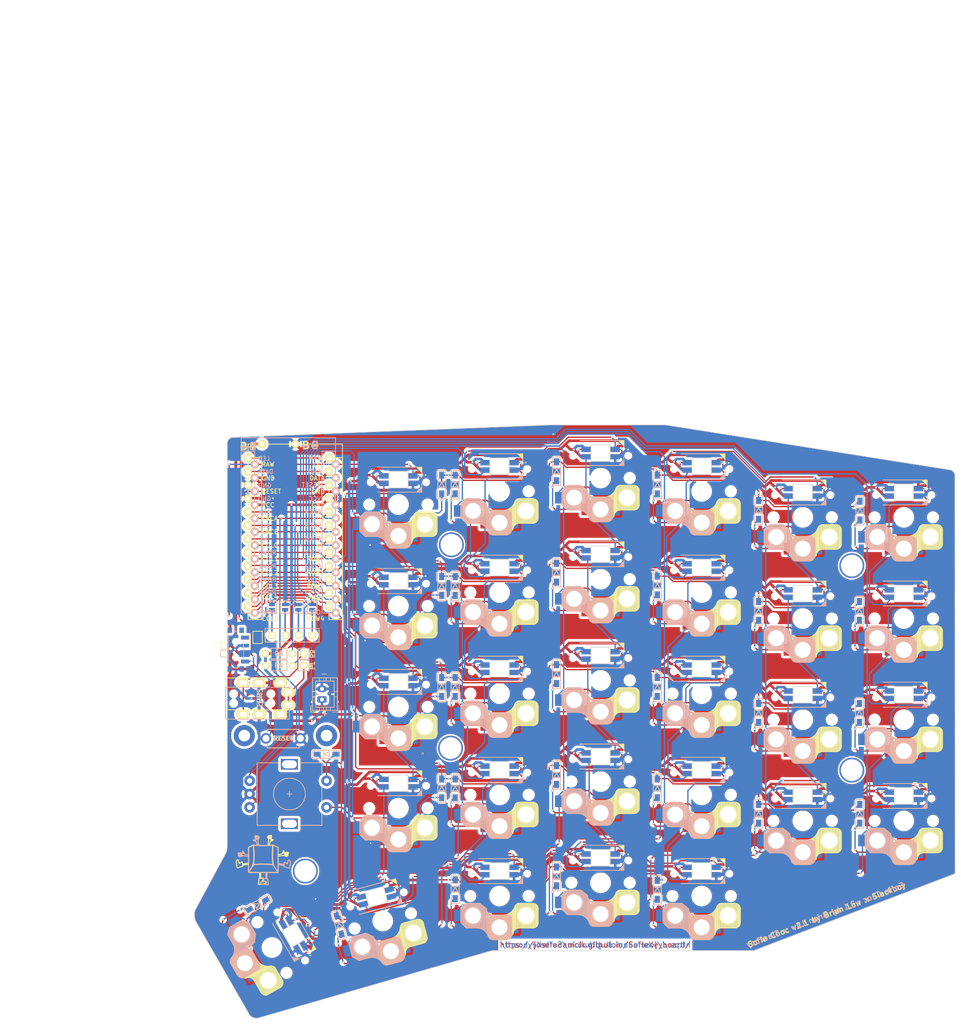
<source format=kicad_pcb>
(kicad_pcb (version 20221018) (generator pcbnew)
  (layers (0 "F.Cu" signal) (31 "B.Cu" signal) (34 "B.Paste" user) (35 "F.Paste" user) (36 "B.SilkS" user "B.Silkscreen") (37 "F.SilkS" user "F.Silkscreen") (38 "B.Mask" user) (39 "F.Mask" user) (44 "Edge.Cuts" user))
  (net 0 "")
  (net 1 "Net-(D1-Pad2)")
  (net 2 "row4")
  (net 3 "Net-(D2-Pad2)")
  (net 4 "Net-(D3-Pad2)")
  (net 5 "row0")
  (net 6 "Net-(D4-Pad2)")
  (net 7 "row1")
  (net 8 "Net-(D5-Pad2)")
  (net 9 "row2")
  (net 10 "Net-(D6-Pad2)")
  (net 11 "row3")
  (net 12 "Net-(D7-Pad2)")
  (net 13 "Net-(D8-Pad2)")
  (net 14 "Net-(D9-Pad2)")
  (net 15 "Net-(D10-Pad2)")
  (net 16 "Net-(D11-Pad2)")
  (net 17 "Net-(D12-Pad2)")
  (net 18 "Net-(D13-Pad2)")
  (net 19 "Net-(D14-Pad2)")
  (net 20 "Net-(D15-Pad2)")
  (net 21 "Net-(D16-Pad2)")
  (net 22 "Net-(D17-Pad2)")
  (net 23 "Net-(D18-Pad2)")
  (net 24 "Net-(D19-Pad2)")
  (net 25 "Net-(D20-Pad2)")
  (net 26 "Net-(D21-Pad2)")
  (net 27 "Net-(D22-Pad2)")
  (net 28 "Net-(D23-Pad2)")
  (net 29 "Net-(D24-Pad2)")
  (net 30 "Net-(D26-Pad2)")
  (net 31 "Net-(D27-Pad2)")
  (net 32 "Net-(D28-Pad2)")
  (net 33 "VCC")
  (net 34 "GND")
  (net 35 "col0")
  (net 36 "col1")
  (net 37 "col2")
  (net 38 "col3")
  (net 39 "col4")
  (net 40 "SDA")
  (net 41 "LED")
  (net 42 "SCL")
  (net 43 "RESET")
  (net 44 "Net-(D29-Pad2)")
  (net 45 "Net-(U1-Pad7)")
  (net 46 "DATA")
  (net 47 "Net-(J3-Pad1)")
  (net 48 "Net-(J3-Pad2)")
  (net 49 "Net-(J3-Pad3)")
  (net 50 "Net-(J3-Pad4)")
  (net 51 "Net-(D30-Pad2)")
  (net 52 "SW25B")
  (net 53 "SW25A")
  (net 54 "ENCB")
  (net 55 "ENCA")
  (net 56 "/i2c_c")
  (net 57 "/i2c_d")
  (net 58 "Net-(SW1-Pad2)")
  (net 59 "Net-(SW2-Pad2)")
  (net 60 "Net-(SW3-Pad2)")
  (net 61 "Net-(SW12-Pad4)")
  (net 62 "Net-(SW13-Pad4)")
  (net 63 "Net-(SW10-Pad2)")
  (net 64 "Net-(SW10-Pad4)")
  (net 65 "Net-(SW11-Pad4)")
  (net 66 "Net-(SW13-Pad2)")
  (net 67 "Net-(SW14-Pad2)")
  (net 68 "Net-(SW15-Pad2)")
  (net 69 "Net-(SW17-Pad2)")
  (net 70 "Net-(SW19-Pad2)")
  (net 71 "Net-(SW26-Pad2)")
  (net 72 "Net-(SW29-Pad2)")
  (net 73 "Net-(SW14-Pad4)")
  (net 74 "Net-(SW15-Pad4)")
  (net 75 "Net-(SW11-Pad2)")
  (net 76 "Net-(SW12-Pad2)")
  (net 77 "Net-(SW21-Pad2)")
  (net 78 "Net-(SW23-Pad2)")
  (net 79 "Net-(SW2-Pad4)")
  (net 80 "Net-(SW20-Pad4)")
  (net 81 "Net-(SW27-Pad2)")
  (net 82 "Net-(SW4-Pad2)")
  (net 83 "Net-(SW6-Pad2)")
  (net 84 "Net-(SW16-Pad4)")
  (net 85 "Net-(SW18-Pad4)")
  (net 86 "Net-(SW22-Pad4)")
  (net 87 "RAW")
  (net 88 "B+")
  (footprint "SofleKeyboard-footprint:RESISTOR_mini" (layer "F.Cu") (at 98.039272 80.311965)
    (fp_text reference "R1")
    (fp_text value "R" hide)
  )
  (footprint "SofleKeyboard-footprint:RESISTOR_mini" (layer "F.Cu") (at 98.039272 78.061965)
    (fp_text reference "R2")
    (fp_text value "R" hide)
  )
  (footprint "SofleKeyboard-footprint:MJ-4PP-9" (layer "F.Cu") (at 88 85.65 90)
    (fp_text reference "J2")
    (fp_text value "4PIN" hide)
  )
  (footprint "SofleKeyboard-footprint:1pin_conn" (layer "F.Cu") (at 102.7 80.3 -90)
    (fp_text reference "P1")
    (fp_text value "i2c_pin" hide)
  )
  (footprint "SofleKeyboard-footprint:1pin_conn" (layer "F.Cu") (at 102.7 78.1 -90)
    (fp_text reference "P2")
    (fp_text value "i2c_pin" hide)
  )
  (footprint "SofleKeyboard-footprint:HOLE_M2_TH" (layer "F.Cu") (at 103 119 90)
    (fp_text reference "TH7" hide)
    (fp_text value "HOLE" hide)
  )
  (footprint "SofleKeyboard-footprint:ProMicro" (layer "F.Cu") (at 101 56)
    (fp_text reference "U1" hide)
    (fp_text value "ProMicro" hide)
  )
  (footprint "SofleKeyboard-footprint:Jumper" (layer "F.Cu") (at 104.3 69.3 90)
    (fp_text reference "JP1" hide)
    (fp_text value "Jumper_NO_Small" hide)
  )
  (footprint "SofleKeyboard-footprint:Jumper" (layer "F.Cu") (at 101.7 69.3 90)
    (fp_text reference "JP2" hide)
    (fp_text value "Jumper_NO_Small" hide)
  )
  (footprint "SofleKeyboard-footprint:Jumper" (layer "F.Cu") (at 99.2 69.3 90)
    (fp_text reference "JP3" hide)
    (fp_text value "Jumper_NO_Small" hide)
  )
  (footprint "SofleKeyboard-footprint:TACT_SWITCH_TVBP06" (layer "F.Cu") (at 98.82912 94.02264 180)
    (fp_text reference "RSW1" hide)
    (fp_text value "SW_RST" hide)
  )
  (footprint "SofleKeyboard-footprint:jumper_data" (layer "F.Cu") (at 94 75 -90)
    (fp_text reference "W1" hide)
    (fp_text value "jumper" hide)
  )
  (footprint "Diode_SMD:crkbd-diode" (layer "F.Cu") (at 128.705 46.227 -90)
    (fp_text reference "D1" hide)
    (fp_text value "D" hide)
  )
  (footprint "Diode_SMD:crkbd-diode" (layer "F.Cu") (at 131.245 46.23 -90)
    (fp_text reference "D2" hide)
    (fp_text value "D" hide)
  )
  (footprint "Diode_SMD:crkbd-diode" (layer "F.Cu") (at 150.345 43.73 -90)
    (fp_text reference "D3" hide)
    (fp_text value "D" hide)
  )
  (footprint "Diode_SMD:crkbd-diode" (layer "F.Cu") (at 169.345 46.23 -90)
    (fp_text reference "D4" hide)
    (fp_text value "D" hide)
  )
  (footprint "Diode_SMD:crkbd-diode" (layer "F.Cu") (at 188.445 51 -90)
    (fp_text reference "D5" hide)
    (fp_text value "D" hide)
  )
  (footprint "Diode_SMD:crkbd-diode" (layer "F.Cu") (at 207.545 51.13 -90)
    (fp_text reference "D6" hide)
    (fp_text value "D" hide)
  )
  (footprint "Diode_SMD:crkbd-diode" (layer "F.Cu") (at 128.705 84.33 -90)
    (fp_text reference "D13" hide)
    (fp_text value "D" hide)
  )
  (footprint "Diode_SMD:crkbd-diode" (layer "F.Cu") (at 128.705 103.43 -90)
    (fp_text reference "D19" hide)
    (fp_text value "D" hide)
  )
  (footprint "Diode_SMD:crkbd-diode" (layer "F.Cu") (at 107 97)
    (fp_text reference "D25" hide)
    (fp_text value "D" hide)
  )
  (footprint "Diode_SMD:crkbd-diode" (layer "F.Cu") (at 94.007 125.351 -150)
    (fp_text reference "D26" hide)
    (fp_text value "D" hide)
  )
  (footprint "SofleChoc:Choc_Hotswap_SK6812MiniE" (layer "F.Cu") (at 120.55 50 180)
    (fp_text reference "SW1" hide)
    (fp_text value "SW_PUSH_LED" hide)
    (fp_line (start -1.8 3.149) (end -1.8 6.249) (stroke (width 0.12)) (layer "Edge.Cuts"))
    (fp_line (start -1.8 6.249) (end 1.8 6.249) (stroke (width 0.12)) (layer "Edge.Cuts"))
    (fp_line (start 1.8 3.149) (end -1.8 3.149) (stroke (width 0.12)) (layer "Edge.Cuts"))
    (fp_line (start 1.8 6.249) (end 1.8 3.149) (stroke (width 0.12)) (layer "Edge.Cuts"))
  )
  (footprint "SofleChoc:Choc_Hotswap_SK6812MiniE" (layer "F.Cu") (at 158.65 45 180)
    (fp_text reference "SW3" hide)
    (fp_text value "SW_PUSH_LED" hide)
    (fp_line (start -1.8 3.149) (end -1.8 6.249) (stroke (width 0.12)) (layer "Edge.Cuts"))
    (fp_line (start -1.8 6.249) (end 1.8 6.249) (stroke (width 0.12)) (layer "Edge.Cuts"))
    (fp_line (start 1.8 3.149) (end -1.8 3.149) (stroke (width 0.12)) (layer "Edge.Cuts"))
    (fp_line (start 1.8 6.249) (end 1.8 3.149) (stroke (width 0.12)) (layer "Edge.Cuts"))
  )
  (footprint "SofleChoc:Choc_Hotswap_SK6812MiniE" (layer "F.Cu") (at 120.55 88.1 180)
    (fp_text reference "SW13" hide)
    (fp_text value "SW_PUSH_LED" hide)
    (fp_line (start -1.8 3.149) (end -1.8 6.249) (stroke (width 0.12)) (layer "Edge.Cuts"))
    (fp_line (start -1.8 6.249) (end 1.8 6.249) (stroke (width 0.12)) (layer "Edge.Cuts"))
    (fp_line (start 1.8 3.149) (end -1.8 3.149) (stroke (width 0.12)) (layer "Edge.Cuts"))
    (fp_line (start 1.8 6.249) (end 1.8 3.149) (stroke (width 0.12)) (layer "Edge.Cuts"))
  )
  (footprint "SofleChoc:Choc_Hotswap_SK6812MiniE" (layer "F.Cu") (at 139.6 85.6 180)
    (fp_text reference "SW14" hide)
    (fp_text value "SW_PUSH_LED" hide)
    (fp_line (start -1.8 3.149) (end -1.8 6.249) (stroke (width 0.12)) (layer "Edge.Cuts"))
    (fp_line (start -1.8 6.249) (end 1.8 6.249) (stroke (width 0.12)) (layer "Edge.Cuts"))
    (fp_line (start 1.8 3.149) (end -1.8 3.149) (stroke (width 0.12)) (layer "Edge.Cuts"))
    (fp_line (start 1.8 6.249) (end 1.8 3.149) (stroke (width 0.12)) (layer "Edge.Cuts"))
  )
  (footprint "SofleChoc:Choc_Hotswap_SK6812MiniE" (layer "F.Cu") (at 120.55 107.15 180)
    (fp_text reference "SW19" hide)
    (fp_text value "SW_PUSH_LED" hide)
    (fp_line (start -1.8 3.149) (end -1.8 6.249) (stroke (width 0.12)) (layer "Edge.Cuts"))
    (fp_line (start -1.8 6.249) (end 1.8 6.249) (stroke (width 0.12)) (layer "Edge.Cuts"))
    (fp_line (start 1.8 3.149) (end -1.8 3.149) (stroke (width 0.12)) (layer "Edge.Cuts"))
    (fp_line (start 1.8 6.249) (end 1.8 3.149) (stroke (width 0.12)) (layer "Edge.Cuts"))
  )
  (footprint "SofleChoc:Choc_Hotswap_SK6812MiniE" (layer "F.Cu") (at 158.65 102.15 180)
    (fp_text reference "SW21" hide)
    (fp_text value "SW_PUSH_LED" hide)
    (fp_line (start -1.8 3.149) (end -1.8 6.249) (stroke (width 0.12)) (layer "Edge.Cuts"))
    (fp_line (start -1.8 6.249) (end 1.8 6.249) (stroke (width 0.12)) (layer "Edge.Cuts"))
    (fp_line (start 1.8 3.149) (end -1.8 3.149) (stroke (width 0.12)) (layer "Edge.Cuts"))
    (fp_line (start 1.8 6.249) (end 1.8 3.149) (stroke (width 0.12)) (layer "Edge.Cuts"))
  )
  (footprint "SofleChoc:Choc_Hotswap_SK6812MiniE" (layer "F.Cu") (at 196.75 109.55 180)
    (fp_text reference "SW23" hide)
    (fp_text value "SW_PUSH_LED" hide)
    (fp_line (start -1.8 3.149) (end -1.8 6.249) (stroke (width 0.12)) (layer "Edge.Cuts"))
    (fp_line (start -1.8 6.249) (end 1.8 6.249) (stroke (width 0.12)) (layer "Edge.Cuts"))
    (fp_line (start 1.8 3.149) (end -1.8 3.149) (stroke (width 0.12)) (layer "Edge.Cuts"))
    (fp_line (start 1.8 6.249) (end 1.8 3.149) (stroke (width 0.12)) (layer "Edge.Cuts"))
  )
  (footprint "SofleChoc:Choc_Hotswap_SK6812MiniE" (layer "F.Cu") (at 96.71 133.4 120)
    (fp_text reference "SW26" hide)
    (fp_text value "SW_PUSH_LED" hide)
    (fp_line (start -1.8 3.149) (end -1.8 6.249) (stroke (width 0.12)) (layer "Edge.Cuts"))
    (fp_line (start -1.8 6.249) (end 1.8 6.249) (stroke (width 0.12)) (layer "Edge.Cuts"))
    (fp_line (start 1.8 3.149) (end -1.8 3.149) (stroke (width 0.12)) (layer "Edge.Cuts"))
    (fp_line (start 1.8 6.249) (end 1.8 3.149) (stroke (width 0.12)) (layer "Edge.Cuts"))
  )
  (footprint "SofleKeyboard-footprint:M2_HOLE_PCB" (layer "F.Cu") (at 91.5 93.5)
    (fp_text reference "TH1" hide)
    (fp_text value "HOLE")
  )
  (footprint "SofleKeyboard-footprint:Jumper" (layer "F.Cu") (at 96.7 69.3 90)
    (fp_text reference "JP4" hide)
    (fp_text value "Jumper_NO_Small" hide)
  )
  (footprint "SofleKeyboard-footprint:OLED_4Pin" (layer "F.Cu") (at 96.7 74.6)
    (fp_text reference "J3" hide)
    (fp_text value "OLED" hide)
  )
  (footprint "SofleKeyboard-footprint:M2_HOLE_PCB" (layer "F.Cu") (at 107 93.5)
    (fp_text reference "TH2" hide)
    (fp_text value "HOLE")
  )
  (footprint "SofleKeyboard-footprint:RotaryEncoder_Alps_EC11E-Switch_Vertical_H20mm-keebio_modified" (layer "F.Cu") (at 100 104.5)
    (fp_text reference "SW25" hide)
    (fp_text value "Rotary_Encoder_Switch")
  )
  (footprint "SofleChoc:Choc_Hotswap_SK6812MiniE" (layer "F.Cu") (at 117.6 128.4 -165)
    (fp_text reference "SW27" hide)
    (fp_text value "SW_PUSH_LED" hide)
    (fp_line (start -1.8 3.149) (end -1.8 6.249) (stroke (width 0.12)) (layer "Edge.Cuts"))
    (fp_line (start -1.8 6.249) (end 1.8 6.249) (stroke (width 0.12)) (layer "Edge.Cuts"))
    (fp_line (start 1.8 3.149) (end -1.8 3.149) (stroke (width 0.12)) (layer "Edge.Cuts"))
    (fp_line (start 1.8 6.249) (end 1.8 3.149) (stroke (width 0.12)) (layer "Edge.Cuts"))
  )
  (footprint "SofleChoc:Choc_Hotswap_SK6812MiniE" (layer "F.Cu") (at 215.8 71.45 180)
    (fp_text reference "SW12" hide)
    (fp_text value "SW_PUSH_LED" hide)
    (fp_line (start -1.8 3.149) (end -1.8 6.249) (stroke (width 0.12)) (layer "Edge.Cuts"))
    (fp_line (start -1.8 6.249) (end 1.8 6.249) (stroke (width 0.12)) (layer "Edge.Cuts"))
    (fp_line (start 1.8 3.149) (end -1.8 3.149) (stroke (width 0.12)) (layer "Edge.Cuts"))
    (fp_line (start 1.8 6.249) (end 1.8 3.149) (stroke (width 0.12)) (layer "Edge.Cuts"))
  )
  (footprint "SofleChoc:Choc_Hotswap_SK6812MiniE" (layer "F.Cu") (at 215.8 90.5 180)
    (fp_text reference "SW18" hide)
    (fp_text value "SW_PUSH_LED" hide)
    (fp_line (start -1.8 3.149) (end -1.8 6.249) (stroke (width 0.12)) (layer "Edge.Cuts"))
    (fp_line (start -1.8 6.249) (end 1.8 6.249) (stroke (width 0.12)) (layer "Edge.Cuts"))
    (fp_line (start 1.8 3.149) (end -1.8 3.149) (stroke (width 0.12)) (layer "Edge.Cuts"))
    (fp_line (start 1.8 6.249) (end 1.8 3.149) (stroke (width 0.12)) (layer "Edge.Cuts"))
  )
  (footprint "SofleChoc:Choc_Hotswap_SK6812MiniE" (layer "F.Cu") (at 215.8 109.55 180)
    (fp_text reference "SW24" hide)
    (fp_text value "SW_PUSH_LED" hide)
    (fp_line (start -1.8 3.149) (end -1.8 6.249) (stroke (width 0.12)) (layer "Edge.Cuts"))
    (fp_line (start -1.8 6.249) (end 1.8 6.249) (stroke (width 0.12)) (layer "Edge.Cuts"))
    (fp_line (start 1.8 3.149) (end -1.8 3.149) (stroke (width 0.12)) (layer "Edge.Cuts"))
    (fp_line (start 1.8 6.249) (end 1.8 3.149) (stroke (width 0.12)) (layer "Edge.Cuts"))
  )
  (footprint "SofleChoc:Choc_Hotswap_SK6812MiniE" (layer "F.Cu") (at 177.7 47.5 180)
    (fp_text reference "SW4" hide)
    (fp_text value "SW_PUSH_LED" hide)
    (fp_line (start -1.8 3.149) (end -1.8 6.249) (stroke (width 0.12)) (layer "Edge.Cuts"))
    (fp_line (start -1.8 6.249) (end 1.8 6.249) (stroke (width 0.12)) (layer "Edge.Cuts"))
    (fp_line (start 1.8 3.149) (end -1.8 3.149) (stroke (width 0.12)) (layer "Edge.Cuts"))
    (fp_line (start 1.8 6.249) (end 1.8 3.149) (stroke (width 0.12)) (layer "Edge.Cuts"))
  )
  (footprint "SofleKeyboard-footprint:HOLE_M2_TH" (layer "F.Cu") (at 206.225 61.775)
    (fp_text reference "TH4" hide)
    (fp_text value "HOLE" hide)
  )
  (footprint "Diode_SMD:crkbd-diode" (layer "F.Cu") (at 128.705 65.33 -90)
    (fp_text reference "D7" hide)
    (fp_text value "D" hide)
  )
  (footprint "Diode_SMD:crkbd-diode" (layer "F.Cu") (at 131.245 65.33 -90)
    (fp_text reference "D8" hide)
    (fp_text value "D" hide)
  )
  (footprint "Diode_SMD:crkbd-diode" (layer "F.Cu") (at 150.345 62.82 -90)
    (fp_text reference "D9" hide)
    (fp_text value "D" hide)
  )
  (footprint "Diode_SMD:crkbd-diode" (layer "F.Cu") (at 169.345 65.23 -90)
    (fp_text reference "D10" hide)
    (fp_text value "D" hide)
  )
  (footprint "Diode_SMD:crkbd-diode" (layer "F.Cu") (at 188.445 70.03 -90)
    (fp_text reference "D11" hide)
    (fp_text value "D" hide)
  )
  (footprint "Diode_SMD:crkbd-diode" (layer "F.Cu") (at 207.445 70.03 -90)
    (fp_text reference "D12" hide)
    (fp_text value "D" hide)
  )
  (footprint "SofleChoc:Choc_Hotswap_SK6812MiniE" (layer "F.Cu") (at 196.75 52.4 180)
    (fp_text reference "SW5" hide)
    (fp_text value "SW_PUSH_LED" hide)
    (fp_line (start -1.8 3.149) (end -1.8 6.249) (stroke (width 0.12)) (layer "Edge.Cuts"))
    (fp_line (start -1.8 6.249) (end 1.8 6.249) (stroke (width 0.12)) (layer "Edge.Cuts"))
    (fp_line (start 1.8 3.149) (end -1.8 3.149) (stroke (width 0.12)) (layer "Edge.Cuts"))
    (fp_line (start 1.8 6.249) (end 1.8 3.149) (stroke (width 0.12)) (layer "Edge.Cuts"))
  )
  (footprint "SofleChoc:Choc_Hotswap_SK6812MiniE" (layer "F.Cu") (at 139.6 66.55 180)
    (fp_text reference "SW8" hide)
    (fp_text value "SW_PUSH_LED" hide)
    (fp_line (start -1.8 3.149) (end -1.8 6.249) (stroke (width 0.12)) (layer "Edge.Cuts"))
    (fp_line (start -1.8 6.249) (end 1.8 6.249) (stroke (width 0.12)) (layer "Edge.Cuts"))
    (fp_line (start 1.8 3.149) (end -1.8 3.149) (stroke (width 0.12)) (layer "Edge.Cuts"))
    (fp_line (start 1.8 6.249) (end 1.8 3.149) (stroke (width 0.12)) (layer "Edge.Cuts"))
  )
  (footprint "SofleChoc:Choc_Hotswap_SK6812MiniE" (layer "F.Cu") (at 177.7 66.55 180)
    (fp_text reference "SW10" hide)
    (fp_text value "SW_PUSH_LED" hide)
    (fp_line (start -1.8 3.149) (end -1.8 6.249) (stroke (width 0.12)) (layer "Edge.Cuts"))
    (fp_line (start -1.8 6.249) (end 1.8 6.249) (stroke (width 0.12)) (layer "Edge.Cuts"))
    (fp_line (start 1.8 3.149) (end -1.8 3.149) (stroke (width 0.12)) (layer "Edge.Cuts"))
    (fp_line (start 1.8 6.249) (end 1.8 3.149) (stroke (width 0.12)) (layer "Edge.Cuts"))
  )
  (footprint "SofleChoc:Choc_Hotswap_SK6812MiniE" (layer "F.Cu") (at 158.65 64.05 180)
    (fp_text reference "SW9" hide)
    (fp_text value "SW_PUSH_LED" hide)
    (fp_line (start -1.8 3.149) (end -1.8 6.249) (stroke (width 0.12)) (layer "Edge.Cuts"))
    (fp_line (start -1.8 6.249) (end 1.8 6.249) (stroke (width 0.12)) (layer "Edge.Cuts"))
    (fp_line (start 1.8 3.149) (end -1.8 3.149) (stroke (width 0.12)) (layer "Edge.Cuts"))
    (fp_line (start 1.8 6.249) (end 1.8 3.149) (stroke (width 0.12)) (layer "Edge.Cuts"))
  )
  (footprint "SofleChoc:Choc_Hotswap_SK6812MiniE" (layer "F.Cu") (at 177.7 85.6 180)
    (fp_text reference "SW16" hide)
    (fp_text value "SW_PUSH_LED" hide)
    (fp_line (start -1.8 3.149) (end -1.8 6.249) (stroke (width 0.12)) (layer "Edge.Cuts"))
    (fp_line (start -1.8 6.249) (end 1.8 6.249) (stroke (width 0.12)) (layer "Edge.Cuts"))
    (fp_line (start 1.8 3.149) (end -1.8 3.149) (stroke (width 0.12)) (layer "Edge.Cuts"))
    (fp_line (start 1.8 6.249) (end 1.8 3.149) (stroke (width 0.12)) (layer "Edge.Cuts"))
  )
  (footprint "SofleChoc:Choc_Hotswap_SK6812MiniE" (layer "F.Cu") (at 215.8 52.4 180)
    (fp_text reference "SW6" hide)
    (fp_text value "SW_PUSH_LED" hide)
    (fp_line (start -1.8 3.149) (end -1.8 6.249) (stroke (width 0.12)) (layer "Edge.Cuts"))
    (fp_line (start -1.8 6.249) (end 1.8 6.249) (stroke (width 0.12)) (layer "Edge.Cuts"))
    (fp_line (start 1.8 3.149) (end -1.8 3.149) (stroke (width 0.12)) (layer "Edge.Cuts"))
    (fp_line (start 1.8 6.249) (end 1.8 3.149) (stroke (width 0.12)) (layer "Edge.Cuts"))
  )
  (footprint "SofleChoc:Choc_Hotswap_SK6812MiniE" (layer "F.Cu") (at 120.55 69.1 180)
    (fp_text reference "SW7" hide)
    (fp_text value "SW_PUSH_LED" hide)
    (fp_line (start -1.8 3.149) (end -1.8 6.249) (stroke (width 0.12)) (layer "Edge.Cuts"))
    (fp_line (start -1.8 6.249) (end 1.8 6.249) (stroke (width 0.12)) (layer "Edge.Cuts"))
    (fp_line (start 1.8 3.149) (end -1.8 3.149) (stroke (width 0.12)) (layer "Edge.Cuts"))
    (fp_line (start 1.8 6.249) (end 1.8 3.149) (stroke (width 0.12)) (layer "Edge.Cuts"))
  )
  (footprint "SofleChoc:Choc_Hotswap_SK6812MiniE" (layer "F.Cu") (at 177.7 123.7 180)
    (fp_text reference "SW30" hide)
    (fp_text value "SW_PUSH_LED" hide)
    (fp_line (start -1.8 3.149) (end -1.8 6.249) (stroke (width 0.12)) (layer "Edge.Cuts"))
    (fp_line (start -1.8 6.249) (end 1.8 6.249) (stroke (width 0.12)) (layer "Edge.Cuts"))
    (fp_line (start 1.8 3.149) (end -1.8 3.149) (stroke (width 0.12)) (layer "Edge.Cuts"))
    (fp_line (start 1.8 6.249) (end 1.8 3.149) (stroke (width 0.12)) (layer "Edge.Cuts"))
  )
  (footprint "SofleChoc:Choc_Hotswap_SK6812MiniE" (layer "F.Cu") (at 196.75 71.45 180)
    (fp_text reference "SW11" hide)
    (fp_text value "SW_PUSH_LED" hide)
    (fp_line (start -1.8 3.149) (end -1.8 6.249) (stroke (width 0.12)) (layer "Edge.Cuts"))
    (fp_line (start -1.8 6.249) (end 1.8 6.249) (stroke (width 0.12)) (layer "Edge.Cuts"))
    (fp_line (start 1.8 3.149) (end -1.8 3.149) (stroke (width 0.12)) (layer "Edge.Cuts"))
    (fp_line (start 1.8 6.249) (end 1.8 3.149) (stroke (width 0.12)) (layer "Edge.Cuts"))
  )
  (footprint "SofleChoc:Choc_Hotswap_SK6812MiniE" (layer "F.Cu") (at 177.7 104.65 180)
    (fp_text reference "SW22" hide)
    (fp_text value "SW_PUSH_LED" hide)
    (fp_line (start -1.8 3.149) (end -1.8 6.249) (stroke (width 0.12)) (layer "Edge.Cuts"))
    (fp_line (start -1.8 6.249) (end 1.8 6.249) (stroke (width 0.12)) (layer "Edge.Cuts"))
    (fp_line (start 1.8 3.149) (end -1.8 3.149) (stroke (width 0.12)) (layer "Edge.Cuts"))
    (fp_line (start 1.8 6.249) (end 1.8 3.149) (stroke (width 0.12)) (layer "Edge.Cuts"))
  )
  (footprint "SofleChoc:Choc_Hotswap_SK6812MiniE" (layer "F.Cu") (at 196.75 90.5 180)
    (fp_text reference "SW17" hide)
    (fp_text value "SW_PUSH_LED" hide)
    (fp_line (start -1.8 3.149) (end -1.8 6.249) (stroke (width 0.12)) (layer "Edge.Cuts"))
    (fp_line (start -1.8 6.249) (end 1.8 6.249) (stroke (width 0.12)) (layer "Edge.Cuts"))
    (fp_line (start 1.8 3.149) (end -1.8 3.149) (stroke (width 0.12)) (layer "Edge.Cuts"))
    (fp_line (start 1.8 6.249) (end 1.8 3.149) (stroke (width 0.12)) (layer "Edge.Cuts"))
  )
  (footprint "SofleChoc:Choc_Hotswap_SK6812MiniE" (layer "F.Cu") (at 158.65 121.2 180)
    (fp_text reference "SW29" hide)
    (fp_text value "SW_PUSH_LED" hide)
    (fp_line (start -1.8 3.149) (end -1.8 6.249) (stroke (width 0.12)) (layer "Edge.Cuts"))
    (fp_line (start -1.8 6.249) (end 1.8 6.249) (stroke (width 0.12)) (layer "Edge.Cuts"))
    (fp_line (start 1.8 3.149) (end -1.8 3.149) (stroke (width 0.12)) (layer "Edge.Cuts"))
    (fp_line (start 1.8 6.249) (end 1.8 3.149) (stroke (width 0.12)) (layer "Edge.Cuts"))
  )
  (footprint "SofleChoc:Choc_Hotswap_SK6812MiniE" (layer "F.Cu") (at 158.65 83.1 180)
    (fp_text reference "SW15" hide)
    (fp_text value "SW_PUSH_LED" hide)
    (fp_line (start -1.8 3.149) (end -1.8 6.249) (stroke (width 0.12)) (layer "Edge.Cuts"))
    (fp_line (start -1.8 6.249) (end 1.8 6.249) (stroke (width 0.12)) (layer "Edge.Cuts"))
    (fp_line (start 1.8 3.149) (end -1.8 3.149) (stroke (width 0.12)) (layer "Edge.Cuts"))
    (fp_line (start 1.8 6.249) (end 1.8 3.149) (stroke (width 0.12)) (layer "Edge.Cuts"))
  )
  (footprint "SofleChoc:Choc_Hotswap_SK6812MiniE" (layer "F.Cu") (at 139.6 47.5 180)
    (fp_text reference "SW2" hide)
    (fp_text value "SW_PUSH_LED" hide)
    (fp_line (start -1.8 3.149) (end -1.8 6.249) (stroke (width 0.12)) (layer "Edge.Cuts"))
    (fp_line (start -1.8 6.249) (end 1.8 6.249) (stroke (width 0.12)) (layer "Edge.Cuts"))
    (fp_line (start 1.8 3.149) (end -1.8 3.149) (stroke (width 0.12)) (layer "Edge.Cuts"))
    (fp_line (start 1.8 6.249) (end 1.8 3.149) (stroke (width 0.12)) (layer "Edge.Cuts"))
  )
  (footprint "Diode_SMD:crkbd-diode" (layer "F.Cu") (at 109.374 129.161 -75)
    (fp_text reference "D27" hide)
    (fp_text value "D" hide)
  )
  (footprint "SofleChoc:Choc_Hotswap_SK6812MiniE" (layer "F.Cu") (at 139.6 104.65 180)
    (fp_text reference "SW20" hide)
    (fp_text value "SW_PUSH_LED" hide)
    (fp_line (start -1.8 3.149) (end -1.8 6.249) (stroke (width 0.12)) (layer "Edge.Cuts"))
    (fp_line (start -1.8 6.249) (end 1.8 6.249) (stroke (width 0.12)) (layer "Edge.Cuts"))
    (fp_line (start 1.8 3.149) (end -1.8 3.149) (stroke (width 0.12)) (layer "Edge.Cuts"))
    (fp_line (start 1.8 6.249) (end 1.8 3.149) (stroke (width 0.12)) (layer "Edge.Cuts"))
  )
  (footprint "SofleKeyboard-footprint:HOLE_M2_TH" (layer "F.Cu") (at 206.175 100.025)
    (fp_text reference "TH6" hide)
    (fp_text value "HOLE" hide)
  )
  (footprint "Diode_SMD:crkbd-diode" (layer "F.Cu") (at 150.345 81.92 -90)
    (fp_text reference "D15" hide)
    (fp_text value "D" hide)
  )
  (footprint "Diode_SMD:crkbd-diode" (layer "F.Cu") (at 169.345 84.33 -90)
    (fp_text reference "D16" hide)
    (fp_text value "D" hide)
  )
  (footprint "Diode_SMD:crkbd-diode" (layer "F.Cu") (at 188.445 89.23 -90)
    (fp_text reference "D17" hide)
    (fp_text value "D" hide)
  )
  (footprint "Diode_SMD:crkbd-diode" (layer "F.Cu") (at 207.445 89.23 -90)
    (fp_text reference "D18" hide)
    (fp_text value "D" hide)
  )
  (footprint "Diode_SMD:crkbd-diode" (layer "F.Cu") (at 131.245 122.43 -90)
    (fp_text reference "D28" hide)
    (fp_text value "D" hide)
  )
  (footprint "Diode_SMD:crkbd-diode" (layer "F.Cu") (at 150.345 120.02 -90)
    (fp_text reference "D29" hide)
    (fp_text value "D" hide)
  )
  (footprint "Diode_SMD:crkbd-diode" (layer "F.Cu") (at 207.495 108.23 -90)
    (fp_text reference "D24" hide)
    (fp_text value "D" hide)
  )
  (footprint "Diode_SMD:crkbd-diode" (layer "F.Cu") (at 131.245 103.43 -90)
    (fp_text reference "D20" hide)
    (fp_text value "D" hide)
  )
  (footprint "Diode_SMD:crkbd-diode" (layer "F.Cu") (at 150.345 100.92 -90)
    (fp_text reference "D21" hide)
    (fp_text value "D" hide)
  )
  (footprint "Diode_SMD:crkbd-diode" (layer "F.Cu") (at 169.345 103.43 -90)
    (fp_text reference "D22" hide)
    (fp_text value "D" hide)
  )
  (footprint "Diode_SMD:crkbd-diode" (layer "F.Cu") (at 188.445 108.23 -90)
    (fp_text reference "D23" hide)
    (fp_text value "D" hide)
  )
  (footprint "Diode_SMD:crkbd-diode" (layer "F.Cu") (at 131.245 84.33 -90)
    (fp_text reference "D14" hide)
    (fp_text value "D" hide)
  )
  (footprint "Diode_SMD:crkbd-diode" (layer "F.Cu") (at 169.345 122.53 -90)
    (fp_text reference "D30" hide)
    (fp_text value "D" hide)
  )
  (footprint "SofleChoc:Choc_Hotswap_SK6812MiniE" (layer "F.Cu") (at 139.6 123.7 180)
    (fp_text reference "SW28" hide)
    (fp_text value "SW_PUSH_LED" hide)
    (fp_line (start -1.8 3.149) (end -1.8 6.249) (stroke (width 0.12)) (layer "Edge.Cuts"))
    (fp_line (start -1.8 6.249) (end 1.8 6.249) (stroke (width 0.12)) (layer "Edge.Cuts"))
    (fp_line (start 1.8 3.149) (end -1.8 3.149) (stroke (width 0.12)) (layer "Edge.Cuts"))
    (fp_line (start 1.8 6.249) (end 1.8 3.149) (stroke (width 0.12)) (layer "Edge.Cuts"))
  )
  (footprint "SofleKeyboard-footprint:HOLE_M2_TH" (layer "F.Cu") (at 130.50212 57.64864)
    (fp_text reference "TH3" hide)
    (fp_text value "HOLE" hide)
  )
  (footprint "SofleKeyboard-footprint:HOLE_M2_TH" (layer "F.Cu") (at 130.40012 95.92764)
    (fp_text reference "TH5" hide)
    (fp_text value "HOLE" hide)
  )
  (footprint "" (layer "F.Cu") (at 101.13912 38.60264)
    (fp_text reference "")
    (fp_text value "")
  )
  (footprint "SofleKeyboard:SofleLogoSmall" (layer "F.Cu") (at 95.53912 123.90264)
    (fp_text reference "Ref**" hide)
    (fp_text value "Val**" hide)
  )
  (footprint "Local Lib:JST_PH_B2B-PH-K_1x02_P2.00mm_Vertical-Double-Side" (layer "F.Cu") (at 106.13912 86.70264 90)
    (fp_text reference "REF**" hide)
    (fp_text value "JST_PH_B2B-PH-K_1x02_P2.00mm_Vertical-Double-Side")
  )
  (footprint "SofleChoc:gecko-logo" (layer "F.Cu") (at 190.53912 123.00264)
    (fp_text reference "G***" hide)
    (fp_text value "LOGO" hide)
  )
  (footprint "Button_Switch_SMD:SW_SPDT_PCM12" (layer "F.Cu") (at 90.21412 77.30264 -90)
    (fp_text reference "REF**" hide)
    (fp_text value "SW_SPDT_PCM12")
  )
  (footprint "" (layer "F.Cu") (at 94.83912 38.60264)
    (fp_text reference "")
    (fp_text value "")
  )
  (footprint "SofleKeyboard-footprint:Jumper" (layer "B.Cu") (at 101.7 69.3 90)
    (fp_text reference "JP6" hide)
    (fp_text value "Jumper_NO_Small" hide)
  )
  (footprint "SofleKeyboard-footprint:Jumper" (layer "B.Cu") (at 99.2 69.3 90)
    (fp_text reference "JP7" hide)
    (fp_text value "Jumper_NO_Small" hide)
  )
  (footprint "SofleKeyboard-footprint:Jumper" (layer "B.Cu") (at 96.7 69.3 90)
    (fp_text reference "JP8" hide)
    (fp_text value "Jumper_NO_Small" hide)
  )
  (footprint "SofleKeyboard-footprint:Jumper" (layer "B.Cu") (at 104.3 69.3 90)
    (fp_text reference "JP5" hide)
    (fp_text value "Jumper_NO_Small" hide)
  )
  (footprint "SofleKeyboard:SofleLogoSmall" (layer "B.Cu") (at 94.61725 123.966618 180)
    (fp_text reference "Ref**" hide)
    (fp_text value "Val**" hide)
  )
  (footprint "Button_Switch_SMD:SW_SPDT_PCM12" (layer "B.Cu") (at 90.21412 77.30264 90)
    (fp_text reference "REF**" hide)
    (fp_text value "SW_SPDT_PCM12")
  )
  (footprint "SofleChoc:gecko-logo" (layer "B.Cu") (at 190.53912 123.00264 180)
    (fp_text reference "G***" hide)
    (fp_text value "LOGO" hide)
  )
  (gr_line (start 225.283881 43.997807) (end 225.370281 44.178672) (stroke (width 0.1)) (layer "Edge.Cuts"))
  (gr_line (start 92.55 146.2) (end 82.3 128.4) (stroke (width 0.1)) (layer "Edge.Cuts"))
  (gr_line (start 170.95 35) (end 224.475441 43.445146) (stroke (width 0.1)) (layer "Edge.Cuts"))
  (gr_line (start 88.297257 38.245261) (end 88.364377 38.029014) (stroke (width 0.1)) (layer "Edge.Cuts"))
  (gr_line (start 88.611259 37.662831) (end 88.781752 37.52216) (stroke (width 0.1)) (layer "Edge.Cuts"))
  (gr_line (start 225.424381 44.374571) (end 225.443181 44.581902) (stroke (width 0.1)) (layer "Edge.Cuts"))
  (gr_line (start 88.781752 37.52216) (end 88.977436 37.415945) (stroke (width 0.1)) (layer "Edge.Cuts"))
  (gr_line (start 225.370281 44.178672) (end 225.424381 44.374571) (stroke (width 0.1)) (layer "Edge.Cuts"))
  (gr_line (start 82.2 126.4) (end 88 115.65) (stroke (width 0.1)) (layer "Edge.Cuts"))
  (gr_line (start 88.364377 38.029014) (end 88.47059 37.833327) (stroke (width 0.1)) (layer "Edge.Cuts"))
  (gr_line (start 88.273857 38.477435) (end 88.297257 38.245261) (stroke (width 0.1)) (layer "Edge.Cuts"))
  (gr_line (start 224.677111 43.496776) (end 224.861871 43.581466) (stroke (width 0.1)) (layer "Edge.Cuts"))
  (gr_line (start 224.475441 43.445146) (end 224.677111 43.496776) (stroke (width 0.1)) (layer "Edge.Cuts"))
  (gr_line (start 88.47059 37.833327) (end 88.611259 37.662831) (stroke (width 0.1)) (layer "Edge.Cuts"))
  (gr_line (start 92.55 146.2) (end 92.9 146.5) (stroke (width 0.1)) (layer "Edge.Cuts"))
  (gr_line (start 138.154128 134) (end 187.5 134) (stroke (width 0.1)) (layer "Edge.Cuts"))
  (gr_line (start 149 35) (end 89.425853 37.325405) (stroke (width 0.1)) (layer "Edge.Cuts"))
  (gr_line (start 88.275257 114.4) (end 88.2 115.05) (stroke (width 0.1)) (layer "Edge.Cuts"))
  (gr_line (start 82.3 128.4) (end 82.15 127.9) (stroke (width 0.1)) (layer "Edge.Cuts"))
  (gr_line (start 82.1 126.9) (end 82.2 126.4) (stroke (width 0.1)) (layer "Edge.Cuts"))
  (gr_line (start 82.1 127.3) (end 82.1 126.9) (stroke (width 0.1)) (layer "Edge.Cuts"))
  (gr_line (start 88.2 115.05) (end 88 115.65) (stroke (width 0.1)) (layer "Edge.Cuts"))
  (gr_line (start 93.35 146.65) (end 93.9 146.75) (stroke (width 0.1)) (layer "Edge.Cuts"))
  (gr_line (start 82.15 127.9) (end 82.1 127.3) (stroke (width 0.1)) (layer "Edge.Cuts"))
  (gr_line (start 92.9 146.5) (end 93.35 146.65) (stroke (width 0.1)) (layer "Edge.Cuts"))
  (gr_line (start 225.470181 119.5) (end 187.5 134) (stroke (width 0.15)) (layer "Edge.Cuts"))
  (gr_line (start 88.275257 114.4) (end 88.273857 38.477435) (stroke (width 0.1)) (layer "Edge.Cuts"))
  (gr_line (start 225.168321 43.835582) (end 225.283881 43.997807) (stroke (width 0.1)) (layer "Edge.Cuts"))
  (gr_line (start 224.861871 43.581466) (end 225.026621 43.6956) (stroke (width 0.1)) (layer "Edge.Cuts"))
  (gr_line (start 149 35) (end 170.95 35) (stroke (width 0.1)) (layer "Edge.Cuts"))
  (gr_line (start 88.977436 37.415945) (end 89.19368 37.348815) (stroke (width 0.1)) (layer "Edge.Cuts"))
  (gr_line (start 89.19368 37.348815) (end 89.425853 37.325405) (stroke (width 0.1)) (layer "Edge.Cuts"))
  (gr_line (start 225.026621 43.6956) (end 225.168321 43.835582) (stroke (width 0.1)) (layer "Edge.Cuts"))
  (gr_line (start 138.154128 134) (end 93.9 146.75) (stroke (width 0.1)) (layer "Edge.Cuts"))
  (gr_line (start 225.443181 44.581902) (end 225.470181 119.5) (stroke (width 0.1)) (layer "Edge.Cuts"))
  (gr_text "https://josefadamcik.github.io/SofleKeyboard/" (at 157.64162 132.88464) (layer "F.Cu") (effects (font (size 1 1))))
  (gr_text "https://josefadamcik.github.io/SofleKeyboard/" (at 157.64162 132.88464) (layer "B.Cu") (effects (font (size 1 1)) (justify mirror)))
  (gr_text "Sofle Choc v2.1 by Brian Low x Slackboy" (at 201 127.25 21) (layer "B.SilkS") (effects (font (size 1 1) (thickness 0.2)) (justify mirror)))
  (gr_text "COL3" (at 104.43912 64.18264) (layer "B.SilkS") (effects (font (size 0.8128 0.8128)) (justify mirror)))
  (gr_text "GND" (at 104.75912 43.83264) (layer "B.SilkS") (effects (font (size 0.8128 0.8128)) (justify mirror)))
  (gr_text "+" (at 107.33912 89.90264) (layer "B.SilkS") (effects (font (size 1 1)) (justify left bottom mirror)))
  (gr_text "ENCB" (at 104.42912 53.92264) (layer "B.SilkS") (effects (font (size 0.8128 0.8128)) (justify mirror)))
  (gr_text "COL0" (at 104.45912 56.46264) (layer "B.SilkS") (effects (font (size 0.8128 0.8128)) (justify mirror)))
  (gr_text "RESET" (at 104.15912 46.30264) (layer "B.SilkS") (effects (font (size 0.8128 0.8128)) (justify mirror)))
  (gr_text "ROW4" (at 95.84912 70.26264) (layer "B.SilkS") (effects (font (size 0.8128 0.8128)) (justify mirror)))
  (gr_text "GND" (at 95.30912 48.91264) (layer "B.SilkS") (effects (font (size 0.8128 0.8128)) (justify mirror)))
  (gr_text "B+" (at 94.03912 39.80264) (layer "B.SilkS") (effects (font (size 1.3 1.5) (thickness 0.3) bold) (justify left bottom mirror)))
  (gr_text "-" (at 107.23912 82.40264) (layer "B.SilkS") (effects (font (size 1 1)) (justify left bottom mirror)))
  (gr_text "ROW3" (at 95.80912 66.51264) (layer "B.SilkS") (effects (font (size 0.8128 0.8128)) (justify mirror)))
  (gr_text "COL2" (at 104.42912 61.64264) (layer "B.SilkS") (effects (font (size 0.8128 0.8128)) (justify mirror)))
  (gr_text "LED" (at 95.19912 41.32264) (layer "B.SilkS") (effects (font (size 0.8128 0.8128)) (justify mirror)))
  (gr_text "ROW1" (at 95.82912 61.60264) (layer "B.SilkS") (effects (font (size 0.8128 0.8128)) (justify mirror)))
  (gr_text "GND" (at 95.35912 46.40264) (layer "B.SilkS") (effects (font (size 0.8128 0.8128)) (justify mirror)))
  (gr_text "DATA" (at 95.55912 43.81264) (layer "B.SilkS") (effects (font (size 0.8128 0.8128)) (justify mirror)))
  (gr_text "ROW0" (at 95.82912 59.07264) (layer "B.SilkS") (effects (font (size 0.8128 0.8128)) (justify mirror)))
  (gr_text "SDA" (at 95.26912 51.49264) (layer "B.SilkS") (effects (font (size 0.8128 0.8128)) (justify mirror)))
  (gr_text "RAW" (at 104.80912 41.20264) (layer "B.SilkS") (effects (font (size 0.8128 0.8128)) (justify mirror)))
  (gr_text "COL5" (at 104.39912 70.28264) (layer "B.SilkS") (effects (font (size 0.8128 0.8128)) (justify mirror)))
  (gr_text "B-" (at 105.73912 39.60264) (layer "B.SilkS") (effects (font (size 1.3 1.5) (thickness 0.3) bold) (justify left bottom mirror)))
  (gr_text "NC" (at 94.99912 56.57264) (layer "B.SilkS") (effects (font (size 0.8128 0.8128)) (justify mirror)))
  (gr_text "COL1" (at 104.40912 59.01264) (layer "B.SilkS") (effects (font (size 0.8128 0.8128)) (justify mirror)))
  (gr_text "SLC" (at 95.21912 53.97264) (layer "B.SilkS") (effects (font (size 0.8128 0.8128)) (justify mirror)))
  (gr_text "COL4" (at 104.43912 66.15264) (layer "B.SilkS") (effects (font (size 0.8128 0.8128)) (justify mirror)))
  (gr_text "VCC" (at 104.75912 48.87264) (layer "B.SilkS") (effects (font (size 0.8128 0.8128)) (justify mirror)))
  (gr_text "ENCA" (at 104.48912 51.40264) (layer "B.SilkS") (effects (font (size 0.8128 0.8128)) (justify mirror)))
  (gr_text "ROW2" (at 95.82912 64.11264) (layer "B.SilkS") (effects (font (size 0.8128 0.8128)) (justify mirror)))
  (gr_text "VCC" (at 96.00912 50.08264) (layer "F.SilkS") (effects (font (size 0.8128 0.8128))))
  (gr_text "NC" (at 105.76912 57.78264) (layer "F.SilkS") (effects (font (size 0.8128 0.8128))))
  (gr_text "B-" (at 102.13912 39.60264) (layer "F.SilkS") (effects (font (size 1.3 1.5) (thickness 0.3) bold) (justify left bottom)))
  (gr_text "GND" (at 105.45912 50.12264) (layer "F.SilkS") (effects (font (size 0.8128 0.8128))))
  (gr_text "ENCB" (at 96.33912 55.13264) (layer "F.SilkS") (effects (font (size 0.8128 0.8128))))
  (gr_text "ROW1" (at 104.93912 62.81264) (layer "F.SilkS") (effects (font (size 0.8128 0.8128))))
  (gr_text "SDA" (at 105.49912 52.70264) (layer "F.SilkS") (effects (font (size 0.8128 0.8128))))
  (gr_text "ROW4" (at 104.91912 71.47264) (layer "F.SilkS") (effects (font (size 0.8128 0.8128))))
  (gr_text "COL2" (at 96.33912 62.85264) (layer "F.SilkS") (effects (font (size 0.8128 0.8128))))
  (gr_text "GND" (at 96.00912 45.04264) (layer "F.SilkS") (effects (font (size 0.8128 0.8128))))
  (gr_text "GND" (at 105.40912 47.61264) (layer "F.SilkS") (effects (font (size 0.8128 0.8128))))
  (gr_text "COL5" (at 96.36912 71.49264) (layer "F.SilkS") (effects (font (size 0.8128 0.8128))))
  (gr_text "B+" (at 90.43912 39.80264) (layer "F.SilkS") (effects (font (size 1.3 1.5) (thickness 0.3) bold) (justify left bottom)))
  (gr_text "RESET" (at 96.60912 47.51264) (layer "F.SilkS") (effects (font (size 0.8128 0.8128))))
  (gr_text "ROW2" (at 104.93912 65.32264) (layer "F.SilkS") (effects (font (size 0.8128 0.8128))))
  (gr_text "Sofle Choc v2.1 by Brian Low x Slackboy" (at 201.25 127.25 21) (layer "F.SilkS") (effects (font (size 1 1) (thickness 0.2))))
  (gr_text "COL1" (at 96.35912 60.22264) (layer "F.SilkS") (effects (font (size 0.8128 0.8128))))
  (gr_text "RAW" (at 95.95912 42.41264) (layer "F.SilkS") (effects (font (size 0.8128 0.8128))))
  (gr_text "-" (at 105.83912 82.40264) (layer "F.SilkS") (effects (font (size 1 1)) (justify left bottom)))
  (gr_text "ROW3" (at 104.95912 67.72264) (layer "F.SilkS") (effects (font (size 0.8128 0.8128))))
  (gr_text "+" (at 105.93912 89.90264) (layer "F.SilkS") (effects (font (size 1 1)) (justify left bottom)))
  (gr_text "SLC" (at 105.54912 55.18264) (layer "F.SilkS") (effects (font (size 0.8128 0.8128))))
  (gr_text "ENCA" (at 96.27912 52.61264) (layer "F.SilkS") (effects (font (size 0.8128 0.8128))))
  (gr_text "ROW0" (at 104.93912 60.28264) (layer "F.SilkS") (effects (font (size 0.8128 0.8128))))
  (gr_text "LED" (at 105.56912 42.53264) (layer "F.SilkS") (effects (font (size 0.8128 0.8128))))
  (gr_text "COL4" (at 96.32912 67.36264) (layer "F.SilkS") (effects (font (size 0.8128 0.8128))))
  (gr_text "COL3" (at 96.32912 65.39264) (layer "F.SilkS") (effects (font (size 0.8128 0.8128))))
  (gr_text "COL0" (at 96.30912 57.67264) (layer "F.SilkS") (effects (font (size 0.8128 0.8128))))
  (gr_text "DATA" (at 105.20912 45.02264) (layer "F.SilkS") (effects (font (size 0.8128 0.8128))))
  (segment (start 117.7 55.9) (end 117.7 54.835) (width 0.25) (layer "F.Cu") (net 1))
  (segment (start 117.7 54.835) (end 118.674 53.861) (width 0.25) (layer "F.Cu") (net 1))
  (segment (start 128.705 48.002) (end 128.705 49.21036) (width 0.25) (layer "F.Cu") (net 1))
  (via (at 118.674 53.861) (size 0.4) (drill 0.3) (layers "F.Cu" "B.Cu") (net 1))
  (via (at 128.705 49.21036) (size 0.4) (drill 0.3) (layers "F.Cu" "B.Cu") (net 1))
  (segment (start 128.23096 51.564) (end 128.705 51.08996) (width 0.25) (layer "B.Cu") (net 1))
  (segment (start 119.126 53.861) (end 118.674 53.861) (width 0.25) (layer "B.Cu") (net 1))
  (segment (start 128.705 51.08996) (end 128.705 49.21036) (width 0.25) (layer "B.Cu") (net 1))
  (segment (start 124.641 51.564) (end 128.23096 51.564) (width 0.25) (layer "B.Cu") (net 1))
  (segment (start 124.641 51.564) (end 123.3 52.905) (width 0.25) (layer "B.Cu") (net 1))
  (segment (start 128.705 49.21036) (end 128.705 48.002) (width 0.25) (layer "B.Cu") (net 1))
  (segment (start 123.3 52.905) (end 123.3 54.733) (width 0.25) (layer "B.Cu") (net 1))
  (segment (start 122.428 53.861) (end 119.126 53.861) (width 0.25) (layer "B.Cu") (net 1))
  (segment (start 123.3 55.85) (end 123.35 55.9) (width 0.25) (layer "B.Cu") (net 1))
  (segment (start 123.3 54.733) (end 122.428 53.861) (width 0.25) (layer "B.Cu") (net 1))
  (segment (start 123.3 54.733) (end 123.3 55.85) (width 0.25) (layer "B.Cu") (net 1))
  (segment (start 105.300001 67.100001) (end 105.300001 67.100001) (width 0.25) (layer "F.Cu") (net 2))
  (segment (start 170.485 120.655) (end 169.345 120.655) (width 0.25) (layer "F.Cu") (net 2))
  (segment (start 168.907 119.507) (end 169.345 119.945) (width 0.25) (layer "F.Cu") (net 2))
  (segment (start 165.354 119.507) (end 168.907 119.507) (width 0.25) (layer "F.Cu") (net 2))
  (segment (start 169.345 119.945) (end 169.345 120.655) (width 0.25) (layer "F.Cu") (net 2))
  (segment (start 152.195813 119.174999) (end 165.021999 119.174999) (width 0.25) (layer "F.Cu") (net 2))
  (segment (start 165.021999 119.174999) (end 165.354 119.507) (width 0.25) (layer "F.Cu") (net 2))
  (segment (start 150.345 118.155) (end 151.175814 118.155) (width 0.25) (layer "F.Cu") (net 2))
  (segment (start 151.412407 118.391593) (end 152.195813 119.174999) (width 0.25) (layer "F.Cu") (net 2))
  (segment (start 151.175814 118.155) (end 151.412407 118.391593) (width 0.25) (layer "F.Cu") (net 2))
  (segment (start 131.831814 120.655) (end 131.245 120.655) (width 0.25) (layer "F.Cu") (net 2))
  (segment (start 147.711166 121.63602) (end 132.812834 121.63602) (width 0.25) (layer "F.Cu") (net 2))
  (segment (start 148.96501 120.382176) (end 147.711166 121.63602) (width 0.25) (layer "F.Cu") (net 2))
  (segment (start 132.812834 121.63602) (end 131.831814 120.655) (width 0.25) (layer "F.Cu") (net 2))
  (segment (start 150.345 118.155) (end 149.363 118.155) (width 0.25) (layer "F.Cu") (net 2))
  (segment (start 148.96501 118.55299) (end 148.96501 120.382176) (width 0.25) (layer "F.Cu") (net 2))
  (segment (start 149.363 118.155) (end 148.96501 118.55299) (width 0.25) (layer "F.Cu") (net 2))
  (segment (start 131.242 120.652) (end 131.245 120.655) (width 0.25) (layer "F.Cu") (net 2))
  (segment (start 130.00086 120.652) (end 130.00294 120.65408) (width 0.25) (layer "F.Cu") (net 2))
  (segment (start 130.00086 120.652) (end 131.242 120.652) (width 0.25) (layer "F.Cu") (net 2))
  (segment (start 124.90424 124.263654) (end 110.513556 128.119626) (width 0.25) (layer "F.Cu") (net 2))
  (segment (start 106.77812 98.59464) (end 109.44512 98.59464) (width 0.25) (layer "F.Cu") (net 2))
  (segment (start 127.78692 120.65408) (end 130.00294 120.65408) (width 0.25) (layer "F.Cu") (net 2))
  (segment (start 92.18 69.17) (end 93.83 69.17) (width 0.25) (layer "F.Cu") (net 2))
  (segment (start 125.780569 123.387325) (end 124.90424 124.263654) (width 0.25) (layer "F.Cu") (net 2))
  (segment (start 95.141015 126.436076) (end 95.141015 125.740985) (width 0.25) (layer "F.Cu") (net 2))
  (segment (start 110.513556 128.119626) (end 110.034374 128.119626) (width 0.25) (layer "F.Cu") (net 2))
  (segment (start 109.58774 128.119626) (end 108.914596 127.446482) (width 0.25) (layer "F.Cu") (net 2))
  (segment (start 105.225 97) (end 105.225 97.04152) (width 0.25) (layer "F.Cu") (net 2))
  (segment (start 102.986657 137.209503) (end 101.361057 137.209503) (width 0.25) (layer "F.Cu") (net 2))
  (segment (start 104.16192 135.5168) (end 104.16192 136.03424) (width 0.25) (layer "F.Cu") (net 2))
  (segment (start 106.14312 97.95964) (end 106.77812 98.59464) (width 0.25) (layer "F.Cu") (net 2))
  (segment (start 104.211304 65.95564) (end 105.127834 66.87217) (width 0.25) (layer "F.Cu") (net 2))
  (segment (start 125.780569 122.660431) (end 127.78692 120.65408) (width 0.25) (layer "F.Cu") (net 2))
  (segment (start 105.225 97.04152) (end 106.14312 97.95964) (width 0.25) (layer "F.Cu") (net 2))
  (segment (start 110.034374 128.119626) (end 107.917008 130.236992) (width 0.25) (layer "F.Cu") (net 2))
  (segment (start 105.127834 66.87217) (end 105.327833 67.072169) (width 0.25) (layer "F.Cu") (net 2))
  (segment (start 125.780569 122.660431) (end 125.780569 123.387325) (width 0.25) (layer "F.Cu") (net 2))
  (segment (start 110.034374 128.119626) (end 109.58774 128.119626) (width 0.25) (layer "F.Cu") (net 2))
  (segment (start 94.8 68.2) (end 94.8 67.14097) (width 0.25) (layer "F.Cu") (net 2))
  (segment (start 95.98533 65.95564) (end 104.211304 65.95564) (width 0.25) (layer "F.Cu") (net 2))
  (segment (start 94.8 67.14097) (end 95.98533 65.95564) (width 0.25) (layer "F.Cu") (net 2))
  (segment (start 104.16192 136.03424) (end 102.986657 137.209503) (width 0.25) (layer "F.Cu") (net 2))
  (segment (start 101.361057 137.209503) (end 95.141015 126.436076) (width 0.25) (layer "F.Cu") (net 2))
  (segment (start 109.44512 98.59464) (end 109.82612 98.97564) (width 0.25) (layer "F.Cu") (net 2))
  (segment (start 107.917008 130.236992) (end 107.917008 131.761712) (width 0.25) (layer "F.Cu") (net 2))
  (segment (start 107.917008 131.761712) (end 104.16192 135.5168) (width 0.25) (layer "F.Cu") (net 2))
  (segment (start 95.141015 125.740985) (end 95.141015 124.86668) (width 0.25) (layer "F.Cu") (net 2))
  (segment (start 93.83 69.17) (end 94.8 68.2) (width 0.25) (layer "F.Cu") (net 2))
  (segment (start 95.141015 124.86668) (end 95.544195 124.4635) (width 0.25) (layer "F.Cu") (net 2))
  (via (at 170.485 120.655) (size 0.4) (drill 0.3) (layers "F.Cu" "B.Cu") (net 2))
  (via (at 151.412407 118.391593) (size 0.4) (drill 0.3) (layers "F.Cu" "B.Cu") (net 2))
  (via (at 130.00294 120.65408) (size 0.4) (drill 0.3) (layers "F.Cu" "B.Cu") (net 2))
  (via (at 106.14312 97.95964) (size 0.4) (drill 0.3) (layers "F.Cu" "B.Cu") (net 2))
  (via (at 105.327833 67.072169) (size 0.4) (drill 0.3) (layers "F.Cu" "B.Cu") (net 2))
  (via (at 110.034374 128.119626) (size 0.4) (drill 0.3) (layers "F.Cu" "B.Cu") (net 2))
  (via (at 109.82612 98.97564) (size 0.4) (drill 0.3) (layers "F.Cu" "B.Cu") (net 2))
  (via (at 95.141015 125.740985) (size 0.4) (drill 0.3) (layers "F.Cu" "B.Cu") (net 2))
  (segment (start 169.345 120.655) (end 170.485 120.655) (width 0.25) (layer "B.Cu") (net 2))
  (segment (start 151.175814 118.155) (end 151.412407 118.391593) (width 0.25) (layer "B.Cu") (net 2))
  (segment (start 150.345 118.155) (end 151.175814 118.155) (width 0.25) (layer "B.Cu") (net 2))
  (segment (start 109.82612 98.97564) (end 109.82612 124.62964) (width 0.25) (layer "B.Cu") (net 2))
  (segment (start 108.902225 70.365745) (end 108.718815 70.365745) (width 0.25) (layer "B.Cu") (net 2))
  (segment (start 109.36123 127.446482) (end 110.034374 128.119626) (width 0.25) (layer "B.Cu") (net 2))
  (segment (start 106.2 69.8) (end 106.2 67.944336) (width 0.25) (layer "B.Cu") (net 2))
  (segment (start 95.544195 124.4635) (end 95.544195 125.337805) (width 0.25) (layer "B.Cu") (net 2))
  (segment (start 108.77 70.37) (end 106.77 70.37) (width 0.25) (layer "B.Cu") (net 2))
  (segment (start 105.225 97.04152) (end 106.14312 97.95964) (width 0.25) (layer "B.Cu") (net 2))
  (segment (start 131.245 120.655) (end 130.00386 120.655) (width 0.25) (layer "B.Cu") (net 2))
  (segment (start 106.77 70.37) (end 106.2 69.8) (width 0.25) (layer "B.Cu") (net 2))
  (segment (start 109.82612 124.62964) (end 108.914596 125.541164) (width 0.25) (layer "B.Cu") (net 2))
  (segment (start 95.544195 125.337805) (end 95.141015 125.740985) (width 0.25) (layer "B.Cu") (net 2))
  (segment (start 109.82612 71.28964) (end 108.902225 70.365745) (width 0.25) (layer "B.Cu") (net 2))
  (segment (start 106.2 67.944336) (end 105.527832 67.272168) (width 0.25) (layer "B.Cu") (net 2))
  (segment (start 130.00386 120.655) (end 130.00294 120.65408) (width 0.25) (layer "B.Cu") (net 2))
  (segment (start 105.527832 67.272168) (end 105.327833 67.072169) (width 0.25) (layer "B.Cu") (net 2))
  (segment (start 108.914596 127.446482) (end 109.36123 127.446482) (width 0.25) (layer "B.Cu") (net 2))
  (segment (start 108.914596 125.541164) (end 108.914596 127.446482) (width 0.25) (layer "B.Cu") (net 2))
  (segment (start 109.82612 98.97564) (end 109.82612 71.28964) (width 0.25) (layer "B.Cu") (net 2))
  (segment (start 105.225 97) (end 105.225 97.04152) (width 0.25) (layer "B.Cu") (net 2))
  (segment (start 130.506 48.614) (end 131.245 47.875) (width 0.25) (layer "F.Cu") (net 3))
  (segment (start 130.506 49.252) (end 130.506 48.614) (width 0.25) (layer "F.Cu") (net 3))
  (segment (start 136.7 53.4) (end 136.7 52.787) (width 0.25) (layer "F.Cu") (net 3))
  (segment (start 130.987 53.4) (end 130.506 52.919) (width 0.25) (layer "F.Cu") (net 3))
  (segment (start 136.7 53.4) (end 130.987 53.4) (width 0.25) (layer "F.Cu") (net 3))
  (segment (start 136.7 53.4) (end 136.7 52.335) (width 0.25) (layer "F.Cu") (net 3))
  (segment (start 136.7 52.335) (end 137.674 51.361) (width 0.25) (layer "F.Cu") (net 3))
  (via (at 137.674 51.361) (size 0.4) (drill 0.3) (layers "F.Cu" "B.Cu") (net 3))
  (via (at 130.506 52.919) (size 0.4) (drill 0.3) (layers "F.Cu" "B.Cu") (net 3))
  (via (at 130.506 49.252) (size 0.4) (drill 0.3) (layers "F.Cu" "B.Cu") (net 3))
  (segment (start 130.506 48.614) (end 131.245 47.875) (width 0.25) (layer "B.Cu") (net 3))
  (segment (start 130.506 49.252) (end 130.506 48.614) (width 0.25) (layer "B.Cu") (net 3))
  (segment (start 138.126 51.361) (end 141.428 51.361) (width 0.25) (layer "B.Cu") (net 3))
  (segment (start 142.3 52.233) (end 142.3 53.4) (width 0.25) (layer "B.Cu") (net 3))
  (segment (start 141.428 51.361) (end 142.3 52.233) (width 0.25) (layer "B.Cu") (net 3))
  (segment (start 130.506 52.919) (end 130.506 49.252) (width 0.25) (layer "B.Cu") (net 3))
  (segment (start 138.126 51.361) (end 137.674 51.361) (width 0.25) (layer "B.Cu") (net 3))
  (segment (start 155.8 50.9) (end 155.8 49.835) (width 0.25) (layer "F.Cu") (net 4))
  (segment (start 149.606 46.752) (end 149.606 46.114) (width 0.25) (layer "F.Cu") (net 4))
  (segment (start 149.606 46.114) (end 150.345 45.375) (width 0.25) (layer "F.Cu") (net 4))
  (segment (start 155.8 50.9) (end 155.8 50.287) (width 0.25) (layer "F.Cu") (net 4))
  (segment (start 150.087 50.9) (end 149.606 50.419) (width 0.25) (layer "F.Cu") (net 4))
  (segment (start 155.8 49.835) (end 156.774 48.861) (width 0.25) (layer "F.Cu") (net 4))
  (segment (start 155.8 50.9) (end 150.087 50.9) (width 0.25) (layer "F.Cu") (net 4))
  (via (at 156.774 48.861) (size 0.4) (drill 0.3) (layers "F.Cu" "B.Cu") (net 4))
  (via (at 149.606 50.419) (size 0.4) (drill 0.3) (layers "F.Cu" "B.Cu") (net 4))
  (via (at 149.606 46.752) (size 0.4) (drill 0.3) (layers "F.Cu" "B.Cu") (net 4))
  (segment (start 149.606 46.752) (end 149.606 46.114) (width 0.25) (layer "B.Cu") (net 4))
  (segment (start 157.226 48.861) (end 160.528 48.861) (width 0.25) (layer "B.Cu") (net 4))
  (segment (start 160.528 48.861) (end 161.4 49.733) (width 0.25) (layer "B.Cu") (net 4))
  (segment (start 161.4 49.733) (end 161.4 50.9) (width 0.25) (layer "B.Cu") (net 4))
  (segment (start 149.606 46.114) (end 150.345 45.375) (width 0.25) (layer "B.Cu") (net 4))
  (segment (start 149.606 50.419) (end 149.606 46.752) (width 0.25) (layer "B.Cu") (net 4))
  (segment (start 157.226 48.861) (end 156.774 48.861) (width 0.25) (layer "B.Cu") (net 4))
  (segment (start 183.911794 45.974) (end 183.373814 45.43602) (width 0.25) (layer "F.Cu") (net 5))
  (segment (start 186.944 45.974) (end 183.911794 45.974) (width 0.25) (layer "F.Cu") (net 5))
  (segment (start 188.445 49.225) (end 188.445 47.80052) (width 0.25) (layer "F.Cu") (net 5))
  (segment (start 183.373814 45.43602) (end 172.296832 45.43602) (width 0.25) (layer "F.Cu") (net 5))
  (segment (start 131.242 44.452) (end 131.245 44.455) (width 0.25) (layer "F.Cu") (net 5))
  (segment (start 171.315812 44.455) (end 170.485 44.455) (width 0.25) (layer "F.Cu") (net 5))
  (segment (start 150.345 41.955) (end 151.175814 41.955) (width 0.25) (layer "F.Cu") (net 5))
  (segment (start 128.705 45.590186) (end 126.359166 47.93602) (width 0.25) (layer "F.Cu") (net 5))
  (segment (start 190.247 49.225) (end 191.344999 50.322999) (width 0.25) (layer "F.Cu") (net 5))
  (segment (start 172.296832 45.43602) (end 171.315812 44.455) (width 0.25) (layer "F.Cu") (net 5))
  (segment (start 165.021999 42.974999) (end 165.354 43.307) (width 0.25) (layer "F.Cu") (net 5))
  (segment (start 206.348001 50.374999) (end 206.556 50.167) (width 0.25) (layer "F.Cu") (net 5))
  (segment (start 188.445 47.80052) (end 188.445 47.475) (width 0.25) (layer "F.Cu") (net 5))
  (segment (start 128.705 44.452) (end 130.00086 44.452) (width 0.25) (layer "F.Cu") (net 5))
  (segment (start 169.345 43.745) (end 169.345 44.455) (width 0.25) (layer "F.Cu") (net 5))
  (segment (start 168.907 43.307) (end 169.345 43.745) (width 0.25) (layer "F.Cu") (net 5))
  (segment (start 130.00086 44.452) (end 131.242 44.452) (width 0.25) (layer "F.Cu") (net 5))
  (segment (start 147.711166 45.43602) (end 132.812834 45.43602) (width 0.25) (layer "F.Cu") (net 5))
  (segment (start 205.99724 50.374999) (end 206.348001 50.374999) (width 0.25) (layer "F.Cu") (net 5))
  (segment (start 131.831814 44.455) (end 131.245 44.455) (width 0.25) (layer "F.Cu") (net 5))
  (segment (start 126.359166 47.93602) (end 123.36432 47.93602) (width 0.25) (layer "F.Cu") (net 5))
  (segment (start 110.81622 47.93602) (end 110.602 48.15024) (width 0.25) (layer "F.Cu") (net 5))
  (segment (start 152.195813 42.974999) (end 165.021999 42.974999) (width 0.25) (layer "F.Cu") (net 5))
  (segment (start 191.344999 50.322999) (end 191.344999 50.374999) (width 0.25) (layer "F.Cu") (net 5))
  (segment (start 130.00086 44.452) (end 130.00294 44.45408) (width 0.25) (layer "F.Cu") (net 5))
  (segment (start 189.612 49.225) (end 190.247 49.225) (width 0.25) (layer "F.Cu") (net 5))
  (segment (start 207.545 49.355) (end 207.368 49.355) (width 0.25) (layer "F.Cu") (net 5))
  (segment (start 151.175814 41.955) (end 151.412407 42.191593) (width 0.25) (layer "F.Cu") (net 5))
  (segment (start 149.21724 42.10076) (end 148.96501 42.35299) (width 0.25) (layer "F.Cu") (net 5))
  (segment (start 123.36432 47.93602) (end 110.81622 47.93602) (width 0.25) (layer "F.Cu") (net 5))
  (segment (start 170.485 44.455) (end 169.345 44.455) (width 0.25) (layer "F.Cu") (net 5))
  (segment (start 149.363 41.955) (end 149.21724 42.10076) (width 0.25) (layer "F.Cu") (net 5))
  (segment (start 188.445 47.475) (end 186.944 45.974) (width 0.25) (layer "F.Cu") (net 5))
  (segment (start 148.96501 42.35299) (end 148.96501 44.182176) (width 0.25) (layer "F.Cu") (net 5))
  (segment (start 165.354 43.307) (end 168.907 43.307) (width 0.25) (layer "F.Cu") (net 5))
  (segment (start 92.18 59.01) (end 105.69 59.01) (width 0.25) (layer "F.Cu") (net 5))
  (segment (start 105.69 59.01) (end 105.7 59) (width 0.25) (layer "F.Cu") (net 5))
  (segment (start 148.96501 44.182176) (end 147.711166 45.43602) (width 0.25) (layer "F.Cu") (net 5))
  (segment (start 132.812834 45.43602) (end 131.831814 44.455) (width 0.25) (layer "F.Cu") (net 5))
  (segment (start 128.705 44.452) (end 128.705 45.590186) (width 0.25) (layer "F.Cu") (net 5))
  (segment (start 191.344999 50.374999) (end 205.99724 50.374999) (width 0.25) (layer "F.Cu") (net 5))
  (segment (start 189.612 49.225) (end 188.445 49.225) (width 0.25) (layer "F.Cu") (net 5))
  (segment (start 151.412407 42.191593) (end 152.195813 42.974999) (width 0.25) (layer "F.Cu") (net 5))
  (segment (start 207.368 49.355) (end 206.556 50.167) (width 0.25) (layer "F.Cu") (net 5))
  (segment (start 150.345 41.955) (end 149.363 41.955) (width 0.25) (layer "F.Cu") (net 5))
  (via (at 130.00294 44.45408) (size 0.4) (drill 0.3) (layers "F.Cu" "B.Cu") (net 5))
  (via (at 168.907 43.38199) (size 0.4) (drill 0.3) (layers "F.Cu" "B.Cu") (net 5))
  (via (at 110.602 48.15024) (size 0.4) (drill 0.3) (layers "F.Cu" "B.Cu") (net 5))
  (via (at 188.445 47.80052) (size 0.4) (drill 0.3) (layers "F.Cu" "B.Cu") (net 5))
  (via (at 206.556 50.167) (size 0.4) (drill 0.3) (layers "F.Cu" "B.Cu") (net 5))
  (via (at 105.7 59) (size 0.4) (drill 0.3) (layers "F.Cu" "B.Cu") (net 5))
  (via (at 149.21724 42.10076) (size 0.4) (drill 0.3) (layers "F.Cu" "B.Cu") (net 5))
  (segment (start 207.545 49.355) (end 207.368 49.355) (width 0.25) (layer "B.Cu") (net 5))
  (segment (start 207.368 49.355) (end 206.556 50.167) (width 0.25) (layer "B.Cu") (net 5))
  (segment (start 110.602 59.54096) (end 109.937215 60.205745) (width 0.25) (layer "B.Cu") (net 5))
  (segment (start 188.445 49.225) (end 188.445 47.80052) (width 0.25) (layer "B.Cu") (net 5))
  (segment (start 109.937215 60.205745) (end 108.718815 60.205745) (width 0.25) (layer "B.Cu") (net 5))
  (segment (start 108.77 60.21) (end 106.91 60.21) (width 0.25) (layer "B.Cu") (net 5))
  (segment (start 131.245 44.455) (end 128.708 44.455) (width 0.25) (layer "B.Cu") (net 5))
  (segment (start 169.345 43.81999) (end 168.907 43.38199) (width 0.25) (layer "B.Cu") (net 5))
  (segment (start 169.345 44.455) (end 169.345 43.81999) (width 0.25) (layer "B.Cu") (net 5))
  (segment (start 110.602 48.15024) (end 110.602 59.54096) (width 0.25) (layer "B.Cu") (net 5))
  (segment (start 105.899999 59.199999) (end 105.7 59) (width 0.25) (layer "B.Cu") (net 5))
  (segment (start 106.91 60.21) (end 105.899999 59.199999) (width 0.25) (layer "B.Cu") (net 5))
  (segment (start 149.363 41.955) (end 149.21724 42.10076) (width 0.25) (layer "B.Cu") (net 5))
  (segment (start 128.708 44.455) (end 128.705 44.452) (width 0.25) (layer "B.Cu") (net 5))
  (segment (start 150.345 41.955) (end 149.363 41.955) (width 0.25) (layer "B.Cu") (net 5))
  (segment (start 174.8 53.4) (end 174.8 52.335) (width 0.25) (layer "F.Cu") (net 6))
  (segment (start 174.8 52.335) (end 175.774 51.361) (width 0.25) (layer "F.Cu") (net 6))
  (segment (start 168.606 49.252) (end 168.606 48.614) (width 0.25) (layer "F.Cu") (net 6))
  (segment (start 174.8 53.4) (end 169.087 53.4) (width 0.25) (layer "F.Cu") (net 6))
  (segment (start 168.606 48.614) (end 169.345 47.875) (width 0.25) (layer "F.Cu") (net 6))
  (segment (start 169.087 53.4) (end 168.606 52.919) (width 0.25) (layer "F.Cu") (net 6))
  (segment (start 174.8 53.4) (end 174.8 52.787) (width 0.25) (layer "F.Cu") (net 6))
  (via (at 175.774 51.361) (size 0.4) (drill 0.3) (layers "F.Cu" "B.Cu") (net 6))
  (via (at 168.606 49.252) (size 0.4) (drill 0.3) (layers "F.Cu" "B.Cu") (net 6))
  (via (at 168.606 52.919) (size 0.4) (drill 0.3) (layers "F.Cu" "B.Cu") (net 6))
  (segment (start 176.226 51.361) (end 175.774 51.361) (width 0.25) (layer "B.Cu") (net 6))
  (segment (start 168.606 49.252) (end 168.606 48.614) (width 0.25) (layer "B.Cu") (net 6))
  (segment (start 168.606 52.919) (end 168.606 49.252) (width 0.25) (layer "B.Cu") (net 6))
  (segment (start 179.528 51.361) (end 180.4 52.233) (width 0.25) (layer "B.Cu") (net 6))
  (segment (start 168.606 48.614) (end 169.345 47.875) (width 0.25) (layer "B.Cu") (net 6))
  (segment (start 176.226 51.361) (end 179.528 51.361) (width 0.25) (layer "B.Cu") (net 6))
  (segment (start 180.4 52.233) (end 180.4 53.4) (width 0.25) (layer "B.Cu") (net 6))
  (segment (start 189.612 68.2615) (end 188.445 68.2615) (width 0.25) (layer "F.Cu") (net 7))
  (segment (start 172.296832 64.47252) (end 171.315812 63.4915) (width 0.25) (layer "F.Cu") (net 7))
  (segment (start 183.373814 64.47252) (end 172.296832 64.47252) (width 0.25) (layer "F.Cu") (net 7))
  (segment (start 188.445 66.5115) (end 186.944 65.0105) (width 0.25) (layer "F.Cu") (net 7))
  (segment (start 183.911794 65.0105) (end 183.373814 64.47252) (width 0.25) (layer "F.Cu") (net 7))
  (segment (start 186.944 65.0105) (end 183.911794 65.0105) (width 0.25) (layer "F.Cu") (net 7))
  (segment (start 170.485 63.4915) (end 169.345 63.4915) (width 0.25) (layer "F.Cu") (net 7))
  (segment (start 171.315812 63.4915) (end 170.485 63.4915) (width 0.25) (layer "F.Cu") (net 7))
  (segment (start 165.354 62.3435) (end 168.907 62.3435) (width 0.25) (layer "F.Cu") (net 7))
  (segment (start 152.195813 62.011499) (end 165.021999 62.011499) (width 0.25) (layer "F.Cu") (net 7))
  (segment (start 165.021999 62.011499) (end 165.354 62.3435) (width 0.25) (layer "F.Cu") (net 7))
  (segment (start 151.412407 61.228093) (end 152.195813 62.011499) (width 0.25) (layer "F.Cu") (net 7))
  (segment (start 131.831814 63.4915) (end 131.245 63.4915) (width 0.25) (layer "F.Cu") (net 7))
  (segment (start 147.711166 64.47252) (end 132.812834 64.47252) (width 0.25) (layer "F.Cu") (net 7))
  (segment (start 148.96501 63.218676) (end 147.711166 64.47252) (width 0.25) (layer "F.Cu") (net 7))
  (segment (start 132.812834 64.47252) (end 131.831814 63.4915) (width 0.25) (layer "F.Cu") (net 7))
  (segment (start 148.96501 61.38949) (end 148.96501 63.218676) (width 0.25) (layer "F.Cu") (net 7))
  (segment (start 189.612 68.2615) (end 190.247 68.2615) (width 0.25) (layer "F.Cu") (net 7))
  (segment (start 190.247 68.2615) (end 191.344999 69.359499) (width 0.25) (layer "F.Cu") (net 7))
  (segment (start 191.344999 69.359499) (end 191.344999 69.411499) (width 0.25) (layer "F.Cu") (net 7))
  (segment (start 191.344999 69.411499) (end 205.99724 69.411499) (width 0.25) (layer "F.Cu") (net 7))
  (segment (start 206.348001 69.411499) (end 206.556 69.2035) (width 0.25) (layer "F.Cu") (net 7))
  (segment (start 205.99724 69.411499) (end 206.348001 69.411499) (width 0.25) (layer "F.Cu") (net 7))
  (segment (start 207.368 68.3915) (end 206.556 69.2035) (width 0.25) (layer "F.Cu") (net 7))
  (segment (start 207.545 68.3915) (end 207.368 68.3915) (width 0.25) (layer "F.Cu") (net 7))
  (segment (start 131.242 63.4885) (end 131.245 63.4915) (width 0.25) (layer "F.Cu") (net 7))
  (segment (start 130.00086 63.4885) (end 130.00294 63.49058) (width 0.25) (layer "F.Cu") (net 7))
  (segment (start 128.705 63.4885) (end 130.00086 63.4885) (width 0.25) (layer "F.Cu") (net 7))
  (segment (start 130.00086 63.4885) (end 131.242 63.4885) (width 0.25) (layer "F.Cu") (net 7))
  (segment (start 188.445 67.0064) (end 188.445 66.5115) (width 0.25) (layer "F.Cu") (net 7))
  (segment (start 188.445 68.2615) (end 188.445 67.0064) (width 0.25) (layer "F.Cu") (net 7))
  (segment (start 149.3095 61.045) (end 148.96501 61.38949) (width 0.25) (layer "F.Cu") (net 7))
  (segment (start 109.82107 61.64349) (end 108.718815 62.745745) (width 0.25) (layer "F.Cu") (net 7))
  (segment (start 92.23 61.45) (end 105.25 61.45) (width 0.25) (layer "F.Cu") (net 7))
  (segment (start 169.345 62.88237) (end 168.88112 62.41849) (width 0.25) (layer "F.Cu") (net 7))
  (segment (start 127.46186 60.586489) (end 126.404859 61.64349) (width 0.25) (layer "F.Cu") (net 7))
  (segment (start 105.500001 61.700001) (end 105.7 61.9) (width 0.25) (layer "F.Cu") (net 7))
  (segment (start 150.345 61.045) (end 149.3095 61.045) (width 0.25) (layer "F.Cu") (net 7))
  (segment (start 151.412407 61.228093) (end 151.405313 61.228093) (width 0.25) (layer "F.Cu") (net 7))
  (segment (start 151.22222 61.045) (end 150.345 61.045) (width 0.25) (layer "F.Cu") (net 7))
  (segment (start 105.25 61.45) (end 105.500001 61.700001) (width 0.25) (layer "F.Cu") (net 7))
  (segment (start 151.405313 61.228093) (end 151.22222 61.045) (width 0.25) (layer "F.Cu") (net 7))
  (segment (start 126.404859 61.64349) (end 109.82107 61.64349) (width 0.25) (layer "F.Cu") (net 7))
  (segment (start 169.345 63.455) (end 169.345 62.88237) (width 0.25) (layer "F.Cu") (net 7))
  (segment (start 128.24112 60.586489) (end 127.46186 60.586489) (width 0.25) (layer "F.Cu") (net 7))
  (via (at 206.556 69.2035) (size 0.4) (drill 0.3) (layers "F.Cu" "B.Cu") (net 7))
  (via (at 130.00294 63.49058) (size 0.4) (drill 0.3) (layers "F.Cu" "B.Cu") (net 7))
  (via (at 168.88112 62.41849) (size 0.4) (drill 0.3) (layers "F.Cu" "B.Cu") (net 7))
  (via (at 149.3095 61.045) (size 0.4) (drill 0.3) (layers "F.Cu" "B.Cu") (net 7))
  (via (at 128.24112 60.586489) (size 0.4) (drill 0.3) (layers "F.Cu" "B.Cu") (net 7))
  (via (at 188.445 67.0064) (size 0.4) (drill 0.3) (layers "F.Cu" "B.Cu") (net 7))
  (via (at 105.7 61.9) (size 0.4) (drill 0.3) (layers "F.Cu" "B.Cu") (net 7))
  (segment (start 207.368 68.3915) (end 206.556 69.2035) (width 0.25) (layer "B.Cu") (net 7))
  (segment (start 207.545 68.3915) (end 207.368 68.3915) (width 0.25) (layer "B.Cu") (net 7))
  (segment (start 128.708 63.4915) (end 128.705 63.4885) (width 0.25) (layer "B.Cu") (net 7))
  (segment (start 131.245 63.4915) (end 128.708 63.4915) (width 0.25) (layer "B.Cu") (net 7))
  (segment (start 169.345 62.88237) (end 168.88112 62.41849) (width 0.25) (layer "B.Cu") (net 7))
  (segment (start 105.899999 62.099999) (end 105.7 61.9) (width 0.25) (layer "B.Cu") (net 7))
  (segment (start 108.77 62.75) (end 106.55 62.75) (width 0.25) (layer "B.Cu") (net 7))
  (segment (start 128.705 63.555) (end 128.705 61.050369) (width 0.25) (layer "B.Cu") (net 7))
  (segment (start 188.445 68.255) (end 188.445 67.0064) (width 0.25) (layer "B.Cu") (net 7))
  (segment (start 106.55 62.75) (end 105.899999 62.099999) (width 0.25) (layer "B.Cu") (net 7))
  (segment (start 169.345 63.455) (end 169.345 62.88237) (width 0.25) (layer "B.Cu") (net 7))
  (segment (start 128.705 61.050369) (end 128.24112 60.586489) (width 0.25) (layer "B.Cu") (net 7))
  (segment (start 150.345 61.045) (end 149.3095 61.045) (width 0.25) (layer "B.Cu") (net 7))
  (segment (start 193.9 58.3) (end 188.187 58.3) (width 0.25) (layer "F.Cu") (net 8))
  (segment (start 188.187 58.3) (end 187.706 57.819) (width 0.25) (layer "F.Cu") (net 8))
  (segment (start 193.9 57.235) (end 194.874 56.261) (width 0.25) (layer "F.Cu") (net 8))
  (segment (start 187.706 53.514) (end 188.445 52.775) (width 0.25) (layer "F.Cu") (net 8))
  (segment (start 187.706 54.152) (end 187.706 53.514) (width 0.25) (layer "F.Cu") (net 8))
  (segment (start 193.9 58.3) (end 193.9 57.687) (width 0.25) (layer "F.Cu") (net 8))
  (segment (start 193.9 58.3) (end 193.9 57.235) (width 0.25) (layer "F.Cu") (net 8))
  (via (at 187.706 54.152) (size 0.4) (drill 0.3) (layers "F.Cu" "B.Cu") (net 8))
  (via (at 187.706 57.819) (size 0.4) (drill 0.3) (layers "F.Cu" "B.Cu") (net 8))
  (via (at 194.874 56.261) (size 0.4) (drill 0.3) (layers "F.Cu" "B.Cu") (net 8))
  (segment (start 187.706 57.819) (end 187.706 54.152) (width 0.25) (layer "B.Cu") (net 8))
  (segment (start 198.628 56.261) (end 199.5 57.133) (width 0.25) (layer "B.Cu") (net 8))
  (segment (start 195.326 56.261) (end 194.874 56.261) (width 0.25) (layer "B.Cu") (net 8))
  (segment (start 187.706 53.514) (end 188.445 52.775) (width 0.25) (layer "B.Cu") (net 8))
  (segment (start 195.326 56.261) (end 198.628 56.261) (width 0.25) (layer "B.Cu") (net 8))
  (segment (start 199.5 57.133) (end 199.5 58.3) (width 0.25) (layer "B.Cu") (net 8))
  (segment (start 187.706 54.152) (end 187.706 53.514) (width 0.25) (layer "B.Cu") (net 8))
  (segment (start 183.373814 83.53602) (end 172.296832 83.53602) (width 0.25) (layer "F.Cu") (net 9))
  (segment (start 112.49312 74.989958) (end 112.49312 80.24314) (width 0.25) (layer "F.Cu") (net 9))
  (segment (start 151.412407 80.291593) (end 152.195813 81.074999) (width 0.25) (layer "F.Cu") (net 9))
  (segment (start 191.344999 88.474999) (end 205.99724 88.474999) (width 0.25) (layer "F.Cu") (net 9))
  (segment (start 188.445 87.325) (end 188.445 86.23834) (width 0.25) (layer "F.Cu") (net 9))
  (segment (start 151.26206 80.145) (end 150.345 80.145) (width 0.25) (layer "F.Cu") (net 9))
  (segment (start 128.705 82.552) (end 130.00086 82.552) (width 0.25) (layer "F.Cu") (net 9))
  (segment (start 110.76592 73.29624) (end 111.93432 74.46464) (width 0.25) (layer "F.Cu") (net 9))
  (segment (start 131.242 82.552) (end 131.245 82.555) (width 0.25) (layer "F.Cu") (net 9))
  (segment (start 189.612 87.325) (end 190.247 87.325) (width 0.25) (layer "F.Cu") (net 9))
  (segment (start 191.344999 88.422999) (end 191.344999 88.474999) (width 0.25) (layer "F.Cu") (net 9))
  (segment (start 206.348001 88.474999) (end 206.556 88.267) (width 0.25) (layer "F.Cu") (net 9))
  (segment (start 110.76592 69.23224) (end 110.76592 73.29624) (width 0.25) (layer "F.Cu") (net 9))
  (segment (start 131.245 82.555) (end 131.831814 82.555) (width 0.25) (layer "F.Cu") (net 9))
  (segment (start 108.892255 65.285745) (end 109.922735 66.316225) (width 0.25) (layer "F.Cu") (net 9))
  (segment (start 109.922735 66.316225) (end 109.922735 68.389055) (width 0.25) (layer "F.Cu") (net 9))
  (segment (start 188.445 86.23834) (end 188.445 85.575) (width 0.25) (layer "F.Cu") (net 9))
  (segment (start 148.96501 80.45139) (end 149.2714 80.145) (width 0.25) (layer "F.Cu") (net 9))
  (segment (start 169.345 81.91999) (end 168.907 81.48199) (width 0.25) (layer "F.Cu") (net 9))
  (segment (start 126.404859 80.70699) (end 127.45372 79.658129) (width 0.25) (layer "F.Cu") (net 9))
  (segment (start 171.315812 82.555) (end 170.485 82.555) (width 0.25) (layer "F.Cu") (net 9))
  (segment (start 131.831814 82.555) (end 132.812834 83.53602) (width 0.25) (layer "F.Cu") (net 9))
  (segment (start 165.021999 81.074999) (end 165.354 81.407) (width 0.25) (layer "F.Cu") (net 9))
  (segment (start 183.911794 84.074) (end 183.373814 83.53602) (width 0.25) (layer "F.Cu") (net 9))
  (segment (start 112.95697 80.70699) (end 126.404859 80.70699) (width 0.25) (layer "F.Cu") (net 9))
  (segment (start 148.96501 82.282176) (end 148.96501 80.45139) (width 0.25) (layer "F.Cu") (net 9))
  (segment (start 149.2714 80.145) (end 150.345 80.145) (width 0.25) (layer "F.Cu") (net 9))
  (segment (start 111.93432 74.46464) (end 111.967802 74.46464) (width 0.25) (layer "F.Cu") (net 9))
  (segment (start 147.711166 83.53602) (end 148.96501 82.282176) (width 0.25) (layer "F.Cu") (net 9))
  (segment (start 127.45372 79.658129) (end 127.45372 79.64624) (width 0.25) (layer "F.Cu") (net 9))
  (segment (start 170.485 82.555) (end 169.345 82.555) (width 0.25) (layer "F.Cu") (net 9))
  (segment (start 132.812834 83.53602) (end 147.711166 83.53602) (width 0.25) (layer "F.Cu") (net 9))
  (segment (start 127.45372 79.64624) (end 128.24112 79.64624) (width 0.25) (layer "F.Cu") (net 9))
  (segment (start 109.922735 68.389055) (end 110.76592 69.23224) (width 0.25) (layer "F.Cu") (net 9))
  (segment (start 151.408653 80.291593) (end 151.26206 80.145) (width 0.25) (layer "F.Cu") (net 9))
  (segment (start 111.967802 74.46464) (end 112.49312 74.989958) (width 0.25) (layer "F.Cu") (net 9))
  (segment (start 130.00086 82.552) (end 130.00294 82.55408) (width 0.25) (layer "F.Cu") (net 9))
  (segment (start 165.354 81.407) (end 168.907 81.407) (width 0.25) (layer "F.Cu") (net 9))
  (segment (start 112.49312 80.24314) (end 112.95697 80.70699) (width 0.25) (layer "F.Cu") (net 9))
  (segment (start 186.944 84.074) (end 183.911794 84.074) (width 0.25) (layer "F.Cu") (net 9))
  (segment (start 92.18 64.09) (end 93.905755 64.09) (width 0.25) (layer "F.Cu") (net 9))
  (segment (start 207.368 87.455) (end 206.556 88.267) (width 0.25) (layer "F.Cu") (net 9))
  (segment (start 188.445 85.575) (end 186.944 84.074) (width 0.25) (layer "F.Cu") (net 9))
  (segment (start 207.545 87.455) (end 207.368 87.455) (width 0.25) (layer "F.Cu") (net 9))
  (segment (start 169.345 82.555) (end 169.345 81.91999) (width 0.25) (layer "F.Cu") (net 9))
  (segment (start 189.612 87.325) (end 188.445 87.325) (width 0.25) (layer "F.Cu") (net 9))
  (segment (start 130.00086 82.552) (end 131.242 82.552) (width 0.25) (layer "F.Cu") (net 9))
  (segment (start 94.326115 63.66964) (end 105.44507 63.66964) (width 0.25) (layer "F.Cu") (net 9))
  (segment (start 152.195813 81.074999) (end 165.021999 81.074999) (width 0.25) (layer "F.Cu") (net 9))
  (segment (start 190.247 87.325) (end 191.344999 88.422999) (width 0.25) (layer "F.Cu") (net 9))
  (segment (start 172.296832 83.53602) (end 171.315812 82.555) (width 0.25) (layer "F.Cu") (net 9))
  (segment (start 108.718815 65.285745) (end 108.892255 65.285745) (width 0.25) (layer "F.Cu") (net 9))
  (segment (start 93.905755 64.09) (end 94.326115 63.66964) (width 0.25) (layer "F.Cu") (net 9))
  (segment (start 105.44507 63.66964) (end 105.732756 63.957326) (width 0.25) (layer "F.Cu") (net 9))
  (segment (start 205.99724 88.474999) (end 206.348001 88.474999) (width 0.25) (layer "F.Cu") (net 9))
  (segment (start 151.412407 80.291593) (end 151.408653 80.291593) (width 0.25) (layer "F.Cu") (net 9))
  (via (at 105.732756 63.957326) (size 0.4) (drill 0.3) (layers "F.Cu" "B.Cu") (net 9))
  (via (at 128.24112 79.64624) (size 0.4) (drill 0.3) (layers "F.Cu" "B.Cu") (net 9))
  (via (at 149.26632 80.145) (size 0.4) (drill 0.3) (layers "F.Cu" "B.Cu") (net 9))
  (via (at 188.445 86.23834) (size 0.4) (drill 0.3) (layers "F.Cu" "B.Cu") (net 9))
  (via (at 168.907 81.48199) (size 0.4) (drill 0.3) (layers "F.Cu" "B.Cu") (net 9))
  (via (at 130.00294 82.55408) (size 0.4) (drill 0.3) (layers "F.Cu" "B.Cu") (net 9))
  (via (at 206.556 88.267) (size 0.4) (drill 0.3) (layers "F.Cu" "B.Cu") (net 9))
  (segment (start 150.345 80.145) (end 149.26632 80.145) (width 0.25) (layer "B.Cu") (net 9))
  (segment (start 128.705 80.11012) (end 128.24112 79.64624) (width 0.25) (layer "B.Cu") (net 9))
  (segment (start 128.705 82.555) (end 128.705 80.11012) (width 0.25) (layer "B.Cu") (net 9))
  (segment (start 169.345 81.91999) (end 168.907 81.48199) (width 0.25) (layer "B.Cu") (net 9))
  (segment (start 108.718815 65.285745) (end 107.061175 65.285745) (width 0.25) (layer "B.Cu") (net 9))
  (segment (start 207.545 87.455) (end 207.368 87.455) (width 0.25) (layer "B.Cu") (net 9))
  (segment (start 169.345 82.555) (end 169.345 81.91999) (width 0.25) (layer "B.Cu") (net 9))
  (segment (start 107.061175 65.285745) (end 105.732756 63.957326) (width 0.25) (layer "B.Cu") (net 9))
  (segment (start 128.708 82.555) (end 128.705 82.552) (width 0.25) (layer "B.Cu") (net 9))
  (segment (start 131.245 82.555) (end 128.708 82.555) (width 0.25) (layer "B.Cu") (net 9))
  (segment (start 188.445 87.455) (end 188.445 86.23834) (width 0.25) (layer "B.Cu") (net 9))
  (segment (start 207.368 87.455) (end 206.556 88.267) (width 0.25) (layer "B.Cu") (net 9))
  (segment (start 206.6155 53.8345) (end 207.545 52.905) (width 0.25) (layer "F.Cu") (net 10))
  (segment (start 207.0965 58.3) (end 206.6155 57.819) (width 0.25) (layer "F.Cu") (net 10))
  (segment (start 213 58.3) (end 207.0965 58.3) (width 0.25) (layer "F.Cu") (net 10))
  (segment (start 206.6155 54.152) (end 206.6155 53.8345) (width 0.25) (layer "F.Cu") (net 10))
  (segment (start 213 58.3) (end 213 57.687) (width 0.25) (layer "F.Cu") (net 10))
  (segment (start 213 57.235) (end 213.974 56.261) (width 0.25) (layer "F.Cu") (net 10))
  (segment (start 213 58.3) (end 213 57.235) (width 0.25) (layer "F.Cu") (net 10))
  (via (at 206.6155 54.152) (size 0.4) (drill 0.3) (layers "F.Cu" "B.Cu") (net 10))
  (via (at 206.6155 57.819) (size 0.4) (drill 0.3) (layers "F.Cu" "B.Cu") (net 10))
  (via (at 213.974 56.261) (size 0.4) (drill 0.3) (layers "F.Cu" "B.Cu") (net 10))
  (segment (start 214.426 56.261) (end 213.974 56.261) (width 0.25) (layer "B.Cu") (net 10))
  (segment (start 214.426 56.261) (end 217.728 56.261) (width 0.25) (layer "B.Cu") (net 10))
  (segment (start 217.728 56.261) (end 218.6 57.133) (width 0.25) (layer "B.Cu") (net 10))
  (segment (start 218.6 57.133) (end 218.6 58.3) (width 0.25) (layer "B.Cu") (net 10))
  (segment (start 206.6155 53.8345) (end 207.545 52.905) (width 0.25) (layer "B.Cu") (net 10))
  (segment (start 206.6155 57.819) (end 206.6155 54.152) (width 0.25) (layer "B.Cu") (net 10))
  (segment (start 206.6155 54.152) (end 206.6155 53.8345) (width 0.25) (layer "B.Cu") (net 10))
  (segment (start 150.345 99.105) (end 151.175814 99.105) (width 0.25) (layer "F.Cu") (net 11))
  (segment (start 151.175814 99.105) (end 151.412407 99.341593) (width 0.25) (layer "F.Cu") (net 11))
  (segment (start 150.345 99.105) (end 149.363 99.105) (width 0.25) (layer "F.Cu") (net 11))
  (segment (start 206.348001 107.524999) (end 206.556 107.317) (width 0.25) (layer "F.Cu") (net 11))
  (segment (start 171.315812 101.605) (end 170.485 101.605) (width 0.25) (layer "F.Cu") (net 11))
  (segment (start 112.476118 99.339638) (end 112.89347 99.75699) (width 0.25) (layer "F.Cu") (net 11))
  (segment (start 110.31591 69.42284) (end 108.718815 67.825745) (width 0.25) (layer "F.Cu") (net 11))
  (segment (start 151.412407 99.341593) (end 152.195813 100.124999) (width 0.25) (layer "F.Cu") (net 11))
  (segment (start 190.247 106.375) (end 191.344999 107.472999) (width 0.25) (layer "F.Cu") (net 11))
  (segment (start 183.373814 102.58602) (end 172.296832 102.58602) (width 0.25) (layer "F.Cu") (net 11))
  (segment (start 147.711166 102.58602) (end 132.812834 102.58602) (width 0.25) (layer "F.Cu") (net 11))
  (segment (start 110.31591 73.58975) (end 110.31591 69.42284) (width 0.25) (layer "F.Cu") (net 11))
  (segment (start 131.831814 101.605) (end 131.245 101.605) (width 0.25) (layer "F.Cu") (net 11))
  (segment (start 94.038149 66.63) (end 95.855509 64.81264) (width 0.25) (layer "F.Cu") (net 11))
  (segment (start 111.902 75.17584) (end 110.31591 73.58975) (width 0.25) (layer "F.Cu") (net 11))
  (segment (start 148.96501 101.332176) (end 147.711166 102.58602) (width 0.25) (layer "F.Cu") (net 11))
  (segment (start 148.96501 99.50299) (end 148.96501 101.332176) (width 0.25) (layer "F.Cu") (net 11))
  (segment (start 169.345 101.655) (end 169.345 100.96999) (width 0.25) (layer "F.Cu") (net 11))
  (segment (start 165.354 100.457) (end 168.907 100.457) (width 0.25) (layer "F.Cu") (net 11))
  (segment (start 189.612 106.375) (end 190.247 106.375) (width 0.25) (layer "F.Cu") (net 11))
  (segment (start 188.445 104.625) (end 186.944 103.124) (width 0.25) (layer "F.Cu") (net 11))
  (segment (start 188.445 105.25532) (end 188.445 104.625) (width 0.25) (layer "F.Cu") (net 11))
  (segment (start 132.812834 102.58602) (end 131.831814 101.605) (width 0.25) (layer "F.Cu") (net 11))
  (segment (start 128.705 101.602) (end 130.00086 101.602) (width 0.25) (layer "F.Cu") (net 11))
  (segment (start 169.345 100.96999) (end 168.907 100.53199) (width 0.25) (layer "F.Cu") (net 11))
  (segment (start 95.855509 64.81264) (end 105.21264 64.81264) (width 0.25) (layer "F.Cu") (net 11))
  (segment (start 170.485 101.605) (end 169.345 101.605) (width 0.25) (layer "F.Cu") (net 11))
  (segment (start 191.344999 107.472999) (end 191.344999 107.524999) (width 0.25) (layer "F.Cu") (net 11))
  (segment (start 127.46186 98.699989) (end 128.13952 98.699989) (width 0.25) (layer "F.Cu") (net 11))
  (segment (start 165.021999 100.124999) (end 165.354 100.457) (width 0.25) (layer "F.Cu") (net 11))
  (segment (start 149.363 99.105) (end 149.1385 99.3295) (width 0.25) (layer "F.Cu") (net 11))
  (segment (start 92.18 66.63) (end 94.038149 66.63) (width 0.25) (layer "F.Cu") (net 11))
  (segment (start 183.911794 103.124) (end 183.373814 102.58602) (width 0.25) (layer "F.Cu") (net 11))
  (segment (start 207.368 106.505) (end 206.556 107.317) (width 0.25) (layer "F.Cu") (net 11))
  (segment (start 207.545 106.505) (end 207.368 106.505) (width 0.25) (layer "F.Cu") (net 11))
  (segment (start 152.195813 100.124999) (end 165.021999 100.124999) (width 0.25) (layer "F.Cu") (net 11))
  (segment (start 130.00086 101.602) (end 130.00294 101.60408) (width 0.25) (layer "F.Cu") (net 11))
  (segment (start 111.902 88.498138) (end 112.476118 89.072256) (width 0.25) (layer "F.Cu") (net 11))
  (segment (start 172.296832 102.58602) (end 171.315812 101.605) (width 0.25) (layer "F.Cu") (net 11))
  (segment (start 112.89347 99.75699) (end 126.404859 99.75699) (width 0.25) (layer "F.Cu") (net 11))
  (segment (start 131.242 101.602) (end 131.245 101.605) (width 0.25) (layer "F.Cu") (net 11))
  (segment (start 149.1385 99.3295) (end 148.96501 99.50299) (width 0.25) (layer "F.Cu") (net 11))
  (segment (start 188.445 106.375) (end 188.445 105.25532) (width 0.25) (layer "F.Cu") (net 11))
  (segment (start 191.344999 107.524999) (end 205.99724 107.524999) (width 0.25) (layer "F.Cu") (net 11))
  (segment (start 205.99724 107.524999) (end 206.348001 107.524999) (width 0.25) (layer "F.Cu") (net 11))
  (segment (start 189.612 106.375) (end 188.445 106.375) (width 0.25) (layer "F.Cu") (net 11))
  (segment (start 105.21264 64.81264) (end 105.6 65.2) (width 0.25) (layer "F.Cu") (net 11))
  (segment (start 130.00086 101.602) (end 131.242 101.602) (width 0.25) (layer "F.Cu") (net 11))
  (segment (start 112.476118 89.072256) (end 112.476118 99.339638) (width 0.25) (layer "F.Cu") (net 11))
  (segment (start 186.944 103.124) (end 183.911794 103.124) (width 0.25) (layer "F.Cu") (net 11))
  (segment (start 126.404859 99.75699) (end 127.46186 98.699989) (width 0.25) (layer "F.Cu") (net 11))
  (via (at 188.445 105.25532) (size 0.4) (drill 0.3) (layers "F.Cu" "B.Cu") (net 11))
  (via (at 111.902 75.17584) (size 0.4) (drill 0.3) (layers "F.Cu" "B.Cu") (net 11))
  (via (at 111.902 88.498138) (size 0.4) (drill 0.3) (layers "F.Cu" "B.Cu") (net 11))
  (via (at 168.907 100.53199) (size 0.4) (drill 0.3) (layers "F.Cu" "B.Cu") (net 11))
  (via (at 206.556 107.317) (size 0.4) (drill 0.3) (layers "F.Cu" "B.Cu") (net 11))
  (via (at 105.6 65.2) (size 0.4) (drill 0.3) (layers "F.Cu" "B.Cu") (net 11))
  (via (at 128.13952 98.699989) (size 0.4) (drill 0.3) (layers "F.Cu" "B.Cu") (net 11))
  (via (at 130.00294 101.60408) (size 0.4) (drill 0.3) (layers "F.Cu" "B.Cu") (net 11))
  (via (at 149.1385 99.3295) (size 0.4) (drill 0.3) (layers "F.Cu" "B.Cu") (net 11))
  (segment (start 128.705 101.655) (end 128.705 99.265469) (width 0.25) (layer "B.Cu") (net 11))
  (segment (start 188.445 106.455) (end 188.445 105.25532) (width 0.25) (layer "B.Cu") (net 11))
  (segment (start 150.30264 99.10264) (end 150.345 99.145) (width 0.25) (layer "B.Cu") (net 11))
  (segment (start 149.1385 99.3295) (end 149.36536 99.10264) (width 0.25) (layer "B.Cu") (net 11))
  (segment (start 128.705 99.265469) (end 128.13952 98.699989) (width 0.25) (layer "B.Cu") (net 11))
  (segment (start 207.545 106.505) (end 207.368 106.505) (width 0.25) (layer "B.Cu") (net 11))
  (segment (start 105.799999 65.399999) (end 105.6 65.2) (width 0.25) (layer "B.Cu") (net 11))
  (segment (start 106.2 67.142493) (end 106.2 65.8) (width 0.25) (layer "B.Cu") (net 11))
  (segment (start 207.368 106.505) (end 206.556 107.317) (width 0.25) (layer "B.Cu") (net 11))
  (segment (start 169.345 101.655) (end 169.345 100.96999) (width 0.25) (layer "B.Cu") (net 11))
  (segment (start 169.345 100.96999) (end 168.907 100.53199) (width 0.25) (layer "B.Cu") (net 11))
  (segment (start 131.245 101.605) (end 128.708 101.605) (width 0.25) (layer "B.Cu") (net 11))
  (segment (start 111.82701 75.12504) (end 111.902 75.20003) (width 0.25) (layer "B.Cu") (net 11))
  (segment (start 106.887507 67.83) (end 106.2 67.142493) (width 0.25) (layer "B.Cu") (net 11))
  (segment (start 128.708 101.605) (end 128.705 101.602) (width 0.25) (layer "B.Cu") (net 11))
  (segment (start 106.2 65.8) (end 105.799999 65.399999) (width 0.25) (layer "B.Cu") (net 11))
  (segment (start 108.77 67.83) (end 106.887507 67.83) (width 0.25) (layer "B.Cu") (net 11))
  (segment (start 111.902 75.20003) (end 111.902 88.498138) (width 0.25) (layer "B.Cu") (net 11))
  (segment (start 149.36536 99.10264) (end 150.30264 99.10264) (width 0.25) (layer "B.Cu") (net 11))
  (segment (start 117.7 74.9365) (end 117.7 73.8715) (width 0.25) (layer "F.Cu") (net 12))
  (segment (start 117.7 73.8715) (end 118.674 72.8975) (width 0.25) (layer "F.Cu") (net 12))
  (segment (start 127.47102 67.0385) (end 127.46294 67.04658) (width 0.25) (layer "F.Cu") (net 12))
  (segment (start 128.705 67.0385) (end 127.47102 67.0385) (width 0.25) (layer "F.Cu") (net 12))
  (via (at 118.674 72.8975) (size 0.4) (drill 0.3) (layers "F.Cu" "B.Cu") (net 12))
  (via (at 127.46294 67.04658) (size 0.4) (drill 0.3) (layers "F.Cu" "B.Cu") (net 12))
  (segment (start 119.126 72.8975) (end 122.428 72.8975) (width 0.25) (layer "B.Cu") (net 12))
  (segment (start 119.126 72.8975) (end 118.674 72.8975) (width 0.25) (layer "B.Cu") (net 12))
  (segment (start 122.428 72.8975) (end 123.3 73.7695) (width 0.25) (layer "B.Cu") (net 12))
  (segment (start 123.3 73.7695) (end 123.3 74.9365) (width 0.25) (layer "B.Cu") (net 12))
  (segment (start 123.3 74.9365) (end 123.3 71.9415) (width 0.25) (layer "B.Cu") (net 12))
  (segment (start 123.3 71.9415) (end 124.641 70.6005) (width 0.25) (layer "B.Cu") (net 12))
  (segment (start 124.641 70.6005) (end 124.641 68.5685) (width 0.25) (layer "B.Cu") (net 12))
  (segment (start 126.16292 67.04658) (end 124.641 68.5685) (width 0.25) (layer "B.Cu") (net 12))
  (segment (start 127.46294 67.04658) (end 126.16292 67.04658) (width 0.25) (layer "B.Cu") (net 12))
  (segment (start 127.47102 67.0385) (end 127.46294 67.04658) (width 0.25) (layer "B.Cu") (net 12))
  (segment (start 128.705 67.0385) (end 127.47102 67.0385) (width 0.25) (layer "B.Cu") (net 12))
  (segment (start 130.506 67.6505) (end 131.245 66.9115) (width 0.25) (layer "F.Cu") (net 13))
  (segment (start 130.506 68.2885) (end 130.506 67.6505) (width 0.25) (layer "F.Cu") (net 13))
  (segment (start 136.7 72.4365) (end 136.7 71.8235) (width 0.25) (layer "F.Cu") (net 13))
  (segment (start 130.987 72.4365) (end 130.506 71.9555) (width 0.25) (layer "F.Cu") (net 13))
  (segment (start 136.7 72.4365) (end 130.987 72.4365) (width 0.25) (layer "F.Cu") (net 13))
  (segment (start 136.7 72.4365) (end 136.7 71.3715) (width 0.25) (layer "F.Cu") (net 13))
  (segment (start 136.7 71.3715) (end 137.674 70.3975) (width 0.25) (layer "F.Cu") (net 13))
  (via (at 137.674 70.3975) (size 0.4) (drill 0.3) (layers "F.Cu" "B.Cu") (net 13))
  (via (at 130.506 71.9555) (size 0.4) (drill 0.3) (layers "F.Cu" "B.Cu") (net 13))
  (via (at 130.506 68.2885) (size 0.4) (drill 0.3) (layers "F.Cu" "B.Cu") (net 13))
  (segment (start 130.506 67.6505) (end 131.245 66.9115) (width 0.25) (layer "B.Cu") (net 13))
  (segment (start 130.506 68.2885) (end 130.506 67.6505) (width 0.25) (layer "B.Cu") (net 13))
  (segment (start 138.126 70.3975) (end 141.428 70.3975) (width 0.25) (layer "B.Cu") (net 13))
  (segment (start 142.3 71.2695) (end 142.3 72.4365) (width 0.25) (layer "B.Cu") (net 13))
  (segment (start 141.428 70.3975) (end 142.3 71.2695) (width 0.25) (layer "B.Cu") (net 13))
  (segment (start 130.506 71.9555) (end 130.506 68.2885) (width 0.25) (layer "B.Cu") (net 13))
  (segment (start 138.126 70.3975) (end 137.674 70.3975) (width 0.25) (layer "B.Cu") (net 13))
  (segment (start 149.606 65.1505) (end 150.345 64.4115) (width 0.25) (layer "F.Cu") (net 14))
  (segment (start 149.606 65.7885) (end 149.606 65.1505) (width 0.25) (layer "F.Cu") (net 14))
  (segment (start 155.8 69.9365) (end 155.8 69.3235) (width 0.25) (layer "F.Cu") (net 14))
  (segment (start 150.087 69.9365) (end 149.606 69.4555) (width 0.25) (layer "F.Cu") (net 14))
  (segment (start 155.8 69.9365) (end 150.087 69.9365) (width 0.25) (layer "F.Cu") (net 14))
  (segment (start 155.8 69.9365) (end 155.8 68.8715) (width 0.25) (layer "F.Cu") (net 14))
  (segment (start 155.8 68.8715) (end 156.774 67.8975) (width 0.25) (layer "F.Cu") (net 14))
  (via (at 156.774 67.8975) (size 0.4) (drill 0.3) (layers "F.Cu" "B.Cu") (net 14))
  (via (at 149.606 69.4555) (size 0.4) (drill 0.3) (layers "F.Cu" "B.Cu") (net 14))
  (via (at 149.606 65.7885) (size 0.4) (drill 0.3) (layers "F.Cu" "B.Cu") (net 14))
  (segment (start 149.606 65.1505) (end 150.345 64.4115) (width 0.25) (layer "B.Cu") (net 14))
  (segment (start 149.606 65.7885) (end 149.606 65.1505) (width 0.25) (layer "B.Cu") (net 14))
  (segment (start 157.226 67.8975) (end 160.528 67.8975) (width 0.25) (layer "B.Cu") (net 14))
  (segment (start 161.4 68.7695) (end 161.4 69.9365) (width 0.25) (layer "B.Cu") (net 14))
  (segment (start 160.528 67.8975) (end 161.4 68.7695) (width 0.25) (layer "B.Cu") (net 14))
  (segment (start 149.606 69.4555) (end 149.606 65.7885) (width 0.25) (layer "B.Cu") (net 14))
  (segment (start 157.226 67.8975) (end 156.774 67.8975) (width 0.25) (layer "B.Cu") (net 14))
  (segment (start 168.606 67.6505) (end 169.345 66.9115) (width 0.25) (layer "F.Cu") (net 15))
  (segment (start 168.606 68.2885) (end 168.606 67.6505) (width 0.25) (layer "F.Cu") (net 15))
  (segment (start 174.8 72.4365) (end 174.8 71.8235) (width 0.25) (layer "F.Cu") (net 15))
  (segment (start 169.087 72.4365) (end 168.606 71.9555) (width 0.25) (layer "F.Cu") (net 15))
  (segment (start 174.8 72.4365) (end 169.087 72.4365) (width 0.25) (layer "F.Cu") (net 15))
  (segment (start 174.8 72.4365) (end 174.8 71.3715) (width 0.25) (layer "F.Cu") (net 15))
  (segment (start 174.8 71.3715) (end 175.774 70.3975) (width 0.25) (layer "F.Cu") (net 15))
  (via (at 175.774 70.3975) (size 0.4) (drill 0.3) (layers "F.Cu" "B.Cu") (net 15))
  (via (at 168.606 71.9555) (size 0.4) (drill 0.3) (layers "F.Cu" "B.Cu") (net 15))
  (via (at 168.606 68.2885) (size 0.4) (drill 0.3) (layers "F.Cu" "B.Cu") (net 15))
  (segment (start 168.606 67.6505) (end 169.345 66.9115) (width 0.25) (layer "B.Cu") (net 15))
  (segment (start 168.606 68.2885) (end 168.606 67.6505) (width 0.25) (layer "B.Cu") (net 15))
  (segment (start 176.226 70.3975) (end 179.528 70.3975) (width 0.25) (layer "B.Cu") (net 15))
  (segment (start 180.4 71.2695) (end 180.4 72.4365) (width 0.25) (layer "B.Cu") (net 15))
  (segment (start 179.528 70.3975) (end 180.4 71.2695) (width 0.25) (layer "B.Cu") (net 15))
  (segment (start 168.606 71.9555) (end 168.606 68.2885) (width 0.25) (layer "B.Cu") (net 15))
  (segment (start 176.226 70.3975) (end 175.774 70.3975) (width 0.25) (layer "B.Cu") (net 15))
  (segment (start 193.9 77.3365) (end 188.187 77.3365) (width 0.25) (layer "F.Cu") (net 16))
  (segment (start 188.187 77.3365) (end 187.706 76.8555) (width 0.25) (layer "F.Cu") (net 16))
  (segment (start 193.9 77.3365) (end 193.9 76.7235) (width 0.25) (layer "F.Cu") (net 16))
  (segment (start 187.706 72.5505) (end 188.445 71.8115) (width 0.25) (layer "F.Cu") (net 16))
  (segment (start 187.706 73.1885) (end 187.706 72.5505) (width 0.25) (layer "F.Cu") (net 16))
  (segment (start 193.9 76.2715) (end 194.874 75.2975) (width 0.25) (layer "F.Cu") (net 16))
  (segment (start 193.9 77.3365) (end 193.9 76.2715) (width 0.25) (layer "F.Cu") (net 16))
  (via (at 187.706 73.1885) (size 0.4) (drill 0.3) (layers "F.Cu" "B.Cu") (net 16))
  (via (at 187.706 76.8555) (size 0.4) (drill 0.3) (layers "F.Cu" "B.Cu") (net 16))
  (via (at 194.874 75.2975) (size 0.4) (drill 0.3) (layers "F.Cu" "B.Cu") (net 16))
  (segment (start 187.706 76.8555) (end 187.706 73.1885) (width 0.25) (layer "B.Cu") (net 16))
  (segment (start 195.326 75.2975) (end 198.628 75.2975) (width 0.25) (layer "B.Cu") (net 16))
  (segment (start 199.5 76.1695) (end 199.5 77.3365) (width 0.25) (layer "B.Cu") (net 16))
  (segment (start 198.628 75.2975) (end 199.5 76.1695) (width 0.25) (layer "B.Cu") (net 16))
  (segment (start 187.706 72.5505) (end 188.445 71.8115) (width 0.25) (layer "B.Cu") (net 16))
  (segment (start 187.706 73.1885) (end 187.706 72.5505) (width 0.25) (layer "B.Cu") (net 16))
  (segment (start 195.326 75.2975) (end 194.874 75.2975) (width 0.25) (layer "B.Cu") (net 16))
  (segment (start 213 77.3365) (end 213 76.7235) (width 0.25) (layer "F.Cu") (net 17))
  (segment (start 213 77.3365) (end 213 76.2715) (width 0.25) (layer "F.Cu") (net 17))
  (segment (start 213 76.2715) (end 213.974 75.2975) (width 0.25) (layer "F.Cu") (net 17))
  (segment (start 207.0965 77.3365) (end 206.6155 76.8555) (width 0.25) (layer "F.Cu") (net 17))
  (segment (start 206.6155 72.6345) (end 207.445 71.805) (width 0.25) (layer "F.Cu") (net 17))
  (segment (start 213 77.3365) (end 207.0965 77.3365) (width 0.25) (layer "F.Cu") (net 17))
  (segment (start 206.6155 73.1885) (end 206.6155 72.6345) (width 0.25) (layer "F.Cu") (net 17))
  (via (at 213.974 75.2975) (size 0.4) (drill 0.3) (layers "F.Cu" "B.Cu") (net 17))
  (via (at 206.6155 76.8555) (size 0.4) (drill 0.3) (layers "F.Cu" "B.Cu") (net 17))
  (via (at 206.6155 73.1885) (size 0.4) (drill 0.3) (layers "F.Cu" "B.Cu") (net 17))
  (segment (start 214.426 75.2975) (end 217.728 75.2975) (width 0.25) (layer "B.Cu") (net 17))
  (segment (start 218.6 76.1695) (end 218.6 77.3365) (width 0.25) (layer "B.Cu") (net 17))
  (segment (start 217.728 75.2975) (end 218.6 76.1695) (width 0.25) (layer "B.Cu") (net 17))
  (segment (start 206.6155 76.8555) (end 206.6155 73.1885) (width 0.25) (layer "B.Cu") (net 17))
  (segment (start 214.426 75.2975) (end 213.974 75.2975) (width 0.25) (layer "B.Cu") (net 17))
  (segment (start 206.6155 73.1885) (end 206.6155 72.6345) (width 0.25) (layer "B.Cu") (net 17))
  (segment (start 206.6155 72.6345) (end 207.445 71.805) (width 0.25) (layer "B.Cu") (net 17))
  (segment (start 127.47102 86.102) (end 127.46294 86.11008) (width 0.25) (layer "F.Cu") (net 18))
  (segment (start 128.705 86.102) (end 127.47102 86.102) (width 0.25) (layer "F.Cu") (net 18))
  (segment (start 117.7 94) (end 117.7 92.935) (width 0.25) (layer "F.Cu") (net 18))
  (segment (start 117.7 92.935) (end 118.674 91.961) (width 0.25) (layer "F.Cu") (net 18))
  (via (at 118.674 91.961) (size 0.4) (drill 0.3) (layers "F.Cu" "B.Cu") (net 18))
  (via (at 127.46294 86.11008) (size 0.4) (drill 0.3) (layers "F.Cu" "B.Cu") (net 18))
  (segment (start 119.126 91.961) (end 122.428 91.961) (width 0.25) (layer "B.Cu") (net 18))
  (segment (start 127.47102 86.102) (end 127.46294 86.11008) (width 0.25) (layer "B.Cu") (net 18))
  (segment (start 123.3 92.833) (end 123.3 94) (width 0.25) (layer "B.Cu") (net 18))
  (segment (start 122.428 91.961) (end 123.3 92.833) (width 0.25) (layer "B.Cu") (net 18))
  (segment (start 127.46294 86.11008) (end 126.16292 86.11008) (width 0.25) (layer "B.Cu") (net 18))
  (segment (start 126.16292 86.11008) (end 124.641 87.632) (width 0.25) (layer "B.Cu") (net 18))
  (segment (start 119.126 91.961) (end 118.674 91.961) (width 0.25) (layer "B.Cu") (net 18))
  (segment (start 128.705 86.102) (end 127.47102 86.102) (width 0.25) (layer "B.Cu") (net 18))
  (segment (start 123.3 94) (end 123.3 91.005) (width 0.25) (layer "B.Cu") (net 18))
  (segment (start 123.3 91.005) (end 124.641 89.664) (width 0.25) (layer "B.Cu") (net 18))
  (segment (start 124.641 89.664) (end 124.641 87.632) (width 0.25) (layer "B.Cu") (net 18))
  (segment (start 130.506 87.352) (end 130.506 86.714) (width 0.25) (layer "F.Cu") (net 19))
  (segment (start 130.987 91.5) (end 130.506 91.019) (width 0.25) (layer "F.Cu") (net 19))
  (segment (start 136.7 91.5) (end 136.7 90.887) (width 0.25) (layer "F.Cu") (net 19))
  (segment (start 136.7 90.435) (end 137.674 89.461) (width 0.25) (layer "F.Cu") (net 19))
  (segment (start 130.506 86.714) (end 131.245 85.975) (width 0.25) (layer "F.Cu") (net 19))
  (segment (start 136.7 91.5) (end 130.987 91.5) (width 0.25) (layer "F.Cu") (net 19))
  (segment (start 136.7 91.5) (end 136.7 90.435) (width 0.25) (layer "F.Cu") (net 19))
  (via (at 130.506 91.019) (size 0.4) (drill 0.3) (layers "F.Cu" "B.Cu") (net 19))
  (via (at 137.674 89.461) (size 0.4) (drill 0.3) (layers "F.Cu" "B.Cu") (net 19))
  (via (at 130.506 87.352) (size 0.4) (drill 0.3) (layers "F.Cu" "B.Cu") (net 19))
  (segment (start 130.506 91.019) (end 130.506 87.352) (width 0.25) (layer "B.Cu") (net 19))
  (segment (start 142.3 90.333) (end 142.3 91.5) (width 0.25) (layer "B.Cu") (net 19))
  (segment (start 138.126 89.461) (end 141.428 89.461) (width 0.25) (layer "B.Cu") (net 19))
  (segment (start 141.428 89.461) (end 142.3 90.333) (width 0.25) (layer "B.Cu") (net 19))
  (segment (start 130.506 87.352) (end 130.506 86.714) (width 0.25) (layer "B.Cu") (net 19))
  (segment (start 130.506 86.714) (end 131.245 85.975) (width 0.25) (layer "B.Cu") (net 19))
  (segment (start 138.126 89.461) (end 137.674 89.461) (width 0.25) (layer "B.Cu") (net 19))
  (segment (start 155.8 89) (end 155.8 87.935) (width 0.25) (layer "F.Cu") (net 20))
  (segment (start 150.087 89) (end 149.606 88.519) (width 0.25) (layer "F.Cu") (net 20))
  (segment (start 149.606 84.852) (end 149.606 84.214) (width 0.25) (layer "F.Cu") (net 20))
  (segment (start 149.606 84.214) (end 150.345 83.475) (width 0.25) (layer "F.Cu") (net 20))
  (segment (start 155.8 89) (end 150.087 89) (width 0.25) (layer "F.Cu") (net 20))
  (segment (start 155.8 87.935) (end 156.774 86.961) (width 0.25) (layer "F.Cu") (net 20))
  (segment (start 155.8 89) (end 155.8 88.387) (width 0.25) (layer "F.Cu") (net 20))
  (via (at 149.606 88.519) (size 0.4) (drill 0.3) (layers "F.Cu" "B.Cu") (net 20))
  (via (at 156.774 86.961) (size 0.4) (drill 0.3) (layers "F.Cu" "B.Cu") (net 20))
  (via (at 149.606 84.852) (size 0.4) (drill 0.3) (layers "F.Cu" "B.Cu") (net 20))
  (segment (start 149.606 88.519) (end 149.606 84.852) (width 0.25) (layer "B.Cu") (net 20))
  (segment (start 149.606 84.852) (end 149.606 84.214) (width 0.25) (layer "B.Cu") (net 20))
  (segment (start 157.226 86.961) (end 160.528 86.961) (width 0.25) (layer "B.Cu") (net 20))
  (segment (start 149.606 84.214) (end 150.345 83.475) (width 0.25) (layer "B.Cu") (net 20))
  (segment (start 160.528 86.961) (end 161.4 87.833) (width 0.25) (layer "B.Cu") (net 20))
  (segment (start 157.226 86.961) (end 156.774 86.961) (width 0.25) (layer "B.Cu") (net 20))
  (segment (start 161.4 87.833) (end 161.4 89) (width 0.25) (layer "B.Cu") (net 20))
  (segment (start 168.606 87.352) (end 168.606 86.714) (width 0.25) (layer "F.Cu") (net 21))
  (segment (start 174.8 91.5) (end 169.087 91.5) (width 0.25) (layer "F.Cu") (net 21))
  (segment (start 168.606 86.714) (end 169.345 85.975) (width 0.25) (layer "F.Cu") (net 21))
  (segment (start 174.8 90.435) (end 175.774 89.461) (width 0.25) (layer "F.Cu") (net 21))
  (segment (start 169.087 91.5) (end 168.606 91.019) (width 0.25) (layer "F.Cu") (net 21))
  (segment (start 174.8 91.5) (end 174.8 90.887) (width 0.25) (layer "F.Cu") (net 21))
  (segment (start 174.8 91.5) (end 174.8 90.435) (width 0.25) (layer "F.Cu") (net 21))
  (via (at 168.606 91.019) (size 0.4) (drill 0.3) (layers "F.Cu" "B.Cu") (net 21))
  (via (at 175.774 89.461) (size 0.4) (drill 0.3) (layers "F.Cu" "B.Cu") (net 21))
  (via (at 168.606 87.352) (size 0.4) (drill 0.3) (layers "F.Cu" "B.Cu") (net 21))
  (segment (start 168.606 86.714) (end 169.345 85.975) (width 0.25) (layer "B.Cu") (net 21))
  (segment (start 179.528 89.461) (end 180.4 90.333) (width 0.25) (layer "B.Cu") (net 21))
  (segment (start 180.4 90.333) (end 180.4 91.5) (width 0.25) (layer "B.Cu") (net 21))
  (segment (start 176.226 89.461) (end 179.528 89.461) (width 0.25) (layer "B.Cu") (net 21))
  (segment (start 176.226 89.461) (end 175.774 89.461) (width 0.25) (layer "B.Cu") (net 21))
  (segment (start 168.606 91.019) (end 168.606 87.352) (width 0.25) (layer "B.Cu") (net 21))
  (segment (start 168.606 87.352) (end 168.606 86.714) (width 0.25) (layer "B.Cu") (net 21))
  (segment (start 187.706 91.614) (end 188.445 90.875) (width 0.25) (layer "F.Cu") (net 22))
  (segment (start 193.9 95.335) (end 194.874 94.361) (width 0.25) (layer "F.Cu") (net 22))
  (segment (start 193.9 96.4) (end 193.9 95.335) (width 0.25) (layer "F.Cu") (net 22))
  (segment (start 193.9 96.4) (end 193.9 95.787) (width 0.25) (layer "F.Cu") (net 22))
  (segment (start 193.9 96.4) (end 188.187 96.4) (width 0.25) (layer "F.Cu") (net 22))
  (segment (start 187.706 92.252) (end 187.706 91.614) (width 0.25) (layer "F.Cu") (net 22))
  (segment (start 188.187 96.4) (end 187.706 95.919) (width 0.25) (layer "F.Cu") (net 22))
  (via (at 194.874 94.361) (size 0.4) (drill 0.3) (layers "F.Cu" "B.Cu") (net 22))
  (via (at 187.706 95.919) (size 0.4) (drill 0.3) (layers "F.Cu" "B.Cu") (net 22))
  (via (at 187.706 92.252) (size 0.4) (drill 0.3) (layers "F.Cu" "B.Cu") (net 22))
  (segment (start 187.706 91.614) (end 188.445 90.875) (width 0.25) (layer "B.Cu") (net 22))
  (segment (start 187.706 92.252) (end 187.706 91.614) (width 0.25) (layer "B.Cu") (net 22))
  (segment (start 187.706 95.919) (end 187.706 92.252) (width 0.25) (layer "B.Cu") (net 22))
  (segment (start 195.326 94.361) (end 194.874 94.361) (width 0.25) (layer "B.Cu") (net 22))
  (segment (start 195.326 94.361) (end 198.628 94.361) (width 0.25) (layer "B.Cu") (net 22))
  (segment (start 199.5 95.233) (end 199.5 96.4) (width 0.25) (layer "B.Cu") (net 22))
  (segment (start 198.628 94.361) (end 199.5 95.233) (width 0.25) (layer "B.Cu") (net 22))
  (segment (start 213 96.4) (end 213 95.787) (width 0.25) (layer "F.Cu") (net 23))
  (segment (start 207.0965 96.4) (end 206.6155 95.919) (width 0.25) (layer "F.Cu") (net 23))
  (segment (start 213 95.335) (end 213.974 94.361) (width 0.25) (layer "F.Cu") (net 23))
  (segment (start 206.6155 92.252) (end 206.6155 91.8345) (width 0.25) (layer "F.Cu") (net 23))
  (segment (start 213 96.4) (end 207.0965 96.4) (width 0.25) (layer "F.Cu") (net 23))
  (segment (start 206.6155 91.8345) (end 207.445 91.005) (width 0.25) (layer "F.Cu") (net 23))
  (segment (start 213 96.4) (end 213 95.335) (width 0.25) (layer "F.Cu") (net 23))
  (via (at 206.6155 92.252) (size 0.4) (drill 0.3) (layers "F.Cu" "B.Cu") (net 23))
  (via (at 206.6155 95.919) (size 0.4) (drill 0.3) (layers "F.Cu" "B.Cu") (net 23))
  (via (at 213.974 94.361) (size 0.4) (drill 0.3) (layers "F.Cu" "B.Cu") (net 23))
  (segment (start 218.6 95.233) (end 218.6 96.4) (width 0.25) (layer "B.Cu") (net 23))
  (segment (start 217.728 94.361) (end 218.6 95.233) (width 0.25) (layer "B.Cu") (net 23))
  (segment (start 206.6155 95.919) (end 206.6155 92.252) (width 0.25) (layer "B.Cu") (net 23))
  (segment (start 214.426 94.361) (end 213.974 94.361) (width 0.25) (layer "B.Cu") (net 23))
  (segment (start 214.426 94.361) (end 217.728 94.361) (width 0.25) (layer "B.Cu") (net 23))
  (segment (start 206.6155 91.8345) (end 207.445 91.005) (width 0.25) (layer "B.Cu") (net 23))
  (segment (start 206.6155 92.252) (end 206.6155 91.8345) (width 0.25) (layer "B.Cu") (net 23))
  (segment (start 117.7 111.985) (end 118.674 111.011) (width 0.25) (layer "F.Cu") (net 24))
  (segment (start 128.705 105.152) (end 127.47102 105.152) (width 0.25) (layer "F.Cu") (net 24))
  (segment (start 117.7 113.05) (end 117.7 111.985) (width 0.25) (layer "F.Cu") (net 24))
  (segment (start 127.47102 105.152) (end 127.46294 105.16008) (width 0.25) (layer "F.Cu") (net 24))
  (via (at 118.674 111.011) (size 0.4) (drill 0.3) (layers "F.Cu" "B.Cu") (net 24))
  (via (at 127.46294 105.16008) (size 0.4) (drill 0.3) (layers "F.Cu" "B.Cu") (net 24))
  (segment (start 123.3 113.05) (end 123.3 110.055) (width 0.25) (layer "B.Cu") (net 24))
  (segment (start 124.641 108.714) (end 124.641 106.682) (width 0.25) (layer "B.Cu") (net 24))
  (segment (start 127.46294 105.16008) (end 126.16292 105.16008) (width 0.25) (layer "B.Cu") (net 24))
  (segment (start 123.3 111.883) (end 123.3 113.05) (width 0.25) (layer "B.Cu") (net 24))
  (segment (start 119.126 111.011) (end 122.428 111.011) (width 0.25) (layer "B.Cu") (net 24))
  (segment (start 122.428 111.011) (end 123.3 111.883) (width 0.25) (layer "B.Cu") (net 24))
  (segment (start 123.3 110.055) (end 124.641 108.714) (width 0.25) (layer "B.Cu") (net 24))
  (segment (start 126.16292 105.16008) (end 124.641 106.682) (width 0.25) (layer "B.Cu") (net 24))
  (segment (start 128.705 105.152) (end 127.47102 105.152) (width 0.25) (layer "B.Cu") (net 24))
  (segment (start 119.126 111.011) (end 118.674 111.011) (width 0.25) (layer "B.Cu") (net 24))
  (segment (start 127.47102 105.152) (end 127.46294 105.16008) (width 0.25) (layer "B.Cu") (net 24))
  (segment (start 130.506 106.402) (end 130.506 105.764) (width 0.25) (layer "F.Cu") (net 25))
  (segment (start 130.506 105.764) (end 131.245 105.025) (width 0.25) (layer "F.Cu") (net 25))
  (segment (start 136.7 109.485) (end 137.674 108.511) (width 0.25) (layer "F.Cu") (net 25))
  (segment (start 136.7 110.55) (end 130.987 110.55) (width 0.25) (layer "F.Cu") (net 25))
  (segment (start 130.987 110.55) (end 130.506 110.069) (width 0.25) (layer "F.Cu") (net 25))
  (segment (start 136.7 110.55) (end 136.7 109.937) (width 0.25) (layer "F.Cu") (net 25))
  (segment (start 136.7 110.55) (end 136.7 109.485) (width 0.25) (layer "F.Cu") (net 25))
  (via (at 137.674 108.511) (size 0.4) (drill 0.3) (layers "F.Cu" "B.Cu") (net 25))
  (via (at 130.506 106.402) (size 0.4) (drill 0.3) (layers "F.Cu" "B.Cu") (net 25))
  (via (at 130.506 110.069) (size 0.4) (drill 0.3) (layers "F.Cu" "B.Cu") (net 25))
  (segment (start 142.3 109.383) (end 142.3 110.55) (width 0.25) (layer "B.Cu") (net 25))
  (segment (start 138.126 108.511) (end 141.428 108.511) (width 0.25) (layer "B.Cu") (net 25))
  (segment (start 130.506 105.764) (end 131.245 105.025) (width 0.25) (layer "B.Cu") (net 25))
  (segment (start 130.506 110.069) (end 130.506 106.402) (width 0.25) (layer "B.Cu") (net 25))
  (segment (start 138.126 108.511) (end 137.674 108.511) (width 0.25) (layer "B.Cu") (net 25))
  (segment (start 141.428 108.511) (end 142.3 109.383) (width 0.25) (layer "B.Cu") (net 25))
  (segment (start 130.506 106.402) (end 130.506 105.764) (width 0.25) (layer "B.Cu") (net 25))
  (segment (start 155.8 108.05) (end 155.8 107.23463) (width 0.25) (layer "F.Cu") (net 26))
  (segment (start 150.087 108.05) (end 149.606 107.569) (width 0.25) (layer "F.Cu") (net 26))
  (segment (start 149.606 103.902) (end 149.606 103.264) (width 0.25) (layer "F.Cu") (net 26))
  (segment (start 155.8 108.05) (end 150.087 108.05) (width 0.25) (layer "F.Cu") (net 26))
  (segment (start 155.8 107.23463) (end 157.02363 106.011) (width 0.25) (layer "F.Cu") (net 26))
  (segment (start 155.8 108.05) (end 155.8 107.437) (width 0.25) (layer "F.Cu") (net 26))
  (segment (start 149.606 103.264) (end 150.345 102.525) (width 0.25) (layer "F.Cu") (net 26))
  (via (at 149.606 107.569) (size 0.4) (drill 0.3) (layers "F.Cu" "B.Cu") (net 26))
  (via (at 157.02363 106.011) (size 0.4) (drill 0.3) (layers "F.Cu" "B.Cu") (net 26))
  (via (at 149.606 103.902) (size 0.4) (drill 0.3) (layers "F.Cu" "B.Cu") (net 26))
  (segment (start 149.606 103.902) (end 149.606 103.264) (width 0.25) (layer "B.Cu") (net 26))
  (segment (start 159.361 106.011) (end 157.02363 106.011) (width 0.25) (layer "B.Cu") (net 26))
  (segment (start 149.606 103.264) (end 150.345 102.525) (width 0.25) (layer "B.Cu") (net 26))
  (segment (start 161.4 108.05) (end 159.361 106.011) (width 0.25) (layer "B.Cu") (net 26))
  (segment (start 149.606 107.569) (end 149.606 103.902) (width 0.25) (layer "B.Cu") (net 26))
  (segment (start 168.606 106.402) (end 168.606 105.764) (width 0.25) (layer "F.Cu") (net 27))
  (segment (start 174.8 109.485) (end 175.774 108.511) (width 0.25) (layer "F.Cu") (net 27))
  (segment (start 174.8 110.55) (end 174.8 109.485) (width 0.25) (layer "F.Cu") (net 27))
  (segment (start 174.8 110.55) (end 174.8 109.937) (width 0.25) (layer "F.Cu") (net 27))
  (segment (start 168.606 105.764) (end 169.345 105.025) (width 0.25) (layer "F.Cu") (net 27))
  (segment (start 174.8 110.55) (end 169.087 110.55) (width 0.25) (layer "F.Cu") (net 27))
  (segment (start 169.087 110.55) (end 168.606 110.069) (width 0.25) (layer "F.Cu") (net 27))
  (via (at 168.606 106.402) (size 0.4) (drill 0.3) (layers "F.Cu" "B.Cu") (net 27))
  (via (at 175.774 108.511) (size 0.4) (drill 0.3) (layers "F.Cu" "B.Cu") (net 27))
  (via (at 168.606 110.069) (size 0.4) (drill 0.3) (layers "F.Cu" "B.Cu") (net 27))
  (segment (start 168.606 110.069) (end 168.606 106.402) (width 0.25) (layer "B.Cu") (net 27))
  (segment (start 168.606 106.402) (end 168.606 105.764) (width 0.25) (layer "B.Cu") (net 27))
  (segment (start 180.4 109.383) (end 180.4 110.55) (width 0.25) (layer "B.Cu") (net 27))
  (segment (start 176.226 108.511) (end 175.774 108.511) (width 0.25) (layer "B.Cu") (net 27))
  (segment (start 179.528 108.511) (end 180.4 109.383) (width 0.25) (layer "B.Cu") (net 27))
  (segment (start 168.606 105.764) (end 169.345 105.025) (width 0.25) (layer "B.Cu") (net 27))
  (segment (start 176.226 108.511) (end 179.528 108.511) (width 0.25) (layer "B.Cu") (net 27))
  (segment (start 188.187 115.45) (end 187.706 114.969) (width 0.25) (layer "F.Cu") (net 28))
  (segment (start 187.706 111.302) (end 187.706 110.664) (width 0.25) (layer "F.Cu") (net 28))
  (segment (start 193.9 115.45) (end 193.9 114.385) (width 0.25) (layer "F.Cu") (net 28))
  (segment (start 193.9 115.45) (end 188.187 115.45) (width 0.25) (layer "F.Cu") (net 28))
  (segment (start 187.706 110.664) (end 188.445 109.925) (width 0.25) (layer "F.Cu") (net 28))
  (segment (start 193.9 114.385) (end 194.874 113.411) (width 0.25) (layer "F.Cu") (net 28))
  (segment (start 193.9 115.45) (end 193.9 114.837) (width 0.25) (layer "F.Cu") (net 28))
  (via (at 187.706 114.969) (size 0.4) (drill 0.3) (layers "F.Cu" "B.Cu") (net 28))
  (via (at 194.874 113.411) (size 0.4) (drill 0.3) (layers "F.Cu" "B.Cu") (net 28))
  (via (at 187.706 111.302) (size 0.4) (drill 0.3) (layers "F.Cu" "B.Cu") (net 28))
  (segment (start 187.706 114.969) (end 187.706 111.302) (width 0.25) (layer "B.Cu") (net 28))
  (segment (start 198.628 113.411) (end 199.5 114.283) (width 0.25) (layer "B.Cu") (net 28))
  (segment (start 187.706 110.664) (end 188.445 109.925) (width 0.25) (layer "B.Cu") (net 28))
  (segment (start 195.326 113.411) (end 194.874 113.411) (width 0.25) (layer "B.Cu") (net 28))
  (segment (start 187.706 111.302) (end 187.706 110.664) (width 0.25) (layer "B.Cu") (net 28))
  (segment (start 195.326 113.411) (end 198.628 113.411) (width 0.25) (layer "B.Cu") (net 28))
  (segment (start 199.5 114.283) (end 199.5 115.45) (width 0.25) (layer "B.Cu") (net 28))
  (segment (start 213 114.385) (end 213.974 113.411) (width 0.25) (layer "F.Cu") (net 29))
  (segment (start 213 115.45) (end 213 114.385) (width 0.25) (layer "F.Cu") (net 29))
  (segment (start 207.0965 115.45) (end 206.6155 114.969) (width 0.25) (layer "F.Cu") (net 29))
  (segment (start 206.6155 111.302) (end 206.6155 110.8845) (width 0.25) (layer "F.Cu") (net 29))
  (segment (start 206.6155 110.8845) (end 207.495 110.005) (width 0.25) (layer "F.Cu") (net 29))
  (segment (start 213 115.45) (end 207.0965 115.45) (width 0.25) (layer "F.Cu") (net 29))
  (segment (start 213 115.45) (end 213 114.837) (width 0.25) (layer "F.Cu") (net 29))
  (via (at 206.6155 111.302) (size 0.4) (drill 0.3) (layers "F.Cu" "B.Cu") (net 29))
  (via (at 213.974 113.411) (size 0.4) (drill 0.3) (layers "F.Cu" "B.Cu") (net 29))
  (via (at 206.6155 114.969) (size 0.4) (drill 0.3) (layers "F.Cu" "B.Cu") (net 29))
  (segment (start 214.426 113.411) (end 213.974 113.411) (width 0.25) (layer "B.Cu") (net 29))
  (segment (start 206.6155 114.969) (end 206.6155 111.302) (width 0.25) (layer "B.Cu") (net 29))
  (segment (start 218.6 114.283) (end 218.6 115.45) (width 0.25) (layer "B.Cu") (net 29))
  (segment (start 217.728 113.411) (end 218.6 114.283) (width 0.25) (layer "B.Cu") (net 29))
  (segment (start 206.6155 110.8845) (end 207.495 110.005) (width 0.25) (layer "B.Cu") (net 29))
  (segment (start 214.426 113.411) (end 217.728 113.411) (width 0.25) (layer "B.Cu") (net 29))
  (segment (start 206.6155 111.302) (end 206.6155 110.8845) (width 0.25) (layer "B.Cu") (net 29))
  (segment (start 91.229731 125.99956) (end 92.239224 126.270053) (width 0.25) (layer "F.Cu") (net 30))
  (segment (start 90.677207 126.31856) (end 91.229731 125.99956) (width 0.25) (layer "F.Cu") (net 30))
  (segment (start 90.181934 133.756722) (end 90.712807 133.450222) (width 0.25) (layer "F.Cu") (net 30))
  (segment (start 87.325434 128.809119) (end 87.501492 128.15206) (width 0.25) (layer "F.Cu") (net 30))
  (segment (start 90.181934 133.756722) (end 87.325434 128.809119) (width 0.25) (layer "F.Cu") (net 30))
  (segment (start 90.181934 133.756722) (end 91.104251 133.224222) (width 0.25) (layer "F.Cu") (net 30))
  (segment (start 91.104251 133.224222) (end 92.434759 133.58073) (width 0.25) (layer "F.Cu") (net 30))
  (via (at 92.434759 133.58073) (size 0.4) (drill 0.3) (layers "F.Cu" "B.Cu") (net 30))
  (via (at 87.501492 128.15206) (size 0.4) (drill 0.3) (layers "F.Cu" "B.Cu") (net 30))
  (via (at 90.677207 126.31856) (size 0.4) (drill 0.3) (layers "F.Cu" "B.Cu") (net 30))
  (segment (start 91.229731 125.99956) (end 92.239224 126.270053) (width 0.25) (layer "B.Cu") (net 30))
  (segment (start 90.677207 126.31856) (end 91.229731 125.99956) (width 0.25) (layer "B.Cu") (net 30))
  (segment (start 92.66076 133.972174) (end 94.31176 136.831789) (width 0.25) (layer "B.Cu") (net 30))
  (segment (start 93.992585 138.022964) (end 92.981934 138.606464) (width 0.25) (layer "B.Cu") (net 30))
  (segment (start 94.31176 136.831789) (end 93.992585 138.022964) (width 0.25) (layer "B.Cu") (net 30))
  (segment (start 87.501492 128.15206) (end 90.677207 126.31856) (width 0.25) (layer "B.Cu") (net 30))
  (segment (start 92.66076 133.972174) (end 92.434759 133.58073) (width 0.25) (layer "B.Cu") (net 30))
  (segment (start 116.49759 134.926402) (end 116.338934 134.334288) (width 0.25) (layer "F.Cu") (net 31))
  (segment (start 116.49759 134.926402) (end 110.979255 136.405034) (width 0.25) (layer "F.Cu") (net 31))
  (segment (start 116.49759 134.926402) (end 116.221948 133.897691) (width 0.25) (layer "F.Cu") (net 31))
  (segment (start 116.221948 133.897691) (end 116.910669 132.704788) (width 0.25) (layer "F.Cu") (net 31))
  (segment (start 110.979255 136.405034) (end 110.362014 136.405034) (width 0.25) (layer "F.Cu") (net 31))
  (segment (start 109.19112 132.63064) (end 109.19112 131.517802) (width 0.25) (layer "F.Cu") (net 31))
  (segment (start 110.362014 136.405034) (end 110.14362 136.18664) (width 0.25) (layer "F.Cu") (net 31))
  (segment (start 109.19112 131.517802) (end 109.833404 130.875518) (width 0.25) (layer "F.Cu") (net 31))
  (via (at 116.910669 132.704788) (size 0.4) (drill 0.3) (layers "F.Cu" "B.Cu") (net 31))
  (via (at 109.19112 132.63064) (size 0.4) (drill 0.3) (layers "F.Cu" "B.Cu") (net 31))
  (via (at 110.14362 136.18664) (size 0.4) (drill 0.3) (layers "F.Cu" "B.Cu") (net 31))
  (segment (start 117.347267 132.587802) (end 120.536754 131.733182) (width 0.25) (layer "B.Cu") (net 31))
  (segment (start 121.604733 132.34978) (end 121.906774 133.477014) (width 0.25) (layer "B.Cu") (net 31))
  (segment (start 120.536754 131.733182) (end 121.604733 132.34978) (width 0.25) (layer "B.Cu") (net 31))
  (segment (start 110.140209 136.18664) (end 109.19112 132.64459) (width 0.25) (layer "B.Cu") (net 31))
  (segment (start 117.347267 132.587802) (end 116.910669 132.704788) (width 0.25) (layer "B.Cu") (net 31))
  (segment (start 109.19112 131.517802) (end 109.833404 130.875518) (width 0.25) (layer "B.Cu") (net 31))
  (segment (start 109.19112 132.63064) (end 109.19112 131.517802) (width 0.25) (layer "B.Cu") (net 31))
  (segment (start 130.987 129.6) (end 130.506 129.119) (width 0.25) (layer "F.Cu") (net 32))
  (segment (start 136.7 129.6) (end 130.987 129.6) (width 0.25) (layer "F.Cu") (net 32))
  (segment (start 130.506 125.452) (end 130.506 124.814) (width 0.25) (layer "F.Cu") (net 32))
  (segment (start 130.506 124.814) (end 131.245 124.075) (width 0.25) (layer "F.Cu") (net 32))
  (segment (start 136.7 128.535) (end 137.674 127.561) (width 0.25) (layer "F.Cu") (net 32))
  (segment (start 136.7 129.6) (end 136.7 128.987) (width 0.25) (layer "F.Cu") (net 32))
  (segment (start 136.7 129.6) (end 136.7 128.535) (width 0.25) (layer "F.Cu") (net 32))
  (via (at 137.674 127.561) (size 0.4) (drill 0.3) (layers "F.Cu" "B.Cu") (net 32))
  (via (at 130.506 125.452) (size 0.4) (drill 0.3) (layers "F.Cu" "B.Cu") (net 32))
  (via (at 130.506 129.119) (size 0.4) (drill 0.3) (layers "F.Cu" "B.Cu") (net 32))
  (segment (start 141.428 127.561) (end 142.3 128.433) (width 0.25) (layer "B.Cu") (net 32))
  (segment (start 138.126 127.561) (end 137.674 127.561) (width 0.25) (layer "B.Cu") (net 32))
  (segment (start 130.506 129.119) (end 130.506 125.452) (width 0.25) (layer "B.Cu") (net 32))
  (segment (start 130.506 125.452) (end 130.506 124.814) (width 0.25) (layer "B.Cu") (net 32))
  (segment (start 138.126 127.561) (end 141.428 127.561) (width 0.25) (layer "B.Cu") (net 32))
  (segment (start 142.3 128.433) (end 142.3 129.6) (width 0.25) (layer "B.Cu") (net 32))
  (segment (start 130.506 124.814) (end 131.245 124.075) (width 0.25) (layer "B.Cu") (net 32))
  (segment (start 134.52 80.139) (end 133.531 80.139) (width 0.5) (layer "F.Cu") (net 33))
  (segment (start 133.531 80.139) (end 132.896 79.504) (width 0.5) (layer "F.Cu") (net 33))
  (segment (start 117.019 103.151) (end 115.47 101.602) (width 0.5) (layer "F.Cu") (net 33))
  (segment (start 117.8 103.151) (end 117.019 103.151) (width 0.5) (layer "F.Cu") (net 33))
  (segment (start 136.75 100.651) (end 135.982 100.651) (width 0.5) (layer "F.Cu") (net 33))
  (segment (start 135.982 100.651) (end 134.774 99.443) (width 0.5) (layer "F.Cu") (net 33))
  (segment (start 134.774 99.443) (end 134.52 99.189) (width 0.5) (layer "F.Cu") (net 33))
  (segment (start 154.987002 98.151) (end 153.610002 96.774) (width 0.5) (layer "F.Cu") (net 33))
  (segment (start 155.85 98.151) (end 154.987002 98.151) (width 0.5) (layer "F.Cu") (net 33))
  (segment (start 174.089998 100.651) (end 172.498998 99.06) (width 0.5) (layer "F.Cu") (net 33))
  (segment (start 174.85 100.651) (end 174.089998 100.651) (width 0.5) (layer "F.Cu") (net 33))
  (segment (start 193.95 105.551) (end 193.189998 105.551) (width 0.5) (layer "F.Cu") (net 33))
  (segment (start 212.187002 105.551) (end 210.566 103.929998) (width 0.5) (layer "F.Cu") (net 33))
  (segment (start 213.05 105.551) (end 212.187002 105.551) (width 0.5) (layer "F.Cu") (net 33))
  (segment (start 193.189998 105.551) (end 191.548499 103.909501) (width 0.5) (layer "F.Cu") (net 33))
  (segment (start 171.504 98.065002) (end 171.504 98.046) (width 0.5) (layer "F.Cu") (net 33))
  (segment (start 167.68698 99.18198) (end 170.36802 99.18198) (width 0.5) (layer "F.Cu") (net 33))
  (segment (start 163.63 95.125) (end 167.68698 99.18198) (width 0.5) (layer "F.Cu") (net 33))
  (segment (start 147.908037 78.742) (end 148.989047 77.66099) (width 0.5) (layer "F.Cu") (net 33))
  (segment (start 133.658 78.742) (end 147.908037 78.742) (width 0.5) (layer "F.Cu") (net 33))
  (segment (start 148.989047 77.66099) (end 151.12201 77.66099) (width 0.5) (layer "F.Cu") (net 33))
  (segment (start 126.643035 81.282) (end 127.625046 80.299989) (width 0.5) (layer "F.Cu") (net 33))
  (segment (start 127.625046 80.299989) (end 132.100011 80.299989) (width 0.5) (layer "F.Cu") (net 33))
  (segment (start 152.708 95.125) (end 163.63 95.125) (width 0.5) (layer "F.Cu") (net 33))
  (segment (start 115.243 81.282) (end 126.643035 81.282) (width 0.5) (layer "F.Cu") (net 33))
  (segment (start 115.116 81.282) (end 115.243 81.282) (width 0.5) (layer "F.Cu") (net 33))
  (segment (start 114.5445 81.8535) (end 115.116 81.282) (width 0.5) (layer "F.Cu") (net 33))
  (segment (start 133.404 78.996) (end 133.658 78.742) (width 0.5) (layer "F.Cu") (net 33))
  (segment (start 152.96 96.774) (end 152.0095 95.8235) (width 0.5) (layer "F.Cu") (net 33))
  (segment (start 152.0095 95.8235) (end 152.708 95.125) (width 0.5) (layer "F.Cu") (net 33))
  (segment (start 153.610002 96.774) (end 152.96 96.774) (width 0.5) (layer "F.Cu") (net 33))
  (segment (start 151.12201 77.66099) (end 152.0095 76.7735) (width 0.5) (layer "F.Cu") (net 33))
  (segment (start 132.896 79.504) (end 133.404 78.996) (width 0.5) (layer "F.Cu") (net 33))
  (segment (start 132.100011 80.299989) (end 132.896 79.504) (width 0.5) (layer "F.Cu") (net 33))
  (segment (start 114.2905 82.1075) (end 114.5445 81.8535) (width 0.5) (layer "F.Cu") (net 33))
  (segment (start 171.883 99.06) (end 171.1865 98.3635) (width 0.5) (layer "F.Cu") (net 33))
  (segment (start 172.498998 99.06) (end 171.883 99.06) (width 0.5) (layer "F.Cu") (net 33))
  (segment (start 171.1865 98.3635) (end 171.504 98.046) (width 0.5) (layer "F.Cu") (net 33))
  (segment (start 170.36802 99.18198) (end 171.1865 98.3635) (width 0.5) (layer "F.Cu") (net 33))
  (segment (start 208.927002 103.929998) (end 210.566 103.929998) (width 0.5) (layer "F.Cu") (net 33))
  (segment (start 208.52601 104.33099) (end 208.927002 103.929998) (width 0.5) (layer "F.Cu") (net 33))
  (segment (start 206.393047 104.33099) (end 208.52601 104.33099) (width 0.5) (layer "F.Cu") (net 33))
  (segment (start 205.47499 105.249047) (end 206.393047 104.33099) (width 0.5) (layer "F.Cu") (net 33))
  (segment (start 204.742047 105.249047) (end 205.47499 105.249047) (width 0.5) (layer "F.Cu") (net 33))
  (segment (start 202.111 102.618) (end 204.742047 105.249047) (width 0.5) (layer "F.Cu") (net 33))
  (segment (start 171.504 98.046) (end 171.758 97.792) (width 0.5) (layer "F.Cu") (net 33))
  (segment (start 183.50596 97.792) (end 189.56998 103.85602) (width 0.5) (layer "F.Cu") (net 33))
  (segment (start 190.808 102.618) (end 202.111 102.618) (width 0.5) (layer "F.Cu") (net 33))
  (segment (start 171.758 97.792) (end 183.50596 97.792) (width 0.5) (layer "F.Cu") (net 33))
  (segment (start 117.8 103.151) (end 117.039998 103.151) (width 0.5) (layer "F.Cu") (net 33))
  (segment (start 113.846 101.602) (end 113.8325 101.6155) (width 0.5) (layer "F.Cu") (net 33))
  (segment (start 115.47 101.602) (end 113.846 101.602) (width 0.5) (layer "F.Cu") (net 33))
  (segment (start 112.703 102.745) (end 113.8325 101.6155) (width 0.5) (layer "F.Cu") (net 33))
  (segment (start 113.8325 82.5655) (end 114.2905 82.1075) (width 0.5) (layer "F.Cu") (net 33))
  (segment (start 154.987002 117.201) (end 153.610002 115.824) (width 0.5) (layer "F.Cu") (net 33))
  (segment (start 155.85 117.201) (end 154.987002 117.201) (width 0.5) (layer "F.Cu") (net 33))
  (segment (start 174.089998 119.701) (end 172.498998 118.11) (width 0.5) (layer "F.Cu") (net 33))
  (segment (start 174.85 119.701) (end 174.089998 119.701) (width 0.5) (layer "F.Cu") (net 33))
  (segment (start 152.96 115.824) (end 152.0095 114.8735) (width 0.5) (layer "F.Cu") (net 33))
  (segment (start 153.610002 115.824) (end 152.96 115.824) (width 0.5) (layer "F.Cu") (net 33))
  (segment (start 132.100011 118.399989) (end 132.896 117.604) (width 0.5) (layer "F.Cu") (net 33))
  (segment (start 134.52 118.239) (end 133.531 118.239) (width 0.5) (layer "F.Cu") (net 33))
  (segment (start 133.531 118.239) (end 132.896 117.604) (width 0.5) (layer "F.Cu") (net 33))
  (segment (start 136.75 119.701) (end 135.982 119.701) (width 0.5) (layer "F.Cu") (net 33))
  (segment (start 135.982 119.701) (end 134.774 118.493) (width 0.5) (layer "F.Cu") (net 33))
  (segment (start 134.774 118.493) (end 134.52 118.239) (width 0.5) (layer "F.Cu") (net 33))
  (segment (start 113.784497 125.200277) (end 113.042666 125.39905) (width 0.5) (layer "F.Cu") (net 33))
  (segment (start 113.042666 125.39905) (end 111.563174 124.544865) (width 0.5) (layer "F.Cu") (net 33))
  (segment (start 111.563174 124.544865) (end 111.252089 124.36526) (width 0.5) (layer "F.Cu") (net 33))
  (segment (start 98.847875 128.878251) (end 98.463875 128.213144) (width 0.5) (layer "F.Cu") (net 33))
  (segment (start 98.463875 128.213144) (end 98.906033 126.562985) (width 0.5) (layer "F.Cu") (net 33))
  (segment (start 98.906033 126.562985) (end 98.999004 126.216015) (width 0.5) (layer "F.Cu") (net 33))
  (segment (start 193.95 86.501) (end 193.189998 86.501) (width 0.5) (layer "F.Cu") (net 33))
  (segment (start 154.987002 60.0375) (end 153.610002 58.6605) (width 0.5) (layer "F.Cu") (net 33))
  (segment (start 106.64199 126.331047) (end 107.687047 125.28599) (width 0.5) (layer "F.Cu") (net 33))
  (segment (start 183.50596 59.6785) (end 189.56998 65.74252) (width 0.5) (layer "F.Cu") (net 33))
  (segment (start 117.019 84.101) (end 115.47 82.552) (width 0.5) (layer "F.Cu") (net 33))
  (segment (start 107.42 48.85) (end 106.224255 50.045745) (width 0.5) (layer "F.Cu") (net 33))
  (segment (start 136.75 62.5375) (end 135.982 62.5375) (width 0.5) (layer "F.Cu") (net 33))
  (segment (start 117.019 46.001) (end 115.47 44.452) (width 0.5) (layer "F.Cu") (net 33))
  (segment (start 96.4871 78.061965) (end 95.499272 78.061965) (width 0.5) (layer "F.Cu") (net 33))
  (segment (start 115.116 62.2185) (end 115.243 62.2185) (width 0.5) (layer "F.Cu") (net 33))
  (segment (start 134.52 61.0755) (end 133.531 61.0755) (width 0.5) (layer "F.Cu") (net 33))
  (segment (start 132.896 117.604) (end 133.658 116.842) (width 0.5) (layer "F.Cu") (net 33))
  (segment (start 114.5445 43.7535) (end 115.116 43.182) (width 0.5) (layer "F.Cu") (net 33))
  (segment (start 152.0095 76.7735) (end 152.708 76.075) (width 0.5) (layer "F.Cu") (net 33))
  (segment (start 174.089998 62.5375) (end 172.498998 60.9465) (width 0.5) (layer "F.Cu") (net 33))
  (segment (start 151.12201 39.56099) (end 152.0095 38.6735) (width 0.5) (layer "F.Cu") (net 33))
  (segment (start 117.8 65.0375) (end 117.039998 65.0375) (width 0.5) (layer "F.Cu") (net 33))
  (segment (start 100.400008 68.8) (end 100.5 68.899992) (width 0.5) (layer "F.Cu") (net 33))
  (segment (start 104.49212 131.74164) (end 106.133932 131.74164) (width 0.5) (layer "F.Cu") (net 33))
  (segment (start 205.47499 48.099047) (end 206.393047 47.18099) (width 0.5) (layer "F.Cu") (net 33))
  (segment (start 134.774 61.3295) (end 134.52 61.0755) (width 0.5) (layer "F.Cu") (net 33))
  (segment (start 154.987002 41.001) (end 153.610002 39.624) (width 0.5) (layer "F.Cu") (net 33))
  (segment (start 171.504 79.015002) (end 171.504 78.996) (width 0.5) (layer "F.Cu") (net 33))
  (segment (start 101.7 68.79962) (end 100.42262 68.79962) (width 0.5) (layer "F.Cu") (net 33))
  (segment (start 213.05 67.4375) (end 212.187002 67.4375) (width 0.5) (layer "F.Cu") (net 33))
  (segment (start 154.787774 114.8735) (end 155.486274 114.175) (width 0.5) (layer "F.Cu") (net 33))
  (segment (start 155.85 41.001) (end 154.987002 41.001) (width 0.5) (layer "F.Cu") (net 33))
  (segment (start 147.908037 59.6785) (end 148.989047 58.59749) (width 0.5) (layer "F.Cu") (net 33))
  (segment (start 133.658 40.642) (end 147.908037 40.642) (width 0.5) (layer "F.Cu") (net 33))
  (segment (start 134.18726 97.792) (end 147.908037 97.792) (width 0.5) (layer "F.Cu") (net 33))
  (segment (start 152.0095 114.8735) (end 154.787774 114.8735) (width 0.5) (layer "F.Cu") (net 33))
  (segment (start 190.572758 83.88376) (end 190.49224 83.88376) (width 0.5) (layer "F.Cu") (net 33))
  (segment (start 153.610002 77.724) (end 152.96 77.724) (width 0.5) (layer "F.Cu") (net 33))
  (segment (start 97.477817 78.061965) (end 96.4871 78.061965) (width 0.5) (layer "F.Cu") (net 33))
  (segment (start 112.703 83.695) (end 113.8325 82.5655) (width 0.5) (layer "F.Cu") (net 33))
  (segment (start 115.47 63.4885) (end 113.846 63.4885) (width 0.5) (layer "F.Cu") (net 33))
  (segment (start 193.189998 86.501) (end 191.548499 84.859501) (width 0.5) (layer "F.Cu") (net 33))
  (segment (start 115.47 44.452) (end 113.846 44.452) (width 0.5) (layer "F.Cu") (net 33))
  (segment (start 126.643035 43.182) (end 127.625046 42.199989) (width 0.5) (layer "F.Cu") (net 33))
  (segment (start 190.808 64.5045) (end 202.111 64.5045) (width 0.5) (layer "F.Cu") (net 33))
  (segment (start 136.75 43.501) (end 135.982 43.501) (width 0.5) (layer "F.Cu") (net 33))
  (segment (start 113.8325 101.6155) (end 115.116 100.332) (width 0.5) (layer "F.Cu") (net 33))
  (segment (start 113.846 63.4885) (end 113.8325 63.502) (width 0.5) (layer "F.Cu") (net 33))
  (segment (start 153.610002 39.624) (end 152.96 39.624) (width 0.5) (layer "F.Cu") (net 33))
  (segment (start 171.504 59.9325) (end 171.758 59.6785) (width 0.5) (layer "F.Cu") (net 33))
  (segment (start 126.643035 62.2185) (end 127.625046 61.236489) (width 0.5) (layer "F.Cu") (net 33))
  (segment (start 189.56998 84.80602) (end 190.49224 83.88376) (width 0.5) (layer "F.Cu") (net 33))
  (segment (start 100.400388 68.79962) (end 100.400008 68.8) (width 0.5) (layer "F.Cu") (net 33))
  (segment (start 117.8 84.101) (end 117.039998 84.101) (width 0.5) (layer "F.Cu") (net 33))
  (segment (start 151.12201 96.71099) (end 152.0095 95.8235) (width 0.5) (layer "F.Cu") (net 33))
  (segment (start 133.531 42.039) (end 132.896 41.404) (width 0.5) (layer "F.Cu") (net 33))
  (segment (start 135.982 62.5375) (end 134.774 61.3295) (width 0.5) (layer "F.Cu") (net 33))
  (segment (start 134.52 99.189) (end 133.531 99.189) (width 0.5) (layer "F.Cu") (net 33))
  (segment (start 206.393047 47.18099) (end 208.52601 47.18099) (width 0.5) (layer "F.Cu") (net 33))
  (segment (start 98.999004 126.216015) (end 100.236495 126.216015) (width 0.5) (layer "F.Cu") (net 33))
  (segment (start 212.187002 86.501) (end 210.566 84.879998) (width 0.5) (layer "F.Cu") (net 33))
  (segment (start 208.927002 46.779998) (end 210.566 46.779998) (width 0.5) (layer "F.Cu") (net 33))
  (segment (start 189.56998 65.74252) (end 190.48549 64.82701) (width 0.5) (layer "F.Cu") (net 33))
  (segment (start 113.8325 44.4655) (end 114.2905 44.0075) (width 0.5) (layer "F.Cu") (net 33))
  (segment (start 202.111 83.568) (end 204.742047 86.199047) (width 0.5) (layer "F.Cu") (net 33))
  (segment (start 148.989047 39.56099) (end 151.12201 39.56099) (width 0.5) (layer "F.Cu") (net 33))
  (segment (start 191.548499 84.859501) (end 190.572758 83.88376) (width 0.5) (layer "F.Cu") (net 33))
  (segment (start 153.610002 58.6605) (end 152.96 58.6605) (width 0.5) (layer "F.Cu") (net 33))
  (segment (start 126.643035 100.332) (end 127.625046 99.349989) (width 0.5) (layer "F.Cu") (net 33))
  (segment (start 112.703 45.595) (end 113.8325 44.4655) (width 0.5) (layer "F.Cu") (net 33))
  (segment (start 208.927002 84.879998) (end 210.566 84.879998) (width 0.5) (layer "F.Cu") (net 33))
  (segment (start 106.224255 50.045745) (end 100.4 50.045745) (width 0.5) (layer "F.Cu") (net 33))
  (segment (start 111.252089 123.436797) (end 111.959443 122.729443) (width 0.5) (layer "F.Cu") (net 33))
  (segment (start 193.95 48.401) (end 193.189998 48.401) (width 0.5) (layer "F.Cu") (net 33))
  (segment (start 147.908037 97.792) (end 148.989047 96.71099) (width 0.5) (layer "F.Cu") (net 33))
  (segment (start 100.4 50.045745) (end 93.478815 50.045745) (width 0.5) (layer "F.Cu") (net 33))
  (segment (start 204.742047 48.099047) (end 205.47499 48.099047) (width 0.5) (layer "F.Cu") (net 33))
  (segment (start 117.8 46.001) (end 117.039998 46.001) (width 0.5) (layer "F.Cu") (net 33))
  (segment (start 98.09999 89.29999) (end 98.3 89.5) (width 0.5) (layer "F.Cu") (net 33))
  (segment (start 127.625046 99.349989) (end 132.629271 99.349989) (width 0.5) (layer "F.Cu") (net 33))
  (segment (start 167.68698 80.13198) (end 170.36802 80.13198) (width 0.5) (layer "F.Cu") (net 33))
  (segment (start 206.393047 66.21749) (end 208.52601 66.21749) (width 0.5) (layer "F.Cu") (net 33))
  (segment (start 152.96 39.624) (end 152.0095 38.6735) (width 0.5) (layer "F.Cu") (net 33))
  (segment (start 171.1865 41.2135) (end 171.504 40.896) (width 0.5) (layer "F.Cu") (net 33))
  (segment (start 100.236495 126.216015) (end 102.84112 128.82064) (width 0.5) (layer "F.Cu") (net 33))
  (segment (start 114.2905 44.0075) (end 114.5445 43.7535) (width 0.5) (layer "F.Cu") (net 33))
  (segment (start 189.56998 103.85602) (end 190.61924 102.80676) (width 0.5) (layer "F.Cu") (net 33))
  (segment (start 148.989046 115.760991) (end 151.122009 115.760991) (width 0.5) (layer "F.Cu") (net 33))
  (segment (start 117.019 65.0375) (end 115.47 63.4885) (width 0.5) (layer "F.Cu") (net 33))
  (segment (start 152.708 37.975) (end 163.63 37.975) (width 0.5) (layer "F.Cu") (net 33))
  (segment (start 154.987002 79.101) (end 153.610002 77.724) (width 0.5) (layer "F.Cu") (net 33))
  (segment (start 135.982 43.501) (end 134.774 42.293) (width 0.5) (layer "F.Cu") (net 33))
  (segment (start 206.393047 85.28099) (end 208.52601 85.28099) (width 0.5) (layer "F.Cu") (net 33))
  (segment (start 142.275276 116.842) (end 142.305518 116.872242) (width 0.5) (layer "F.Cu") (net 33))
  (segment (start 111.56 45.595) (end 112.703 45.595) (width 0.5) (layer "F.Cu") (net 33))
  (segment (start 213.05 86.501) (end 212.187002 86.501) (width 0.5) (layer "F.Cu") (net 33))
  (segment (start 112.703 64.6315) (end 113.8325 63.502) (width 0.5) (layer "F.Cu") (net 33))
  (segment (start 208.52601 66.21749) (end 208.927002 65.816498) (width 0.5) (layer "F.Cu") (net 33))
  (segment (start 132.100011 118.399989) (end 128.193749 118.399989) (width 0.5) (layer "F.Cu") (net 33))
  (segment (start 133.404 40.896) (end 133.658 40.642) (width 0.5) (layer "F.Cu") (net 33))
  (segment (start 93.42456 50.1) (end 93.478815 50.045745) (width 0.5) (layer "F.Cu") (net 33))
  (segment (start 208.927002 65.816498) (end 210.566 65.816498) (width 0.5) (layer "F.Cu") (net 33))
  (segment (start 152.96 77.724) (end 152.0095 76.7735) (width 0.5) (layer "F.Cu") (net 33))
  (segment (start 115.243 62.2185) (end 126.643035 62.2185) (width 0.5) (layer "F.Cu") (net 33))
  (segment (start 133.658 59.6785) (end 147.908037 59.6785) (width 0.5) (layer "F.Cu") (net 33))
  (segment (start 171.504 40.915002) (end 171.504 40.896) (width 0.5) (layer "F.Cu") (net 33))
  (segment (start 100.42262 68.79962) (end 100.42262 68.822612) (width 0.25) (layer "F.Cu") (net 33))
  (segment (start 191.548499 65.796001) (end 190.579508 64.82701) (width 0.5) (layer "F.Cu") (net 33))
  (segment (start 212.187002 67.4375) (end 210.566 65.816498) (width 0.5) (layer "F.Cu") (net 33))
  (segment (start 171.504 59.951502) (end 171.504 59.9325) (width 0.5) (layer "F.Cu") (net 33))
  (segment (start 100.400008 75.139774) (end 97.477817 78.061965) (width 0.5) (layer "F.Cu") (net 33))
  (segment (start 202.111 64.5045) (end 204.742047 67.135547) (width 0.5) (layer "F.Cu") (net 33))
  (segment (start 190.61924 45.65676) (end 190.808 45.468) (width 0.5) (layer "F.Cu") (net 33))
  (segment (start 133.531 61.0755) (end 132.896 60.4405) (width 0.5) (layer "F.Cu") (net 33))
  (segment (start 171.504 40.896) (end 171.758 40.642) (width 0.5) (layer "F.Cu") (net 33))
  (segment (start 100.42262 68.79962) (end 100.400388 68.79962) (width 0.5) (layer "F.Cu") (net 33))
  (segment (start 152.0095 38.6735) (end 152.708 37.975) (width 0.5) (layer "F.Cu") (net 33))
  (segment (start 112.703 83.695) (end 111.54 83.695) (width 0.5) (layer "F.Cu") (net 33))
  (segment (start 132.896 60.4405) (end 133.404 59.9325) (width 0.5) (layer "F.Cu") (net 33))
  (segment (start 117.8 46.001) (end 117.019 46.001) (width 0.5) (layer "F.Cu") (net 33))
  (segment (start 174.85 81.601) (end 174.089998 81.601) (width 0.5) (layer "F.Cu") (net 33))
  (segment (start 171.758 59.6785) (end 183.50596 59.6785) (width 0.5) (layer "F.Cu") (net 33))
  (segment (start 142.305518 116.872242) (end 147.877795 116.872242) (width 0.5) (layer "F.Cu") (net 33))
  (segment (start 113.846 82.552) (end 113.8325 82.5655) (width 0.5) (layer "F.Cu") (net 33))
  (segment (start 100.400008 68.8) (end 100.400008 75.139774) (width 0.5) (layer "F.Cu") (net 33))
  (segment (start 113.846 44.452) (end 113.8325 44.4655) (width 0.5) (layer "F.Cu") (net 33))
  (segment (start 128.193749 118.399989) (end 125.904002 120.689736) (width 0.5) (layer "F.Cu") (net 33))
  (segment (start 163.63 114.175) (end 167.565 118.11) (width 0.5) (layer "F.Cu") (net 33))
  (segment (start 117.8 65.0375) (end 117.019 65.0375) (width 0.5) (layer "F.Cu") (net 33))
  (segment (start 112.703 102.745) (end 111.667 102.745) (width 0.5) (layer "F.Cu") (net 33))
  (segment (start 134.52 42.039) (end 133.531 42.039) (width 0.5) (layer "F.Cu") (net 33))
  (segment (start 174.85 43.501) (end 174.089998 43.501) (width 0.5) (layer "F.Cu") (net 33))
  (segment (start 127.625046 61.236489) (end 132.100011 61.236489) (width 0.5) (layer "F.Cu") (net 33))
  (segment (start 98.3 89.5) (end 111.8262 89.5) (width 0.5) (layer "F.Cu") (net 33))
  (segment (start 190.48549 64.82701) (end 190.808 64.5045) (width 0.5) (layer "F.Cu") (net 33))
  (segment (start 190.61924 45.830242) (end 190.61924 45.65676) (width 0.5) (layer "F.Cu") (net 33))
  (segment (start 110.57774 124.36526) (end 111.252089 124.36526) (width 0.5) (layer "F.Cu") (net 33))
  (segment (start 163.63 57.0115) (end 167.68698 61.06848) (width 0.5) (layer "F.Cu") (net 33))
  (segment (start 147.908037 40.642) (end 148.989047 39.56099) (width 0.5) (layer "F.Cu") (net 33))
  (segment (start 163.63 37.975) (end 167.68698 42.03198) (width 0.5) (layer "F.Cu") (net 33))
  (segment (start 111.54 83.695) (end 111.252 83.407) (width 0.5) (layer "F.Cu") (net 33))
  (segment (start 102.84112 130.09064) (end 104.49212 131.74164) (width 0.5) (layer "F.Cu") (net 33))
  (segment (start 170.36802 42.03198) (end 171.1865 41.2135) (width 0.5) (layer "F.Cu") (net 33))
  (segment (start 155.85 60.0375) (end 154.987002 60.0375) (width 0.5) (layer "F.Cu") (net 33))
  (segment (start 102.84112 128.82064) (end 102.84112 130.09064) (width 0.5) (layer "F.Cu") (net 33))
  (segment (start 111.959443 122.729443) (end 119.571736 120.689736) (width 0.5) (layer "F.Cu") (net 33))
  (segment (start 191.548499 103.909501) (end 190.61924 102.980242) (width 0.5) (layer "F.Cu") (net 33))
  (segment (start 170.36802 61.06848) (end 171.1865 60.25) (width 0.5) (layer "F.Cu") (net 33))
  (segment (start 133.16063 98.81863) (end 134.18726 97.792) (width 0.5) (layer "F.Cu") (net 33))
  (segment (start 152.708 57.0115) (end 163.63 57.0115) (width 0.5) (layer "F.Cu") (net 33))
  (segment (start 135.982 81.601) (end 134.774 80.393) (width 0.5) (layer "F.Cu") (net 33))
  (segment (start 117.8 84.101) (end 117.019 84.101) (width 0.5) (layer "F.Cu") (net 33))
  (segment (start 134.774 80.393) (end 134.52 80.139) (width 0.5) (layer "F.Cu") (net 33))
  (segment (start 133.531 99.189) (end 133.16063 98.81863) (width 0.5) (layer "F.Cu") (net 33))
  (segment (start 202.111 45.468) (end 204.742047 48.099047) (width 0.5) (layer "F.Cu") (net 33))
  (segment (start 107.687047 125.28599) (end 109.65701 125.28599) (width 0.5) (layer "F.Cu") (net 33))
  (segment (start 190.61924 102.80676) (end 190.808 102.618) (width 0.5) (layer "F.Cu") (net 33))
  (segment (start 183.50596 78.742) (end 189.56998 84.80602) (width 0.5) (layer "F.Cu") (net 33))
  (segment (start 114.5445 62.79) (end 115.116 62.2185) (width 0.5) (layer "F.Cu") (net 33))
  (segment (start 115.47 82.552) (end 113.846 82.552) (width 0.5) (layer "F.Cu") (net 33))
  (segment (start 134.774 42.293) (end 134.52 42.039) (width 0.5) (layer "F.Cu") (net 33))
  (segment (start 172.498998 80.01) (end 171.883 80.01) (width 0.5) (layer "F.Cu") (net 33))
  (segment (start 174.089998 81.601) (end 172.498998 80.01) (width 0.5) (layer "F.Cu") (net 33))
  (segment (start 170.36802 80.13198) (end 171.1865 79.3135) (width 0.5) (layer "F.Cu") (net 33))
  (segment (start 106.64199 131.233582) (end 106.64199 126.331047) (width 0.5) (layer "F.Cu") (net 33))
  (segment (start 171.1865 79.3135) (end 171.504 78.996) (width 0.5) (layer "F.Cu") (net 33))
  (segment (start 133.658 116.842) (end 142.275276 116.842) (width 0.5) (layer "F.Cu") (net 33))
  (segment (start 167.68698 42.03198) (end 170.36802 42.03198) (width 0.5) (layer "F.Cu") (net 33))
  (segment (start 190.579508 64.82701) (end 190.48549 64.82701) (width 0.5) (layer "F.Cu") (net 33))
  (segment (start 132.629271 99.349989) (end 133.16063 98.81863) (width 0.5) (layer "F.Cu") (net 33))
  (segment (start 205.47499 67.135547) (end 206.393047 66.21749) (width 0.5) (layer "F.Cu") (net 33))
  (segment (start 167.565 118.11) (end 172.498998 118.11) (width 0.5) (layer "F.Cu") (net 33))
  (segment (start 190.49224 83.88376) (end 190.808 83.568) (width 0.5) (layer "F.Cu") (net 33))
  (segment (start 111.667 102.745) (end 111.252 102.33) (width 0.5) (layer "F.Cu") (net 33))
  (segment (start 132.100011 42.199989) (end 132.896 41.404) (width 0.5) (layer "F.Cu") (net 33))
  (segment (start 171.758 78.742) (end 183.50596 78.742) (width 0.5) (layer "F.Cu") (net 33))
  (segment (start 193.189998 67.4375) (end 191.548499 65.796001) (width 0.5) (layer "F.Cu") (net 33))
  (segment (start 163.63 76.075) (end 167.68698 80.13198) (width 0.5) (layer "F.Cu") (net 33))
  (segment (start 152.708 76.075) (end 163.63 76.075) (width 0.5) (layer "F.Cu") (net 33))
  (segment (start 174.85 62.5375) (end 174.089998 62.5375) (width 0.5) (layer "F.Cu") (net 33))
  (segment (start 132.100011 61.236489) (end 132.896 60.4405) (width 0.5) (layer "F.Cu") (net 33))
  (segment (start 190.61924 102.980242) (end 190.61924 102.80676) (width 0.5) (layer "F.Cu") (net 33))
  (segment (start 106.133932 131.74164) (end 106.64199 131.233582) (width 0.5) (layer "F.Cu") (net 33))
  (segment (start 113.8325 63.502) (end 114.2905 63.044) (width 0.5) (layer "F.Cu") (net 33))
  (segment (start 151.122009 115.760991) (end 152.0095 114.8735) (width 0.5) (layer "F.Cu") (net 33))
  (segment (start 151.12201 58.59749) (end 152.0095 57.71) (width 0.5) (layer "F.Cu") (net 33))
  (segment (start 193.95 67.4375) (end 193.189998 67.4375) (width 0.5) (layer "F.Cu") (net 33))
  (segment (start 115.243 43.182) (end 126.643035 43.182) (width 0.5) (layer "F.Cu") (net 33))
  (segment (start 109.65701 125.28599) (end 110.57774 124.36526) (width 0.5) (layer "F.Cu") (net 33))
  (segment (start 115.116 43.182) (end 115.243 43.182) (width 0.5) (layer "F.Cu") (net 33))
  (segment (start 147.877795 116.872242) (end 148.989046 115.760991) (width 0.5) (layer "F.Cu") (net 33))
  (segment (start 152.0095 57.71) (end 152.708 57.0115) (width 0.5) (layer "F.Cu") (net 33))
  (segment (start 125.904002 120.689736) (end 119.571736 120.689736) (width 0.5) (layer "F.Cu") (net 33))
  (segment (start 190.808 45.468) (end 202.111 45.468) (width 0.5) (layer "F.Cu") (net 33))
  (segment (start 171.883 60.9465) (end 171.1865 60.25) (width 0.5) (layer "F.Cu") (net 33))
  (segment (start 148.989047 96.71099) (end 151.12201 96.71099) (width 0.5) (layer "F.Cu") (net 33))
  (segment (start 167.68698 61.06848) (end 170.36802 61.06848) (width 0.5) (layer "F.Cu") (net 33))
  (segment (start 174.089998 43.501) (end 172.498998 41.91) (width 0.5) (layer "F.Cu") (net 33))
  (segment (start 133.404 59.9325) (end 133.658 59.6785) (width 0.5) (layer "F.Cu") (net 33))
  (segment (start 171.1865 60.25) (end 171.504 59.9325) (width 0.5) (layer "F.Cu") (net 33))
  (segment (start 183.50596 40.642) (end 189.56998 46.70602) (width 0.5) (layer "F.Cu") (net 33))
  (segment (start 171.883 80.01) (end 171.1865 79.3135) (width 0.5) (layer "F.Cu") (net 33))
  (segment (start 155.486274 114.175) (end 163.63 114.175) (width 0.5) (layer "F.Cu") (net 33))
  (segment (start 111.252089 124.36526) (end 111.252089 123.436797) (width 0.5) (layer "F.Cu") (net 33))
  (segment (start 190.808 83.568) (end 202.111 83.568) (width 0.5) (layer "F.Cu") (net 33))
  (segment (start 212.187002 48.401) (end 210.566 46.779998) (width 0.5) (layer "F.Cu") (net 33))
  (segment (start 193.189998 48.401) (end 191.548499 46.759501) (width 0.5) (layer "F.Cu") (net 33))
  (segment (start 132.896 41.404) (end 133.404 40.896) (width 0.5) (layer "F.Cu") (net 33))
  (segment (start 213.05 48.401) (end 212.187002 48.401) (width 0.5) (layer "F.Cu") (net 33))
  (segment (start 155.85 79.101) (end 154.987002 79.101) (width 0.5) (layer "F.Cu") (net 33))
  (segment (start 205.47499 86.199047) (end 206.393047 85.28099) (width 0.5) (layer "F.Cu") (net 33))
  (segment (start 208.52601 47.18099) (end 208.927002 46.779998) (width 0.5) (layer "F.Cu") (net 33))
  (segment (start 111.4935 64.6315) (end 111.252 64.873) (width 0.5) (layer "F.Cu") (net 33))
  (segment (start 172.498998 60.9465) (end 171.883 60.9465) (width 0.5) (layer "F.Cu") (net 33))
  (segment (start 136.75 81.601) (end 135.982 81.601) (width 0.5) (layer "F.Cu") (net 33))
  (segment (start 191.548499 46.759501) (end 190.61924 45.830242) (width 0.5) (layer "F.Cu") (net 33))
  (segment (start 171.758 40.642) (end 183.50596 40.642) (width 0.5) (layer "F.Cu") (net 33))
  (segment (start 189.56998 46.70602) (end 190.61924 45.65676) (width 0.5) (layer "F.Cu") (net 33))
  (segment (start 171.883 41.91) (end 171.1865 41.2135) (width 0.5) (layer "F.Cu") (net 33))
  (segment (start 172.498998 41.91) (end 171.883 41.91) (width 0.5) (layer "F.Cu") (net 33))
  (segment (start 171.504 78.996) (end 171.758 78.742) (width 0.5) (layer "F.Cu") (net 33))
  (segment (start 115.116 100.332) (end 126.643035 100.332) (width 0.5) (layer "F.Cu") (net 33))
  (segment (start 148.989047 58.59749) (end 151.12201 58.59749) (width 0.5) (layer "F.Cu") (net 33))
  (segment (start 208.52601 85.28099) (end 208.927002 84.879998) (width 0.5) (layer "F.Cu") (net 33))
  (segment (start 114.2905 63.044) (end 114.5445 62.79) (width 0.5) (layer "F.Cu") (net 33))
  (segment (start 152.96 58.6605) (end 152.0095 57.71) (width 0.5) (layer "F.Cu") (net 33))
  (segment (start 204.742047 67.135547) (end 205.47499 67.135547) (width 0.5) (layer "F.Cu") (net 33))
  (segment (start 204.742047 86.199047) (end 205.47499 86.199047) (width 0.5) (layer "F.Cu") (net 33))
  (segment (start 111.8262 89.5) (end 111.82764 89.50144) (width 0.5) (layer "F.Cu") (net 33))
  (segment (start 127.625046 42.199989) (end 132.100011 42.199989) (width 0.5) (layer "F.Cu") (net 33))
  (segment (start 112.703 64.6315) (end 111.4935 64.6315) (width 0.5) (layer "F.Cu") (net 33))
  (via (at 134.52 99.189) (size 0.4) (drill 0.3) (layers "F.Cu" "B.Cu") (net 33))
  (via (at 153.610002 96.774) (size 0.4) (drill 0.3) (layers "F.Cu" "B.Cu") (net 33))
  (via (at 210.566 103.929998) (size 0.4) (drill 0.3) (layers "F.Cu" "B.Cu") (net 33))
  (via (at 172.498998 99.06) (size 0.4) (drill 0.3) (layers "F.Cu" "B.Cu") (net 33))
  (via (at 191.548499 103.909501) (size 0.4) (drill 0.3) (layers "F.Cu" "B.Cu") (net 33))
  (via (at 115.47 101.602) (size 0.4) (drill 0.3) (layers "F.Cu" "B.Cu") (net 33))
  (via (at 153.610002 115.824) (size 0.4) (drill 0.3) (layers "F.Cu" "B.Cu") (net 33))
  (via (at 172.498998 118.11) (size 0.4) (drill 0.3) (layers "F.Cu" "B.Cu") (net 33))
  (via (at 134.52 118.239) (size 0.4) (drill 0.3) (layers "F.Cu" "B.Cu") (net 33))
  (via (at 111.252089 124.36526) (size 0.4) (drill 0.3) (layers "F.Cu" "B.Cu") (net 33))
  (via (at 98.999004 126.216015) (size 0.4) (drill 0.3) (layers "F.Cu" "B.Cu") (net 33))
  (via (at 172.498998 60.9465) (size 0.4) (drill 0.3) (layers "F.Cu" "B.Cu") (net 33))
  (via (at 111.252 64.873) (size 0.4) (drill 0.3) (layers "F.Cu" "B.Cu") (net 33))
  (via (at 210.566 84.879998) (size 0.4) (drill 0.3) (layers "F.Cu" "B.Cu") (net 33))
  (via (at 111.252 83.407) (size 0.4) (drill 0.3) (layers "F.Cu" "B.Cu") (net 33))
  (via (at 153.610002 77.724) (size 0.4) (drill 0.3) (layers "F.Cu" "B.Cu") (net 33))
  (via (at 210.566 65.816498) (size 0.4) (drill 0.3) (layers "F.Cu" "B.Cu") (net 33))
  (via (at 115.47 44.452) (size 0.4) (drill 0.3) (layers "F.Cu" "B.Cu") (net 33))
  (via (at 111.959443 122.729443) (size 0.4) (drill 0.3) (layers "F.Cu" "B.Cu") (net 33))
  (via (at 115.47 63.4885) (size 0.4) (drill 0.3) (layers "F.Cu" "B.Cu") (net 33))
  (via (at 111.252 102.33) (size 0.4) (drill 0.3) (layers "F.Cu" "B.Cu") (net 33))
  (via (at 111.56 45.595) (size 0.4) (drill 0.3) (layers "F.Cu" "B.Cu") (net 33))
  (via (at 172.498998 41.91) (size 0.4) (drill 0.3) (layers "F.Cu" "B.Cu") (net 33))
  (via (at 191.548499 46.759501) (size 0.4) (drill 0.3) (layers "F.Cu" "B.Cu") (net 33))
  (via (at 191.548499 84.859501) (size 0.4) (drill 0.3) (layers "F.Cu" "B.Cu") (net 33))
  (via (at 134.52 61.0755) (size 0.4) (drill 0.3) (layers "F.Cu" "B.Cu") (net 33))
  (via (at 153.610002 39.624) (size 0.4) (drill 0.3) (layers "F.Cu" "B.Cu") (net 33))
  (via (at 100.400008 68.8) (size 0.4) (drill 0.3) (layers "F.Cu" "B.Cu") (net 33))
  (via (at 172.498998 80.01) (size 0.4) (drill 0.3) (layers "F.Cu" "B.Cu") (net 33))
  (via (at 134.52 80.139) (size 0.4) (drill 0.3) (layers "F.Cu" "B.Cu") (net 33))
  (via (at 153.610002 58.6605) (size 0.4) (drill 0.3) (layers "F.Cu" "B.Cu") (net 33))
  (via (at 111.82764 89.50144) (size 0.4) (drill 0.3) (layers "F.Cu" "B.Cu") (net 33))
  (via (at 115.47 82.552) (size 0.4) (drill 0.3) (layers "F.Cu" "B.Cu") (net 33))
  (via (at 134.52 42.039) (size 0.4) (drill 0.3) (layers "F.Cu" "B.Cu") (net 33))
  (via (at 210.566 46.779998) (size 0.4) (drill 0.3) (layers "F.Cu" "B.Cu") (net 33))
  (via (at 100.4 50.045745) (size 0.4) (drill 0.3) (layers "F.Cu" "B.Cu") (net 33))
  (via (at 191.548499 65.796001) (size 0.4) (drill 0.3) (layers "F.Cu" "B.Cu") (net 33))
  (segment (start 100.400008 68.8) (end 100.400008 50.045753) (width 0.5) (layer "B.Cu") (net 33))
  (segment (start 136.071871 98.572871) (end 135.136129 98.572871) (width 0.5) (layer "B.Cu") (net 33))
  (segment (start 135.136129 98.572871) (end 134.52 99.189) (width 0.5) (layer "B.Cu") (net 33))
  (segment (start 136.75 99.251) (end 136.071871 98.572871) (width 0.5) (layer "B.Cu") (net 33))
  (segment (start 117.75 101.751) (end 116.837 100.838) (width 0.5) (layer "B.Cu") (net 33))
  (segment (start 153.610002 96.724664) (end 153.610002 96.774) (width 0.5) (layer "B.Cu") (net 33))
  (segment (start 154.213954 96.120712) (end 153.610002 96.724664) (width 0.5) (layer "B.Cu") (net 33))
  (segment (start 155.219712 96.120712) (end 154.213954 96.120712) (width 0.5) (layer "B.Cu") (net 33))
  (segment (start 155.85 96.751) (end 155.219712 96.120712) (width 0.5) (layer "B.Cu") (net 33))
  (segment (start 116.837 100.838) (end 116.27459 100.838) (width 0.5) (layer "B.Cu") (net 33))
  (segment (start 210.979597 103.516401) (end 210.566 103.929998) (width 0.5) (layer "B.Cu") (net 33))
  (segment (start 212.415401 103.516401) (end 210.979597 103.516401) (width 0.5) (layer "B.Cu") (net 33))
  (segment (start 213.05 104.151) (end 212.415401 103.516401) (width 0.5) (layer "B.Cu") (net 33))
  (segment (start 172.990118 98.56888) (end 172.498998 99.06) (width 0.5) (layer "B.Cu") (net 33))
  (segment (start 174.16788 98.56888) (end 172.990118 98.56888) (width 0.5) (layer "B.Cu") (net 33))
  (segment (start 174.85 99.251) (end 174.16788 98.56888) (width 0.5) (layer "B.Cu") (net 33))
  (segment (start 193.213428 103.414428) (end 192.043572 103.414428) (width 0.5) (layer "B.Cu") (net 33))
  (segment (start 192.043572 103.414428) (end 191.548499 103.909501) (width 0.5) (layer "B.Cu") (net 33))
  (segment (start 193.95 104.151) (end 193.213428 103.414428) (width 0.5) (layer "B.Cu") (net 33))
  (segment (start 116.234 100.838) (end 115.47 101.602) (width 0.5) (layer "B.Cu") (net 33))
  (segment (start 116.27459 100.838) (end 116.234 100.838) (width 0.5) (layer "B.Cu") (net 33))
  (segment (start 153.610002 115.774664) (end 153.610002 115.824) (width 0.5) (layer "B.Cu") (net 33))
  (segment (start 154.213954 115.170712) (end 153.610002 115.774664) (width 0.5) (layer "B.Cu") (net 33))
  (segment (start 155.219712 115.170712) (end 154.213954 115.170712) (width 0.5) (layer "B.Cu") (net 33))
  (segment (start 155.85 115.801) (end 155.219712 115.170712) (width 0.5) (layer "B.Cu") (net 33))
  (segment (start 172.990118 117.61888) (end 172.498998 118.11) (width 0.5) (layer "B.Cu") (net 33))
  (segment (start 174.16788 117.61888) (end 172.990118 117.61888) (width 0.5) (layer "B.Cu") (net 33))
  (segment (start 174.85 118.301) (end 174.16788 117.61888) (width 0.5) (layer "B.Cu") (net 33))
  (segment (start 136.071871 117.622871) (end 135.136129 117.622871) (width 0.5) (layer "B.Cu") (net 33))
  (segment (start 135.136129 117.622871) (end 134.52 118.239) (width 0.5) (layer "B.Cu") (net 33))
  (segment (start 136.75 118.301) (end 136.071871 117.622871) (width 0.5) (layer "B.Cu") (net 33))
  (segment (start 112.591615 123.368471) (end 111.687758 123.610659) (width 0.5) (layer "B.Cu") (net 33))
  (segment (start 113.42215 123.84798) (end 112.591615 123.368471) (width 0.5) (layer "B.Cu") (net 33))
  (segment (start 111.687758 123.610659) (end 111.252089 124.36526) (width 0.5) (layer "B.Cu") (net 33))
  (segment (start 100.308523 127.25191) (end 99.840652 126.441534) (width 0.5) (layer "B.Cu") (net 33))
  (segment (start 100.06031 128.178251) (end 100.308523 127.25191) (width 0.5) (layer "B.Cu") (net 33))
  (segment (start 99.840652 126.441534) (end 98.999004 126.216015) (width 0.5) (layer "B.Cu") (net 33))
  (segment (start 116.837 43.688) (end 116.27459 43.688) (width 0.5) (layer "B.Cu") (net 33))
  (segment (start 193.213428 46.264428) (end 192.043572 46.264428) (width 0.5) (layer "B.Cu") (net 33))
  (segment (start 174.85 42.101) (end 174.16788 41.41888) (width 0.5) (layer "B.Cu") (net 33))
  (segment (start 98.09999 89.29999) (end 98.3 89.5) (width 0.5) (layer "B.Cu") (net 33))
  (segment (start 155.219712 58.007212) (end 154.213954 58.007212) (width 0.5) (layer "B.Cu") (net 33))
  (segment (start 135.136129 60.459371) (end 134.52 61.0755) (width 0.5) (layer "B.Cu") (net 33))
  (segment (start 111.252 64.47502) (end 111.252 64.873) (width 0.5) (layer "B.Cu") (net 33))
  (segment (start 111.82764 89.50144) (end 111.252 90.07708) (width 0.5) (layer "B.Cu") (net 33))
  (segment (start 116.27459 81.788) (end 116.234 81.788) (width 0.5) (layer "B.Cu") (net 33))
  (segment (start 193.95 47.001) (end 193.213428 46.264428) (width 0.5) (layer "B.Cu") (net 33))
  (segment (start 153.610002 77.674664) (end 153.610002 77.724) (width 0.5) (layer "B.Cu") (net 33))
  (segment (start 116.837 62.7245) (end 116.27459 62.7245) (width 0.5) (layer "B.Cu") (net 33))
  (segment (start 213.05 47.001) (end 212.415401 46.366401) (width 0.5) (layer "B.Cu") (net 33))
  (segment (start 212.415401 46.366401) (end 210.979597 46.366401) (width 0.5) (layer "B.Cu") (net 33))
  (segment (start 95.499272 78.061965) (end 95.499272 81.149272) (width 0.5) (layer "B.Cu") (net 33))
  (segment (start 98.09999 84.761519) (end 98.09999 89.29999) (width 0.5) (layer "B.Cu") (net 33))
  (segment (start 117.75 82.701) (end 116.837 81.788) (width 0.5) (layer "B.Cu") (net 33))
  (segment (start 172.990118 79.51888) (end 172.498998 80.01) (width 0.5) (layer "B.Cu") (net 33))
  (segment (start 155.85 77.701) (end 155.219712 77.070712) (width 0.5) (layer "B.Cu") (net 33))
  (segment (start 116.27459 43.688) (end 116.234 43.688) (width 0.5) (layer "B.Cu") (net 33))
  (segment (start 136.071871 41.422871) (end 135.136129 41.422871) (width 0.5) (layer "B.Cu") (net 33))
  (segment (start 111.252 102.33) (end 111.252 122.022) (width 0.5) (layer "B.Cu") (net 33))
  (segment (start 154.213954 58.007212) (end 153.610002 58.611164) (width 0.5) (layer "B.Cu") (net 33))
  (segment (start 153.610002 58.611164) (end 153.610002 58.6605) (width 0.5) (layer "B.Cu") (net 33))
  (segment (start 193.95 66.0375) (end 193.213428 65.300928) (width 0.5) (layer "B.Cu") (net 33))
  (segment (start 107.42 48.85) (end 107.436256 48.833744) (width 0.5) (layer "B.Cu") (net 33))
  (segment (start 111.252 64.873) (end 111.252 83.407) (width 0.5) (layer "B.Cu") (net 33))
  (segment (start 136.75 61.1375) (end 136.071871 60.459371) (width 0.5) (layer "B.Cu") (net 33))
  (segment (start 111.252 60.706) (end 111.252 60.452) (width 0.5) (layer "B.Cu") (net 33))
  (segment (start 116.234 81.788) (end 115.47 82.552) (width 0.5) (layer "B.Cu") (net 33))
  (segment (start 100.399628 68.79962) (end 100.400008 68.8) (width 0.5) (layer "B.Cu") (net 33))
  (segment (start 210.979597 46.366401) (end 210.566 46.779998) (width 0.5) (layer "B.Cu") (net 33))
  (segment (start 155.85 58.6375) (end 155.219712 58.007212) (width 0.5) (layer "B.Cu") (net 33))
  (segment (start 210.979597 65.402901) (end 210.566 65.816498) (width 0.5) (layer "B.Cu") (net 33))
  (segment (start 193.95 85.101) (end 193.213428 84.364428) (width 0.5) (layer "B.Cu") (net 33))
  (segment (start 213.05 85.101) (end 212.415401 84.466401) (width 0.5) (layer "B.Cu") (net 33))
  (segment (start 192.043572 46.264428) (end 191.548499 46.759501) (width 0.5) (layer "B.Cu") (net 33))
  (segment (start 98.3 84.561509) (end 98.09999 84.761519) (width 0.5) (layer "B.Cu") (net 33))
  (segment (start 212.415401 65.402901) (end 210.979597 65.402901) (width 0.5) (layer "B.Cu") (net 33))
  (segment (start 98.3 83.55) (end 98.3 84.561509) (width 0.5) (layer "B.Cu") (net 33))
  (segment (start 212.415401 84.466401) (end 210.979597 84.466401) (width 0.5) (layer "B.Cu") (net 33))
  (segment (start 111.252 96.012) (end 111.252 102.33) (width 0.5) (layer "B.Cu") (net 33))
  (segment (start 155.219712 38.970712) (end 154.213954 38.970712) (width 0.5) (layer "B.Cu") (net 33))
  (segment (start 172.990118 41.41888) (end 172.498998 41.91) (width 0.5) (layer "B.Cu") (net 33))
  (segment (start 136.071871 60.459371) (end 135.136129 60.459371) (width 0.5) (layer "B.Cu") (net 33))
  (segment (start 111.252 45.903) (end 111.56 45.595) (width 0.5) (layer "B.Cu") (net 33))
  (segment (start 153.610002 39.574664) (end 153.610002 39.624) (width 0.5) (layer "B.Cu") (net 33))
  (segment (start 111.252 60.706) (end 111.252 64.47502) (width 0.5) (layer "B.Cu") (net 33))
  (segment (start 111.252 83.407) (end 111.252 88.88582) (width 0.5) (layer "B.Cu") (net 33))
  (segment (start 172.990118 60.45538) (end 172.498998 60.9465) (width 0.5) (layer "B.Cu") (net 33))
  (segment (start 192.043572 65.300928) (end 191.548499 65.796001) (width 0.5) (layer "B.Cu") (net 33))
  (segment (start 111.82764 89.50144) (end 111.252 88.9258) (width 0.5) (layer "B.Cu") (net 33))
  (segment (start 97.9 83.55) (end 98.3 83.55) (width 0.5) (layer "B.Cu") (net 33))
  (segment (start 174.85 80.201) (end 174.16788 79.51888) (width 0.5) (layer "B.Cu") (net 33))
  (segment (start 117.75 44.601) (end 116.837 43.688) (width 0.5) (layer "B.Cu") (net 33))
  (segment (start 213.05 66.0375) (end 212.415401 65.402901) (width 0.5) (layer "B.Cu") (net 33))
  (segment (start 108.120798 48.85) (end 107.42 48.85) (width 0.5) (layer "B.Cu") (net 33))
  (segment (start 95.499272 81.149272) (end 97.9 83.55) (width 0.5) (layer "B.Cu") (net 33))
  (segment (start 174.16788 60.45538) (end 172.990118 60.45538) (width 0.5) (layer "B.Cu") (net 33))
  (segment (start 111.252 60.706) (end 111.252 45.903) (width 0.5) (layer "B.Cu") (net 33))
  (segment (start 108.202798 48.768) (end 108.120798 48.85) (width 0.5) (layer "B.Cu") (net 33))
  (segment (start 135.136129 79.522871) (end 134.52 80.139) (width 0.5) (layer "B.Cu") (net 33))
  (segment (start 192.043572 84.364428) (end 191.548499 84.859501) (width 0.5) (layer "B.Cu") (net 33))
  (segment (start 107.42 48.85) (end 107.502 48.768) (width 0.5) (layer "B.Cu") (net 33))
  (segment (start 193.213428 84.364428) (end 192.043572 84.364428) (width 0.5) (layer "B.Cu") (net 33))
  (segment (start 116.837 81.788) (end 116.27459 81.788) (width 0.5) (layer "B.Cu") (net 33))
  (segment (start 100.400008 50.045753) (end 100.4 50.045745) (width 0.5) (layer "B.Cu") (net 33))
  (segment (start 111.252 90.07708) (end 111.252 90.15262) (width 0.5) (layer "B.Cu") (net 33))
  (segment (start 111.252 122.022) (end 111.959443 122.729443) (width 0.5) (layer "B.Cu") (net 33))
  (segment (start 154.213954 38.970712) (end 153.610002 39.574664) (width 0.5) (layer "B.Cu") (net 33))
  (segment (start 174.16788 79.51888) (end 172.990118 79.51888) (width 0.5) (layer "B.Cu") (net 33))
  (segment (start 117.75 63.6375) (end 116.837 62.7245) (width 0.5) (layer "B.Cu") (net 33))
  (segment (start 136.75 80.201) (end 136.071871 79.522871) (width 0.5) (layer "B.Cu") (net 33))
  (segment (start 111.252 90.15262) (end 111.252 96.012) (width 0.5) (layer "B.Cu") (net 33))
  (segment (start 155.219712 77.070712) (end 154.213954 77.070712) (width 0.5) (layer "B.Cu") (net 33))
  (segment (start 99.2 68.79962) (end 100.399628 68.79962) (width 0.5) (layer "B.Cu") (net 33))
  (segment (start 136.75 42.101) (end 136.071871 41.422871) (width 0.5) (layer "B.Cu") (net 33))
  (segment (start 116.27459 62.7245) (end 116.234 62.7245) (width 0.5) (layer "B.Cu") (net 33))
  (segment (start 111.252 88.9258) (end 111.252 88.88582) (width 0.5) (layer "B.Cu") (net 33))
  (segment (start 136.071871 79.522871) (end 135.136129 79.522871) (width 0.5) (layer "B.Cu") (net 33))
  (segment (start 154.213954 77.070712) (end 153.610002 77.674664) (width 0.5) (layer "B.Cu") (net 33))
  (segment (start 116.234 62.7245) (end 115.47 63.4885) (width 0.5) (layer "B.Cu") (net 33))
  (segment (start 210.979597 84.466401) (end 210.566 84.879998) (width 0.5) (layer "B.Cu") (net 33))
  (segment (start 174.85 61.1375) (end 174.16788 60.45538) (width 0.5) (layer "B.Cu") (net 33))
  (segment (start 174.16788 41.41888) (end 172.990118 41.41888) (width 0.5) (layer "B.Cu") (net 33))
  (segment (start 193.213428 65.300928) (end 192.043572 65.300928) (width 0.5) (layer "B.Cu") (net 33))
  (segment (start 116.234 43.688) (end 115.47 44.452) (width 0.5) (layer "B.Cu") (net 33))
  (segment (start 135.136129 41.422871) (end 134.52 42.039) (width 0.5) (layer "B.Cu") (net 33))
  (segment (start 155.85 39.601) (end 155.219712 38.970712) (width 0.5) (layer "B.Cu") (net 33))
  (segment (start 187.223997 102.499999) (end 184.037998 99.314) (width 0.5) (layer "F.Cu") (net 34))
  (segment (start 182.181998 98.713998) (end 182.782 99.314) (width 0.5) (layer "F.Cu") (net 34))
  (segment (start 180.35 99.251) (end 180.887002 98.713998) (width 0.5) (layer "F.Cu") (net 34))
  (segment (start 184.037998 99.314) (end 182.782 99.314) (width 0.5) (layer "F.Cu") (net 34))
  (segment (start 180.887002 98.713998) (end 182.181998 98.713998) (width 0.5) (layer "F.Cu") (net 34))
  (segment (start 125.156376 101.092378) (end 125.663998 101.6) (width 0.5) (layer "F.Cu") (net 34))
  (segment (start 123.908622 101.092378) (end 125.156376 101.092378) (width 0.5) (layer "F.Cu") (net 34))
  (segment (start 123.25 101.751) (end 123.908622 101.092378) (width 0.5) (layer "F.Cu") (net 34))
  (segment (start 220.271376 103.587378) (end 220.823998 104.14) (width 0.5) (layer "F.Cu") (net 34))
  (segment (start 219.113622 103.587378) (end 220.271376 103.587378) (width 0.5) (layer "F.Cu") (net 34))
  (segment (start 218.55 104.151) (end 219.113622 103.587378) (width 0.5) (layer "F.Cu") (net 34))
  (segment (start 172.535008 102.01101) (end 183.23099 102.01101) (width 0.5) (layer "F.Cu") (net 34))
  (segment (start 183.61199 102.01101) (end 183.23099 102.01101) (width 0.5) (layer "F.Cu") (net 34))
  (segment (start 187.223997 102.499999) (end 184.100979 102.499999) (width 0.5) (layer "F.Cu") (net 34))
  (segment (start 184.100979 102.499999) (end 183.61199 102.01101) (width 0.5) (layer "F.Cu") (net 34))
  (segment (start 172.535008 102.01101) (end 170.405988 99.88199) (width 0.5) (layer "F.Cu") (net 34))
  (segment (start 170.405988 99.88199) (end 167.37099 99.88199) (width 0.5) (layer "F.Cu") (net 34))
  (segment (start 127.914999 100.049999) (end 127.254 100.710998) (width 0.5) (layer "F.Cu") (net 34))
  (segment (start 131.978999 100.049999) (end 127.914999 100.049999) (width 0.5) (layer "F.Cu") (net 34))
  (segment (start 132.642 101.602) (end 132.642 100.713) (width 0.5) (layer "F.Cu") (net 34))
  (segment (start 133.05101 102.01101) (end 132.642 101.602) (width 0.5) (layer "F.Cu") (net 34))
  (segment (start 165.41099 99.51101) (end 152.39501 99.51101) (width 0.5) (layer "F.Cu") (net 34))
  (segment (start 148.39 98.3) (end 148.39 101.094) (width 0.5) (layer "F.Cu") (net 34))
  (segment (start 132.642 100.713) (end 131.978999 100.049999) (width 0.5) (layer "F.Cu") (net 34))
  (segment (start 147.47299 102.01101) (end 133.05101 102.01101) (width 0.5) (layer "F.Cu") (net 34))
  (segment (start 149.279 97.411) (end 148.39 98.3) (width 0.5) (layer "F.Cu") (net 34))
  (segment (start 152.073 98.3) (end 151.184 97.411) (width 0.5) (layer "F.Cu") (net 34))
  (segment (start 152.073 99.189) (end 152.073 98.3) (width 0.5) (layer "F.Cu") (net 34))
  (segment (start 151.184 97.411) (end 149.279 97.411) (width 0.5) (layer "F.Cu") (net 34))
  (segment (start 167.37099 99.88199) (end 165.78197 99.88199) (width 0.5) (layer "F.Cu") (net 34))
  (segment (start 152.39501 99.51101) (end 152.073 99.189) (width 0.5) (layer "F.Cu") (net 34))
  (segment (start 165.78197 99.88199) (end 165.41099 99.51101) (width 0.5) (layer "F.Cu") (net 34))
  (segment (start 126.364998 101.6) (end 127.254 100.710998) (width 0.5) (layer "F.Cu") (net 34))
  (segment (start 125.663998 101.6) (end 126.364998 101.6) (width 0.5) (layer "F.Cu") (net 34))
  (segment (start 146.160999 99.499999) (end 148.0725 101.4115) (width 0.5) (layer "F.Cu") (net 34))
  (segment (start 144.788001 99.499999) (end 146.160999 99.499999) (width 0.5) (layer "F.Cu") (net 34))
  (segment (start 144.526 99.237998) (end 144.788001 99.499999) (width 0.5) (layer "F.Cu") (net 34))
  (segment (start 148.0725 101.4115) (end 147.47299 102.01101) (width 0.5) (layer "F.Cu") (net 34))
  (segment (start 148.39 101.094) (end 148.0725 101.4115) (width 0.5) (layer "F.Cu") (net 34))
  (segment (start 221.488 107.188) (end 222.504 106.172) (width 0.5) (layer "F.Cu") (net 34))
  (segment (start 208.842 106.809) (end 209.221 107.188) (width 0.5) (layer "F.Cu") (net 34))
  (segment (start 208.461 105.031) (end 208.842 105.412) (width 0.5) (layer "F.Cu") (net 34))
  (segment (start 206.683 105.031) (end 208.461 105.031) (width 0.5) (layer "F.Cu") (net 34))
  (segment (start 206.175 106.428) (end 206.175 105.539) (width 0.5) (layer "F.Cu") (net 34))
  (segment (start 187.223997 102.499999) (end 191.635008 106.91101) (width 0.5) (layer "F.Cu") (net 34))
  (segment (start 205.69199 106.91101) (end 206.175 106.428) (width 0.5) (layer "F.Cu") (net 34))
  (segment (start 209.221 107.188) (end 221.488 107.188) (width 0.5) (layer "F.Cu") (net 34))
  (segment (start 208.842 105.412) (end 208.842 106.809) (width 0.5) (layer "F.Cu") (net 34))
  (segment (start 206.175 105.539) (end 206.683 105.031) (width 0.5) (layer "F.Cu") (net 34))
  (segment (start 205.51501 106.91101) (end 205.69199 106.91101) (width 0.5) (layer "F.Cu") (net 34))
  (segment (start 191.635008 106.91101) (end 205.51501 106.91101) (width 0.5) (layer "F.Cu") (net 34))
  (segment (start 220.823998 104.14) (end 221.667 104.14) (width 0.5) (layer "F.Cu") (net 34))
  (segment (start 222.504 104.977) (end 222.504 106.172) (width 0.5) (layer "F.Cu") (net 34))
  (segment (start 221.667 104.14) (end 222.504 104.977) (width 0.5) (layer "F.Cu") (net 34))
  (segment (start 125.984 104.648) (end 115.0051 104.648) (width 0.5) (layer "F.Cu") (net 34))
  (segment (start 115.0051 104.648) (end 113.80211 103.44501) (width 0.5) (layer "F.Cu") (net 34))
  (segment (start 127.254 103.378) (end 125.984 104.648) (width 0.5) (layer "F.Cu") (net 34))
  (segment (start 127.254 100.710998) (end 127.254 103.378) (width 0.5) (layer "F.Cu") (net 34))
  (segment (start 163.186987 96.129977) (end 163.845008 96.787998) (width 0.5) (layer "F.Cu") (net 34))
  (segment (start 167.37099 99.88199) (end 164.276998 96.787998) (width 0.5) (layer "F.Cu") (net 34))
  (segment (start 164.276998 96.787998) (end 163.845008 96.787998) (width 0.5) (layer "F.Cu") (net 34))
  (segment (start 161.971023 96.129977) (end 163.186987 96.129977) (width 0.5) (layer "F.Cu") (net 34))
  (segment (start 161.35 96.751) (end 161.971023 96.129977) (width 0.5) (layer "F.Cu") (net 34))
  (segment (start 204.881856 106.91101) (end 202.158844 104.187998) (width 0.5) (layer "F.Cu") (net 34))
  (segment (start 202.158844 104.187998) (end 201.876002 104.187998) (width 0.5) (layer "F.Cu") (net 34))
  (segment (start 205.51501 106.91101) (end 204.881856 106.91101) (width 0.5) (layer "F.Cu") (net 34))
  (segment (start 200.109001 103.491999) (end 201.180003 103.491999) (width 0.5) (layer "F.Cu") (net 34))
  (segment (start 199.45 104.151) (end 200.109001 103.491999) (width 0.5) (layer "F.Cu") (net 34))
  (segment (start 201.180003 103.491999) (end 201.876002 104.187998) (width 0.5) (layer "F.Cu") (net 34))
  (segment (start 142.853657 98.647343) (end 143.935345 98.647343) (width 0.5) (layer "F.Cu") (net 34))
  (segment (start 143.935345 98.647343) (end 144.526 99.237998) (width 0.5) (layer "F.Cu") (net 34))
  (segment (start 142.25 99.251) (end 142.853657 98.647343) (width 0.5) (layer "F.Cu") (net 34))
  (segment (start 152.39501 118.56101) (end 152.073 118.239) (width 0.5) (layer "F.Cu") (net 34))
  (segment (start 165.78197 118.93199) (end 165.41099 118.56101) (width 0.5) (layer "F.Cu") (net 34))
  (segment (start 146.160999 118.549999) (end 148.0725 120.4615) (width 0.5) (layer "F.Cu") (net 34))
  (segment (start 144.788001 118.549999) (end 146.160999 118.549999) (width 0.5) (layer "F.Cu") (net 34))
  (segment (start 144.526 118.287998) (end 144.788001 118.549999) (width 0.5) (layer "F.Cu") (net 34))
  (segment (start 148.0725 120.4615) (end 147.47299 121.06101) (width 0.5) (layer "F.Cu") (net 34))
  (segment (start 148.39 120.144) (end 148.0725 120.4615) (width 0.5) (layer "F.Cu") (net 34))
  (segment (start 163.186987 115.179977) (end 163.845008 115.837998) (width 0.5) (layer "F.Cu") (net 34))
  (segment (start 167.37099 118.93199) (end 164.276998 115.837998) (width 0.5) (layer "F.Cu") (net 34))
  (segment (start 164.276998 115.837998) (end 163.845008 115.837998) (width 0.5) (layer "F.Cu") (net 34))
  (segment (start 161.971023 115.179977) (end 163.186987 115.179977) (width 0.5) (layer "F.Cu") (net 34))
  (segment (start 161.35 115.801) (end 161.971023 115.179977) (width 0.5) (layer "F.Cu") (net 34))
  (segment (start 182.181998 117.763998) (end 182.782 118.364) (width 0.5) (layer "F.Cu") (net 34))
  (segment (start 180.35 118.301) (end 180.887002 117.763998) (width 0.5) (layer "F.Cu") (net 34))
  (segment (start 180.887002 117.763998) (end 182.181998 117.763998) (width 0.5) (layer "F.Cu") (net 34))
  (segment (start 132.642 120.652) (end 132.642 119.763) (width 0.5) (layer "F.Cu") (net 34))
  (segment (start 133.05101 121.06101) (end 132.642 120.652) (width 0.5) (layer "F.Cu") (net 34))
  (segment (start 165.41099 118.56101) (end 152.39501 118.56101) (width 0.5) (layer "F.Cu") (net 34))
  (segment (start 142.853657 117.697343) (end 143.935345 117.697343) (width 0.5) (layer "F.Cu") (net 34))
  (segment (start 143.935345 117.697343) (end 144.526 118.287998) (width 0.5) (layer "F.Cu") (net 34))
  (segment (start 142.25 118.301) (end 142.853657 117.697343) (width 0.5) (layer "F.Cu") (net 34))
  (segment (start 147.47299 121.06101) (end 133.05101 121.06101) (width 0.5) (layer "F.Cu") (net 34))
  (segment (start 148.39 117.35) (end 148.39 120.144) (width 0.5) (layer "F.Cu") (net 34))
  (segment (start 149.279 116.461) (end 148.39 117.35) (width 0.5) (layer "F.Cu") (net 34))
  (segment (start 152.073 118.239) (end 152.073 117.35) (width 0.5) (layer "F.Cu") (net 34))
  (segment (start 152.073 117.35) (end 151.184 116.461) (width 0.5) (layer "F.Cu") (net 34))
  (segment (start 151.184 116.461) (end 149.279 116.461) (width 0.5) (layer "F.Cu") (net 34))
  (segment (start 132.642 119.763) (end 131.978999 119.099999) (width 0.5) (layer "F.Cu") (net 34))
  (segment (start 167.37099 118.93199) (end 165.78197 118.93199) (width 0.5) (layer "F.Cu") (net 34))
  (segment (start 118.734742 122.424476) (end 119.161592 121.68515) (width 0.5) (layer "F.Cu") (net 34))
  (segment (start 119.161592 121.68515) (end 120.206423 121.405188) (width 0.5) (layer "F.Cu") (net 34))
  (segment (start 120.206423 121.405188) (end 120.929824 121.822845) (width 0.5) (layer "F.Cu") (net 34))
  (segment (start 121.250709 122.008107) (end 122.576923 121.652749) (width 0.5) (layer "F.Cu") (net 34))
  (segment (start 122.576923 121.652749) (end 124.918024 123.004385) (width 0.5) (layer "F.Cu") (net 34))
  (segment (start 120.929824 121.822845) (end 121.250709 122.008107) (width 0.5) (layer "F.Cu") (net 34))
  (segment (start 124.918024 123.004385) (end 124.494106 123.738631) (width 0.5) (layer "F.Cu") (net 34))
  (segment (start 102.81031 132.941391) (end 103.634921 133.162345) (width 0.5) (layer "F.Cu") (net 34))
  (segment (start 201.180003 84.441999) (end 201.876002 85.137998) (width 0.5) (layer "F.Cu") (net 34))
  (segment (start 200.109001 65.378499) (end 201.180003 65.378499) (width 0.5) (layer "F.Cu") (net 34))
  (segment (start 184.100979 64.386499) (end 183.61199 63.89751) (width 0.5) (layer "F.Cu") (net 34))
  (segment (start 167.37099 61.76849) (end 164.276998 58.674498) (width 0.5) (layer "F.Cu") (net 34))
  (segment (start 92.18 46.31) (end 92.18 46.26456) (width 0.5) (layer "F.Cu") (net 34))
  (segment (start 91.67 45.8) (end 92.18 46.31) (width 0.5) (layer "F.Cu") (net 34))
  (segment (start 132.642 62.5995) (end 131.978999 61.936499) (width 0.5) (layer "F.Cu") (net 34))
  (segment (start 142.853657 41.497343) (end 143.935345 41.497343) (width 0.5) (layer "F.Cu") (net 34))
  (segment (start 200.109001 46.341999) (end 201.180003 46.341999) (width 0.5) (layer "F.Cu") (net 34))
  (segment (start 180.35 61.1375) (end 180.887002 60.600498) (width 0.5) (layer "F.Cu") (net 34))
  (segment (start 221.488 88.138) (end 222.504 87.122) (width 0.5) (layer "F.Cu") (net 34))
  (segment (start 92.23 48.8) (end 96.9 48.8) (width 0.5) (layer "F.Cu") (net 34))
  (segment (start 165.78197 42.73199) (end 165.41099 42.36101) (width 0.5) (layer "F.Cu") (net 34))
  (segment (start 187.223997 45.349999) (end 191.635008 49.76101) (width 0.5) (layer "F.Cu") (net 34))
  (segment (start 161.971023 38.979977) (end 163.186987 38.979977) (width 0.5) (layer "F.Cu") (net 34))
  (segment (start 208.842 86.362) (end 208.842 87.759) (width 0.5) (layer "F.Cu") (net 34))
  (segment (start 123.25 82.701) (end 123.908622 82.042378) (width 0.5) (layer "F.Cu") (net 34))
  (segment (start 218.55 47.001) (end 219.113622 46.437378) (width 0.5) (layer "F.Cu") (net 34))
  (segment (start 220.271376 46.437378) (end 220.823998 46.99) (width 0.5) (layer "F.Cu") (net 34))
  (segment (start 205.69199 87.86101) (end 206.175 87.378) (width 0.5) (layer "F.Cu") (net 34))
  (segment (start 161.35 39.601) (end 161.971023 38.979977) (width 0.5) (layer "F.Cu") (net 34))
  (segment (start 218.55 66.0375) (end 219.113622 65.473878) (width 0.5) (layer "F.Cu") (net 34))
  (segment (start 127.914999 80.999999) (end 127.254 81.660998) (width 0.5) (layer "F.Cu") (net 34))
  (segment (start 161.971023 77.079977) (end 163.186987 77.079977) (width 0.5) (layer "F.Cu") (net 34))
  (segment (start 184.100979 83.449999) (end 183.61199 82.96101) (width 0.5) (layer "F.Cu") (net 34))
  (segment (start 113.80211 84.39501) (end 111.09701 84.39501) (width 0.5) (layer "F.Cu") (net 34))
  (segment (start 125.663998 44.45) (end 126.364998 44.45) (width 0.5) (layer "F.Cu") (net 34))
  (segment (start 180.887002 79.663998) (end 182.181998 79.663998) (width 0.5) (layer "F.Cu") (net 34))
  (segment (start 170.405988 80.83199) (end 167.37099 80.83199) (width 0.5) (layer "F.Cu") (net 34))
  (segment (start 110.497745 66.643255) (end 110.497745 66.794255) (width 0.5) (layer "F.Cu") (net 34))
  (segment (start 110.497745 76.605745) (end 109.804745 76.605745) (width 0.5) (layer "F.Cu") (net 34))
  (segment (start 202.158844 66.074498) (end 201.876002 66.074498) (width 0.5) (layer "F.Cu") (net 34))
  (segment (start 172.535008 44.86101) (end 183.23099 44.86101) (width 0.5) (layer "F.Cu") (net 34))
  (segment (start 182.181998 41.563998) (end 182.782 42.164) (width 0.5) (layer "F.Cu") (net 34))
  (segment (start 187.223997 45.349999) (end 184.037998 42.164) (width 0.5) (layer "F.Cu") (net 34))
  (segment (start 184.177 118.874) (end 184.177 120.496) (width 0.5) (layer "F.Cu") (net 34))
  (segment (start 187.223997 64.386499) (end 191.635008 68.79751) (width 0.5) (layer "F.Cu") (net 34))
  (segment (start 125.156376 82.042378) (end 125.663998 82.55) (width 0.5) (layer "F.Cu") (net 34))
  (segment (start 164.276998 39.637998) (end 163.845008 39.637998) (width 0.5) (layer "F.Cu") (net 34))
  (segment (start 172.535008 63.89751) (end 170.405988 61.76849) (width 0.5) (layer "F.Cu") (net 34))
  (segment (start 219.113622 46.437378) (end 220.271376 46.437378) (width 0.5) (layer "F.Cu") (net 34))
  (segment (start 144.526 80.187998) (end 144.788001 80.449999) (width 0.5) (layer "F.Cu") (net 34))
  (segment (start 222.504 66.8635) (end 222.504 68.0585) (width 0.5) (layer "F.Cu") (net 34))
  (segment (start 132.642 43.563) (end 131.978999 42.899999) (width 0.5) (layer "F.Cu") (net 34))
  (segment (start 144.788001 61.386499) (end 146.160999 61.386499) (width 0.5) (layer "F.Cu") (net 34))
  (segment (start 105.157767 133.707767) (end 107.342 131.523534) (width 0.5) (layer "F.Cu") (net 34))
  (segment (start 180.35 80.201) (end 180.887002 79.663998) (width 0.5) (layer "F.Cu") (net 34))
  (segment (start 96.9 44.965745) (end 106.224255 44.965745) (width 0.5) (layer "F.Cu") (net 34))
  (segment (start 152.39501 61.39751) (end 152.073 61.0755) (width 0.5) (layer "F.Cu") (net 34))
  (segment (start 199.45 85.101) (end 200.109001 84.441999) (width 0.5) (layer "F.Cu") (net 34))
  (segment (start 133.05101 82.96101) (end 132.642 82.552) (width 0.5) (layer "F.Cu") (net 34))
  (segment (start 148.39 41.15) (end 148.39 43.944) (width 0.5) (layer "F.Cu") (net 34))
  (segment (start 149.279 59.2975) (end 148.39 60.1865) (width 0.5) (layer "F.Cu") (net 34))
  (segment (start 125.663998 63.4865) (end 126.364998 63.4865) (width 0.5) (layer "F.Cu") (net 34))
  (segment (start 187.223997 83.449999) (end 184.037998 80.264) (width 0.5) (layer "F.Cu") (net 34))
  (segment (start 111.377047 103.44501) (end 110.523782 102.591745) (width 0.5) (layer "F.Cu") (net 34))
  (segment (start 209.221 50.038) (end 221.488 50.038) (width 0.5) (layer "F.Cu") (net 34))
  (segment (start 206.175 86.489) (end 206.683 85.981) (width 0.5) (layer "F.Cu") (net 34))
  (segment (start 113.80211 103.44501) (end 111.377047 103.44501) (width 0.5) (layer "F.Cu") (net 34))
  (segment (start 105.676238 48.8) (end 106.876238 47.6) (width 0.5) (layer "F.Cu") (net 34))
  (segment (start 222.504 47.827) (end 222.504 49.022) (width 0.5) (layer "F.Cu") (net 34))
  (segment (start 110.523782 102.591745) (end 110.497745 102.591745) (width 0.5) (layer "F.Cu") (net 34))
  (segment (start 152.39501 80.46101) (end 152.073 80.139) (width 0.5) (layer "F.Cu") (net 34))
  (segment (start 220.823998 66.0265) (end 221.667 66.0265) (width 0.5) (layer "F.Cu") (net 34))
  (segment (start 108.718815 47.505745) (end 108.718815 50.045745) (width 0.5) (layer "F.Cu") (net 34))
  (segment (start 92.18 46.26456) (end 93.478815 44.965745) (width 0.5) (layer "F.Cu") (net 34))
  (segment (start 202.158844 85.137998) (end 201.876002 85.137998) (width 0.5) (layer "F.Cu") (net 34))
  (segment (start 104.998242 68.79962) (end 105.464 69.265378) (width 0.5) (layer "F.Cu") (net 34))
  (segment (start 152.39501 42.36101) (end 152.073 42.039) (width 0.5) (layer "F.Cu") (net 34))
  (segment (start 107.977 125.986) (end 109.755 125.986) (width 0.5) (layer "F.Cu") (net 34))
  (segment (start 142.25 61.1375) (end 142.853657 60.533843) (width 0.5) (layer "F.Cu") (net 34))
  (segment (start 144.788001 42.349999) (end 146.160999 42.349999) (width 0.5) (layer "F.Cu") (net 34))
  (segment (start 172.535008 44.86101) (end 170.405988 42.73199) (width 0.5) (layer "F.Cu") (net 34))
  (segment (start 172.535008 82.96101) (end 183.23099 82.96101) (width 0.5) (layer "F.Cu") (net 34))
  (segment (start 206.683 66.9175) (end 208.461 66.9175) (width 0.5) (layer "F.Cu") (net 34))
  (segment (start 111.111374 127.342374) (end 111.192626 127.342374) (width 0.5) (layer "F.Cu") (net 34))
  (segment (start 151.184 40.261) (end 149.279 40.261) (width 0.5) (layer "F.Cu") (net 34))
  (segment (start 114.84454 47.33744) (end 118.515177 47.33744) (width 0.5) (layer "F.Cu") (net 34))
  (segment (start 148.39 62.9805) (end 148.0725 63.298) (width 0.5) (layer "F.Cu") (net 34))
  (segment (start 220.823998 46.99) (end 221.667 46.99) (width 0.5) (layer "F.Cu") (net 34))
  (segment (start 146.160999 80.449999) (end 148.0725 82.3615) (width 0.5) (layer "F.Cu") (net 34))
  (segment (start 127.254 46.228) (end 127.254 43.560998) (width 0.5) (layer "F.Cu") (net 34))
  (segment (start 219.113622 65.473878) (end 220.271376 65.473878) (width 0.5) (layer "F.Cu") (net 34))
  (segment (start 147.47299 63.89751) (end 133.05101 63.89751) (width 0.5) (layer "F.Cu") (net 34))
  (segment (start 148.0725 63.298) (end 147.47299 63.89751) (width 0.5) (layer "F.Cu") (net 34))
  (segment (start 208.842 49.659) (end 209.221 50.038) (width 0.5) (layer "F.Cu") (net 34))
  (segment (start 143.935345 79.597343) (end 144.526 80.187998) (width 0.5) (layer "F.Cu") (net 34))
  (segment (start 164.276998 58.674498) (end 163.845008 58.674498) (width 0.5) (layer "F.Cu") (net 34))
  (segment (start 132.642 82.552) (end 132.642 81.663) (width 0.5) (layer "F.Cu") (net 34))
  (segment (start 127.254 65.2645) (end 125.984 66.5345) (width 0.5) (layer "F.Cu") (net 34))
  (segment (start 201.180003 46.341999) (end 201.876002 47.037998) (width 0.5) (layer "F.Cu") (net 34))
  (segment (start 115.0051 66.5345) (end 113.80211 65.33151) (width 0.5) (layer "F.Cu") (net 34))
  (segment (start 221.667 66.0265) (end 222.504 66.8635) (width 0.5) (layer "F.Cu") (net 34))
  (segment (start 187.223997 64.386499) (end 184.100979 64.386499) (width 0.5) (layer "F.Cu") (net 34))
  (segment (start 118.538747 47.36101) (end 126.12099 47.36101) (width 0.5) (layer "F.Cu") (net 34))
  (segment (start 221.667 46.99) (end 222.504 47.827) (width 0.5) (layer "F.Cu") (net 34))
  (segment (start 115.0051 85.598) (end 113.80211 84.39501) (width 0.5) (layer "F.Cu") (net 34))
  (segment (start 208.842 68.6955) (end 209.221 69.0745) (width 0.5) (layer "F.Cu") (net 34))
  (segment (start 133.05101 63.89751) (end 132.642 63.4885) (width 0.5) (layer "F.Cu") (net 34))
  (segment (start 152.073 41.15) (end 151.184 40.261) (width 0.5) (layer "F.Cu") (net 34))
  (segment (start 124.525356 123.769881) (end 111.192626 127.342374) (width 0.5) (layer "F.Cu") (net 34))
  (segment (start 180.35 42.101) (end 180.887002 41.563998) (width 0.5) (layer "F.Cu") (net 34))
  (segment (start 220.271376 65.473878) (end 220.823998 66.0265) (width 0.5) (layer "F.Cu") (net 34))
  (segment (start 219.113622 84.537378) (end 220.271376 84.537378) (width 0.5) (layer "F.Cu") (net 34))
  (segment (start 208.461 47.881) (end 208.842 48.262) (width 0.5) (layer "F.Cu") (net 34))
  (segment (start 132.642 44.452) (end 132.642 43.563) (width 0.5) (layer "F.Cu") (net 34))
  (segment (start 167.37099 80.83199) (end 165.78197 80.83199) (width 0.5) (layer "F.Cu") (net 34))
  (segment (start 152.073 79.25) (end 151.184 78.361) (width 0.5) (layer "F.Cu") (net 34))
  (segment (start 163.186987 77.079977) (end 163.845008 77.737998) (width 0.5) (layer "F.Cu") (net 34))
  (segment (start 123.908622 43.942378) (end 125.156376 43.942378) (width 0.5) (layer "F.Cu") (net 34))
  (segment (start 183.667 118.364) (end 184.177 118.874) (width 0.5) (layer "F.Cu") (net 34))
  (segment (start 208.461 66.9175) (end 208.842 67.2985) (width 0.5) (layer "F.Cu") (net 34))
  (segment (start 191.635008 49.76101) (end 205.51501 49.76101) (width 0.5) (layer "F.Cu") (net 34))
  (segment (start 172.535008 121.06101) (end 170.405988 118.93199) (width 0.5) (layer "F.Cu") (net 34))
  (segment (start 180.887002 60.600498) (end 182.181998 60.600498) (width 0.5) (layer "F.Cu") (net 34))
  (segment (start 209.221 88.138) (end 221.488 88.138) (width 0.5) (layer "F.Cu") (net 34))
  (segment (start 131.978999 42.899999) (end 127.914999 42.899999) (width 0.5) (layer "F.Cu") (net 34))
  (segment (start 220.823998 85.09) (end 221.667 85.09) (width 0.5) (layer "F.Cu") (net 34))
  (segment (start 165.78197 80.83199) (end 165.41099 80.46101) (width 0.5) (layer "F.Cu") (net 34))
  (segment (start 147.47299 44.86101) (end 133.05101 44.86101) (width 0.5) (layer "F.Cu") (net 34))
  (segment (start 167.37099 42.73199) (end 164.276998 39.637998) (width 0.5) (layer "F.Cu") (net 34))
  (segment (start 183.61199 121.06101) (end 172.535008 121.06101) (width 0.5) (layer "F.Cu") (net 34))
  (segment (start 148.0725 82.3615) (end 147.47299 82.96101) (width 0.5) (layer "F.Cu") (net 34))
  (segment (start 126.364998 63.4865) (end 127.254 62.597498) (width 0.5) (layer "F.Cu") (net 34))
  (segment (start 163.186987 38.979977) (end 163.845008 39.637998) (width 0.5) (layer "F.Cu") (net 34))
  (segment (start 163.186987 58.016477) (end 163.845008 58.674498) (width 0.5) (layer "F.Cu") (net 34))
  (segment (start 105.464 72.265) (end 109.26558 76.06658) (width 0.5) (layer "F.Cu") (net 34))
  (segment (start 187.223997 83.449999) (end 191.635008 87.86101) (width 0.5) (layer "F.Cu") (net 34))
  (segment (start 142.25 80.201) (end 142.853657 79.597343) (width 0.5) (layer "F.Cu") (net 34))
  (segment (start 182.181998 60.600498) (end 182.782 61.2005) (width 0.5) (layer "F.Cu") (net 34))
  (segment (start 151.184 78.361) (end 149.279 78.361) (width 0.5) (layer "F.Cu") (net 34))
  (segment (start 109.92955 46.29501) (end 113.80211 46.29501) (width 0.5) (layer "F.Cu") (net 34))
  (segment (start 96.7 67.8) (end 97.474956 67.025044) (width 0.5) (layer "F.Cu") (net 34))
  (segment (start 206.175 68.3145) (end 206.175 67.4255) (width 0.5) (layer "F.Cu") (net 34))
  (segment (start 149.279 40.261) (end 148.39 41.15) (width 0.5) (layer "F.Cu") (net 34))
  (segment (start 113.80211 65.33151) (end 111.80949 65.33151) (width 0.5) (layer "F.Cu") (net 34))
  (segment (start 109.804745 76.605745) (end 109.26558 76.06658) (width 0.5) (layer "F.Cu") (net 34))
  (segment (start 144.526 42.087998) (end 144.788001 42.349999) (width 0.5) (layer "F.Cu") (net 34))
  (segment (start 172.535008 82.96101) (end 170.405988 80.83199) (width 0.5) (layer "F.Cu") (net 34))
  (segment (start 182.782 118.364) (end 183.667 118.364) (width 0.5) (layer "F.Cu") (net 34))
  (segment (start 106.224255 44.965745) (end 107.42 43.77) (width 0.5) (layer "F.Cu") (net 34))
  (segment (start 221.488 69.0745) (end 222.504 68.0585) (width 0.5) (layer "F.Cu") (net 34))
  (segment (start 125.156376 43.942378) (end 125.663998 44.45) (width 0.5) (layer "F.Cu") (net 34))
  (segment (start 113.80211 46.29501) (end 114.84454 47.33744) (width 0.5) (layer "F.Cu") (net 34))
  (segment (start 104.3 68.79962) (end 104.998242 68.79962) (width 0.5) (layer "F.Cu") (net 34))
  (segment (start 205.51501 87.86101) (end 205.69199 87.86101) (width 0.5) (layer "F.Cu") (net 34))
  (segment (start 148.39 43.944) (end 148.0725 44.2615) (width 0.5) (layer "F.Cu") (net 34))
  (segment (start 206.175 67.4255) (end 206.683 66.9175) (width 0.5) (layer "F.Cu") (net 34))
  (segment (start 144.788001 80.449999) (end 146.160999 80.449999) (width 0.5) (layer "F.Cu") (net 34))
  (segment (start 146.160999 61.386499) (end 148.0725 63.298) (width 0.5) (layer "F.Cu") (net 34))
  (segment (start 187.223997 45.349999) (end 184.100979 45.349999) (width 0.5) (layer "F.Cu") (net 34))
  (segment (start 97.474956 67.025044) (end 103.225042 67.025044) (width 0.5) (layer "F.Cu") (net 34))
  (segment (start 126.364998 82.55) (end 127.254 81.660998) (width 0.5) (layer "F.Cu") (net 34))
  (segment (start 152.073 61.0755) (end 152.073 60.1865) (width 0.5) (layer "F.Cu") (net 34))
  (segment (start 147.47299 82.96101) (end 133.05101 82.96101) (width 0.5) (layer "F.Cu") (net 34))
  (segment (start 107.342 131.523534) (end 107.342 126.621) (width 0.5) (layer "F.Cu") (net 34))
  (segment (start 126.364998 44.45) (end 127.254 43.560998) (width 0.5) (layer "F.Cu") (net 34))
  (segment (start 161.971023 58.016477) (end 163.186987 58.016477) (width 0.5) (layer "F.Cu") (net 34))
  (segment (start 206.175 87.378) (end 206.175 86.489) (width 0.5) (layer "F.Cu") (net 34))
  (segment (start 108.718815 47.505745) (end 109.92955 46.29501) (width 0.5) (layer "F.Cu") (net 34))
  (segment (start 132.642 81.663) (end 131.978999 80.999999) (width 0.5) (layer "F.Cu") (net 34))
  (segment (start 221.667 85.09) (end 222.504 85.927) (width 0.5) (layer "F.Cu") (net 34))
  (segment (start 205.51501 49.76101) (end 204.881856 49.76101) (width 0.5) (layer "F.Cu") (net 34))
  (segment (start 184.100979 45.349999) (end 183.61199 44.86101) (width 0.5) (layer "F.Cu") (net 34))
  (segment (start 202.158844 47.037998) (end 201.876002 47.037998) (width 0.5) (layer "F.Cu") (net 34))
  (segment (start 143.935345 41.497343) (end 144.526 42.087998) (width 0.5) (layer "F.Cu") (net 34))
  (segment (start 143.935345 60.533843) (end 144.526 61.124498) (width 0.5) (layer "F.Cu") (net 34))
  (segment (start 103.225042 67.025044) (end 104.3 68.100002) (width 0.5) (layer "F.Cu") (net 34))
  (segment (start 208.842 67.2985) (end 208.842 68.6955) (width 0.5) (layer "F.Cu") (net 34))
  (segment (start 184.037998 42.164) (end 182.782 42.164) (width 0.5) (layer "F.Cu") (net 34))
  (segment (start 208.842 87.759) (end 209.221 88.138) (width 0.5) (layer "F.Cu") (net 34))
  (segment (start 152.073 42.039) (end 152.073 41.15) (width 0.5) (layer "F.Cu") (net 34))
  (segment (start 92.18 48.85) (end 92.23 48.8) (width 0.5) (layer "F.Cu") (net 34))
  (segment (start 148.39 79.25) (end 148.39 82.044) (width 0.5) (layer "F.Cu") (net 34))
  (segment (start 208.842 48.262) (end 208.842 49.659) (width 0.5) (layer "F.Cu") (net 34))
  (segment (start 132.642 63.4885) (end 132.642 62.5995) (width 0.5) (layer "F.Cu") (net 34))
  (segment (start 105.464 69.265378) (end 105.464 72.265) (width 0.5) (layer "F.Cu") (net 34))
  (segment (start 199.45 47.001) (end 200.109001 46.341999) (width 0.5) (layer "F.Cu") (net 34))
  (segment (start 125.156376 62.978878) (end 125.663998 63.4865) (width 0.5) (layer "F.Cu") (net 34))
  (segment (start 123.25 44.601) (end 123.908622 43.942378) (width 0.5) (layer "F.Cu") (net 34))
  (segment (start 165.41099 42.36101) (end 152.39501 42.36101) (width 0.5) (layer "F.Cu") (net 34))
  (segment (start 167.37099 61.76849) (end 165.78197 61.76849) (width 0.5) (layer "F.Cu") (net 34))
  (segment (start 131.978999 61.936499) (end 127.914999 61.936499) (width 0.5) (layer "F.Cu") (net 34))
  (segment (start 170.405988 61.76849) (end 167.37099 61.76849) (width 0.5) (layer "F.Cu") (net 34))
  (segment (start 111.09701 84.39501) (end 110.497745 83.795745) (width 0.5) (layer "F.Cu") (net 34))
  (segment (start 170.405988 42.73199) (end 167.37099 42.73199) (width 0.5) (layer "F.Cu") (net 34))
  (segment (start 93.478815 44.965745) (end 96.9 44.965745) (width 0.5) (layer "F.Cu") (net 34))
  (segment (start 199.45 66.0375) (end 200.109001 65.378499) (width 0.5) (layer "F.Cu") (net 34))
  (segment (start 184.037998 61.2005) (end 182.782 61.2005) (width 0.5) (layer "F.Cu") (net 34))
  (segment (start 204.881856 87.86101) (end 202.158844 85.137998) (width 0.5) (layer "F.Cu") (net 34))
  (segment (start 206.683 85.981) (end 208.461 85.981) (width 0.5) (layer "F.Cu") (net 34))
  (segment (start 144.526 61.124498) (end 144.788001 61.386499) (width 0.5) (layer "F.Cu") (net 34))
  (segment (start 206.683 47.881) (end 208.461 47.881) (width 0.5) (layer "F.Cu") (net 34))
  (segment (start 167.37099 80.83199) (end 164.276998 77.737998) (width 0.5) (layer "F.Cu") (net 34))
  (segment (start 126.12099 47.36101) (end 127.254 46.228) (width 0.5) (layer "F.Cu") (net 34))
  (segment (start 125.663998 82.55) (end 126.364998 82.55) (width 0.5) (layer "F.Cu") (net 34))
  (segment (start 218.55 85.101) (end 219.113622 84.537378) (width 0.5) (layer "F.Cu") (net 34))
  (segment (start 127.914999 61.936499) (end 127.254 62.597498) (width 0.5) (layer "F.Cu") (net 34))
  (segment (start 201.180003 65.378499) (end 201.876002 66.074498) (width 0.5) (layer "F.Cu") (net 34))
  (segment (start 107.342 126.621) (end 107.977 125.986) (width 0.5) (layer "F.Cu") (net 34))
  (segment (start 187.223997 64.386499) (end 184.037998 61.2005) (width 0.5) (layer "F.Cu") (net 34))
  (segment (start 180.887002 41.563998) (end 182.181998 41.563998) (width 0.5) (layer "F.Cu") (net 34))
  (segment (start 131.978999 80.999999) (end 127.914999 80.999999) (width 0.5) (layer "F.Cu") (net 34))
  (segment (start 124.918024 123.004385) (end 125.380707 122.202994) (width 0.5) (layer "F.Cu") (net 34))
  (segment (start 205.51501 49.76101) (end 205.69199 49.76101) (width 0.5) (layer "F.Cu") (net 34))
  (segment (start 125.984 85.598) (end 115.0051 85.598) (width 0.5) (layer "F.Cu") (net 34))
  (segment (start 205.51501 68.79751) (end 205.69199 68.79751) (width 0.5) (layer "F.Cu") (net 34))
  (segment (start 111.80949 65.33151) (end 110.497745 66.643255) (width 0.5) (layer "F.Cu") (net 34))
  (segment (start 142.25 42.101) (end 142.853657 41.497343) (width 0.5) (layer "F.Cu") (net 34))
  (segment (start 184.037998 80.264) (end 182.782 80.264) (width 0.5) (layer "F.Cu") (net 34))
  (segment (start 148.0725 44.2615) (end 147.47299 44.86101) (width 0.5) (layer "F.Cu") (net 34))
  (segment (start 164.276998 77.737998) (end 163.845008 77.737998) (width 0.5) (layer "F.Cu") (net 34))
  (segment (start 127.914999 42.899999) (end 127.254 43.560998) (width 0.5) (layer "F.Cu") (net 34))
  (segment (start 220.271376 84.537378) (end 220.823998 85.09) (width 0.5) (layer "F.Cu") (net 34))
  (segment (start 161.35 77.701) (end 161.971023 77.079977) (width 0.5) (layer "F.Cu") (net 34))
  (segment (start 148.39 82.044) (end 148.0725 82.3615) (width 0.5) (layer "F.Cu") (net 34))
  (segment (start 208.461 85.981) (end 208.842 86.362) (width 0.5) (layer "F.Cu") (net 34))
  (segment (start 127.254 84.328) (end 125.984 85.598) (width 0.5) (layer "F.Cu") (net 34))
  (segment (start 128.483702 119.099999) (end 131.978999 119.099999) (width 0.5) (layer "F.Cu") (net 34))
  (segment (start 191.635008 87.86101) (end 205.51501 87.86101) (width 0.5) (layer "F.Cu") (net 34))
  (segment (start 106.876238 47.6) (end 108.7 47.6) (width 0.5) (layer "F.Cu") (net 34))
  (segment (start 151.184 59.2975) (end 149.279 59.2975) (width 0.5) (layer "F.Cu") (net 34))
  (segment (start 152.073 60.1865) (end 151.184 59.2975) (width 0.5) (layer "F.Cu") (net 34))
  (segment (start 152.073 80.139) (end 152.073 79.25) (width 0.5) (layer "F.Cu") (net 34))
  (segment (start 204.881856 68.79751) (end 202.158844 66.074498) (width 0.5) (layer "F.Cu") (net 34))
  (segment (start 167.37099 42.73199) (end 165.78197 42.73199) (width 0.5) (layer "F.Cu") (net 34))
  (segment (start 148.39 60.1865) (end 148.39 62.9805) (width 0.5) (layer "F.Cu") (net 34))
  (segment (start 221.488 50.038) (end 222.504 49.022) (width 0.5) (layer "F.Cu") (net 34))
  (segment (start 104.180343 133.707767) (end 103.634921 133.162345) (width 0.5) (layer "F.Cu") (net 34))
  (segment (start 182.181998 79.663998) (end 182.782 80.264) (width 0.5) (layer "F.Cu") (net 34))
  (segment (start 165.78197 61.76849) (end 165.41099 61.39751) (width 0.5) (layer "F.Cu") (net 34))
  (segment (start 165.41099 80.46101) (end 152.39501 80.46101) (width 0.5) (layer "F.Cu") (net 34))
  (segment (start 183.61199 63.89751) (end 183.23099 63.89751) (width 0.5) (layer "F.Cu") (net 34))
  (segment (start 125.380707 122.202994) (end 128.483702 119.099999) (width 0.5) (layer "F.Cu") (net 34))
  (segment (start 206.175 49.278) (end 206.175 48.389) (width 0.5) (layer "F.Cu") (net 34))
  (segment (start 146.160999 42.349999) (end 148.0725 44.2615) (width 0.5) (layer "F.Cu") (net 34))
  (segment (start 127.254 62.597498) (end 127.254 65.2645) (width 0.5) (layer "F.Cu") (net 34))
  (segment (start 165.41099 61.39751) (end 152.39501 61.39751) (width 0.5) (layer "F.Cu") (net 34))
  (segment (start 125.984 66.5345) (end 115.0051 66.5345) (width 0.5) (layer "F.Cu") (net 34))
  (segment (start 191.635008 68.79751) (end 205.51501 68.79751) (width 0.5) (layer "F.Cu") (net 34))
  (segment (start 172.535008 63.89751) (end 183.23099 63.89751) (width 0.5) (layer "F.Cu") (net 34))
  (segment (start 142.853657 60.533843) (end 143.935345 60.533843) (width 0.5) (layer "F.Cu") (net 34))
  (segment (start 109.755 125.986) (end 111.111374 127.342374) (width 0.5) (layer "F.Cu") (net 34))
  (segment (start 103.95957 134.905964) (end 105.157767 133.707767) (width 0.5) (layer "F.Cu") (net 34))
  (segment (start 206.175 48.389) (end 206.683 47.881) (width 0.5) (layer "F.Cu") (net 34))
  (segment (start 118.515177 47.33744) (end 118.538747 47.36101) (width 0.5) (layer "F.Cu") (net 34))
  (segment (start 200.109001 84.441999) (end 201.180003 84.441999) (width 0.5) (layer "F.Cu") (net 34))
  (segment (start 183.61199 44.86101) (end 183.23099 44.86101) (width 0.5) (layer "F.Cu") (net 34))
  (segment (start 170.405988 118.93199) (end 167.37099 118.93199) (width 0.5) (layer "F.Cu") (net 34))
  (segment (start 123.25 63.6375) (end 123.908622 62.978878) (width 0.5) (layer "F.Cu") (net 34))
  (segment (start 149.279 78.361) (end 148.39 79.25) (width 0.5) (layer "F.Cu") (net 34))
  (segment (start 205.51501 87.86101) (end 204.881856 87.86101) (width 0.5) (layer "F.Cu") (net 34))
  (segment (start 123.908622 62.978878) (end 125.156376 62.978878) (width 0.5) (layer "F.Cu") (net 34))
  (segment (start 183.61199 82.96101) (end 183.23099 82.96101) (width 0.5) (layer "F.Cu") (net 34))
  (segment (start 187.223997 83.449999) (end 184.100979 83.449999) (width 0.5) (layer "F.Cu") (net 34))
  (segment (start 105.676238 48.8) (end 96.9 48.8) (width 0.5) (layer "F.Cu") (net 34))
  (segment (start 205.69199 68.79751) (end 206.175 68.3145) (width 0.5) (layer "F.Cu") (net 34))
  (segment (start 142.853657 79.597343) (end 143.935345 79.597343) (width 0.5) (layer "F.Cu") (net 34))
  (segment (start 204.881856 49.76101) (end 202.158844 47.037998) (width 0.5) (layer "F.Cu") (net 34))
  (segment (start 104.3 68.100002) (end 104.3 68.79962) (width 0.5) (layer "F.Cu") (net 34))
  (segment (start 127.254 81.660998) (end 127.254 84.328) (width 0.5) (layer "F.Cu") (net 34))
  (segment (start 133.05101 44.86101) (end 132.642 44.452) (width 0.5) (layer "F.Cu") (net 34))
  (segment (start 123.908622 82.042378) (end 125.156376 82.042378) (width 0.5) (layer "F.Cu") (net 34))
  (segment (start 205.69199 49.76101) (end 206.175 49.278) (width 0.5) (layer "F.Cu") (net 34))
  (segment (start 161.35 58.6375) (end 161.971023 58.016477) (width 0.5) (layer "F.Cu") (net 34))
  (segment (start 222.504 85.927) (end 222.504 87.122) (width 0.5) (layer "F.Cu") (net 34))
  (segment (start 184.177 120.496) (end 183.61199 121.06101) (width 0.5) (layer "F.Cu") (net 34))
  (segment (start 205.51501 68.79751) (end 204.881856 68.79751) (width 0.5) (layer "F.Cu") (net 34))
  (segment (start 209.221 69.0745) (end 221.488 69.0745) (width 0.5) (layer "F.Cu") (net 34))
  (segment (start 105.157767 133.707767) (end 104.180343 133.707767) (width 0.5) (layer "F.Cu") (net 34))
  (via (at 182.782 99.314) (size 0.4) (drill 0.3) (layers "F.Cu" "B.Cu") (net 34))
  (via (at 125.663998 101.6) (size 0.4) (drill 0.3) (layers "F.Cu" "B.Cu") (net 34))
  (via (at 144.526 99.237998) (size 0.4) (drill 0.3) (layers "F.Cu" "B.Cu") (net 34))
  (via (at 220.823998 104.14) (size 0.4) (drill 0.3) (layers "F.Cu" "B.Cu") (net 34))
  (via (at 163.845008 96.787998) (size 0.4) (drill 0.3) (layers "F.Cu" "B.Cu") (net 34))
  (via (at 201.876002 104.187998) (size 0.4) (drill 0.3) (layers "F.Cu" "B.Cu") (net 34))
  (via (at 163.845008 115.837998) (size 0.4) (drill 0.3) (layers "F.Cu" "B.Cu") (net 34))
  (via (at 182.782 118.364) (size 0.4) (drill 0.3) (layers "F.Cu" "B.Cu") (net 34))
  (via (at 144.526 118.287998) (size 0.4) (drill 0.3) (layers "F.Cu" "B.Cu") (net 34))
  (via (at 120.929824 121.822845) (size 0.4) (drill 0.3) (layers "F.Cu" "B.Cu") (net 34))
  (via (at 103.95957 134.905964) (size 0.4) (drill 0.3) (layers "F.Cu" "B.Cu") (net 34))
  (via (at 125.663998 44.45) (size 0.4) (drill 0.3) (layers "F.Cu" "B.Cu") (net 34))
  (via (at 149.76762 36.74564) (size 0.4) (drill 0.3) (layers "F.Cu" "B.Cu") (net 34))
  (via (at 163.845008 58.674498) (size 0.4) (drill 0.3) (layers "F.Cu" "B.Cu") (net 34))
  (via (at 96.9 48.8) (size 0.4) (drill 0.3) (layers "F.Cu" "B.Cu") (net 34))
  (via (at 109.755 125.986) (size 0.4) (drill 0.3) (layers "F.Cu" "B.Cu") (net 34))
  (via (at 163.845008 77.737998) (size 0.4) (drill 0.3) (layers "F.Cu" "B.Cu") (net 34))
  (via (at 110.497745 66.794255) (size 0.4) (drill 0.3) (layers "F.Cu" "B.Cu") (net 34))
  (via (at 96.9 44.965745) (size 0.4) (drill 0.3) (layers "F.Cu" "B.Cu") (net 34))
  (via (at 201.876002 66.074498) (size 0.4) (drill 0.3) (layers "F.Cu" "B.Cu") (net 34))
  (via (at 125.663998 82.55) (size 0.4) (drill 0.3) (layers "F.Cu" "B.Cu") (net 34))
  (via (at 144.526 61.124498) (size 0.4) (drill 0.3) (layers "F.Cu" "B.Cu") (net 34))
  (via (at 125.663998 63.4865) (size 0.4) (drill 0.3) (layers "F.Cu" "B.Cu") (net 34))
  (via (at 115.22362 57.63714) (size 0.4) (drill 0.3) (layers "F.Cu" "B.Cu") (net 34))
  (via (at 220.823998 85.09) (size 0.4) (drill 0.3) (layers "F.Cu" "B.Cu") (net 34))
  (via (at 201.876002 47.037998) (size 0.4) (drill 0.3) (layers "F.Cu" "B.Cu") (net 34))
  (via (at 144.526 42.087998) (size 0.4) (drill 0.3) (layers "F.Cu" "B.Cu") (net 34))
  (via (at 182.782 80.264) (size 0.4) (drill 0.3) (layers "F.Cu" "B.Cu") (net 34))
  (via (at 201.876002 85.137998) (size 0.4) (drill 0.3) (layers "F.Cu" "B.Cu") (net 34))
  (via (at 220.823998 46.99) (size 0.4) (drill 0.3) (layers "F.Cu" "B.Cu") (net 34))
  (via (at 220.823998 66.0265) (size 0.4) (drill 0.3) (layers "F.Cu" "B.Cu") (net 34))
  (via (at 110.497745 83.795745) (size 0.4) (drill 0.3) (layers "F.Cu" "B.Cu") (net 34))
  (via (at 125.11692 96.86744) (size 0.4) (drill 0.3) (layers "F.Cu" "B.Cu") (net 34))
  (via (at 114.27112 75.60764) (size 0.4) (drill 0.3) (layers "F.Cu" "B.Cu") (net 34))
  (via (at 182.782 61.2005) (size 0.4) (drill 0.3) (layers "F.Cu" "B.Cu") (net 34))
  (via (at 96.7 67.8) (size 0.4) (drill 0.3) (layers "F.Cu" "B.Cu") (net 34))
  (via (at 115.28712 113.77114) (size 0.4) (drill 0.3) (layers "F.Cu" "B.Cu") (net 34))
  (via (at 110.497745 76.605745) (size 0.4) (drill 0.3) (layers "F.Cu" "B.Cu") (net 34))
  (via (at 110.497745 102.591745) (size 0.4) (drill 0.3) (layers "F.Cu" "B.Cu") (net 34))
  (via (at 182.782 42.164) (size 0.4) (drill 0.3) (layers "F.Cu" "B.Cu") (net 34))
  (via (at 104.93662 124.24864) (size 0.4) (drill 0.3) (layers "F.Cu" "B.Cu") (net 34))
  (via (at 163.845008 39.637998) (size 0.4) (drill 0.3) (layers "F.Cu" "B.Cu") (net 34))
  (via (at 144.526 80.187998) (size 0.4) (drill 0.3) (layers "F.Cu" "B.Cu") (net 34))
  (segment (start 93.176999 99.176999) (end 91.049999 101.303999) (width 0.5) (layer "B.Cu") (net 34))
  (segment (start 181.375015 100.651) (end 182.712015 99.314) (width 0.5) (layer "B.Cu") (net 34))
  (segment (start 180.35 100.651) (end 181.375015 100.651) (width 0.5) (layer "B.Cu") (net 34))
  (segment (start 182.712015 99.314) (end 182.782 99.314) (width 0.5) (layer "B.Cu") (net 34))
  (segment (start 124.112998 103.151) (end 125.663998 101.6) (width 0.5) (layer "B.Cu") (net 34))
  (segment (start 123.25 103.151) (end 124.112998 103.151) (width 0.5) (layer "B.Cu") (net 34))
  (segment (start 219.412998 105.551) (end 220.823998 104.14) (width 0.5) (layer "B.Cu") (net 34))
  (segment (start 218.55 105.551) (end 219.412998 105.551) (width 0.5) (layer "B.Cu") (net 34))
  (segment (start 163.562166 96.787998) (end 163.845008 96.787998) (width 0.5) (layer "B.Cu") (net 34))
  (segment (start 161.35 98.151) (end 162.199164 98.151) (width 0.5) (layer "B.Cu") (net 34))
  (segment (start 162.199164 98.151) (end 163.562166 96.787998) (width 0.5) (layer "B.Cu") (net 34))
  (segment (start 199.45 105.551) (end 200.392158 105.551) (width 0.5) (layer "B.Cu") (net 34))
  (segment (start 200.392158 105.551) (end 201.75516 104.187998) (width 0.5) (layer "B.Cu") (net 34))
  (segment (start 201.75516 104.187998) (end 201.876002 104.187998) (width 0.5) (layer "B.Cu") (net 34))
  (segment (start 143.212998 100.651) (end 144.526 99.337998) (width 0.5) (layer "B.Cu") (net 34))
  (segment (start 142.25 100.651) (end 143.212998 100.651) (width 0.5) (layer "B.Cu") (net 34))
  (segment (start 144.526 99.337998) (end 144.526 99.237998) (width 0.5) (layer "B.Cu") (net 34))
  (segment (start 163.562166 115.837998) (end 163.845008 115.837998) (width 0.5) (layer "B.Cu") (net 34))
  (segment (start 161.35 117.201) (end 162.199164 117.201) (width 0.5) (layer "B.Cu") (net 34))
  (segment (start 162.199164 117.201) (end 163.562166 115.837998) (width 0.5) (layer "B.Cu") (net 34))
  (segment (start 181.375015 119.701) (end 182.712015 118.364) (width 0.5) (layer "B.Cu") (net 34))
  (segment (start 180.35 119.701) (end 181.375015 119.701) (width 0.5) (layer "B.Cu") (net 34))
  (segment (start 182.712015 118.364) (end 182.782 118.364) (width 0.5) (layer "B.Cu") (net 34))
  (segment (start 120.955706 121.919437) (end 120.929824 121.822845) (width 0.5) (layer "B.Cu") (net 34))
  (segment (start 119.097089 123.776772) (end 120.027273 123.52753) (width 0.5) (layer "B.Cu") (net 34))
  (segment (start 120.027273 123.52753) (end 120.955706 121.919437) (width 0.5) (layer "B.Cu") (net 34))
  (segment (start 103.872968 134.955964) (end 103.95957 134.905964) (width 0.5) (layer "B.Cu") (net 34))
  (segment (start 101.597875 133.641391) (end 102.079374 134.475372) (width 0.5) (layer "B.Cu") (net 34))
  (segment (start 102.079374 134.475372) (end 103.872968 134.955964) (width 0.5) (layer "B.Cu") (net 34))
  (segment (start 96.7 68.79962) (end 96.7 67.8) (width 0.5) (layer "B.Cu") (net 34))
  (segment (start 181.375015 62.5375) (end 182.712015 61.2005) (width 0.5) (layer "B.Cu") (net 34))
  (segment (start 110.497745 84.811745) (end 110.497745 102.591745) (width 0.5) (layer "B.Cu") (net 34))
  (segment (start 218.55 48.401) (end 219.412998 48.401) (width 0.5) (layer "B.Cu") (net 34))
  (segment (start 94.3 89.5) (end 94.3 98.053998) (width 0.5) (layer "B.Cu") (net 34))
  (segment (start 96.9 67.6) (end 96.9 51.552002) (width 0.5) (layer "B.Cu") (net 34))
  (segment (start 123.25 84.101) (end 124.112998 84.101) (width 0.5) (layer "B.Cu") (net 34))
  (segment (start 124.112998 46.001) (end 125.663998 44.45) (width 0.5) (layer "B.Cu") (net 34))
  (segment (start 94.3 89.5) (end 93.538491 89.5) (width 0.5) (layer "B.Cu") (net 34))
  (segment (start 180.35 81.601) (end 181.375015 81.601) (width 0.5) (layer "B.Cu") (net 34))
  (segment (start 94.3 84.9) (end 94.3 89.5) (width 0.5) (layer "B.Cu") (net 34))
  (segment (start 92.18 48.85) (end 92.18 46.31) (width 0.5) (layer "B.Cu") (net 34))
  (segment (start 143.212998 43.501) (end 144.526 42.187998) (width 0.5) (layer "B.Cu") (net 34))
  (segment (start 163.562166 39.637998) (end 163.845008 39.637998) (width 0.5) (layer "B.Cu") (net 34))
  (segment (start 124.112998 65.0375) (end 125.663998 63.4865) (width 0.5) (layer "B.Cu") (net 34))
  (segment (start 201.75516 66.074498) (end 201.876002 66.074498) (width 0.5) (layer "B.Cu") (net 34))
  (segment (start 144.526 61.224498) (end 144.526 61.124498) (width 0.5) (layer "B.Cu") (net 34))
  (segment (start 218.55 86.501) (end 219.412998 86.501) (width 0.5) (layer "B.Cu") (net 34))
  (segment (start 123.25 46.001) (end 124.112998 46.001) (width 0.5) (layer "B.Cu") (net 34))
  (segment (start 219.412998 48.401) (end 220.823998 46.99) (width 0.5) (layer "B.Cu") (net 34))
  (segment (start 110.497745 102.591745) (end 110.497745 125.243255) (width 0.5) (layer "B.Cu") (net 34))
  (segment (start 200.392158 86.501) (end 201.75516 85.137998) (width 0.5) (layer "B.Cu") (net 34))
  (segment (start 143.212998 62.5375) (end 144.526 61.224498) (width 0.5) (layer "B.Cu") (net 34))
  (segment (start 144.526 80.287998) (end 144.526 80.187998) (width 0.5) (layer "B.Cu") (net 34))
  (segment (start 182.712015 42.164) (end 182.782 42.164) (width 0.5) (layer "B.Cu") (net 34))
  (segment (start 94.3 83.55) (end 94.3 84.9) (width 0.5) (layer "B.Cu") (net 34))
  (segment (start 182.712015 61.2005) (end 182.782 61.2005) (width 0.5) (layer "B.Cu") (net 34))
  (segment (start 200.392158 67.4375) (end 201.75516 66.074498) (width 0.5) (layer "B.Cu") (net 34))
  (segment (start 200.392158 48.401) (end 201.75516 47.037998) (width 0.5) (layer "B.Cu") (net 34))
  (segment (start 180.35 43.501) (end 181.375015 43.501) (width 0.5) (layer "B.Cu") (net 34))
  (segment (start 162.199164 60.0375) (end 163.562166 58.674498) (width 0.5) (layer "B.Cu") (net 34))
  (segment (start 96.9 51.552002) (end 96.9 48.8) (width 0.5) (layer "B.Cu") (net 34))
  (segment (start 143.212998 81.601) (end 144.526 80.287998) (width 0.5) (layer "B.Cu") (net 34))
  (segment (start 180.35 62.5375) (end 181.375015 62.5375) (width 0.5) (layer "B.Cu") (net 34))
  (segment (start 161.35 60.0375) (end 162.199164 60.0375) (width 0.5) (layer "B.Cu") (net 34))
  (segment (start 94.3 98.053998) (end 93.176999 99.176999) (width 0.5) (layer "B.Cu") (net 34))
  (segment (start 91.049999 101.303999) (end 91.049999 103.049999) (width 0.5) (layer "B.Cu") (net 34))
  (segment (start 201.75516 85.137998) (end 201.876002 85.137998) (width 0.5) (layer "B.Cu") (net 34))
  (segment (start 144.526 42.187998) (end 144.526 42.087998) (width 0.5) (layer "B.Cu") (net 34))
  (segment (start 163.562166 58.674498) (end 163.845008 58.674498) (width 0.5) (layer "B.Cu") (net 34))
  (segment (start 96.57501 68.92461) (end 96.7 68.79962) (width 0.5) (layer "B.Cu") (net 34))
  (segment (start 161.35 41.001) (end 162.199164 41.001) (width 0.5) (layer "B.Cu") (net 34))
  (segment (start 219.412998 67.4375) (end 220.823998 66.0265) (width 0.5) (layer "B.Cu") (net 34))
  (segment (start 199.45 48.401) (end 200.392158 48.401) (width 0.5) (layer "B.Cu") (net 34))
  (segment (start 163.562166 77.737998) (end 163.845008 77.737998) (width 0.5) (layer "B.Cu") (net 34))
  (segment (start 142.25 43.501) (end 143.212998 43.501) (width 0.5) (layer "B.Cu") (net 34))
  (segment (start 219.412998 86.501) (end 220.823998 85.09) (width 0.5) (layer "B.Cu") (net 34))
  (segment (start 218.55 67.4375) (end 219.412998 67.4375) (width 0.5) (layer "B.Cu") (net 34))
  (segment (start 182.712015 80.264) (end 182.782 80.264) (width 0.5) (layer "B.Cu") (net 34))
  (segment (start 161.35 79.101) (end 162.199164 79.101) (width 0.5) (layer "B.Cu") (net 34))
  (segment (start 110.497745 66.794255) (end 110.497745 76.407255) (width 0.5) (layer "B.Cu") (net 34))
  (segment (start 96.7 67.8) (end 96.9 67.6) (width 0.5) (layer "B.Cu") (net 34))
  (segment (start 181.375015 81.601) (end 182.712015 80.264) (width 0.5) (layer "B.Cu") (net 34))
  (segment (start 199.45 86.501) (end 200.392158 86.501) (width 0.5) (layer "B.Cu") (net 34))
  (segment (start 142.35 119.701) (end 143.25569 119.701) (width 0.5) (layer "B.Cu") (net 34))
  (segment (start 162.199164 79.101) (end 163.562166 77.737998) (width 0.5) (layer "B.Cu") (net 34))
  (segment (start 110.497745 83.795745) (end 110.497745 84.811745) (width 0.5) (layer "B.Cu") (net 34))
  (segment (start 96.9 48.8) (end 96.9 44.965745) (width 0.5) (layer "B.Cu") (net 34))
  (segment (start 144.526 118.43069) (end 144.526 118.287998) (width 0.5) (layer "B.Cu") (net 34))
  (segment (start 124.112998 84.101) (end 125.663998 82.55) (width 0.5) (layer "B.Cu") (net 34))
  (segment (start 181.375015 43.501) (end 182.712015 42.164) (width 0.5) (layer "B.Cu") (net 34))
  (segment (start 142.25 62.5375) (end 143.212998 62.5375) (width 0.5) (layer "B.Cu") (net 34))
  (segment (start 110.497745 76.407255) (end 110.497745 76.605745) (width 0.5) (layer "B.Cu") (net 34))
  (segment (start 91.049999 103.049999) (end 91.500001 103.500001) (width 0.5) (layer "B.Cu") (net 34))
  (segment (start 142.25 81.601) (end 143.212998 81.601) (width 0.5) (layer "B.Cu") (net 34))
  (segment (start 91.500001 103.500001) (end 92.5 104.5) (width 0.5) (layer "B.Cu") (net 34))
  (segment (start 162.199164 41.001) (end 163.562166 39.637998) (width 0.5) (layer "B.Cu") (net 34))
  (segment (start 199.45 67.4375) (end 200.392158 67.4375) (width 0.5) (layer "B.Cu") (net 34))
  (segment (start 123.25 65.0375) (end 124.112998 65.0375) (width 0.5) (layer "B.Cu") (net 34))
  (segment (start 110.497745 125.243255) (end 109.755 125.986) (width 0.5) (layer "B.Cu") (net 34))
  (segment (start 201.75516 47.037998) (end 201.876002 47.037998) (width 0.5) (layer "B.Cu") (net 34))
  (segment (start 143.25569 119.701) (end 144.526 118.43069) (width 0.5) (layer "B.Cu") (net 34))
  (segment (start 110.497745 76.407255) (end 110.497745 83.795745) (width 0.5) (layer "B.Cu") (net 34))
  (segment (start 106.17 57.67) (end 107.47 56.37) (width 0.25) (layer "F.Cu") (net 35))
  (segment (start 223.7 112.017) (end 223.7 113.25) (width 0.25) (layer "F.Cu") (net 35))
  (segment (start 218.4545 111.2165) (end 222.8995 111.2165) (width 0.25) (layer "F.Cu") (net 35))
  (segment (start 222.8995 111.2165) (end 223.7 112.017) (width 0.25) (layer "F.Cu") (net 35))
  (segment (start 214.299 112.014) (end 217.657 112.014) (width 0.25) (layer "F.Cu") (net 35))
  (segment (start 217.657 112.014) (end 218.4545 111.2165) (width 0.25) (layer "F.Cu") (net 35))
  (segment (start 208.894 111.252) (end 213.537 111.252) (width 0.25) (layer "F.Cu") (net 35))
  (segment (start 208.892 111.254) (end 208.894 111.252) (width 0.25) (layer "F.Cu") (net 35))
  (segment (start 213.537 111.252) (end 214.299 112.014) (width 0.25) (layer "F.Cu") (net 35))
  (segment (start 223.7 54.867) (end 223.7 56.1) (width 0.25) (layer "F.Cu") (net 35))
  (segment (start 218.4545 54.0665) (end 222.8995 54.0665) (width 0.25) (layer "F.Cu") (net 35))
  (segment (start 222.8995 54.0665) (end 223.7 54.867) (width 0.25) (layer "F.Cu") (net 35))
  (segment (start 214.299 54.864) (end 217.657 54.864) (width 0.25) (layer "F.Cu") (net 35))
  (segment (start 217.657 54.864) (end 218.4545 54.0665) (width 0.25) (layer "F.Cu") (net 35))
  (segment (start 208.894 54.102) (end 213.537 54.102) (width 0.25) (layer "F.Cu") (net 35))
  (segment (start 208.892 54.104) (end 208.894 54.102) (width 0.25) (layer "F.Cu") (net 35))
  (segment (start 213.537 54.102) (end 214.299 54.864) (width 0.25) (layer "F.Cu") (net 35))
  (segment (start 185.5 126.167) (end 185.5 127.4) (width 0.25) (layer "F.Cu") (net 35))
  (segment (start 180.2545 125.3665) (end 184.6995 125.3665) (width 0.25) (layer "F.Cu") (net 35))
  (segment (start 184.6995 125.3665) (end 185.5 126.167) (width 0.25) (layer "F.Cu") (net 35))
  (segment (start 176.099 126.164) (end 179.457 126.164) (width 0.25) (layer "F.Cu") (net 35))
  (segment (start 179.457 126.164) (end 180.2545 125.3665) (width 0.25) (layer "F.Cu") (net 35))
  (segment (start 170.694 125.402) (end 175.337 125.402) (width 0.25) (layer "F.Cu") (net 35))
  (segment (start 170.692 125.404) (end 170.694 125.402) (width 0.25) (layer "F.Cu") (net 35))
  (segment (start 175.337 125.402) (end 176.099 126.164) (width 0.25) (layer "F.Cu") (net 35))
  (segment (start 213.537 73.1385) (end 214.299 73.9005) (width 0.25) (layer "F.Cu") (net 35))
  (segment (start 223.7 92.967) (end 223.7 94.2) (width 0.25) (layer "F.Cu") (net 35))
  (segment (start 188.31212 119.42264) (end 187.42312 120.31164) (width 0.25) (layer "F.Cu") (net 35))
  (segment (start 102.675 57.665745) (end 102.241015 57.665745) (width 0.25) (layer "F.Cu") (net 35))
  (segment (start 106.165745 57.665745) (end 106.17 57.67) (width 0.25) (layer "F.Cu") (net 35))
  (segment (start 222.8995 73.103) (end 223.7 73.9035) (width 0.25) (layer "F.Cu") (net 35))
  (segment (start 213.537 92.202) (end 214.299 92.964) (width 0.25) (layer "F.Cu") (net 35))
  (segment (start 207.61612 119.42264) (end 188.31212 119.42264) (width 0.25) (layer "F.Cu") (net 35))
  (segment (start 187.42312 120.31164) (end 187.42312 125.57688) (width 0.25) (layer "F.Cu") (net 35))
  (segment (start 217.657 92.964) (end 218.4545 92.1665) (width 0.25) (layer "F.Cu") (net 35))
  (segment (start 102.241015 57.665745) (end 102.152246 57.665745) (width 0.25) (layer "F.Cu") (net 35))
  (segment (start 222.8995 92.1665) (end 223.7 92.967) (width 0.25) (layer "F.Cu") (net 35))
  (segment (start 214.299 92.964) (end 217.657 92.964) (width 0.25) (layer "F.Cu") (net 35))
  (segment (start 217.657 73.9005) (end 218.4545 73.103) (width 0.25) (layer "F.Cu") (net 35))
  (segment (start 208.894 73.1385) (end 213.537 73.1385) (width 0.25) (layer "F.Cu") (net 35))
  (segment (start 208.892 73.1405) (end 208.894 73.1385) (width 0.25) (layer "F.Cu") (net 35))
  (segment (start 208.894 92.202) (end 213.537 92.202) (width 0.25) (layer "F.Cu") (net 35))
  (segment (start 208.892 92.204) (end 208.894 92.202) (width 0.25) (layer "F.Cu") (net 35))
  (segment (start 106.165745 57.665745) (end 102.675 57.665745) (width 0.25) (layer "F.Cu") (net 35))
  (segment (start 187.42312 125.57688) (end 185.6 127.4) (width 0.25) (layer "F.Cu") (net 35))
  (segment (start 218.4545 73.103) (end 222.8995 73.103) (width 0.25) (layer "F.Cu") (net 35))
  (segment (start 102.241015 57.665745) (end 93.478815 57.665745) (width 0.25) (layer "F.Cu") (net 35))
  (segment (start 223.7 73.9035) (end 223.7 75.1365) (width 0.25) (layer "F.Cu") (net 35))
  (segment (start 214.299 73.9005) (end 217.657 73.9005) (width 0.25) (layer "F.Cu") (net 35))
  (segment (start 102.152246 57.665745) (end 102.117351 57.70064) (width 0.25) (layer "F.Cu") (net 35))
  (segment (start 218.4545 92.1665) (end 222.8995 92.1665) (width 0.25) (layer "F.Cu") (net 35))
  (via (at 208.892 111.254) (size 0.4) (drill 0.3) (layers "F.Cu" "B.Cu") (net 35))
  (via (at 208.892 54.104) (size 0.4) (drill 0.3) (layers "F.Cu" "B.Cu") (net 35))
  (via (at 170.692 125.404) (size 0.4) (drill 0.3) (layers "F.Cu" "B.Cu") (net 35))
  (via (at 208.892 92.204) (size 0.4) (drill 0.3) (layers "F.Cu" "B.Cu") (net 35))
  (via (at 208.892 73.1405) (size 0.4) (drill 0.3) (layers "F.Cu" "B.Cu") (net 35))
  (via (at 207.61612 119.42264) (size 0.4) (drill 0.3) (layers "F.Cu" "B.Cu") (net 35))
  (via (at 102.117351 57.70064) (size 0.4) (drill 0.3) (layers "F.Cu" "B.Cu") (net 35))
  (segment (start 208 113.25) (end 208 112.146) (width 0.25) (layer "B.Cu") (net 35))
  (segment (start 208 112.146) (end 208.892 111.254) (width 0.25) (layer "B.Cu") (net 35))
  (segment (start 208 56.1) (end 208 54.996) (width 0.25) (layer "B.Cu") (net 35))
  (segment (start 208 54.996) (end 208.892 54.104) (width 0.25) (layer "B.Cu") (net 35))
  (segment (start 169.8 127.4) (end 169.8 126.296) (width 0.25) (layer "B.Cu") (net 35))
  (segment (start 169.8 126.296) (end 170.692 125.404) (width 0.25) (layer "B.Cu") (net 35))
  (segment (start 208 74.0325) (end 208.892 73.1405) (width 0.25) (layer "B.Cu") (net 35))
  (segment (start 104.89093 37.6126) (end 150.23134 37.6126) (width 0.25) (layer "B.Cu") (net 35))
  (segment (start 208 93.096) (end 208.892 92.204) (width 0.25) (layer "B.Cu") (net 35))
  (segment (start 208.892 111.254) (end 208.892 95.092) (width 0.25) (layer "B.Cu") (net 35))
  (segment (start 208.892 76.042) (end 208 75.15) (width 0.25) (layer "B.Cu") (net 35))
  (segment (start 151.998321 35.845618) (end 164.04692 35.845618) (width 0.25) (layer "B.Cu") (net 35))
  (segment (start 102.117351 57.70064) (end 102.117351 40.386179) (width 0.25) (layer "B.Cu") (net 35))
  (segment (start 208.892 95.092) (end 208 94.2) (width 0.25) (layer "B.Cu") (net 35))
  (segment (start 208 119.03876) (end 207.61612 119.42264) (width 0.25) (layer "B.Cu") (net 35))
  (segment (start 208.892 73.1405) (end 208.892 56.992) (width 0.25) (layer "B.Cu") (net 35))
  (segment (start 208.892 46.40352) (end 208.892 54.104) (width 0.25) (layer "B.Cu") (net 35))
  (segment (start 164.04692 35.845618) (end 167.169442 38.96814) (width 0.25) (layer "B.Cu") (net 35))
  (segment (start 206.72712 44.23864) (end 208.892 46.40352) (width 0.25) (layer "B.Cu") (net 35))
  (segment (start 167.169442 38.96814) (end 183.805031 38.96814) (width 0.25) (layer "B.Cu") (net 35))
  (segment (start 208 113.25) (end 208 119.03876) (width 0.25) (layer "B.Cu") (net 35))
  (segment (start 208 75.1365) (end 208 74.0325) (width 0.25) (layer "B.Cu") (net 35))
  (segment (start 102.117351 40.386179) (end 104.89093 37.6126) (width 0.25) (layer "B.Cu") (net 35))
  (segment (start 208 94.2) (end 208 93.096) (width 0.25) (layer "B.Cu") (net 35))
  (segment (start 189.075531 44.23864) (end 206.72712 44.23864) (width 0.25) (layer "B.Cu") (net 35))
  (segment (start 183.805031 38.96814) (end 189.075531 44.23864) (width 0.25) (layer "B.Cu") (net 35))
  (segment (start 150.23134 37.6126) (end 151.998321 35.845618) (width 0.25) (layer "B.Cu") (net 35))
  (segment (start 208.892 56.992) (end 208 56.1) (width 0.25) (layer "B.Cu") (net 35))
  (segment (start 208.892 92.204) (end 208.892 76.042) (width 0.25) (layer "B.Cu") (net 35))
  (segment (start 204.6 112.017) (end 204.6 113.25) (width 0.25) (layer "F.Cu") (net 36))
  (segment (start 199.3545 111.2165) (end 203.7995 111.2165) (width 0.25) (layer "F.Cu") (net 36))
  (segment (start 198.557 112.014) (end 199.3545 111.2165) (width 0.25) (layer "F.Cu") (net 36))
  (segment (start 189.794 111.252) (end 194.437 111.252) (width 0.25) (layer "F.Cu") (net 36))
  (segment (start 194.437 111.252) (end 195.199 112.014) (width 0.25) (layer "F.Cu") (net 36))
  (segment (start 189.792 111.254) (end 189.794 111.252) (width 0.25) (layer "F.Cu") (net 36))
  (segment (start 203.7995 111.2165) (end 204.6 112.017) (width 0.25) (layer "F.Cu") (net 36))
  (segment (start 195.199 112.014) (end 198.557 112.014) (width 0.25) (layer "F.Cu") (net 36))
  (segment (start 166.5 123.667) (end 166.5 124.9) (width 0.25) (layer "F.Cu") (net 36))
  (segment (start 161.2545 122.8665) (end 165.6995 122.8665) (width 0.25) (layer "F.Cu") (net 36))
  (segment (start 165.6995 122.8665) (end 166.5 123.667) (width 0.25) (layer "F.Cu") (net 36))
  (segment (start 157.099 123.664) (end 160.457 123.664) (width 0.25) (layer "F.Cu") (net 36))
  (segment (start 160.457 123.664) (end 161.2545 122.8665) (width 0.25) (layer "F.Cu") (net 36))
  (segment (start 151.694 122.902) (end 156.337 122.902) (width 0.25) (layer "F.Cu") (net 36))
  (segment (start 151.692 122.904) (end 151.694 122.902) (width 0.25) (layer "F.Cu") (net 36))
  (segment (start 156.337 122.902) (end 157.099 123.664) (width 0.25) (layer "F.Cu") (net 36))
  (segment (start 195.199 73.9005) (end 198.557 73.9005) (width 0.25) (layer "F.Cu") (net 36))
  (segment (start 106.224255 60.205745) (end 107.42 59.01) (width 0.25) (layer "F.Cu") (net 36))
  (segment (start 103.175 60.205745) (end 106.224255 60.205745) (width 0.25) (layer "F.Cu") (net 36))
  (segment (start 203.7995 92.1665) (end 204.6 92.967) (width 0.25) (layer "F.Cu") (net 36))
  (segment (start 204.6 92.967) (end 204.6 94.2) (width 0.25) (layer "F.Cu") (net 36))
  (segment (start 198.557 54.864) (end 199.3545 54.0665) (width 0.25) (layer "F.Cu") (net 36))
  (segment (start 194.437 54.102) (end 195.199 54.864) (width 0.25) (layer "F.Cu") (net 36))
  (segment (start 189.794 73.1385) (end 194.437 73.1385) (width 0.25) (layer "F.Cu") (net 36))
  (segment (start 93.478815 60.205745) (end 102.749015 60.205745) (width 0.25) (layer "F.Cu") (net 36))
  (segment (start 199.3545 54.0665) (end 203.7995 54.0665) (width 0.25) (layer "F.Cu") (net 36))
  (segment (start 203.7995 73.103) (end 204.6 73.9035) (width 0.25) (layer "F.Cu") (net 36))
  (segment (start 102.677246 60.205745) (end 102.642351 60.24064) (width 0.25) (layer "F.Cu") (net 36))
  (segment (start 168.85572 116.01904) (end 168.11912 116.75564) (width 0.25) (layer "F.Cu") (net 36))
  (segment (start 167.34076 124.9) (end 168.11912 124.12164) (width 0.25) (layer "F.Cu") (net 36))
  (segment (start 102.749015 60.205745) (end 102.677246 60.205745) (width 0.25) (layer "F.Cu") (net 36))
  (segment (start 187.77872 116.01904) (end 168.85572 116.01904) (width 0.25) (layer "F.Cu") (net 36))
  (segment (start 199.3545 73.103) (end 203.7995 73.103) (width 0.25) (layer "F.Cu") (net 36))
  (segment (start 189.792 73.1405) (end 189.794 73.1385) (width 0.25) (layer "F.Cu") (net 36))
  (segment (start 187.80412 115.99364) (end 187.77872 116.01904) (width 0.25) (layer "F.Cu") (net 36))
  (segment (start 203.7995 54.0665) (end 204.6 54.867) (width 0.25) (layer "F.Cu") (net 36))
  (segment (start 194.437 92.202) (end 195.199 92.964) (width 0.25) (layer "F.Cu") (net 36))
  (segment (start 189.794 54.102) (end 194.437 54.102) (width 0.25) (layer "F.Cu") (net 36))
  (segment (start 189.794 92.202) (end 194.437 92.202) (width 0.25) (layer "F.Cu") (net 36))
  (segment (start 198.557 92.964) (end 199.3545 92.1665) (width 0.25) (layer "F.Cu") (net 36))
  (segment (start 204.6 73.9035) (end 204.6 75.1365) (width 0.25) (layer "F.Cu") (net 36))
  (segment (start 189.792 92.204) (end 189.794 92.202) (width 0.25) (layer "F.Cu") (net 36))
  (segment (start 199.3545 92.1665) (end 203.7995 92.1665) (width 0.25) (layer "F.Cu") (net 36))
  (segment (start 198.557 73.9005) (end 199.3545 73.103) (width 0.25) (layer "F.Cu") (net 36))
  (segment (start 166.55 124.9) (end 167.34076 124.9) (width 0.25) (layer "F.Cu") (net 36))
  (segment (start 194.437 73.1385) (end 195.199 73.9005) (width 0.25) (layer "F.Cu") (net 36))
  (segment (start 189.792 54.104) (end 189.794 54.102) (width 0.25) (layer "F.Cu") (net 36))
  (segment (start 195.199 54.864) (end 198.557 54.864) (width 0.25) (layer "F.Cu") (net 36))
  (segment (start 195.199 92.964) (end 198.557 92.964) (width 0.25) (layer "F.Cu") (net 36))
  (segment (start 102.749015 60.205745) (end 103.175 60.205745) (width 0.25) (layer "F.Cu") (net 36))
  (segment (start 204.6 54.867) (end 204.6 56.1) (width 0.25) (layer "F.Cu") (net 36))
  (via (at 189.792 111.254) (size 0.4) (drill 0.3) (layers "F.Cu" "B.Cu") (net 36))
  (via (at 151.692 122.904) (size 0.4) (drill 0.3) (layers "F.Cu" "B.Cu") (net 36))
  (via (at 187.80412 115.99364) (size 0.4) (drill 0.3) (layers "F.Cu" "B.Cu") (net 36))
  (via (at 189.792 73.1405) (size 0.4) (drill 0.3) (layers "F.Cu" "B.Cu") (net 36))
  (via (at 189.792 54.104) (size 0.4) (drill 0.3) (layers "F.Cu" "B.Cu") (net 36))
  (via (at 168.11912 116.75564) (size 0.4) (drill 0.3) (layers "F.Cu" "B.Cu") (net 36))
  (via (at 102.642351 60.24064) (size 0.4) (drill 0.3) (layers "F.Cu" "B.Cu") (net 36))
  (via (at 168.11912 124.12164) (size 0.4) (drill 0.3) (layers "F.Cu" "B.Cu") (net 36))
  (via (at 189.792 92.204) (size 0.4) (drill 0.3) (layers "F.Cu" "B.Cu") (net 36))
  (segment (start 188.9 112.146) (end 189.792 111.254) (width 0.25) (layer "B.Cu") (net 36))
  (segment (start 188.9 113.25) (end 188.9 112.146) (width 0.25) (layer "B.Cu") (net 36))
  (segment (start 150.8 124.9) (end 150.8 123.796) (width 0.25) (layer "B.Cu") (net 36))
  (segment (start 150.8 123.796) (end 151.692 122.904) (width 0.25) (layer "B.Cu") (net 36))
  (segment (start 150.8 124.9) (end 150.8 124.536) (width 0.25) (layer "B.Cu") (net 36))
  (segment (start 189.792 45.59152) (end 183.618631 39.418151) (width 0.25) (layer "B.Cu") (net 36))
  (segment (start 105.07733 38.06261) (end 112.70015 38.06261) (width 0.25) (layer "B.Cu") (net 36))
  (segment (start 188.9 75.1365) (end 188.9 74.0325) (width 0.25) (layer "B.Cu") (net 36))
  (segment (start 188.95 114.84776) (end 187.80412 115.99364) (width 0.25) (layer "B.Cu") (net 36))
  (segment (start 152.184721 36.295629) (end 150.92574 37.55461) (width 0.25) (layer "B.Cu") (net 36))
  (segment (start 188.9 94.2) (end 188.9 93.096) (width 0.25) (layer "B.Cu") (net 36))
  (segment (start 189.792 73.1405) (end 189.792 56.942) (width 0.25) (layer "B.Cu") (net 36))
  (segment (start 188.9 74.0325) (end 189.792 73.1405) (width 0.25) (layer "B.Cu") (net 36))
  (segment (start 102.642351 60.24064) (end 102.642351 40.497589) (width 0.25) (layer "B.Cu") (net 36))
  (segment (start 189.792 75.992) (end 188.95 75.15) (width 0.25) (layer "B.Cu") (net 36))
  (segment (start 188.9 93.096) (end 189.792 92.204) (width 0.25) (layer "B.Cu") (net 36))
  (segment (start 112.70015 38.06261) (end 150.41774 38.06261) (width 0.25) (layer "B.Cu") (net 36))
  (segment (start 188.9 54.996) (end 189.792 54.104) (width 0.25) (layer "B.Cu") (net 36))
  (segment (start 189.792 111.254) (end 189.792 95.042) (width 0.25) (layer "B.Cu") (net 36))
  (segment (start 189.792 56.942) (end 188.95 56.1) (width 0.25) (layer "B.Cu") (net 36))
  (segment (start 189.792 54.104) (end 189.792 45.59152) (width 0.25) (layer "B.Cu") (net 36))
  (segment (start 189.792 95.042) (end 188.95 94.2) (width 0.25) (layer "B.Cu") (net 36))
  (segment (start 188.95 113.25) (end 188.95 114.84776) (width 0.25) (layer "B.Cu") (net 36))
  (segment (start 168.11912 124.12164) (end 168.11912 116.75564) (width 0.25) (layer "B.Cu") (net 36))
  (segment (start 183.618631 39.418151) (end 166.983042 39.418151) (width 0.25) (layer "B.Cu") (net 36))
  (segment (start 163.86052 36.295629) (end 152.184721 36.295629) (width 0.25) (layer "B.Cu") (net 36))
  (segment (start 189.792 92.204) (end 189.792 75.992) (width 0.25) (layer "B.Cu") (net 36))
  (segment (start 150.41774 38.06261) (end 150.846415 37.633935) (width 0.25) (layer "B.Cu") (net 36))
  (segment (start 102.642351 40.497589) (end 105.07733 38.06261) (width 0.25) (layer "B.Cu") (net 36))
  (segment (start 166.983042 39.418151) (end 163.86052 36.295629) (width 0.25) (layer "B.Cu") (net 36))
  (segment (start 188.9 56.1) (end 188.9 54.996) (width 0.25) (layer "B.Cu") (net 36))
  (segment (start 185.5 107.117) (end 185.5 108.35) (width 0.25) (layer "F.Cu") (net 37))
  (segment (start 180.2545 106.3165) (end 184.6995 106.3165) (width 0.25) (layer "F.Cu") (net 37))
  (segment (start 184.6995 106.3165) (end 185.5 107.117) (width 0.25) (layer "F.Cu") (net 37))
  (segment (start 176.099 107.114) (end 179.457 107.114) (width 0.25) (layer "F.Cu") (net 37))
  (segment (start 179.457 107.114) (end 180.2545 106.3165) (width 0.25) (layer "F.Cu") (net 37))
  (segment (start 170.694 106.352) (end 175.337 106.352) (width 0.25) (layer "F.Cu") (net 37))
  (segment (start 170.692 106.354) (end 170.694 106.352) (width 0.25) (layer "F.Cu") (net 37))
  (segment (start 175.337 106.352) (end 176.099 107.114) (width 0.25) (layer "F.Cu") (net 37))
  (segment (start 147.4 126.167) (end 147.4 127.4) (width 0.25) (layer "F.Cu") (net 37))
  (segment (start 142.1545 125.3665) (end 146.5995 125.3665) (width 0.25) (layer "F.Cu") (net 37))
  (segment (start 146.5995 125.3665) (end 147.4 126.167) (width 0.25) (layer "F.Cu") (net 37))
  (segment (start 137.999 126.164) (end 141.357 126.164) (width 0.25) (layer "F.Cu") (net 37))
  (segment (start 141.357 126.164) (end 142.1545 125.3665) (width 0.25) (layer "F.Cu") (net 37))
  (segment (start 132.594 125.402) (end 137.237 125.402) (width 0.25) (layer "F.Cu") (net 37))
  (segment (start 132.592 125.404) (end 132.594 125.402) (width 0.25) (layer "F.Cu") (net 37))
  (segment (start 137.237 125.402) (end 137.999 126.164) (width 0.25) (layer "F.Cu") (net 37))
  (segment (start 170.694 87.302) (end 175.337 87.302) (width 0.25) (layer "F.Cu") (net 37))
  (segment (start 153.06962 112.94564) (end 150.91062 115.10464) (width 0.25) (layer "F.Cu") (net 37))
  (segment (start 106.224255 62.745745) (end 103.7 62.745745) (width 0.25) (layer "F.Cu") (net 37))
  (segment (start 169.57962 112.94564) (end 153.06962 112.94564) (width 0.25) (layer "F.Cu") (net 37))
  (segment (start 185.5 88.067) (end 185.5 89.3) (width 0.25) (layer "F.Cu") (net 37))
  (segment (start 175.337 49.202) (end 176.099 49.964) (width 0.25) (layer "F.Cu") (net 37))
  (segment (start 184.6995 87.2665) (end 185.5 88.067) (width 0.25) (layer "F.Cu") (net 37))
  (segment (start 176.099 88.064) (end 179.457 88.064) (width 0.25) (layer "F.Cu") (net 37))
  (segment (start 180.2545 49.1665) (end 184.6995 49.1665) (width 0.25) (layer "F.Cu") (net 37))
  (segment (start 170.692 49.204) (end 170.694 49.202) (width 0.25) (layer "F.Cu") (net 37))
  (segment (start 184.6995 68.203) (end 185.5 69.0035) (width 0.25) (layer "F.Cu") (net 37))
  (segment (start 179.457 88.064) (end 180.2545 87.2665) (width 0.25) (layer "F.Cu") (net 37))
  (segment (start 185.5 69.0035) (end 185.5 70.2365) (width 0.25) (layer "F.Cu") (net 37))
  (segment (start 170.694 49.202) (end 175.337 49.202) (width 0.25) (layer "F.Cu") (net 37))
  (segment (start 148.274384 127.4) (end 149.007881 126.666503) (width 0.25) (layer "F.Cu") (net 37))
  (segment (start 179.457 49.964) (end 180.2545 49.1665) (width 0.25) (layer "F.Cu") (net 37))
  (segment (start 180.2545 87.2665) (end 184.6995 87.2665) (width 0.25) (layer "F.Cu") (net 37))
  (segment (start 107.42 61.55) (end 106.224255 62.745745) (width 0.25) (layer "F.Cu") (net 37))
  (segment (start 147.5 127.4) (end 148.274384 127.4) (width 0.25) (layer "F.Cu") (net 37))
  (segment (start 150.91062 115.10464) (end 149.51362 115.10464) (width 0.25) (layer "F.Cu") (net 37))
  (segment (start 184.6995 49.1665) (end 185.5 49.967) (width 0.25) (layer "F.Cu") (net 37))
  (segment (start 103.202246 62.745745) (end 103.167351 62.78064) (width 0.25) (layer "F.Cu") (net 37))
  (segment (start 103.7 62.745745) (end 103.314225 62.745745) (width 0.25) (layer "F.Cu") (net 37))
  (segment (start 170.694 68.2385) (end 175.337 68.2385) (width 0.25) (layer "F.Cu") (net 37))
  (segment (start 175.337 87.302) (end 176.099 88.064) (width 0.25) (layer "F.Cu") (net 37))
  (segment (start 180.2545 68.203) (end 184.6995 68.203) (width 0.25) (layer "F.Cu") (net 37))
  (segment (start 179.457 69.0005) (end 180.2545 68.203) (width 0.25) (layer "F.Cu") (net 37))
  (segment (start 185.5 49.967) (end 185.5 51.2) (width 0.25) (layer "F.Cu") (net 37))
  (segment (start 103.314225 62.745745) (end 103.202246 62.745745) (width 0.25) (layer "F.Cu") (net 37))
  (segment (start 103.314225 62.745745) (end 93.478815 62.745745) (width 0.25) (layer "F.Cu") (net 37))
  (segment (start 176.099 49.964) (end 179.457 49.964) (width 0.25) (layer "F.Cu") (net 37))
  (segment (start 176.099 69.0005) (end 179.457 69.0005) (width 0.25) (layer "F.Cu") (net 37))
  (segment (start 175.337 68.2385) (end 176.099 69.0005) (width 0.25) (layer "F.Cu") (net 37))
  (segment (start 170.692 87.304) (end 170.694 87.302) (width 0.25) (layer "F.Cu") (net 37))
  (segment (start 170.692 68.2405) (end 170.694 68.2385) (width 0.25) (layer "F.Cu") (net 37))
  (via (at 170.692 106.354) (size 0.4) (drill 0.3) (layers "F.Cu" "B.Cu") (net 37))
  (via (at 132.592 125.404) (size 0.4) (drill 0.3) (layers "F.Cu" "B.Cu") (net 37))
  (via (at 170.692 68.2405) (size 0.4) (drill 0.3) (layers "F.Cu" "B.Cu") (net 37))
  (via (at 169.57962 112.94564) (size 0.4) (drill 0.3) (layers "F.Cu" "B.Cu") (net 37))
  (via (at 149.007881 126.666503) (size 0.4) (drill 0.3) (layers "F.Cu" "B.Cu") (net 37))
  (via (at 103.167351 62.78064) (size 0.4) (drill 0.3) (layers "F.Cu" "B.Cu") (net 37))
  (via (at 149.51362 115.10464) (size 0.4) (drill 0.3) (layers "F.Cu" "B.Cu") (net 37))
  (via (at 170.692 87.304) (size 0.4) (drill 0.3) (layers "F.Cu" "B.Cu") (net 37))
  (via (at 170.692 49.204) (size 0.4) (drill 0.3) (layers "F.Cu" "B.Cu") (net 37))
  (segment (start 169.8 108.35) (end 169.8 107.246) (width 0.25) (layer "B.Cu") (net 37))
  (segment (start 169.8 107.246) (end 170.692 106.354) (width 0.25) (layer "B.Cu") (net 37))
  (segment (start 131.7 127.4) (end 131.7 126.296) (width 0.25) (layer "B.Cu") (net 37))
  (segment (start 131.7 126.296) (end 132.592 125.404) (width 0.25) (layer "B.Cu") (net 37))
  (segment (start 105.26373 38.51262) (end 150.60414 38.51262) (width 0.25) (layer "B.Cu") (net 37))
  (segment (start 151.22812 37.88864) (end 152.37112 36.74564) (width 0.25) (layer "B.Cu") (net 37))
  (segment (start 103.167351 40.608999) (end 105.26373 38.51262) (width 0.25) (layer "B.Cu") (net 37))
  (segment (start 166.97612 40.04764) (end 169.77012 40.04764) (width 0.25) (layer "B.Cu") (net 37))
  (segment (start 170.692 68.2405) (end 170.692 51.992) (width 0.25) (layer "B.Cu") (net 37))
  (segment (start 170.692 90.092) (end 169.9 89.3) (width 0.25) (layer "B.Cu") (net 37))
  (segment (start 170.692 106.354) (end 170.692 90.092) (width 0.25) (layer "B.Cu") (net 37))
  (segment (start 169.8 88.196) (end 170.692 87.304) (width 0.25) (layer "B.Cu") (net 37))
  (segment (start 169.8 69.1325) (end 170.692 68.2405) (width 0.25) (layer "B.Cu") (net 37))
  (segment (start 103.167351 62.78064) (end 103.167351 40.608999) (width 0.25) (layer "B.Cu") (net 37))
  (segment (start 169.8 70.2365) (end 169.8 69.1325) (width 0.25) (layer "B.Cu") (net 37))
  (segment (start 169.77012 40.04764) (end 170.692 40.96952) (width 0.25) (layer "B.Cu") (net 37))
  (segment (start 170.692 51.992) (end 169.9 51.2) (width 0.25) (layer "B.Cu") (net 37))
  (segment (start 149.007881 126.666503) (end 149.007881 115.610379) (width 0.25) (layer "B.Cu") (net 37))
  (segment (start 152.37112 36.74564) (end 163.67412 36.74564) (width 0.25) (layer "B.Cu") (net 37))
  (segment (start 169.8 51.2) (end 169.8 50.096) (width 0.25) (layer "B.Cu") (net 37))
  (segment (start 151.11214 38.00462) (end 151.22812 37.88864) (width 0.25) (layer "B.Cu") (net 37))
  (segment (start 150.60414 38.51262) (end 151.22812 37.88864) (width 0.25) (layer "B.Cu") (net 37))
  (segment (start 169.9 112.62526) (end 169.57962 112.94564) (width 0.25) (layer "B.Cu") (net 37))
  (segment (start 169.8 50.096) (end 170.692 49.204) (width 0.25) (layer "B.Cu") (net 37))
  (segment (start 169.9 108.35) (end 169.9 112.62526) (width 0.25) (layer "B.Cu") (net 37))
  (segment (start 170.692 40.96952) (end 170.692 49.204) (width 0.25) (layer "B.Cu") (net 37))
  (segment (start 169.8 89.3) (end 169.8 88.196) (width 0.25) (layer "B.Cu") (net 37))
  (segment (start 170.692 87.304) (end 170.692 71.042) (width 0.25) (layer "B.Cu") (net 37))
  (segment (start 149.007881 115.610379) (end 149.51362 115.10464) (width 0.25) (layer "B.Cu") (net 37))
  (segment (start 163.67412 36.74564) (end 166.97612 40.04764) (width 0.25) (layer "B.Cu") (net 37))
  (segment (start 170.692 71.042) (end 169.9 70.25) (width 0.25) (layer "B.Cu") (net 37))
  (segment (start 166.5 104.617) (end 166.5 105.85) (width 0.25) (layer "F.Cu") (net 38))
  (segment (start 161.2545 103.8165) (end 165.6995 103.8165) (width 0.25) (layer "F.Cu") (net 38))
  (segment (start 165.6995 103.8165) (end 166.5 104.617) (width 0.25) (layer "F.Cu") (net 38))
  (segment (start 157.099 104.614) (end 160.457 104.614) (width 0.25) (layer "F.Cu") (net 38))
  (segment (start 160.457 104.614) (end 161.2545 103.8165) (width 0.25) (layer "F.Cu") (net 38))
  (segment (start 151.694 103.852) (end 156.337 103.852) (width 0.25) (layer "F.Cu") (net 38))
  (segment (start 151.692 103.854) (end 151.694 103.852) (width 0.25) (layer "F.Cu") (net 38))
  (segment (start 156.337 103.852) (end 157.099 104.614) (width 0.25) (layer "F.Cu") (net 38))
  (segment (start 125.944471 128.841015) (end 126.263593 130.032) (width 0.25) (layer "F.Cu") (net 38))
  (segment (start 120.670522 129.425425) (end 124.964061 128.274976) (width 0.25) (layer "F.Cu") (net 38))
  (segment (start 124.964061 128.274976) (end 125.944471 128.841015) (width 0.25) (layer "F.Cu") (net 38))
  (segment (start 116.863024 131.271275) (end 120.106603 130.40216) (width 0.25) (layer "F.Cu") (net 38))
  (segment (start 120.106603 130.40216) (end 120.670522 129.425425) (width 0.25) (layer "F.Cu") (net 38))
  (segment (start 111.444975 131.934155) (end 115.92977 130.732458) (width 0.25) (layer "F.Cu") (net 38))
  (segment (start 111.443561 131.936606) (end 111.444975 131.934155) (width 0.25) (layer "F.Cu") (net 38))
  (segment (start 115.92977 130.732458) (end 116.863024 131.271275) (width 0.25) (layer "F.Cu") (net 38))
  (segment (start 157.099 85.564) (end 160.457 85.564) (width 0.25) (layer "F.Cu") (net 38))
  (segment (start 151.694 46.702) (end 156.337 46.702) (width 0.25) (layer "F.Cu") (net 38))
  (segment (start 151.692 84.804) (end 151.694 84.802) (width 0.25) (layer "F.Cu") (net 38))
  (segment (start 127.767505 129.929255) (end 128.74912 128.94764) (width 0.25) (layer "F.Cu") (net 38))
  (segment (start 133.419822 116.266992) (end 147.589268 116.266992) (width 0.25) (layer "F.Cu") (net 38))
  (segment (start 161.2545 84.7665) (end 165.6995 84.7665) (width 0.25) (layer "F.Cu") (net 38))
  (segment (start 105.361059 64.362631) (end 105.399041 64.362631) (width 0.25) (layer "F.Cu") (net 38))
  (segment (start 157.099 66.5005) (end 160.457 66.5005) (width 0.25) (layer "F.Cu") (net 38))
  (segment (start 147.589268 116.266992) (end 149.32312 114.53314) (width 0.25) (layer "F.Cu") (net 38))
  (segment (start 150.015742 114.53314) (end 150.844181 113.704701) (width 0.25) (layer "F.Cu") (net 38))
  (segment (start 166.5 47.467) (end 166.5 48.7) (width 0.25) (layer "F.Cu") (net 38))
  (segment (start 166.5 66.5035) (end 166.5 67.7365) (width 0.25) (layer "F.Cu") (net 38))
  (segment (start 130.01912 117.749989) (end 131.936825 117.749989) (width 0.25) (layer "F.Cu") (net 38))
  (segment (start 126.188444 129.929255) (end 127.767505 129.929255) (width 0.25) (layer "F.Cu") (net 38))
  (segment (start 103.592098 64.293618) (end 94.470942 64.293618) (width 0.25) (layer "F.Cu") (net 38))
  (segment (start 104.56644 64.293618) (end 104.61912 64.293619) (width 0.25) (layer "F.Cu") (net 38))
  (segment (start 104.61912 64.293619) (end 104.74612 64.293619) (width 0.25) (layer "F.Cu") (net 38))
  (segment (start 165.6995 65.703) (end 166.5 66.5035) (width 0.25) (layer "F.Cu") (net 38))
  (segment (start 105.711409 64.674999) (end 106.835001 64.674999) (width 0.25) (layer "F.Cu") (net 38))
  (segment (start 156.337 46.702) (end 157.099 47.464) (width 0.25) (layer "F.Cu") (net 38))
  (segment (start 151.692 65.7405) (end 151.694 65.7385) (width 0.25) (layer "F.Cu") (net 38))
  (segment (start 151.692 46.704) (end 151.694 46.702) (width 0.25) (layer "F.Cu") (net 38))
  (segment (start 103.686373 64.293618) (end 103.692351 64.28764) (width 0.25) (layer "F.Cu") (net 38))
  (segment (start 149.32312 114.53314) (end 150.015742 114.53314) (width 0.25) (layer "F.Cu") (net 38))
  (segment (start 104.56644 64.293618) (end 103.592098 64.293618) (width 0.25) (layer "F.Cu") (net 38))
  (segment (start 151.694 65.7385) (end 156.337 65.7385) (width 0.25) (layer "F.Cu") (net 38))
  (segment (start 107.42 64.09) (end 106.962382 64.547618) (width 0.25) (layer "F.Cu") (net 38))
  (segment (start 156.337 84.802) (end 157.099 85.564) (width 0.25) (layer "F.Cu") (net 38))
  (segment (start 161.2545 46.6665) (end 165.6995 46.6665) (width 0.25) (layer "F.Cu") (net 38))
  (segment (start 131.936825 117.749989) (end 133.419822 116.266992) (width 0.25) (layer "F.Cu") (net 38))
  (segment (start 165.6995 46.6665) (end 166.5 47.467) (width 0.25) (layer "F.Cu") (net 38))
  (segment (start 104.56644 64.293618) (end 105.292046 64.293618) (width 0.25) (layer "F.Cu") (net 38))
  (segment (start 166.5 85.567) (end 166.5 86.8) (width 0.25) (layer "F.Cu") (net 38))
  (segment (start 105.292046 64.293618) (end 105.361059 64.362631) (width 0.25) (layer "F.Cu") (net 38))
  (segment (start 105.399041 64.362631) (end 105.711409 64.674999) (width 0.25) (layer "F.Cu") (net 38))
  (segment (start 157.099 47.464) (end 160.457 47.464) (width 0.25) (layer "F.Cu") (net 38))
  (segment (start 161.2545 65.703) (end 165.6995 65.703) (width 0.25) (layer "F.Cu") (net 38))
  (segment (start 160.457 85.564) (end 161.2545 84.7665) (width 0.25) (layer "F.Cu") (net 38))
  (segment (start 103.592098 64.293618) (end 103.686373 64.293618) (width 0.25) (layer "F.Cu") (net 38))
  (segment (start 106.835001 64.674999) (end 107.42 64.09) (width 0.25) (layer "F.Cu") (net 38))
  (segment (start 94.470942 64.293618) (end 93.478815 65.285745) (width 0.25) (layer "F.Cu") (net 38))
  (segment (start 165.6995 84.7665) (end 166.5 85.567) (width 0.25) (layer "F.Cu") (net 38))
  (segment (start 160.457 66.5005) (end 161.2545 65.703) (width 0.25) (layer "F.Cu") (net 38))
  (segment (start 160.457 47.464) (end 161.2545 46.6665) (width 0.25) (layer "F.Cu") (net 38))
  (segment (start 151.694 84.802) (end 156.337 84.802) (width 0.25) (layer "F.Cu") (net 38))
  (segment (start 156.337 65.7385) (end 157.099 66.5005) (width 0.25) (layer "F.Cu") (net 38))
  (via (at 151.692 103.854) (size 0.4) (drill 0.3) (layers "F.Cu" "B.Cu") (net 38))
  (via (at 111.443561 131.936606) (size 0.4) (drill 0.3) (layers "F.Cu" "B.Cu") (net 38))
  (via (at 130.01912 117.749989) (size 0.4) (drill 0.3) (layers "F.Cu" "B.Cu") (net 38))
  (via (at 151.692 46.704) (size 0.4) (drill 0.3) (layers "F.Cu" "B.Cu") (net 38))
  (via (at 151.692 84.804) (size 0.4) (drill 0.3) (layers "F.Cu" "B.Cu") (net 38))
  (via (at 103.692351 64.28764) (size 0.4) (drill 0.3) (layers "F.Cu" "B.Cu") (net 38))
  (via (at 128.74912 128.94764) (size 0.4) (drill 0.3) (layers "F.Cu" "B.Cu") (net 38))
  (via (at 150.844181 113.704701) (size 0.4) (drill 0.3) (layers "F.Cu" "B.Cu") (net 38))
  (via (at 151.692 65.7405) (size 0.4) (drill 0.3) (layers "F.Cu" "B.Cu") (net 38))
  (segment (start 150.8 105.85) (end 150.8 104.746) (width 0.25) (layer "B.Cu") (net 38))
  (segment (start 150.8 104.746) (end 151.692 103.854) (width 0.25) (layer "B.Cu") (net 38))
  (segment (start 150.8 105.85) (end 150.8 105.486) (width 0.25) (layer "B.Cu") (net 38))
  (segment (start 111.098559 134.095459) (end 110.812822 133.029077) (width 0.25) (layer "B.Cu") (net 38))
  (segment (start 110.812822 133.029077) (end 111.443561 131.936606) (width 0.25) (layer "B.Cu") (net 38))
  (segment (start 128.74912 119.019989) (end 128.74912 128.94764) (width 0.25) (layer "B.Cu") (net 38))
  (segment (start 150.8 85.696) (end 151.692 84.804) (width 0.25) (layer "B.Cu") (net 38))
  (segment (start 150.8 66.6325) (end 151.692 65.7405) (width 0.25) (layer "B.Cu") (net 38))
  (segment (start 151.692 84.804) (end 151.692 68.592) (width 0.25) (layer "B.Cu") (net 38))
  (segment (start 150.8 86.8) (end 150.8 86.436) (width 0.25) (layer "B.Cu") (net 38))
  (segment (start 103.692351 64.28764) (end 103.692351 40.720409) (width 0.25) (layer "B.Cu") (net 38))
  (segment (start 150.8 48.7) (end 150.8 47.596) (width 0.25) (layer "B.Cu") (net 38))
  (segment (start 151.692 103.854) (end 151.692 87.642) (width 0.25) (layer "B.Cu") (net 38))
  (segment (start 151.692 49.542) (end 150.85 48.7) (width 0.25) (layer "B.Cu") (net 38))
  (segment (start 151.692 65.7405) (end 151.692 49.542) (width 0.25) (layer "B.Cu") (net 38))
  (segment (start 130.01912 117.749989) (end 128.74912 119.019989) (width 0.25) (layer "B.Cu") (net 38))
  (segment (start 151.692 87.642) (end 150.85 86.8) (width 0.25) (layer "B.Cu") (net 38))
  (segment (start 150.85 105.85) (end 150.85 113.83176) (width 0.25) (layer "B.Cu") (net 38))
  (segment (start 150.8 86.8) (end 150.8 85.696) (width 0.25) (layer "B.Cu") (net 38))
  (segment (start 150.8 67.7365) (end 150.8 66.6325) (width 0.25) (layer "B.Cu") (net 38))
  (segment (start 150.8 48.7) (end 150.8 48.336) (width 0.25) (layer "B.Cu") (net 38))
  (segment (start 105.45013 38.96263) (end 150.77811 38.96263) (width 0.25) (layer "B.Cu") (net 38))
  (segment (start 150.8 47.596) (end 151.692 46.704) (width 0.25) (layer "B.Cu") (net 38))
  (segment (start 150.8 67.7365) (end 150.8 67.3725) (width 0.25) (layer "B.Cu") (net 38))
  (segment (start 151.692 39.87652) (end 151.692 46.704) (width 0.25) (layer "B.Cu") (net 38))
  (segment (start 150.77811 38.96263) (end 151.692 39.87652) (width 0.25) (layer "B.Cu") (net 38))
  (segment (start 151.692 68.592) (end 150.85 67.75) (width 0.25) (layer "B.Cu") (net 38))
  (segment (start 150.85 113.83176) (end 150.84712 113.83464) (width 0.25) (layer "B.Cu") (net 38))
  (segment (start 103.692351 40.720409) (end 105.45013 38.96263) (width 0.25) (layer "B.Cu") (net 38))
  (segment (start 147.4 107.117) (end 147.4 108.35) (width 0.25) (layer "F.Cu") (net 39))
  (segment (start 142.1545 106.3165) (end 146.5995 106.3165) (width 0.25) (layer "F.Cu") (net 39))
  (segment (start 146.5995 106.3165) (end 147.4 107.117) (width 0.25) (layer "F.Cu") (net 39))
  (segment (start 137.999 107.114) (end 141.357 107.114) (width 0.25) (layer "F.Cu") (net 39))
  (segment (start 141.357 107.114) (end 142.1545 106.3165) (width 0.25) (layer "F.Cu") (net 39))
  (segment (start 132.594 106.352) (end 137.237 106.352) (width 0.25) (layer "F.Cu") (net 39))
  (segment (start 132.592 106.354) (end 132.594 106.352) (width 0.25) (layer "F.Cu") (net 39))
  (segment (start 137.237 106.352) (end 137.999 107.114) (width 0.25) (layer "F.Cu") (net 39))
  (segment (start 127.86012 117.26364) (end 129.00171 117.26364) (width 0.25) (layer "F.Cu") (net 39))
  (segment (start 147.4 69.0035) (end 147.4 70.2365) (width 0.25) (layer "F.Cu") (net 39))
  (segment (start 96.575502 136.363707) (end 98.798002 140.21319) (width 0.25) (layer "F.Cu") (net 39))
  (segment (start 110.923946 121.572921) (end 110.987523 121.462803) (width 0.25) (layer "F.Cu") (net 39))
  (segment (start 91.761776 128.101089) (end 91.764508 128.101821) (width 0.25) (layer "F.Cu") (net 39))
  (segment (start 137.237 49.202) (end 137.999 49.964) (width 0.25) (layer "F.Cu") (net 39))
  (segment (start 146.5995 49.1665) (end 147.4 49.967) (width 0.25) (layer "F.Cu") (net 39))
  (segment (start 105.166961 125.72007) (end 107.076071 123.810962) (width 0.25) (layer "F.Cu") (net 39))
  (segment (start 104.32064 65.32064) (end 105.63 66.63) (width 0.25) (layer "F.Cu") (net 39))
  (segment (start 103.73012 65.32064) (end 104.164325 65.32064) (width 0.25) (layer "F.Cu") (net 39))
  (segment (start 93.595232 124.401328) (end 94.91632 123.08024) (width 0.25) (layer "F.Cu") (net 39))
  (segment (start 93.595232 126.459488) (end 93.595232 124.401328) (width 0.25) (layer "F.Cu") (net 39))
  (segment (start 98.504999 141.306694) (end 97.437191 141.923193) (width 0.25) (layer "F.Cu") (net 39))
  (segment (start 110.987523 121.462803) (end 111.31517 121.375011) (width 0.25) (layer "F.Cu") (net 39))
  (segment (start 116.955121 119.405639) (end 125.718121 119.405639) (width 0.25) (layer "F.Cu") (net 39))
  (segment (start 94.91632 123.08024) (end 96.08472 123.08024) (width 0.25) (layer "F.Cu") (net 39))
  (segment (start 96.08472 123.08024) (end 98.645485 125.641005) (width 0.25) (layer "F.Cu") (net 39))
  (segment (start 147.4 88.067) (end 147.4 89.3) (width 0.25) (layer "F.Cu") (net 39))
  (segment (start 98.645485 125.641005) (end 100.474671 125.641005) (width 0.25) (layer "F.Cu") (net 39))
  (segment (start 129.57872 116.68663) (end 131.48513 116.68663) (width 0.25) (layer "F.Cu") (net 39))
  (segment (start 93.478815 67.825745) (end 95.98392 65.32064) (width 0.25) (layer "F.Cu") (net 39))
  (segment (start 94.086008 132.122777) (end 93.807097 133.163689) (width 0.25) (layer "F.Cu") (net 39))
  (segment (start 137.237 87.302) (end 137.999 88.064) (width 0.25) (layer "F.Cu") (net 39))
  (segment (start 102.384306 127.55064) (end 104.87312 127.55064) (width 0.25) (layer "F.Cu") (net 39))
  (segment (start 100.474671 125.641005) (end 100.517213 125.683547) (width 0.25) (layer "F.Cu") (net 39))
  (segment (start 95.98392 65.32064) (end 103.73012 65.32064) (width 0.25) (layer "F.Cu") (net 39))
  (segment (start 142.1545 68.203) (end 146.5995 68.203) (width 0.25) (layer "F.Cu") (net 39))
  (segment (start 132.592 49.204) (end 132.594 49.202) (width 0.25) (layer "F.Cu") (net 39))
  (segment (start 132.592 68.2405) (end 132.594 68.2385) (width 0.25) (layer "F.Cu") (net 39))
  (segment (start 103.73012 65.32064) (end 104.32064 65.32064) (width 0.25) (layer "F.Cu") (net 39))
  (segment (start 137.999 88.064) (end 141.357 88.064) (width 0.25) (layer "F.Cu") (net 39))
  (segment (start 111.827242 121.237802) (end 111.315171 121.375011) (width 0.25) (layer "F.Cu") (net 39))
  (segment (start 98.798002 140.21319) (end 98.504999 141.306694) (width 0.25) (layer "F.Cu") (net 39))
  (segment (start 146.5995 68.203) (end 147.4 69.0035) (width 0.25) (layer "F.Cu") (net 39))
  (segment (start 108.685905 123.810962) (end 110.923946 121.572921) (width 0.25) (layer "F.Cu") (net 39))
  (segment (start 132.594 87.302) (end 137.237 87.302) (width 0.25) (layer "F.Cu") (net 39))
  (segment (start 91.953631 128.101089) (end 93.595232 126.459488) (width 0.25) (layer "F.Cu") (net 39))
  (segment (start 93.807097 133.163689) (end 95.486097 136.071802) (width 0.25) (layer "F.Cu") (net 39))
  (segment (start 146.5995 87.2665) (end 147.4 88.067) (width 0.25) (layer "F.Cu") (net 39))
  (segment (start 137.999 49.964) (end 141.357 49.964) (width 0.25) (layer "F.Cu") (net 39))
  (segment (start 131.48513 116.68663) (end 131.79712 116.37464) (width 0.25) (layer "F.Cu") (net 39))
  (segment (start 129.00171 117.26364) (end 129.57872 116.68663) (width 0.25) (layer "F.Cu") (net 39))
  (segment (start 137.237 68.2385) (end 137.999 69.0005) (width 0.25) (layer "F.Cu") (net 39))
  (segment (start 104.164325 65.32064) (end 104.217351 65.373666) (width 0.25) (layer "F.Cu") (net 39))
  (segment (start 105.16696 127.2568) (end 105.166961 125.72007) (width 0.25) (layer "F.Cu") (net 39))
  (segment (start 137.999 69.0005) (end 141.357 69.0005) (width 0.25) (layer "F.Cu") (net 39))
  (segment (start 91.764508 128.101821) (end 94.086008 132.122777) (width 0.25) (layer "F.Cu") (net 39))
  (segment (start 95.486097 136.071802) (end 96.575502 136.363707) (width 0.25) (layer "F.Cu") (net 39))
  (segment (start 116.329268 120.031492) (end 116.955121 119.405639) (width 0.25) (layer "F.Cu") (net 39))
  (segment (start 105.63 66.63) (end 107.42 66.63) (width 0.25) (layer "F.Cu") (net 39))
  (segment (start 132.594 49.202) (end 137.237 49.202) (width 0.25) (layer "F.Cu") (net 39))
  (segment (start 141.357 49.964) (end 142.1545 49.1665) (width 0.25) (layer "F.Cu") (net 39))
  (segment (start 100.517213 125.683547) (end 102.384306 127.55064) (width 0.25) (layer "F.Cu") (net 39))
  (segment (start 112.963526 120.933338) (end 116.329268 120.031492) (width 0.25) (layer "F.Cu") (net 39))
  (segment (start 125.718121 119.405639) (end 127.86012 117.26364) (width 0.25) (layer "F.Cu") (net 39))
  (segment (start 107.076071 123.810962) (end 108.685905 123.810962) (width 0.25) (layer "F.Cu") (net 39))
  (segment (start 142.1545 49.1665) (end 146.5995 49.1665) (width 0.25) (layer "F.Cu") (net 39))
  (segment (start 104.87312 127.55064) (end 105.16696 127.2568) (width 0.25) (layer "F.Cu") (net 39))
  (segment (start 112.963526 120.933338) (end 111.827242 121.237802) (width 0.25) (layer "F.Cu") (net 39))
  (segment (start 141.357 69.0005) (end 142.1545 68.203) (width 0.25) (layer "F.Cu") (net 39))
  (segment (start 147.4 49.967) (end 147.4 51.2) (width 0.25) (layer "F.Cu") (net 39))
  (segment (start 141.357 88.064) (end 142.1545 87.2665) (width 0.25) (layer "F.Cu") (net 39))
  (segment (start 91.761776 128.101089) (end 91.953631 128.101089) (width 0.25) (layer "F.Cu") (net 39))
  (segment (start 142.1545 87.2665) (end 146.5995 87.2665) (width 0.25) (layer "F.Cu") (net 39))
  (segment (start 132.594 68.2385) (end 137.237 68.2385) (width 0.25) (layer "F.Cu") (net 39))
  (segment (start 132.592 87.304) (end 132.594 87.302) (width 0.25) (layer "F.Cu") (net 39))
  (via (at 132.592 106.354) (size 0.4) (drill 0.3) (layers "F.Cu" "B.Cu") (net 39))
  (via (at 132.592 68.2405) (size 0.4) (drill 0.3) (layers "F.Cu" "B.Cu") (net 39))
  (via (at 91.761776 128.101089) (size 0.4) (drill 0.3) (layers "F.Cu" "B.Cu") (net 39))
  (via (at 131.79712 116.37464) (size 0.4) (drill 0.3) (layers "F.Cu" "B.Cu") (net 39))
  (via (at 132.592 49.204) (size 0.4) (drill 0.3) (layers "F.Cu" "B.Cu") (net 39))
  (via (at 104.217351 65.373666) (size 0.4) (drill 0.3) (layers "F.Cu" "B.Cu") (net 39))
  (via (at 132.592 87.304) (size 0.4) (drill 0.3) (layers "F.Cu" "B.Cu") (net 39))
  (segment (start 131.7 108.35) (end 131.7 107.246) (width 0.25) (layer "B.Cu") (net 39))
  (segment (start 131.7 107.246) (end 132.592 106.354) (width 0.25) (layer "B.Cu") (net 39))
  (segment (start 105.636529 39.412641) (end 131.797121 39.412641) (width 0.25) (layer "B.Cu") (net 39))
  (segment (start 132.43275 61.127599) (end 132.43275 68.39975) (width 0.25) (layer "B.Cu") (net 39))
  (segment (start 131.8 115.99076) (end 131.79712 115.99364) (width 0.25) (layer "B.Cu") (net 39))
  (segment (start 131.8 115.10176) (end 131.8 115.99076) (width 0.25) (layer "B.Cu") (net 39))
  (segment (start 131.7 70.2365) (end 131.7 69.1325) (width 0.25) (layer "B.Cu") (net 39))
  (segment (start 132.592 40.20752) (end 132.592 49.204) (width 0.25) (layer "B.Cu") (net 39))
  (segment (start 134.118001 59.442348) (end 132.43275 61.127599) (width 0.25) (layer "B.Cu") (net 39))
  (segment (start 131.8 115.99076) (end 131.8 116.37176) (width 0.25) (layer "B.Cu") (net 39))
  (segment (start 89.587191 128.326594) (end 90.543282 127.774595) (width 0.25) (layer "B.Cu") (net 39))
  (segment (start 131.8 70.25) (end 132.592 71.042) (width 0.25) (layer "B.Cu") (net 39))
  (segment (start 131.8 111.963) (end 131.8 115.10176) (width 0.25) (layer "B.Cu") (net 39))
  (segment (start 131.7 88.196) (end 132.592 87.304) (width 0.25) (layer "B.Cu") (net 39))
  (segment (start 132.592 71.042) (end 132.592 87.304) (width 0.25) (layer "B.Cu") (net 39))
  (segment (start 131.8 51.2) (end 134.118001 53.518001) (width 0.25) (layer "B.Cu") (net 39))
  (segment (start 131.797121 39.412641) (end 132.592 40.20752) (width 0.25) (layer "B.Cu") (net 39))
  (segment (start 90.543282 127.774595) (end 91.761776 128.101089) (width 0.25) (layer "B.Cu") (net 39))
  (segment (start 104.217351 40.831819) (end 105.636529 39.412641) (width 0.25) (layer "B.Cu") (net 39))
  (segment (start 132.592 98.323) (end 132.592 106.354) (width 0.25) (layer "B.Cu") (net 39))
  (segment (start 134.118001 53.518001) (end 134.118001 59.442348) (width 0.25) (layer "B.Cu") (net 39))
  (segment (start 131.8 108.35) (end 131.8 111.963) (width 0.25) (layer "B.Cu") (net 39))
  (segment (start 131.8 116.37176) (end 131.79712 116.37464) (width 0.25) (layer "B.Cu") (net 39))
  (segment (start 131.7 51.2) (end 131.7 50.096) (width 0.25) (layer "B.Cu") (net 39))
  (segment (start 131.7 69.1325) (end 132.43275 68.39975) (width 0.25) (layer "B.Cu") (net 39))
  (segment (start 133.560001 97.354999) (end 132.592 98.323) (width 0.25) (layer "B.Cu") (net 39))
  (segment (start 132.43275 68.39975) (end 132.592 68.2405) (width 0.25) (layer "B.Cu") (net 39))
  (segment (start 131.8 89.3) (end 133.560001 91.060001) (width 0.25) (layer "B.Cu") (net 39))
  (segment (start 104.217351 65.373666) (end 104.217351 40.831819) (width 0.25) (layer "B.Cu") (net 39))
  (segment (start 133.560001 91.060001) (end 133.560001 97.354999) (width 0.25) (layer "B.Cu") (net 39))
  (segment (start 131.7 50.096) (end 132.592 49.204) (width 0.25) (layer "B.Cu") (net 39))
  (segment (start 131.7 89.3) (end 131.7 88.196) (width 0.25) (layer "B.Cu") (net 39))
  (segment (start 105.59 51.39) (end 105.6 51.4) (width 0.25) (layer "F.Cu") (net 40))
  (segment (start 91.877307 51.39) (end 92.18 51.39) (width 0.25) (layer "F.Cu") (net 40))
  (segment (start 92.18 51.39) (end 96.1 51.39) (width 0.25) (layer "F.Cu") (net 40))
  (segment (start 102.800055 67.600055) (end 102.900001 67.700001) (width 0.25) (layer "F.Cu") (net 40))
  (segment (start 96.1 51.39) (end 105.59 51.39) (width 0.25) (layer "F.Cu") (net 40))
  (segment (start 102.900001 67.700001) (end 103.1 67.9) (width 0.25) (layer "F.Cu") (net 40))
  (segment (start 96.7 68.79962) (end 96.954 68.79962) (width 0.25) (layer "F.Cu") (net 40))
  (segment (start 96.05 68.364) (end 96.05 67.805847) (width 0.25) (layer "F.Cu") (net 40))
  (segment (start 98.153565 67.600055) (end 102.800055 67.600055) (width 0.25) (layer "F.Cu") (net 40))
  (segment (start 96.7 68.79962) (end 96.48562 68.79962) (width 0.25) (layer "F.Cu") (net 40))
  (segment (start 96.954 68.79962) (end 98.153565 67.600055) (width 0.25) (layer "F.Cu") (net 40))
  (segment (start 96.48562 68.79962) (end 96.05 68.364) (width 0.25) (layer "F.Cu") (net 40))
  (via (at 103.1 67.9) (size 0.4) (drill 0.3) (layers "F.Cu" "B.Cu") (net 40))
  (via (at 105.6 51.4) (size 0.4) (drill 0.3) (layers "F.Cu" "B.Cu") (net 40))
  (via (at 96.05 67.805847) (size 0.4) (drill 0.3) (layers "F.Cu" "B.Cu") (net 40))
  (via (at 96.1 51.39) (size 0.4) (drill 0.3) (layers "F.Cu" "B.Cu") (net 40))
  (segment (start 105.6 51.4) (end 106.785745 52.585745) (width 0.25) (layer "B.Cu") (net 40))
  (segment (start 96.05 51.44) (end 96.1 51.39) (width 0.25) (layer "B.Cu") (net 40))
  (segment (start 101.602773 77.682445) (end 101.602773 79.288464) (width 0.25) (layer "B.Cu") (net 40))
  (segment (start 103.59762 68.79962) (end 103.1 68.302) (width 0.25) (layer "B.Cu") (net 40))
  (segment (start 102.803501 69.535499) (end 102.803501 76.481717) (width 0.25) (layer "B.Cu") (net 40))
  (segment (start 104.3 68.79962) (end 103.59762 68.79962) (width 0.25) (layer "B.Cu") (net 40))
  (segment (start 103.1 68.302) (end 103.1 67.9) (width 0.25) (layer "B.Cu") (net 40))
  (segment (start 96.05 67.805847) (end 96.05 51.44) (width 0.25) (layer "B.Cu") (net 40))
  (segment (start 101.602773 79.288464) (end 101.277771 79.613466) (width 0.25) (layer "B.Cu") (net 40))
  (segment (start 104.3 68.79962) (end 103.53938 68.79962) (width 0.25) (layer "B.Cu") (net 40))
  (segment (start 101.277771 79.613466) (end 100.579272 80.311965) (width 0.25) (layer "B.Cu") (net 40))
  (segment (start 102.803501 76.481717) (end 101.602773 77.682445) (width 0.25) (layer "B.Cu") (net 40))
  (segment (start 106.785745 52.585745) (end 108.718815 52.585745) (width 0.25) (layer "B.Cu") (net 40))
  (segment (start 103.53938 68.79962) (end 102.803501 69.535499) (width 0.25) (layer "B.Cu") (net 40))
  (segment (start 124.602379 44.592379) (end 124.602379 45.748621) (width 0.25) (layer "F.Cu") (net 41))
  (segment (start 92.18 41.23) (end 105.330006 41.23) (width 0.25) (layer "F.Cu") (net 41))
  (segment (start 105.500007 41.400001) (end 105.700006 41.6) (width 0.25) (layer "F.Cu") (net 41))
  (segment (start 124.35 46.001) (end 123.25 46.001) (width 0.25) (layer "F.Cu") (net 41))
  (segment (start 105.330006 41.23) (end 105.500007 41.400001) (width 0.25) (layer "F.Cu") (net 41))
  (segment (start 108.718815 42.425745) (end 122.491225 42.425745) (width 0.25) (layer "F.Cu") (net 41))
  (segment (start 124.602379 45.748621) (end 124.35 46.001) (width 0.25) (layer "F.Cu") (net 41))
  (segment (start 122.491225 42.425745) (end 122.52612 42.46064) (width 0.25) (layer "F.Cu") (net 41))
  (via (at 105.700006 41.6) (size 0.4) (drill 0.3) (layers "F.Cu" "B.Cu") (net 41))
  (via (at 124.602379 44.592379) (size 0.4) (drill 0.3) (layers "F.Cu" "B.Cu") (net 41))
  (via (at 122.52612 42.46064) (size 0.4) (drill 0.3) (layers "F.Cu" "B.Cu") (net 41))
  (segment (start 122.52612 42.46064) (end 123.3 43.23452) (width 0.25) (layer "B.Cu") (net 41))
  (segment (start 123.3 43.23452) (end 123.3 44.601) (width 0.25) (layer "B.Cu") (net 41))
  (segment (start 106.525751 42.425745) (end 105.900005 41.799999) (width 0.25) (layer "B.Cu") (net 41))
  (segment (start 123.25 44.601) (end 124.593758 44.601) (width 0.25) (layer "B.Cu") (net 41))
  (segment (start 124.593758 44.601) (end 124.602379 44.592379) (width 0.25) (layer "B.Cu") (net 41))
  (segment (start 108.718815 42.425745) (end 106.525751 42.425745) (width 0.25) (layer "B.Cu") (net 41))
  (segment (start 105.900005 41.799999) (end 105.700006 41.6) (width 0.25) (layer "B.Cu") (net 41))
  (segment (start 102.826022 68.487658) (end 102.826022 68.7705) (width 0.25) (layer "F.Cu") (net 42))
  (segment (start 99.413 68.1) (end 102.438364 68.1) (width 0.25) (layer "F.Cu") (net 42))
  (segment (start 105.700018 54.2) (end 105.430018 53.93) (width 0.25) (layer "F.Cu") (net 42))
  (segment (start 99.2 68.79962) (end 99.2 68.313) (width 0.25) (layer "F.Cu") (net 42))
  (segment (start 91.587307 53.93) (end 92.18 53.93) (width 0.25) (layer "F.Cu") (net 42))
  (segment (start 102.438364 68.1) (end 102.826022 68.487658) (width 0.25) (layer "F.Cu") (net 42))
  (segment (start 99.2 68.313) (end 99.413 68.1) (width 0.25) (layer "F.Cu") (net 42))
  (segment (start 105.430018 53.93) (end 101.7 53.93) (width 0.25) (layer "F.Cu") (net 42))
  (segment (start 92.18 53.93) (end 101.7 53.93) (width 0.25) (layer "F.Cu") (net 42))
  (via (at 105.700018 54.2) (size 0.4) (drill 0.3) (layers "F.Cu" "B.Cu") (net 42))
  (via (at 102.826022 68.7705) (size 0.4) (drill 0.3) (layers "F.Cu" "B.Cu") (net 42))
  (via (at 101.050008 53.93) (size 0.4) (drill 0.3) (layers "F.Cu" "B.Cu") (net 42))
  (segment (start 102.796902 68.79962) (end 102.826022 68.7705) (width 0.25) (layer "B.Cu") (net 42))
  (segment (start 106.625763 55.125745) (end 105.900017 54.399999) (width 0.25) (layer "B.Cu") (net 42))
  (segment (start 101.7 68.79962) (end 102.796902 68.79962) (width 0.25) (layer "B.Cu") (net 42))
  (segment (start 105.900017 54.399999) (end 105.700018 54.2) (width 0.25) (layer "B.Cu") (net 42))
  (segment (start 101.06312 53.943112) (end 101.050008 53.93) (width 0.25) (layer "B.Cu") (net 42))
  (segment (start 101.2 68.79962) (end 101.06312 68.66274) (width 0.25) (layer "B.Cu") (net 42))
  (segment (start 108.718815 55.125745) (end 106.625763 55.125745) (width 0.25) (layer "B.Cu") (net 42))
  (segment (start 100.579272 78.061965) (end 100.579272 69.537228) (width 0.25) (layer "B.Cu") (net 42))
  (segment (start 100.579272 69.537228) (end 101.346 68.7705) (width 0.25) (layer "B.Cu") (net 42))
  (segment (start 101.6 68.69962) (end 101.7 68.79962) (width 0.25) (layer "B.Cu") (net 42))
  (segment (start 101.346 68.7705) (end 102.826022 68.7705) (width 0.25) (layer "B.Cu") (net 42))
  (segment (start 101.06312 68.66274) (end 101.06312 53.943112) (width 0.25) (layer "B.Cu") (net 42))
  (segment (start 93.23912 78.60264) (end 92.83912 78.20264) (width 0.25) (layer "F.Cu") (net 43))
  (segment (start 104.394255 47.505745) (end 105.7 46.2) (width 0.25) (layer "F.Cu") (net 43))
  (segment (start 90.53912 48.882118) (end 91.915493 47.505745) (width 0.25) (layer "F.Cu") (net 43))
  (segment (start 107.46 46.2) (end 107.47 46.21) (width 0.25) (layer "F.Cu") (net 43))
  (segment (start 90.53912 48.882118) (end 90.53912 71.40264) (width 0.25) (layer "F.Cu") (net 43))
  (segment (start 92.83912 78.20264) (end 92.83912 73.70264) (width 0.25) (layer "F.Cu") (net 43))
  (segment (start 91.915493 47.505745) (end 93.478815 47.505745) (width 0.25) (layer "F.Cu") (net 43))
  (segment (start 92.83912 73.70264) (end 90.53912 71.40264) (width 0.25) (layer "F.Cu") (net 43))
  (segment (start 105.7 46.2) (end 107.46 46.2) (width 0.25) (layer "F.Cu") (net 43))
  (segment (start 93.478815 47.505745) (end 104.394255 47.505745) (width 0.25) (layer "F.Cu") (net 43))
  (via (at 93.23912 78.60264) (size 0.4) (drill 0.3) (layers "F.Cu" "B.Cu") (net 43))
  (via (at 90.53912 71.40264) (size 0.4) (drill 0.3) (layers "F.Cu" "B.Cu") (net 43))
  (segment (start 95.23912 88.00264) (end 96.43912 89.20264) (width 0.25) (layer "B.Cu") (net 43))
  (segment (start 96.43912 89.20264) (end 96.43912 93.16264) (width 0.25) (layer "B.Cu") (net 43))
  (segment (start 93.478815 47.505745) (end 93.221561 47.762999) (width 0.25) (layer "B.Cu") (net 43))
  (segment (start 93.23912 80.00264) (end 96.43912 83.20264) (width 0.25) (layer "B.Cu") (net 43))
  (segment (start 96.43912 83.20264) (end 96.43912 83.90264) (width 0.25) (layer "B.Cu") (net 43))
  (segment (start 93.23912 78.60264) (end 93.23912 80.00264) (width 0.25) (layer "B.Cu") (net 43))
  (segment (start 96.43912 83.90264) (end 95.23912 85.10264) (width 0.25) (layer "B.Cu") (net 43))
  (segment (start 95.23912 85.10264) (end 95.23912 88.00264) (width 0.25) (layer "B.Cu") (net 43))
  (segment (start 96.43912 93.16264) (end 95.57912 94.02264) (width 0.25) (layer "B.Cu") (net 43))
  (segment (start 149.606 122.314) (end 150.345 121.575) (width 0.25) (layer "F.Cu") (net 44))
  (segment (start 149.606 122.952) (end 149.606 122.314) (width 0.25) (layer "F.Cu") (net 44))
  (segment (start 155.8 127.1) (end 155.8 126.487) (width 0.25) (layer "F.Cu") (net 44))
  (segment (start 150.087 127.1) (end 149.606 126.619) (width 0.25) (layer "F.Cu") (net 44))
  (segment (start 155.8 127.1) (end 150.087 127.1) (width 0.25) (layer "F.Cu") (net 44))
  (segment (start 155.8 127.1) (end 155.8 126.035) (width 0.25) (layer "F.Cu") (net 44))
  (segment (start 155.8 126.035) (end 156.774 125.061) (width 0.25) (layer "F.Cu") (net 44))
  (via (at 156.774 125.061) (size 0.4) (drill 0.3) (layers "F.Cu" "B.Cu") (net 44))
  (via (at 149.606 126.619) (size 0.4) (drill 0.3) (layers "F.Cu" "B.Cu") (net 44))
  (via (at 149.606 122.952) (size 0.4) (drill 0.3) (layers "F.Cu" "B.Cu") (net 44))
  (segment (start 149.606 122.314) (end 150.345 121.575) (width 0.25) (layer "B.Cu") (net 44))
  (segment (start 149.606 122.952) (end 149.606 122.314) (width 0.25) (layer "B.Cu") (net 44))
  (segment (start 157.226 125.061) (end 160.528 125.061) (width 0.25) (layer "B.Cu") (net 44))
  (segment (start 161.4 125.933) (end 161.4 127.1) (width 0.25) (layer "B.Cu") (net 44))
  (segment (start 160.528 125.061) (end 161.4 125.933) (width 0.25) (layer "B.Cu") (net 44))
  (segment (start 149.606 126.619) (end 149.606 122.952) (width 0.25) (layer "B.Cu") (net 44))
  (segment (start 157.226 125.061) (end 156.774 125.061) (width 0.25) (layer "B.Cu") (net 44))
  (segment (start 105.499993 56.500001) (end 105.699992 56.7) (width 0.25) (layer "F.Cu") (net 45))
  (segment (start 105.469992 56.47) (end 105.499993 56.500001) (width 0.25) (layer "F.Cu") (net 45))
  (segment (start 92.18 56.47) (end 105.469992 56.47) (width 0.25) (layer "F.Cu") (net 45))
  (via (at 105.699992 56.7) (size 0.4) (drill 0.3) (layers "F.Cu" "B.Cu") (net 45))
  (segment (start 106.665737 57.665745) (end 105.899991 56.899999) (width 0.25) (layer "B.Cu") (net 45))
  (segment (start 108.718815 57.665745) (end 106.665737 57.665745) (width 0.25) (layer "B.Cu") (net 45))
  (segment (start 105.899991 56.899999) (end 105.699992 56.7) (width 0.25) (layer "B.Cu") (net 45))
  (segment (start 105.47 43.77) (end 105.500001 43.800001) (width 0.25) (layer "F.Cu") (net 46))
  (segment (start 94.7 43.77) (end 95.078 43.77) (width 0.25) (layer "F.Cu") (net 46))
  (segment (start 94.254 74.49962) (end 94 74.49962) (width 0.25) (layer "F.Cu") (net 46))
  (segment (start 95.078 43.77) (end 105.47 43.77) (width 0.25) (layer "F.Cu") (net 46))
  (segment (start 94.8215 73.72112) (end 94.8215 73.93212) (width 0.25) (layer "F.Cu") (net 46))
  (segment (start 95.1 43.792) (end 95.078 43.77) (width 0.25) (layer "F.Cu") (net 46))
  (segment (start 92.18 43.77) (end 94.7 43.77) (width 0.25) (layer "F.Cu") (net 46))
  (segment (start 105.500001 43.800001) (end 105.7 44) (width 0.25) (layer "F.Cu") (net 46))
  (segment (start 94.8 70.6) (end 94.8 73.69962) (width 0.25) (layer "F.Cu") (net 46))
  (segment (start 95.1 44.2) (end 95.1 43.792) (width 0.25) (layer "F.Cu") (net 46))
  (segment (start 94.8215 73.93212) (end 94.254 74.49962) (width 0.25) (layer "F.Cu") (net 46))
  (segment (start 94.7 43.77) (end 94.97 43.77) (width 0.25) (layer "F.Cu") (net 46))
  (segment (start 94.8 73.69962) (end 94.8215 73.72112) (width 0.25) (layer "F.Cu") (net 46))
  (via (at 94.8 70.6) (size 0.4) (drill 0.3) (layers "F.Cu" "B.Cu") (net 46))
  (via (at 105.7 44) (size 0.4) (drill 0.3) (layers "F.Cu" "B.Cu") (net 46))
  (via (at 95.1 44.2) (size 0.4) (drill 0.3) (layers "F.Cu" "B.Cu") (net 46))
  (segment (start 105.899999 44.199999) (end 105.7 44) (width 0.25) (layer "B.Cu") (net 46))
  (segment (start 95.1 44.2) (end 94.8 44.5) (width 0.25) (layer "B.Cu") (net 46))
  (segment (start 94.8 44.5) (end 94.8 70.6) (width 0.25) (layer "B.Cu") (net 46))
  (segment (start 108.718815 44.965745) (end 106.665745 44.965745) (width 0.25) (layer "B.Cu") (net 46))
  (segment (start 106.665745 44.965745) (end 105.899999 44.199999) (width 0.25) (layer "B.Cu") (net 46))
  (segment (start 96.7 69.80038) (end 96.7 74.6) (width 0.25) (layer "F.Cu") (net 47))
  (segment (start 96.7 69.80038) (end 96.7 74.6) (width 0.25) (layer "B.Cu") (net 47))
  (segment (start 99.2 69.80038) (end 99.2 74.56) (width 0.25) (layer "F.Cu") (net 48))
  (segment (start 99.2 74.56) (end 99.24 74.6) (width 0.25) (layer "F.Cu") (net 48))
  (segment (start 99.2 69.80038) (end 99.2 74.56) (width 0.25) (layer "B.Cu") (net 48))
  (segment (start 99.2 74.56) (end 99.24 74.6) (width 0.25) (layer "B.Cu") (net 48))
  (segment (start 101.7 74.52) (end 101.78 74.6) (width 0.25) (layer "F.Cu") (net 49))
  (segment (start 101.7 69.80038) (end 101.7 74.52) (width 0.25) (layer "F.Cu") (net 49))
  (segment (start 101.7 69.80038) (end 101.7 74.52) (width 0.25) (layer "B.Cu") (net 49))
  (segment (start 101.7 74.52) (end 101.78 74.6) (width 0.25) (layer "B.Cu") (net 49))
  (segment (start 104.3 69.80038) (end 104.3 74.58) (width 0.25) (layer "F.Cu") (net 50))
  (segment (start 104.3 74.58) (end 104.32 74.6) (width 0.25) (layer "F.Cu") (net 50))
  (segment (start 104.3 74.58) (end 104.32 74.6) (width 0.25) (layer "B.Cu") (net 50))
  (segment (start 104.3 69.80038) (end 104.3 74.58) (width 0.25) (layer "B.Cu") (net 50))
  (segment (start 168.606 124.814) (end 169.345 124.075) (width 0.25) (layer "F.Cu") (net 51))
  (segment (start 168.606 125.452) (end 168.606 124.814) (width 0.25) (layer "F.Cu") (net 51))
  (segment (start 174.8 129.6) (end 174.8 128.987) (width 0.25) (layer "F.Cu") (net 51))
  (segment (start 169.087 129.6) (end 168.606 129.119) (width 0.25) (layer "F.Cu") (net 51))
  (segment (start 174.8 129.6) (end 169.087 129.6) (width 0.25) (layer "F.Cu") (net 51))
  (segment (start 174.8 129.6) (end 174.8 128.535) (width 0.25) (layer "F.Cu") (net 51))
  (segment (start 174.8 128.535) (end 175.774 127.561) (width 0.25) (layer "F.Cu") (net 51))
  (via (at 175.774 127.561) (size 0.4) (drill 0.3) (layers "F.Cu" "B.Cu") (net 51))
  (via (at 168.606 129.119) (size 0.4) (drill 0.3) (layers "F.Cu" "B.Cu") (net 51))
  (via (at 168.606 125.452) (size 0.4) (drill 0.3) (layers "F.Cu" "B.Cu") (net 51))
  (segment (start 168.606 124.814) (end 169.345 124.075) (width 0.25) (layer "B.Cu") (net 51))
  (segment (start 168.606 125.452) (end 168.606 124.814) (width 0.25) (layer "B.Cu") (net 51))
  (segment (start 176.226 127.561) (end 179.528 127.561) (width 0.25) (layer "B.Cu") (net 51))
  (segment (start 180.4 128.433) (end 180.4 129.6) (width 0.25) (layer "B.Cu") (net 51))
  (segment (start 179.528 127.561) (end 180.4 128.433) (width 0.25) (layer "B.Cu") (net 51))
  (segment (start 168.606 129.119) (end 168.606 125.452) (width 0.25) (layer "B.Cu") (net 51))
  (segment (start 176.226 127.561) (end 175.774 127.561) (width 0.25) (layer "B.Cu") (net 51))
  (segment (start 108.55 97) (end 107.775 97.775) (width 0.25) (layer "F.Cu") (net 52))
  (segment (start 108.775 97) (end 108.55 97) (width 0.25) (layer "F.Cu") (net 52))
  (via (at 107.775 97.775) (size 0.4) (drill 0.3) (layers "F.Cu" "B.Cu") (net 52))
  (segment (start 107.775 97.775) (end 108.55 97) (width 0.25) (layer "B.Cu") (net 52))
  (segment (start 108.55 97) (end 108.7 97) (width 0.25) (layer "B.Cu") (net 52))
  (segment (start 107 98.55) (end 107 102) (width 0.25) (layer "B.Cu") (net 52))
  (segment (start 107 98.55) (end 107.775 97.775) (width 0.25) (layer "B.Cu") (net 52))
  (segment (start 106.658001 68.408001) (end 107.42 69.17) (width 0.25) (layer "F.Cu") (net 53))
  (segment (start 128.4 91.8) (end 126.3665 89.7665) (width 0.25) (layer "F.Cu") (net 53))
  (segment (start 95.3 68.54456) (end 95.3 67.280659) (width 0.25) (layer "F.Cu") (net 53))
  (segment (start 123.1545 108.8165) (end 122.357 109.614) (width 0.25) (layer "F.Cu") (net 53))
  (segment (start 123.1545 51.6665) (end 122.357 52.464) (width 0.25) (layer "F.Cu") (net 53))
  (segment (start 104.678973 67.165787) (end 105.921187 68.408001) (width 0.25) (layer "F.Cu") (net 53))
  (segment (start 123.1545 70.703) (end 122.357 71.5005) (width 0.25) (layer "F.Cu") (net 53))
  (segment (start 126.3665 108.8165) (end 123.1545 108.8165) (width 0.25) (layer "F.Cu") (net 53))
  (segment (start 118.999 109.614) (end 118.39364 109.00864) (width 0.25) (layer "F.Cu") (net 53))
  (segment (start 118.39364 109.00864) (end 111.92162 109.00864) (width 0.25) (layer "F.Cu") (net 53))
  (segment (start 128.4 72.7365) (end 126.3665 70.703) (width 0.25) (layer "F.Cu") (net 53))
  (segment (start 122.357 71.5005) (end 118.999 71.5005) (width 0.25) (layer "F.Cu") (net 53))
  (segment (start 105.921187 68.408001) (end 106.658001 68.408001) (width 0.25) (layer "F.Cu") (net 53))
  (segment (start 118.999 71.5005) (end 118.15314 70.65464) (width 0.25) (layer "F.Cu") (net 53))
  (segment (start 123.1545 89.7665) (end 122.357 90.564) (width 0.25) (layer "F.Cu") (net 53))
  (segment (start 93.478815 70.365745) (end 95.3 68.54456) (width 0.25) (layer "F.Cu") (net 53))
  (segment (start 122.357 90.564) (end 118.999 90.564) (width 0.25) (layer "F.Cu") (net 53))
  (segment (start 128.4 110.85) (end 126.3665 108.8165) (width 0.25) (layer "F.Cu") (net 53))
  (segment (start 118.13964 51.60464) (end 111.92162 51.60464) (width 0.25) (layer "F.Cu") (net 53))
  (segment (start 122.357 109.614) (end 118.999 109.614) (width 0.25) (layer "F.Cu") (net 53))
  (segment (start 128.4 53.7) (end 126.3665 51.6665) (width 0.25) (layer "F.Cu") (net 53))
  (segment (start 103.963219 66.450033) (end 104.678973 67.165787) (width 0.25) (layer "F.Cu") (net 53))
  (segment (start 95.3 67.280659) (end 96.130626 66.450033) (width 0.25) (layer "F.Cu") (net 53))
  (segment (start 118.20314 89.76814) (end 113.00112 89.76814) (width 0.25) (layer "F.Cu") (net 53))
  (segment (start 107 107) (end 109.91298 107) (width 0.25) (layer "F.Cu") (net 53))
  (segment (start 109.91298 107) (end 111.92162 109.00864) (width 0.25) (layer "F.Cu") (net 53))
  (segment (start 104.678988 67.165787) (end 104.742351 67.22915) (width 0.25) (layer "F.Cu") (net 53))
  (segment (start 118.15314 70.65464) (end 111.92162 70.65464) (width 0.25) (layer "F.Cu") (net 53))
  (segment (start 118.999 52.464) (end 118.13964 51.60464) (width 0.25) (layer "F.Cu") (net 53))
  (segment (start 126.3665 89.7665) (end 123.1545 89.7665) (width 0.25) (layer "F.Cu") (net 53))
  (segment (start 126.3665 51.6665) (end 123.1545 51.6665) (width 0.25) (layer "F.Cu") (net 53))
  (segment (start 126.3665 70.703) (end 123.1545 70.703) (width 0.25) (layer "F.Cu") (net 53))
  (segment (start 96.130626 66.450033) (end 103.963219 66.450033) (width 0.25) (layer "F.Cu") (net 53))
  (segment (start 118.999 90.564) (end 118.20314 89.76814) (width 0.25) (layer "F.Cu") (net 53))
  (segment (start 104.678973 67.165787) (end 104.678988 67.165787) (width 0.25) (layer "F.Cu") (net 53))
  (segment (start 122.357 52.464) (end 118.999 52.464) (width 0.25) (layer "F.Cu") (net 53))
  (via (at 111.92162 70.65464) (size 0.4) (drill 0.3) (layers "F.Cu" "B.Cu") (net 53))
  (via (at 113.00112 89.76814) (size 0.4) (drill 0.3) (layers "F.Cu" "B.Cu") (net 53))
  (via (at 111.92162 51.60464) (size 0.4) (drill 0.3) (layers "F.Cu" "B.Cu") (net 53))
  (via (at 104.742351 67.22915) (size 0.4) (drill 0.3) (layers "F.Cu" "B.Cu") (net 53))
  (via (at 111.92162 109.00864) (size 0.4) (drill 0.3) (layers "F.Cu" "B.Cu") (net 53))
  (segment (start 112.7 109.78702) (end 111.92162 109.00864) (width 0.25) (layer "B.Cu") (net 53))
  (segment (start 112.75 91.8) (end 111.92162 92.62838) (width 0.25) (layer "B.Cu") (net 53))
  (segment (start 111.92162 54.52838) (end 111.92162 70.65464) (width 0.25) (layer "B.Cu") (net 53))
  (segment (start 112.42962 73.13114) (end 112.42962 89.19664) (width 0.25) (layer "B.Cu") (net 53))
  (segment (start 112.75 53.7) (end 111.92162 54.52838) (width 0.25) (layer "B.Cu") (net 53))
  (segment (start 112.75 72.8) (end 112.75 72.81076) (width 0.25) (layer "B.Cu") (net 53))
  (segment (start 112.7 53.7) (end 112.7 52.38302) (width 0.25) (layer "B.Cu") (net 53))
  (segment (start 111.92162 51.60464) (end 111.92162 46.33414) (width 0.25) (layer "B.Cu") (net 53))
  (segment (start 112.185119 46.070641) (end 112.185119 40.501639) (width 0.25) (layer "B.Cu") (net 53))
  (segment (start 112.7 72.7365) (end 112.7 71.43302) (width 0.25) (layer "B.Cu") (net 53))
  (segment (start 111.92162 92.62838) (end 111.92162 109.00864) (width 0.25) (layer "B.Cu") (net 53))
  (segment (start 112.7 110.85) (end 112.7 109.78702) (width 0.25) (layer "B.Cu") (net 53))
  (segment (start 112.75 72.81076) (end 112.42962 73.13114) (width 0.25) (layer "B.Cu") (net 53))
  (segment (start 112.42962 89.19664) (end 113.00112 89.76814) (width 0.25) (layer "B.Cu") (net 53))
  (segment (start 112.185119 40.501639) (end 111.60412 39.92064) (width 0.25) (layer "B.Cu") (net 53))
  (segment (start 105.76494 39.92064) (end 104.742351 40.943229) (width 0.25) (layer "B.Cu") (net 53))
  (segment (start 111.60412 39.92064) (end 105.76494 39.92064) (width 0.25) (layer "B.Cu") (net 53))
  (segment (start 112.7 52.38302) (end 111.92162 51.60464) (width 0.25) (layer "B.Cu") (net 53))
  (segment (start 111.92162 46.33414) (end 112.185119 46.070641) (width 0.25) (layer "B.Cu") (net 53))
  (segment (start 104.742351 40.943229) (end 104.742351 67.22915) (width 0.25) (layer "B.Cu") (net 53))
  (segment (start 112.7 71.43302) (end 111.92162 70.65464) (width 0.25) (layer "B.Cu") (net 53))
  (segment (start 112.7 91.8) (end 112.7 90.06926) (width 0.25) (layer "B.Cu") (net 53))
  (segment (start 112.7 90.06926) (end 113.00112 89.76814) (width 0.25) (layer "B.Cu") (net 53))
  (segment (start 98.874255 55.125745) (end 101.874255 55.125745) (width 0.25) (layer "F.Cu") (net 54))
  (segment (start 101.874255 55.125745) (end 106.224255 55.125745) (width 0.25) (layer "F.Cu") (net 54))
  (segment (start 98.374255 55.125745) (end 98.874255 55.125745) (width 0.25) (layer "F.Cu") (net 54))
  (segment (start 93.478815 55.125745) (end 98.374255 55.125745) (width 0.25) (layer "F.Cu") (net 54))
  (segment (start 106.224255 55.125745) (end 107.42 53.93) (width 0.25) (layer "F.Cu") (net 54))
  (via (at 101.58812 55.125745) (size 0.4) (drill 0.3) (layers "F.Cu" "B.Cu") (net 54))
  (segment (start 92.5 107) (end 93.825001 105.674999) (width 0.25) (layer "B.Cu") (net 54))
  (segment (start 93.825001 100.117759) (end 101.82502 92.11774) (width 0.25) (layer "B.Cu") (net 54))
  (segment (start 105.00012 67.98764) (end 104.11112 67.98764) (width 0.25) (layer "B.Cu") (net 54))
  (segment (start 104.09334 76.81668) (end 105.59702 75.313) (width 0.25) (layer "B.Cu") (net 54))
  (segment (start 101.57112 55.142745) (end 101.58812 55.125745) (width 0.25) (layer "B.Cu") (net 54))
  (segment (start 105.2 68.18752) (end 105.00012 67.98764) (width 0.25) (layer "B.Cu") (net 54))
  (segment (start 101.82502 92.11774) (end 101.82502 84.5968) (width 0.25) (layer "B.Cu") (net 54))
  (segment (start 101.725 65.60152) (end 101.725 64.750618) (width 0.25) (layer "B.Cu") (net 54))
  (segment (start 101.82502 84.5968) (end 104.09334 82.32848) (width 0.25) (layer "B.Cu") (net 54))
  (segment (start 93.825001 105.674999) (end 93.825001 100.117759) (width 0.25) (layer "B.Cu") (net 54))
  (segment (start 101.725 64.750618) (end 101.57112 64.596738) (width 0.25) (layer "B.Cu") (net 54))
  (segment (start 101.57112 64.596738) (end 101.57112 55.142745) (width 0.25) (layer "B.Cu") (net 54))
  (segment (start 104.09334 82.32848) (end 104.09334 76.81668) (width 0.25) (layer "B.Cu") (net 54))
  (segment (start 105.59702 73.93378) (end 105.2 73.53676) (width 0.25) (layer "B.Cu") (net 54))
  (segment (start 105.2 73.53676) (end 105.2 68.18752) (width 0.25) (layer "B.Cu") (net 54))
  (segment (start 104.11112 67.98764) (end 101.725 65.60152) (width 0.25) (layer "B.Cu") (net 54))
  (segment (start 105.59702 75.313) (end 105.59702 73.93378) (width 0.25) (layer "B.Cu") (net 54))
  (segment (start 98.514255 52.585745) (end 106.224255 52.585745) (width 0.25) (layer "F.Cu") (net 55))
  (segment (start 93.478815 52.585745) (end 98.514255 52.585745) (width 0.25) (layer "F.Cu") (net 55))
  (segment (start 106.224255 52.585745) (end 107.42 51.39) (width 0.25) (layer "F.Cu") (net 55))
  (via (at 98.514255 52.585745) (size 0.4) (drill 0.3) (layers "F.Cu" "B.Cu") (net 55))
  (segment (start 98.514255 52.585745) (end 98.216499 52.883501) (width 0.25) (layer "B.Cu") (net 55))
  (segment (start 101.375009 84.563294) (end 101.375009 91.93134) (width 0.25) (layer "B.Cu") (net 55))
  (segment (start 98.216499 81.404784) (end 101.375009 84.563294) (width 0.25) (layer "B.Cu") (net 55))
  (segment (start 101.375009 91.93134) (end 92.5 100.806349) (width 0.25) (layer "B.Cu") (net 55))
  (segment (start 98.216499 52.883501) (end 98.216499 81.404784) (width 0.25) (layer "B.Cu") (net 55))
  (segment (start 92.5 100.806349) (end 92.5 102) (width 0.25) (layer "B.Cu") (net 55))
  (segment (start 102.7 82.8) (end 100.2 85.3) (width 0.25) (layer "F.Cu") (net 56))
  (segment (start 102.7 80.3) (end 102.7 82.8) (width 0.25) (layer "F.Cu") (net 56))
  (segment (start 100.2 85.3) (end 99.8 85.3) (width 0.25) (layer "F.Cu") (net 56))
  (segment (start 102.3 80.7) (end 102.7 80.3) (width 0.25) (layer "F.Cu") (net 56))
  (segment (start 99.8 85.3) (end 99.8 87.75) (width 0.25) (layer "F.Cu") (net 56))
  (segment (start 100.2 85.3) (end 99.8 85.3) (width 0.25) (layer "B.Cu") (net 56))
  (segment (start 101.602773 79.197227) (end 101.602773 80.803246) (width 0.25) (layer "F.Cu") (net 57))
  (segment (start 91.3 83.55) (end 91.3 89.5) (width 0.25) (layer "F.Cu") (net 57))
  (segment (start 101.602773 80.803246) (end 100.031029 82.37499) (width 0.25) (layer "F.Cu") (net 57))
  (segment (start 94 75.50038) (end 94 81.25) (width 0.25) (layer "F.Cu") (net 57))
  (segment (start 92.87501 82.37499) (end 91.7 83.55) (width 0.25) (layer "F.Cu") (net 57))
  (segment (start 91.7 83.55) (end 91.3 83.55) (width 0.25) (layer "F.Cu") (net 57))
  (segment (start 100.031029 82.37499) (end 92.87501 82.37499) (width 0.25) (layer "F.Cu") (net 57))
  (segment (start 102.7 78.1) (end 101.602773 79.197227) (width 0.25) (layer "F.Cu") (net 57))
  (segment (start 94 81.25) (end 91.7 83.55) (width 0.25) (layer "F.Cu") (net 57))
  (segment (start 124.35 65.0375) (end 123.25 65.0375) (width 0.25) (layer "F.Cu") (net 58))
  (segment (start 124.602379 64.785121) (end 124.35 65.0375) (width 0.25) (layer "F.Cu") (net 58))
  (segment (start 124.602379 63.628879) (end 124.602379 64.785121) (width 0.25) (layer "F.Cu") (net 58))
  (segment (start 116.559237 44.601) (end 116.471155 44.512918) (width 0.25) (layer "F.Cu") (net 58))
  (segment (start 117.8 44.601) (end 116.559237 44.601) (width 0.25) (layer "F.Cu") (net 58))
  (via (at 124.602379 63.628879) (size 0.4) (drill 0.3) (layers "F.Cu" "B.Cu") (net 58))
  (via (at 116.471155 44.512918) (size 0.4) (drill 0.3) (layers "F.Cu" "B.Cu") (net 58))
  (segment (start 124.593758 63.6375) (end 124.602379 63.628879) (width 0.25) (layer "B.Cu") (net 58))
  (segment (start 123.25 63.6375) (end 124.593758 63.6375) (width 0.25) (layer "B.Cu") (net 58))
  (segment (start 117.8 46.001) (end 117.8 57.11472) (width 0.25) (layer "B.Cu") (net 58))
  (segment (start 116.7 46.001) (end 117.8 46.001) (width 0.25) (layer "B.Cu") (net 58))
  (segment (start 116.471155 44.512918) (end 116.471155 45.772155) (width 0.25) (layer "B.Cu") (net 58))
  (segment (start 116.471155 45.772155) (end 116.7 46.001) (width 0.25) (layer "B.Cu") (net 58))
  (segment (start 117.8 57.11472) (end 123.3 62.61472) (width 0.25) (layer "B.Cu") (net 58))
  (segment (start 123.3 62.61472) (end 123.3 63.701) (width 0.25) (layer "B.Cu") (net 58))
  (segment (start 147.816211 39.92064) (end 148.750871 38.98598) (width 0.25) (layer "F.Cu") (net 59))
  (segment (start 136.85 42.101) (end 135.50124 42.101) (width 0.25) (layer "F.Cu") (net 59))
  (segment (start 133.57512 39.92064) (end 147.816211 39.92064) (width 0.25) (layer "F.Cu") (net 59))
  (segment (start 135.50124 42.101) (end 135.48 42.07976) (width 0.25) (layer "F.Cu") (net 59))
  (segment (start 150.883834 38.98598) (end 152.552674 37.31714) (width 0.25) (layer "F.Cu") (net 59))
  (segment (start 152.552674 37.31714) (end 160.74526 37.31714) (width 0.25) (layer "F.Cu") (net 59))
  (segment (start 160.74526 37.31714) (end 160.75312 37.325) (width 0.25) (layer "F.Cu") (net 59))
  (segment (start 161.35 41.001) (end 161.885002 41.001) (width 0.25) (layer "F.Cu") (net 59))
  (segment (start 148.750871 38.98598) (end 150.883834 38.98598) (width 0.25) (layer "F.Cu") (net 59))
  (segment (start 162.650012 40.23599) (end 162.650012 39.629978) (width 0.25) (layer "F.Cu") (net 59))
  (segment (start 161.885002 41.001) (end 162.650012 40.23599) (width 0.25) (layer "F.Cu") (net 59))
  (via (at 135.48 42.07976) (size 0.4) (drill 0.3) (layers "F.Cu" "B.Cu") (net 59))
  (via (at 133.57512 39.92064) (size 0.4) (drill 0.3) (layers "F.Cu" "B.Cu") (net 59))
  (via (at 162.650012 39.629978) (size 0.4) (drill 0.3) (layers "F.Cu" "B.Cu") (net 59))
  (via (at 160.75312 37.325) (size 0.4) (drill 0.3) (layers "F.Cu" "B.Cu") (net 59))
  (segment (start 135.48 42.07976) (end 135.48 43.231) (width 0.25) (layer "B.Cu") (net 59))
  (segment (start 161.35 39.601) (end 162.621034 39.601) (width 0.25) (layer "B.Cu") (net 59))
  (segment (start 133.04201 43.95953) (end 133.04201 40.45375) (width 0.25) (layer "B.Cu") (net 59))
  (segment (start 136.11512 44.36564) (end 133.44812 44.36564) (width 0.25) (layer "B.Cu") (net 59))
  (segment (start 135.75 43.501) (end 136.85 43.501) (width 0.25) (layer "B.Cu") (net 59))
  (segment (start 133.44812 44.36564) (end 133.04201 43.95953) (width 0.25) (layer "B.Cu") (net 59))
  (segment (start 136.85 43.63076) (end 136.11512 44.36564) (width 0.25) (layer "B.Cu") (net 59))
  (segment (start 161.4 37.97188) (end 161.4 39.601) (width 0.25) (layer "B.Cu") (net 59))
  (segment (start 135.48 43.231) (end 135.75 43.501) (width 0.25) (layer "B.Cu") (net 59))
  (segment (start 160.75312 37.325) (end 161.4 37.97188) (width 0.25) (layer "B.Cu") (net 59))
  (segment (start 136.85 43.501) (end 136.85 43.63076) (width 0.25) (layer "B.Cu") (net 59))
  (segment (start 162.621034 39.601) (end 162.650012 39.629978) (width 0.25) (layer "B.Cu") (net 59))
  (segment (start 133.04201 40.45375) (end 133.57512 39.92064) (width 0.25) (layer "B.Cu") (net 59))
  (segment (start 161.35 60.0375) (end 161.885002 60.0375) (width 0.25) (layer "F.Cu") (net 60))
  (segment (start 162.650012 59.27249) (end 162.650012 58.666478) (width 0.25) (layer "F.Cu") (net 60))
  (segment (start 161.885002 60.0375) (end 162.650012 59.27249) (width 0.25) (layer "F.Cu") (net 60))
  (segment (start 154.545668 39.601) (end 154.525955 39.620713) (width 0.25) (layer "F.Cu") (net 60))
  (segment (start 155.85 39.601) (end 154.545668 39.601) (width 0.25) (layer "F.Cu") (net 60))
  (via (at 162.650012 58.666478) (size 0.4) (drill 0.3) (layers "F.Cu" "B.Cu") (net 60))
  (via (at 154.525955 39.620713) (size 0.4) (drill 0.3) (layers "F.Cu" "B.Cu") (net 60))
  (segment (start 161.35 58.6375) (end 162.621034 58.6375) (width 0.25) (layer "B.Cu") (net 60))
  (segment (start 162.621034 58.6375) (end 162.650012 58.666478) (width 0.25) (layer "B.Cu") (net 60))
  (segment (start 155.9 51.45052) (end 161.4 56.95052) (width 0.25) (layer "B.Cu") (net 60))
  (segment (start 161.4 56.95052) (end 161.4 58.651) (width 0.25) (layer "B.Cu") (net 60))
  (segment (start 154.525955 40.776955) (end 154.75 41.001) (width 0.25) (layer "B.Cu") (net 60))
  (segment (start 154.75 41.001) (end 155.85 41.001) (width 0.25) (layer "B.Cu") (net 60))
  (segment (start 154.525955 39.620713) (end 154.525955 40.776955) (width 0.25) (layer "B.Cu") (net 60))
  (segment (start 155.9 41.001) (end 155.9 51.45052) (width 0.25) (layer "B.Cu") (net 60))
  (segment (start 211.737045 85.101) (end 211.721643 85.116402) (width 0.25) (layer "F.Cu") (net 61))
  (segment (start 213.05 85.101) (end 211.737045 85.101) (width 0.25) (layer "F.Cu") (net 61))
  (segment (start 219.65 67.4375) (end 218.55 67.4375) (width 0.25) (layer "F.Cu") (net 61))
  (segment (start 219.807379 67.280121) (end 219.65 67.4375) (width 0.25) (layer "F.Cu") (net 61))
  (segment (start 219.807379 66.123879) (end 219.807379 67.280121) (width 0.25) (layer "F.Cu") (net 61))
  (segment (start 219.39848 67.451) (end 220.12562 68.17814) (width 0.25) (layer "F.Cu") (net 61))
  (segment (start 218.55 67.451) (end 219.39848 67.451) (width 0.25) (layer "F.Cu") (net 61))
  (via (at 211.721643 85.116402) (size 0.4) (drill 0.3) (layers "F.Cu" "B.Cu") (net 61))
  (via (at 219.807379 66.123879) (size 0.4) (drill 0.3) (layers "F.Cu" "B.Cu") (net 61))
  (via (at 220.12562 68.17814) (size 0.4) (drill 0.3) (layers "F.Cu" "B.Cu") (net 61))
  (segment (start 211.95 86.501) (end 213.05 86.501) (width 0.25) (layer "B.Cu") (net 61))
  (segment (start 211.721643 86.272643) (end 211.95 86.501) (width 0.25) (layer "B.Cu") (net 61))
  (segment (start 211.721643 85.116402) (end 211.721643 86.272643) (width 0.25) (layer "B.Cu") (net 61))
  (segment (start 219.721 66.0375) (end 219.807379 66.123879) (width 0.25) (layer "B.Cu") (net 61))
  (segment (start 218.55 66.0375) (end 219.721 66.0375) (width 0.25) (layer "B.Cu") (net 61))
  (segment (start 219.36362 68.94014) (end 220.12562 68.17814) (width 0.25) (layer "B.Cu") (net 61))
  (segment (start 213.05 86.87426) (end 212.44212 87.48214) (width 0.25) (layer "B.Cu") (net 61))
  (segment (start 209.34201 87.04903) (end 209.34201 84.94214) (width 0.25) (layer "B.Cu") (net 61))
  (segment (start 212.88662 78.27464) (end 212.88662 69.82914) (width 0.25) (layer "B.Cu") (net 61))
  (segment (start 209.77512 87.48214) (end 209.34201 87.04903) (width 0.25) (layer "B.Cu") (net 61))
  (segment (start 212.44212 87.48214) (end 209.77512 87.48214) (width 0.25) (layer "B.Cu") (net 61))
  (segment (start 209.34201 81.81925) (end 212.88662 78.27464) (width 0.25) (layer "B.Cu") (net 61))
  (segment (start 212.88662 69.82914) (end 213.77562 68.94014) (width 0.25) (layer "B.Cu") (net 61))
  (segment (start 209.34201 84.94214) (end 209.34201 81.81925) (width 0.25) (layer "B.Cu") (net 61))
  (segment (start 213.05 86.501) (end 213.05 86.87426) (width 0.25) (layer "B.Cu") (net 61))
  (segment (start 213.77562 68.94014) (end 219.36362 68.94014) (width 0.25) (layer "B.Cu") (net 61))
  (segment (start 117.8 63.6375) (end 116.559237 63.6375) (width 0.25) (layer "F.Cu") (net 62))
  (segment (start 116.559237 63.6375) (end 116.471155 63.549418) (width 0.25) (layer "F.Cu") (net 62))
  (segment (start 124.35 84.101) (end 123.25 84.101) (width 0.25) (layer "F.Cu") (net 62))
  (segment (start 124.602379 83.848621) (end 124.35 84.101) (width 0.25) (layer "F.Cu") (net 62))
  (segment (start 124.602379 82.692379) (end 124.602379 83.848621) (width 0.25) (layer "F.Cu") (net 62))
  (via (at 116.471155 63.549418) (size 0.4) (drill 0.3) (layers "F.Cu" "B.Cu") (net 62))
  (via (at 124.602379 82.692379) (size 0.4) (drill 0.3) (layers "F.Cu" "B.Cu") (net 62))
  (segment (start 116.471155 64.808655) (end 116.7 65.0375) (width 0.25) (layer "B.Cu") (net 62))
  (segment (start 116.471155 63.549418) (end 116.471155 64.808655) (width 0.25) (layer "B.Cu") (net 62))
  (segment (start 116.7 65.0375) (end 117.8 65.0375) (width 0.25) (layer "B.Cu") (net 62))
  (segment (start 124.593758 82.701) (end 124.602379 82.692379) (width 0.25) (layer "B.Cu") (net 62))
  (segment (start 123.31352 80.96704) (end 123.31352 82.68748) (width 0.25) (layer "B.Cu") (net 62))
  (segment (start 123.31352 82.68748) (end 123.3 82.701) (width 0.25) (layer "B.Cu") (net 62))
  (segment (start 117.8 75.45352) (end 123.31352 80.96704) (width 0.25) (layer "B.Cu") (net 62))
  (segment (start 117.8 65.101) (end 117.8 75.45352) (width 0.25) (layer "B.Cu") (net 62))
  (segment (start 123.25 82.701) (end 124.593758 82.701) (width 0.25) (layer "B.Cu") (net 62))
  (segment (start 173.609238 61.1375) (end 173.577119 61.105381) (width 0.25) (layer "F.Cu") (net 63))
  (segment (start 174.85 61.1375) (end 173.609238 61.1375) (width 0.25) (layer "F.Cu") (net 63))
  (segment (start 181.47848 43.501) (end 182.08912 44.11164) (width 0.25) (layer "F.Cu") (net 63))
  (segment (start 181.700012 43.250988) (end 181.700012 42.213999) (width 0.25) (layer "F.Cu") (net 63))
  (segment (start 180.45 43.501) (end 181.47848 43.501) (width 0.25) (layer "F.Cu") (net 63))
  (segment (start 181.45 43.501) (end 181.700012 43.250988) (width 0.25) (layer "F.Cu") (net 63))
  (segment (start 180.35 43.501) (end 181.45 43.501) (width 0.25) (layer "F.Cu") (net 63))
  (via (at 173.577119 61.105381) (size 0.4) (drill 0.3) (layers "F.Cu" "B.Cu") (net 63))
  (via (at 181.700012 42.213999) (size 0.4) (drill 0.3) (layers "F.Cu" "B.Cu") (net 63))
  (via (at 182.08912 44.11164) (size 0.4) (drill 0.3) (layers "F.Cu" "B.Cu") (net 63))
  (segment (start 173.75 62.5375) (end 174.85 62.5375) (width 0.25) (layer "B.Cu") (net 63))
  (segment (start 173.577119 62.364619) (end 173.75 62.5375) (width 0.25) (layer "B.Cu") (net 63))
  (segment (start 173.577119 61.105381) (end 173.577119 62.364619) (width 0.25) (layer "B.Cu") (net 63))
  (segment (start 174.21512 63.66964) (end 171.92912 63.66964) (width 0.25) (layer "B.Cu") (net 63))
  (segment (start 174.95 62.551) (end 174.95 62.93476) (width 0.25) (layer "B.Cu") (net 63))
  (segment (start 174.78662 52.36664) (end 174.78662 45.95314) (width 0.25) (layer "B.Cu") (net 63))
  (segment (start 180.35 42.101) (end 181.587013 42.101) (width 0.25) (layer "B.Cu") (net 63))
  (segment (start 181.20012 45.00064) (end 182.08912 44.11164) (width 0.25) (layer "B.Cu") (net 63))
  (segment (start 171.92912 63.66964) (end 171.14201 62.88253) (width 0.25) (layer "B.Cu") (net 63))
  (segment (start 171.14201 56.32875) (end 171.14201 56.01125) (width 0.25) (layer "B.Cu") (net 63))
  (segment (start 175.73912 45.00064) (end 181.20012 45.00064) (width 0.25) (layer "B.Cu") (net 63))
  (segment (start 171.14201 56.01125) (end 174.78662 52.36664) (width 0.25) (layer "B.Cu") (net 63))
  (segment (start 181.587013 42.101) (end 181.700012 42.213999) (width 0.25) (layer "B.Cu") (net 63))
  (segment (start 171.14201 62.88253) (end 171.14201 56.32875) (width 0.25) (layer "B.Cu") (net 63))
  (segment (start 174.95 62.93476) (end 174.21512 63.66964) (width 0.25) (layer "B.Cu") (net 63))
  (segment (start 174.78662 45.95314) (end 175.73912 45.00064) (width 0.25) (layer "B.Cu") (net 63))
  (segment (start 181.70812 62.39288) (end 181.55 62.551) (width 0.25) (layer "F.Cu") (net 64))
  (segment (start 181.55 62.551) (end 180.45 62.551) (width 0.25) (layer "F.Cu") (net 64))
  (segment (start 181.41498 62.551) (end 182.02562 63.16164) (width 0.25) (layer "F.Cu") (net 64))
  (segment (start 180.45 62.551) (end 181.41498 62.551) (width 0.25) (layer "F.Cu") (net 64))
  (segment (start 174.95 80.201) (end 173.68576 80.201) (width 0.25) (layer "F.Cu") (net 64))
  (segment (start 173.68576 80.201) (end 173.647499 80.239261) (width 0.25) (layer "F.Cu") (net 64))
  (segment (start 181.70812 61.25664) (end 181.70812 62.39288) (width 0.25) (layer "F.Cu") (net 64))
  (via (at 173.647499 80.239261) (size 0.4) (drill 0.3) (layers "F.Cu" "B.Cu") (net 64))
  (via (at 181.70812 61.25664) (size 0.4) (drill 0.3) (layers "F.Cu" "B.Cu") (net 64))
  (via (at 182.02562 63.16164) (size 0.4) (drill 0.3) (layers "F.Cu" "B.Cu") (net 64))
  (segment (start 180.45 61.151) (end 181.60248 61.151) (width 0.25) (layer "B.Cu") (net 64))
  (segment (start 176.19425 63.78601) (end 181.40125 63.78601) (width 0.25) (layer "B.Cu") (net 64))
  (segment (start 181.60248 61.151) (end 181.70812 61.25664) (width 0.25) (layer "B.Cu") (net 64))
  (segment (start 175.10412 64.93964) (end 175.10412 64.87614) (width 0.25) (layer "B.Cu") (net 64))
  (segment (start 173.85 81.601) (end 174.95 81.601) (width 0.25) (layer "B.Cu") (net 64))
  (segment (start 173.647499 80.239261) (end 173.647499 81.398499) (width 0.25) (layer "B.Cu") (net 64))
  (segment (start 171.35762 76.81414) (end 175.10412 73.06764) (width 0.25) (layer "B.Cu") (net 64))
  (segment (start 174.95 82.23876) (end 174.53262 82.65614) (width 0.25) (layer "B.Cu") (net 64))
  (segment (start 174.95 81.601) (end 174.95 82.23876) (width 0.25) (layer "B.Cu") (net 64))
  (segment (start 175.10412 73.06764) (end 175.10412 64.93964) (width 0.25) (layer "B.Cu") (net 64))
  (segment (start 172.11962 82.65614) (end 171.35762 81.89414) (width 0.25) (layer "B.Cu") (net 64))
  (segment (start 171.35762 81.89414) (end 171.35762 76.81414) (width 0.25) (layer "B.Cu") (net 64))
  (segment (start 173.647499 81.398499) (end 173.85 81.601) (width 0.25) (layer "B.Cu") (net 64))
  (segment (start 174.53262 82.65614) (end 172.11962 82.65614) (width 0.25) (layer "B.Cu") (net 64))
  (segment (start 175.10412 64.87614) (end 176.19425 63.78601) (width 0.25) (layer "B.Cu") (net 64))
  (segment (start 181.40125 63.78601) (end 182.02562 63.16164) (width 0.25) (layer "B.Cu") (net 64))
  (segment (start 200.55 67.4375) (end 200.762362 67.225138) (width 0.25) (layer "F.Cu") (net 65))
  (segment (start 200.762362 67.225138) (end 200.762362 66.080147) (width 0.25) (layer "F.Cu") (net 65))
  (segment (start 199.45 67.4375) (end 200.55 67.4375) (width 0.25) (layer "F.Cu") (net 65))
  (segment (start 193.95 47.001) (end 192.709238 47.001) (width 0.25) (layer "F.Cu") (net 65))
  (segment (start 192.709238 47.001) (end 192.622667 46.914429) (width 0.25) (layer "F.Cu") (net 65))
  (via (at 200.762362 66.080147) (size 0.4) (drill 0.3) (layers "F.Cu" "B.Cu") (net 65))
  (via (at 192.622667 46.914429) (size 0.4) (drill 0.3) (layers "F.Cu" "B.Cu") (net 65))
  (segment (start 199.45 66.0375) (end 200.719715 66.0375) (width 0.25) (layer "B.Cu") (net 65))
  (segment (start 200.719715 66.0375) (end 200.762362 66.080147) (width 0.25) (layer "B.Cu") (net 65))
  (segment (start 199.5 65.07852) (end 199.5 66.051) (width 0.25) (layer "B.Cu") (net 65))
  (segment (start 194 59.57852) (end 199.5 65.07852) (width 0.25) (layer "B.Cu") (net 65))
  (segment (start 193.414998 48.401) (end 193.95 48.401) (width 0.25) (layer "B.Cu") (net 65))
  (segment (start 192.622667 47.608669) (end 193.414998 48.401) (width 0.25) (layer "B.Cu") (net 65))
  (segment (start 194 48.401) (end 194 59.57852) (width 0.25) (layer "B.Cu") (net 65))
  (segment (start 192.622667 46.914429) (end 192.622667 47.608669) (width 0.25) (layer "B.Cu") (net 65))
  (segment (start 116.559237 82.701) (end 116.471155 82.612918) (width 0.25) (layer "F.Cu") (net 66))
  (segment (start 124.602379 102.898621) (end 124.35 103.151) (width 0.25) (layer "F.Cu") (net 66))
  (segment (start 124.602379 101.742379) (end 124.602379 102.898621) (width 0.25) (layer "F.Cu") (net 66))
  (segment (start 124.35 103.151) (end 123.25 103.151) (width 0.25) (layer "F.Cu") (net 66))
  (segment (start 117.8 82.701) (end 116.559237 82.701) (width 0.25) (layer "F.Cu") (net 66))
  (via (at 124.602379 101.742379) (size 0.4) (drill 0.3) (layers "F.Cu" "B.Cu") (net 66))
  (via (at 116.471155 82.612918) (size 0.4) (drill 0.3) (layers "F.Cu" "B.Cu") (net 66))
  (segment (start 117.8 84.101) (end 117.8 94.40192) (width 0.25) (layer "B.Cu") (net 66))
  (segment (start 117.8 94.40192) (end 123.3 99.90192) (width 0.25) (layer "B.Cu") (net 66))
  (segment (start 116.471155 83.872155) (end 116.7 84.101) (width 0.25) (layer "B.Cu") (net 66))
  (segment (start 116.471155 82.612918) (end 116.471155 83.872155) (width 0.25) (layer "B.Cu") (net 66))
  (segment (start 124.593758 101.751) (end 124.602379 101.742379) (width 0.25) (layer "B.Cu") (net 66))
  (segment (start 123.3 99.90192) (end 123.3 101.751) (width 0.25) (layer "B.Cu") (net 66))
  (segment (start 123.25 101.751) (end 124.593758 101.751) (width 0.25) (layer "B.Cu") (net 66))
  (segment (start 116.7 84.101) (end 117.8 84.101) (width 0.25) (layer "B.Cu") (net 66))
  (segment (start 143.60812 61.827882) (end 142.885002 62.551) (width 0.25) (layer "F.Cu") (net 67))
  (segment (start 136.85 80.201) (end 135.58576 80.201) (width 0.25) (layer "F.Cu") (net 67))
  (segment (start 142.885002 62.551) (end 142.35 62.551) (width 0.25) (layer "F.Cu") (net 67))
  (segment (start 143.60812 61.183843) (end 143.60812 61.827882) (width 0.25) (layer "F.Cu") (net 67))
  (segment (start 135.58576 80.201) (end 135.5435 80.24326) (width 0.25) (layer "F.Cu") (net 67))
  (segment (start 143.29261 62.551) (end 143.98912 63.24751) (width 0.25) (layer "F.Cu") (net 67))
  (segment (start 142.35 62.551) (end 143.29261 62.551) (width 0.25) (layer "F.Cu") (net 67))
  (via (at 135.5435 80.24326) (size 0.4) (drill 0.3) (layers "F.Cu" "B.Cu") (net 67))
  (via (at 143.60812 61.183843) (size 0.4) (drill 0.3) (layers "F.Cu" "B.Cu") (net 67))
  (via (at 143.98912 63.24751) (size 0.4) (drill 0.3) (layers "F.Cu" "B.Cu") (net 67))
  (segment (start 142.35 61.151) (end 143.575277 61.151) (width 0.25) (layer "B.Cu") (net 67))
  (segment (start 135.75 81.601) (end 136.85 81.601) (width 0.25) (layer "B.Cu") (net 67))
  (segment (start 133.04201 75.63275) (end 136.75012 71.92464) (width 0.25) (layer "B.Cu") (net 67))
  (segment (start 136.75012 71.92464) (end 136.75012 65.06664) (width 0.25) (layer "B.Cu") (net 67))
  (segment (start 133.82912 82.71964) (end 133.04201 81.93253) (width 0.25) (layer "B.Cu") (net 67))
  (segment (start 135.5435 80.24326) (end 135.5435 81.3945) (width 0.25) (layer "B.Cu") (net 67))
  (segment (start 135.86112 82.71964) (end 133.82912 82.71964) (width 0.25) (layer "B.Cu") (net 67))
  (segment (start 143.575277 61.151) (end 143.60812 61.183843) (width 0.25) (layer "B.Cu") (net 67))
  (segment (start 136.75012 65.06664) (end 137.76612 64.05064) (width 0.25) (layer "B.Cu") (net 67))
  (segment (start 137.76612 64.05064) (end 143.18599 64.05064) (width 0.25) (layer "B.Cu") (net 67))
  (segment (start 133.04201 81.93253) (end 133.04201 75.63275) (width 0.25) (layer "B.Cu") (net 67))
  (segment (start 136.85 81.73076) (end 135.86112 82.71964) (width 0.25) (layer "B.Cu") (net 67))
  (segment (start 135.5435 81.3945) (end 135.75 81.601) (width 0.25) (layer "B.Cu") (net 67))
  (segment (start 136.85 81.601) (end 136.85 81.73076) (width 0.25) (layer "B.Cu") (net 67))
  (segment (start 143.18599 64.05064) (end 143.98912 63.24751) (width 0.25) (layer "B.Cu") (net 67))
  (segment (start 154.545668 77.701) (end 154.525955 77.720713) (width 0.25) (layer "F.Cu") (net 68))
  (segment (start 155.85 77.701) (end 154.545668 77.701) (width 0.25) (layer "F.Cu") (net 68))
  (segment (start 161.35 98.151) (end 161.885002 98.151) (width 0.25) (layer "F.Cu") (net 68))
  (segment (start 161.885002 98.151) (end 162.650012 97.38599) (width 0.25) (layer "F.Cu") (net 68))
  (segment (start 162.650012 97.38599) (end 162.650012 96.779978) (width 0.25) (layer "F.Cu") (net 68))
  (via (at 154.525955 77.720713) (size 0.4) (drill 0.3) (layers "F.Cu" "B.Cu") (net 68))
  (via (at 162.650012 96.779978) (size 0.4) (drill 0.3) (layers "F.Cu" "B.Cu") (net 68))
  (segment (start 154.525955 78.876955) (end 154.75 79.101) (width 0.25) (layer "B.Cu") (net 68))
  (segment (start 154.75 79.101) (end 155.85 79.101) (width 0.25) (layer "B.Cu") (net 68))
  (segment (start 154.525955 77.720713) (end 154.525955 78.876955) (width 0.25) (layer "B.Cu") (net 68))
  (segment (start 156.24462 79.44562) (end 156.24462 90.02214) (width 0.25) (layer "B.Cu") (net 68))
  (segment (start 162.621034 96.751) (end 162.650012 96.779978) (width 0.25) (layer "B.Cu") (net 68))
  (segment (start 155.9 79.101) (end 156.24462 79.44562) (width 0.25) (layer "B.Cu") (net 68))
  (segment (start 161.4 95.17752) (end 161.4 96.751) (width 0.25) (layer "B.Cu") (net 68))
  (segment (start 156.24462 90.02214) (end 161.4 95.17752) (width 0.25) (layer "B.Cu") (net 68))
  (segment (start 161.35 96.751) (end 162.621034 96.751) (width 0.25) (layer "B.Cu") (net 68))
  (segment (start 192.709238 85.101) (end 192.622667 85.014429) (width 0.25) (layer "F.Cu") (net 69))
  (segment (start 193.95 85.101) (end 192.709238 85.101) (width 0.25) (layer "F.Cu") (net 69))
  (segment (start 200.55 105.551) (end 200.762362 105.338638) (width 0.25) (layer "F.Cu") (net 69))
  (segment (start 199.45 105.551) (end 200.55 105.551) (width 0.25) (layer "F.Cu") (net 69))
  (segment (start 200.762362 105.338638) (end 200.762362 104.193647) (width 0.25) (layer "F.Cu") (net 69))
  (via (at 192.622667 85.014429) (size 0.4) (drill 0.3) (layers "F.Cu" "B.Cu") (net 69))
  (via (at 200.762362 104.193647) (size 0.4) (drill 0.3) (layers "F.Cu" "B.Cu") (net 69))
  (segment (start 193.414998 86.501) (end 193.95 86.501) (width 0.25) (layer "B.Cu") (net 69))
  (segment (start 192.622667 85.708669) (end 193.414998 86.501) (width 0.25) (layer "B.Cu") (net 69))
  (segment (start 192.622667 85.014429) (end 192.622667 85.708669) (width 0.25) (layer "B.Cu") (net 69))
  (segment (start 200.719715 104.151) (end 200.762362 104.193647) (width 0.25) (layer "B.Cu") (net 69))
  (segment (start 194 86.501) (end 194 97.17052) (width 0.25) (layer "B.Cu") (net 69))
  (segment (start 194 97.17052) (end 199.5 102.67052) (width 0.25) (layer "B.Cu") (net 69))
  (segment (start 199.45 104.151) (end 200.719715 104.151) (width 0.25) (layer "B.Cu") (net 69))
  (segment (start 199.5 102.67052) (end 199.5 104.151) (width 0.25) (layer "B.Cu") (net 69))
  (segment (start 102.554054 134.702854) (end 103.468847 134.174698) (width 0.25) (layer "F.Cu") (net 70))
  (segment (start 101.597875 133.641391) (end 102.147875 134.594019) (width 0.25) (layer "F.Cu") (net 70))
  (segment (start 102.147875 134.594019) (end 102.554054 134.702854) (width 0.25) (layer "F.Cu") (net 70))
  (segment (start 107.262471 124.260969) (end 108.872308 124.260969) (width 0.25) (layer "F.Cu") (net 70))
  (segment (start 104.74612 130.21764) (end 105.616969 129.346791) (width 0.25) (layer "F.Cu") (net 70))
  (segment (start 111.284041 121.849236) (end 116.907257 120.342503) (width 0.25) (layer "F.Cu") (net 70))
  (segment (start 116.907257 120.342503) (end 117.31912 119.93064) (width 0.25) (layer "F.Cu") (net 70))
  (segment (start 105.616969 125.906471) (end 107.262471 124.260969) (width 0.25) (layer "F.Cu") (net 70))
  (segment (start 105.616969 129.346791) (end 105.616969 125.906471) (width 0.25) (layer "F.Cu") (net 70))
  (segment (start 108.872308 124.260969) (end 111.284041 121.849236) (width 0.25) (layer "F.Cu") (net 70))
  (segment (start 116.53824 101.751) (end 116.4935 101.70626) (width 0.25) (layer "F.Cu") (net 70))
  (segment (start 117.8 101.751) (end 116.53824 101.751) (width 0.25) (layer "F.Cu") (net 70))
  (via (at 103.468847 134.174698) (size 0.4) (drill 0.3) (layers "F.Cu" "B.Cu") (net 70))
  (via (at 104.74612 130.21764) (size 0.4) (drill 0.3) (layers "F.Cu" "B.Cu") (net 70))
  (via (at 117.31912 119.93064) (size 0.4) (drill 0.3) (layers "F.Cu" "B.Cu") (net 70))
  (via (at 116.4935 101.70626) (size 0.4) (drill 0.3) (layers "F.Cu" "B.Cu") (net 70))
  (segment (start 102.81031 132.941391) (end 103.48581 134.111391) (width 0.25) (layer "B.Cu") (net 70))
  (segment (start 103.48581 134.111391) (end 103.468847 134.174698) (width 0.25) (layer "B.Cu") (net 70))
  (segment (start 117.8 103.151) (end 117.8 119.44976) (width 0.25) (layer "B.Cu") (net 70))
  (segment (start 116.4935 101.70626) (end 116.4935 102.9445) (width 0.25) (layer "B.Cu") (net 70))
  (segment (start 117.8 119.44976) (end 117.31912 119.93064) (width 0.25) (layer "B.Cu") (net 70))
  (segment (start 104.74612 130.21764) (end 104.74612 131.096621) (width 0.25) (layer "B.Cu") (net 70))
  (segment (start 116.7 103.151) (end 117.8 103.151) (width 0.25) (layer "B.Cu") (net 70))
  (segment (start 116.4935 102.9445) (end 116.7 103.151) (width 0.25) (layer "B.Cu") (net 70))
  (segment (start 104.74612 131.096621) (end 102.760671 133.08207) (width 0.25) (layer "B.Cu") (net 70))
  (segment (start 120.369861 123.1279) (end 120.096468 122.107581) (width 0.25) (layer "F.Cu") (net 71))
  (segment (start 119.097089 123.776772) (end 120.159607 123.492071) (width 0.25) (layer "F.Cu") (net 71))
  (segment (start 120.159607 123.492071) (end 120.369861 123.1279) (width 0.25) (layer "F.Cu") (net 71))
  (segment (start 99.435937 127.096806) (end 99.446233 127.058383) (width 0.25) (layer "F.Cu") (net 71))
  (segment (start 100.06031 128.178251) (end 99.435937 127.096806) (width 0.25) (layer "F.Cu") (net 71))
  (segment (start 100.80283 128.31893) (end 101.06312 128.05864) (width 0.25) (layer "F.Cu") (net 71))
  (segment (start 106.06698 130.92878) (end 106.06698 126.092871) (width 0.25) (layer "F.Cu") (net 71))
  (segment (start 100.010671 128.31893) (end 100.80283 128.31893) (width 0.25) (layer "F.Cu") (net 71))
  (segment (start 104.87312 131.10664) (end 105.88912 131.10664) (width 0.25) (layer "F.Cu") (net 71))
  (segment (start 109.07375 124.71098) (end 109.07375 124.695937) (width 0.25) (layer "F.Cu") (net 71))
  (segment (start 103.60312 129.87365) (end 103.64013 129.87365) (width 0.25) (layer "F.Cu") (net 71))
  (segment (start 105.88912 131.10664) (end 106.06698 130.92878) (width 0.25) (layer "F.Cu") (net 71))
  (segment (start 106.06698 126.092871) (end 107.448871 124.71098) (width 0.25) (layer "F.Cu") (net 71))
  (segment (start 103.49112 128.82064) (end 103.49112 129.76165) (width 0.25) (layer "F.Cu") (net 71))
  (segment (start 103.64013 129.87365) (end 104.87312 131.10664) (width 0.25) (layer "F.Cu") (net 71))
  (segment (start 109.07375 124.695937) (end 111.516985 122.252702) (width 0.25) (layer "F.Cu") (net 71))
  (segment (start 107.448871 124.71098) (end 109.07375 124.71098) (width 0.25) (layer "F.Cu") (net 71))
  (segment (start 111.58056 122.23567) (end 117.798879 120.569478) (width 0.25) (layer "F.Cu") (net 71))
  (segment (start 103.49112 129.76165) (end 103.60312 129.87365) (width 0.25) (layer "F.Cu") (net 71))
  (segment (start 111.516985 122.252702) (end 111.661801 122.213899) (width 0.25) (layer "F.Cu") (net 71))
  (segment (start 117.798879 120.569478) (end 117.904932 120.463425) (width 0.25) (layer "F.Cu") (net 71))
  (via (at 120.096468 122.107581) (size 0.4) (drill 0.3) (layers "F.Cu" "B.Cu") (net 71))
  (via (at 99.446233 127.058383) (size 0.4) (drill 0.3) (layers "F.Cu" "B.Cu") (net 71))
  (via (at 101.06312 128.05864) (size 0.4) (drill 0.3) (layers "F.Cu" "B.Cu") (net 71))
  (via (at 103.49112 128.82064) (size 0.4) (drill 0.3) (layers "F.Cu" "B.Cu") (net 71))
  (via (at 117.904932 120.463425) (size 0.4) (drill 0.3) (layers "F.Cu" "B.Cu") (net 71))
  (segment (start 118.734742 122.424476) (end 120.039708 122.074811) (width 0.25) (layer "B.Cu") (net 71))
  (segment (start 120.039708 122.074811) (end 120.096468 122.107581) (width 0.25) (layer "B.Cu") (net 71))
  (segment (start 98.580374 128.414926) (end 98.851917 127.401511) (width 0.25) (layer "B.Cu") (net 71))
  (segment (start 98.847875 128.878251) (end 98.580374 128.414926) (width 0.25) (layer "B.Cu") (net 71))
  (segment (start 98.851917 127.401511) (end 99.446233 127.058383) (width 0.25) (layer "B.Cu") (net 71))
  (segment (start 118.858932 121.417425) (end 117.904932 120.463425) (width 0.25) (layer "B.Cu") (net 71))
  (segment (start 102.72912 128.05864) (end 103.49112 128.82064) (width 0.25) (layer "B.Cu") (net 71))
  (segment (start 118.858932 122.473214) (end 118.858932 121.417425) (width 0.25) (layer "B.Cu") (net 71))
  (segment (start 101.06312 128.05864) (end 102.72912 128.05864) (width 0.25) (layer "B.Cu") (net 71))
  (segment (start 154.545668 115.801) (end 154.525955 115.820713) (width 0.25) (layer "F.Cu") (net 72))
  (segment (start 155.85 115.801) (end 154.545668 115.801) (width 0.25) (layer "F.Cu") (net 72))
  (segment (start 164.120628 113.53415) (end 155.16512 113.53415) (width 0.25) (layer "F.Cu") (net 72))
  (segment (start 179.66897 117.06599) (end 179.67612 117.07314) (width 0.25) (layer "F.Cu") (net 72))
  (segment (start 179.67612 117.07314) (end 179.93012 117.07314) (width 0.25) (layer "F.Cu") (net 72))
  (segment (start 173.24527 117.53499) (end 173.71427 117.06599) (width 0.25) (layer "F.Cu") (net 72))
  (segment (start 173.71427 117.06599) (end 179.66897 117.06599) (width 0.25) (layer "F.Cu") (net 72))
  (segment (start 181.729128 119.521872) (end 181.55 119.701) (width 0.25) (layer "F.Cu") (net 72))
  (segment (start 171.67512 117.53499) (end 168.121468 117.53499) (width 0.25) (layer "F.Cu") (net 72))
  (segment (start 181.729128 118.427648) (end 181.729128 119.521872) (width 0.25) (layer "F.Cu") (net 72))
  (segment (start 168.121468 117.53499) (end 164.120628 113.53415) (width 0.25) (layer "F.Cu") (net 72))
  (segment (start 171.67512 117.53499) (end 173.24527 117.53499) (width 0.25) (layer "F.Cu") (net 72))
  (segment (start 181.55 119.701) (end 180.45 119.701) (width 0.25) (layer "F.Cu") (net 72))
  (via (at 154.525955 115.820713) (size 0.4) (drill 0.3) (layers "F.Cu" "B.Cu") (net 72))
  (via (at 181.729128 118.427648) (size 0.4) (drill 0.3) (layers "F.Cu" "B.Cu") (net 72))
  (via (at 179.93012 117.07314) (size 0.4) (drill 0.3) (layers "F.Cu" "B.Cu") (net 72))
  (via (at 155.16512 113.53415) (size 0.4) (drill 0.3) (layers "F.Cu" "B.Cu") (net 72))
  (segment (start 154.525955 116.976955) (end 154.75 117.201) (width 0.25) (layer "B.Cu") (net 72))
  (segment (start 154.75 117.201) (end 155.85 117.201) (width 0.25) (layer "B.Cu") (net 72))
  (segment (start 154.525955 115.820713) (end 154.525955 116.976955) (width 0.25) (layer "B.Cu") (net 72))
  (segment (start 152.62512 118.15264) (end 152.30762 117.83514) (width 0.25) (layer "B.Cu") (net 72))
  (segment (start 152.30762 117.83514) (end 152.30762 116.108808) (width 0.25) (layer "B.Cu") (net 72))
  (segment (start 180.45 118.301) (end 180.45 117.59302) (width 0.25) (layer "B.Cu") (net 72))
  (segment (start 155.9 117.201) (end 154.94836 118.15264) (width 0.25) (layer "B.Cu") (net 72))
  (segment (start 181.60248 118.301) (end 181.729128 118.427648) (width 0.25) (layer "B.Cu") (net 72))
  (segment (start 154.94836 118.15264) (end 152.62512 118.15264) (width 0.25) (layer "B.Cu") (net 72))
  (segment (start 152.30762 116.108808) (end 154.882278 113.53415) (width 0.25) (layer "B.Cu") (net 72))
  (segment (start 180.45 118.301) (end 181.60248 118.301) (width 0.25) (layer "B.Cu") (net 72))
  (segment (start 154.882278 113.53415) (end 155.16512 113.53415) (width 0.25) (layer "B.Cu") (net 72))
  (segment (start 180.45 117.59302) (end 179.93012 117.07314) (width 0.25) (layer "B.Cu") (net 72))
  (segment (start 135.501254 99.251) (end 135.473127 99.222873) (width 0.25) (layer "F.Cu") (net 73))
  (segment (start 136.75 99.251) (end 135.501254 99.251) (width 0.25) (layer "F.Cu") (net 73))
  (segment (start 143.27911 81.601) (end 143.98912 82.31101) (width 0.25) (layer "F.Cu") (net 73))
  (segment (start 143.60812 80.247343) (end 143.60812 80.877882) (width 0.25) (layer "F.Cu") (net 73))
  (segment (start 142.885002 81.601) (end 142.35 81.601) (width 0.25) (layer "F.Cu") (net 73))
  (segment (start 142.35 81.601) (end 143.27911 81.601) (width 0.25) (layer "F.Cu") (net 73))
  (segment (start 143.60812 80.877882) (end 142.885002 81.601) (width 0.25) (layer "F.Cu") (net 73))
  (via (at 135.473127 99.222873) (size 0.4) (drill 0.3) (layers "F.Cu" "B.Cu") (net 73))
  (via (at 143.60812 80.247343) (size 0.4) (drill 0.3) (layers "F.Cu" "B.Cu") (net 73))
  (via (at 143.98912 82.31101) (size 0.4) (drill 0.3) (layers "F.Cu" "B.Cu") (net 73))
  (segment (start 136.214998 100.651) (end 135.473127 99.909129) (width 0.25) (layer "B.Cu") (net 73))
  (segment (start 136.75 100.651) (end 136.214998 100.651) (width 0.25) (layer "B.Cu") (net 73))
  (segment (start 135.473127 99.909129) (end 135.473127 99.222873) (width 0.25) (layer "B.Cu") (net 73))
  (segment (start 133.19412 98.35729) (end 136.75012 94.80129) (width 0.25) (layer "B.Cu") (net 73))
  (segment (start 136.24212 101.51564) (end 133.70212 101.51564) (width 0.25) (layer "B.Cu") (net 73))
  (segment (start 142.35 80.201) (end 143.561777 80.201) (width 0.25) (layer "B.Cu") (net 73))
  (segment (start 136.75012 83.86264) (end 137.037761 83.574999) (width 0.25) (layer "B.Cu") (net 73))
  (segment (start 137.037761 83.574999) (end 137.63912 82.97364) (width 0.25) (layer "B.Cu") (net 73))
  (segment (start 143.32649 82.97364) (end 143.98912 82.31101) (width 0.25) (layer "B.Cu") (net 73))
  (segment (start 133.19412 101.00764) (end 133.19412 98.35729) (width 0.25) (layer "B.Cu") (net 73))
  (segment (start 143.561777 80.201) (end 143.60812 80.247343) (width 0.25) (layer "B.Cu") (net 73))
  (segment (start 136.75012 94.80129) (end 136.75012 83.86264) (width 0.25) (layer "B.Cu") (net 73))
  (segment (start 133.70212 101.51564) (end 133.19412 101.00764) (width 0.25) (layer "B.Cu") (net 73))
  (segment (start 136.85 100.651) (end 136.85 100.90776) (width 0.25) (layer "B.Cu") (net 73))
  (segment (start 137.63912 82.97364) (end 143.32649 82.97364) (width 0.25) (layer "B.Cu") (net 73))
  (segment (start 136.85 100.90776) (end 136.24212 101.51564) (width 0.25) (layer "B.Cu") (net 73))
  (segment (start 161.885002 79.101) (end 162.650012 78.33599) (width 0.25) (layer "F.Cu") (net 74))
  (segment (start 154.545668 58.6375) (end 154.525955 58.657213) (width 0.25) (layer "F.Cu") (net 74))
  (segment (start 161.35 79.101) (end 161.885002 79.101) (width 0.25) (layer "F.Cu") (net 74))
  (segment (start 162.650012 78.33599) (end 162.650012 77.729978) (width 0.25) (layer "F.Cu") (net 74))
  (segment (start 155.85 58.6375) (end 154.545668 58.6375) (width 0.25) (layer "F.Cu") (net 74))
  (via (at 154.525955 58.657213) (size 0.4) (drill 0.3) (layers "F.Cu" "B.Cu") (net 74))
  (via (at 162.650012 77.729978) (size 0.4) (drill 0.3) (layers "F.Cu" "B.Cu") (net 74))
  (segment (start 161.4 76.12752) (end 161.4 77.701) (width 0.25) (layer "B.Cu") (net 74))
  (segment (start 154.525955 58.657213) (end 154.525955 59.813455) (width 0.25) (layer "B.Cu") (net 74))
  (segment (start 161.35 77.701) (end 162.621034 77.701) (width 0.25) (layer "B.Cu") (net 74))
  (segment (start 156.24462 70.97214) (end 161.4 76.12752) (width 0.25) (layer "B.Cu") (net 74))
  (segment (start 156.24462 60.39562) (end 156.24462 70.97214) (width 0.25) (layer "B.Cu") (net 74))
  (segment (start 162.621034 77.701) (end 162.650012 77.729978) (width 0.25) (layer "B.Cu") (net 74))
  (segment (start 154.75 60.0375) (end 155.85 60.0375) (width 0.25) (layer "B.Cu") (net 74))
  (segment (start 155.9 60.051) (end 156.24462 60.39562) (width 0.25) (layer "B.Cu") (net 74))
  (segment (start 154.525955 59.813455) (end 154.75 60.0375) (width 0.25) (layer "B.Cu") (net 74))
  (segment (start 193.95 66.0375) (end 192.709238 66.0375) (width 0.25) (layer "F.Cu") (net 75))
  (segment (start 200.55 86.501) (end 200.762362 86.288638) (width 0.25) (layer "F.Cu") (net 75))
  (segment (start 192.709238 66.0375) (end 192.622667 65.950929) (width 0.25) (layer "F.Cu") (net 75))
  (segment (start 199.45 86.501) (end 200.55 86.501) (width 0.25) (layer "F.Cu") (net 75))
  (segment (start 200.762362 86.288638) (end 200.762362 85.143647) (width 0.25) (layer "F.Cu") (net 75))
  (via (at 192.622667 65.950929) (size 0.4) (drill 0.3) (layers "F.Cu" "B.Cu") (net 75))
  (via (at 200.762362 85.143647) (size 0.4) (drill 0.3) (layers "F.Cu" "B.Cu") (net 75))
  (segment (start 200.719715 85.101) (end 200.762362 85.143647) (width 0.25) (layer "B.Cu") (net 75))
  (segment (start 192.622667 65.950929) (end 192.622667 66.645169) (width 0.25) (layer "B.Cu") (net 75))
  (segment (start 199.5 83.23952) (end 199.5 85.101) (width 0.25) (layer "B.Cu") (net 75))
  (segment (start 194 77.73952) (end 199.5 83.23952) (width 0.25) (layer "B.Cu") (net 75))
  (segment (start 194 67.451) (end 194 77.73952) (width 0.25) (layer "B.Cu") (net 75))
  (segment (start 193.414998 67.4375) (end 193.95 67.4375) (width 0.25) (layer "B.Cu") (net 75))
  (segment (start 192.622667 66.645169) (end 193.414998 67.4375) (width 0.25) (layer "B.Cu") (net 75))
  (segment (start 199.45 85.101) (end 200.719715 85.101) (width 0.25) (layer "B.Cu") (net 75))
  (segment (start 219.807379 48.243621) (end 219.65 48.401) (width 0.25) (layer "F.Cu") (net 76))
  (segment (start 219.65 48.401) (end 218.55 48.401) (width 0.25) (layer "F.Cu") (net 76))
  (segment (start 219.52548 48.401) (end 220.25262 49.12814) (width 0.25) (layer "F.Cu") (net 76))
  (segment (start 211.737045 66.0375) (end 211.721643 66.052902) (width 0.25) (layer "F.Cu") (net 76))
  (segment (start 218.55 48.401) (end 219.52548 48.401) (width 0.25) (layer "F.Cu") (net 76))
  (segment (start 213.05 66.0375) (end 211.737045 66.0375) (width 0.25) (layer "F.Cu") (net 76))
  (segment (start 219.807379 47.087379) (end 219.807379 48.243621) (width 0.25) (layer "F.Cu") (net 76))
  (via (at 211.721643 66.052902) (size 0.4) (drill 0.3) (layers "F.Cu" "B.Cu") (net 76))
  (via (at 219.807379 47.087379) (size 0.4) (drill 0.3) (layers "F.Cu" "B.Cu") (net 76))
  (via (at 220.25262 49.12814) (size 0.4) (drill 0.3) (layers "F.Cu" "B.Cu") (net 76))
  (segment (start 213.71212 49.82664) (end 219.55412 49.82664) (width 0.25) (layer "B.Cu") (net 76))
  (segment (start 213.01362 59.03414) (end 213.01362 50.90614) (width 0.25) (layer "B.Cu") (net 76))
  (segment (start 213.05 67.451) (end 213.05 68.07826) (width 0.25) (layer "B.Cu") (net 76))
  (segment (start 218.55 47.001) (end 219.721 47.001) (width 0.25) (layer "B.Cu") (net 76))
  (segment (start 213.01362 50.90614) (end 213.01362 50.52514) (width 0.25) (layer "B.Cu") (net 76))
  (segment (start 210.09262 68.81314) (end 209.34201 68.06253) (width 0.25) (layer "B.Cu") (net 76))
  (segment (start 209.34201 62.70575) (end 213.01362 59.03414) (width 0.25) (layer "B.Cu") (net 76))
  (segment (start 219.721 47.001) (end 219.807379 47.087379) (width 0.25) (layer "B.Cu") (net 76))
  (segment (start 209.34201 68.06253) (end 209.34201 62.70575) (width 0.25) (layer "B.Cu") (net 76))
  (segment (start 212.31512 68.81314) (end 210.09262 68.81314) (width 0.25) (layer "B.Cu") (net 76))
  (segment (start 213.05 68.07826) (end 212.31512 68.81314) (width 0.25) (layer "B.Cu") (net 76))
  (segment (start 213.05 67.451) (end 212.91526 67.451) (width 0.25) (layer "B.Cu") (net 76))
  (segment (start 211.95 67.4375) (end 213.05 67.4375) (width 0.25) (layer "B.Cu") (net 76))
  (segment (start 219.55412 49.82664) (end 220.25262 49.12814) (width 0.25) (layer "B.Cu") (net 76))
  (segment (start 211.721643 67.209143) (end 211.95 67.4375) (width 0.25) (layer "B.Cu") (net 76))
  (segment (start 213.01362 50.52514) (end 213.71212 49.82664) (width 0.25) (layer "B.Cu") (net 76))
  (segment (start 211.721643 66.052902) (end 211.721643 67.209143) (width 0.25) (layer "B.Cu") (net 76))
  (segment (start 162.5 117.201) (end 161.4 117.201) (width 0.25) (layer "F.Cu") (net 77))
  (segment (start 162.650002 117.050998) (end 162.5 117.201) (width 0.25) (layer "F.Cu") (net 77))
  (segment (start 154.545668 96.751) (end 154.525955 96.770713) (width 0.25) (layer "F.Cu") (net 77))
  (segment (start 162.650002 115.829977) (end 162.650002 117.050998) (width 0.25) (layer "F.Cu") (net 77))
  (segment (start 155.85 96.751) (end 154.545668 96.751) (width 0.25) (layer "F.Cu") (net 77))
  (via (at 154.525955 96.770713) (size 0.4) (drill 0.3) (layers "F.Cu" "B.Cu") (net 77))
  (via (at 162.650002 115.829977) (size 0.4) (drill 0.3) (layers "F.Cu" "B.Cu") (net 77))
  (segment (start 161.4 114.48152) (end 161.4 115.801) (width 0.25) (layer "B.Cu") (net 77))
  (segment (start 155.9 98.151) (end 156.46499 98.71599) (width 0.25) (layer "B.Cu") (net 77))
  (segment (start 156.46499 99.160476) (end 156.49862 99.194106) (width 0.25) (layer "B.Cu") (net 77))
  (segment (start 156.46499 98.71599) (end 156.46499 99.160476) (width 0.25) (layer "B.Cu") (net 77))
  (segment (start 156.49862 109.58014) (end 161.4 114.48152) (width 0.25) (layer "B.Cu") (net 77))
  (segment (start 154.525955 97.926955) (end 154.75 98.151) (width 0.25) (layer "B.Cu") (net 77))
  (segment (start 154.525955 96.770713) (end 154.525955 97.926955) (width 0.25) (layer "B.Cu") (net 77))
  (segment (start 154.75 98.151) (end 155.85 98.151) (width 0.25) (layer "B.Cu") (net 77))
  (segment (start 162.621025 115.801) (end 162.650002 115.829977) (width 0.25) (layer "B.Cu") (net 77))
  (segment (start 161.4 115.801) (end 162.621025 115.801) (width 0.25) (layer "B.Cu") (net 77))
  (segment (start 156.49862 99.194106) (end 156.49862 109.58014) (width 0.25) (layer "B.Cu") (net 77))
  (segment (start 205.236814 104.674037) (end 206.154871 103.75598) (width 0.25) (layer "F.Cu") (net 78))
  (segment (start 208.287834 103.75598) (end 208.688826 103.354988) (width 0.25) (layer "F.Cu") (net 78))
  (segment (start 209.131174 102.91264) (end 217.96662 102.91264) (width 0.25) (layer "F.Cu") (net 78))
  (segment (start 219.807379 104.237379) (end 219.807379 105.393621) (width 0.25) (layer "F.Cu") (net 78))
  (segment (start 219.807379 105.393621) (end 219.65 105.551) (width 0.25) (layer "F.Cu") (net 78))
  (segment (start 192.781638 104.151) (end 192.749998 104.18264) (width 0.25) (layer "F.Cu") (net 78))
  (segment (start 219.65 105.551) (end 218.55 105.551) (width 0.25) (layer "F.Cu") (net 78))
  (segment (start 208.688826 103.354988) (end 209.131174 102.91264) (width 0.25) (layer "F.Cu") (net 78))
  (segment (start 194 104.151) (end 192.781638 104.151) (width 0.25) (layer "F.Cu") (net 78))
  (segment (start 193.07462 101.968) (end 202.274186 101.968) (width 0.25) (layer "F.Cu") (net 78))
  (segment (start 206.154871 103.75598) (end 208.287834 103.75598) (width 0.25) (layer "F.Cu") (net 78))
  (segment (start 204.980223 104.674037) (end 205.236814 104.674037) (width 0.25) (layer "F.Cu") (net 78))
  (segment (start 204.933326 104.62714) (end 204.980223 104.674037) (width 0.25) (layer "F.Cu") (net 78))
  (segment (start 202.274186 101.968) (end 204.933326 104.62714) (width 0.25) (layer "F.Cu") (net 78))
  (via (at 192.749998 104.18264) (size 0.4) (drill 0.3) (layers "F.Cu" "B.Cu") (net 78))
  (via (at 217.96662 102.91264) (size 0.4) (drill 0.3) (layers "F.Cu" "B.Cu") (net 78))
  (via (at 219.807379 104.237379) (size 0.4) (drill 0.3) (layers "F.Cu" "B.Cu") (net 78))
  (via (at 193.07462 101.968) (size 0.4) (drill 0.3) (layers "F.Cu" "B.Cu") (net 78))
  (segment (start 219.721 104.151) (end 219.807379 104.237379) (width 0.25) (layer "B.Cu") (net 78))
  (segment (start 190.24201 104.402804) (end 192.676814 101.968) (width 0.25) (layer "B.Cu") (net 78))
  (segment (start 190.24201 105.92203) (end 190.24201 104.402804) (width 0.25) (layer "B.Cu") (net 78))
  (segment (start 217.96662 102.91264) (end 218.55 103.49602) (width 0.25) (layer "B.Cu") (net 78))
  (segment (start 194 105.73376) (end 193.13812 106.59564) (width 0.25) (layer "B.Cu") (net 78))
  (segment (start 190.91562 106.59564) (end 190.24201 105.92203) (width 0.25) (layer "B.Cu") (net 78))
  (segment (start 194 105.551) (end 194 105.73376) (width 0.25) (layer "B.Cu") (net 78))
  (segment (start 218.55 103.49602) (end 218.55 104.151) (width 0.25) (layer "B.Cu") (net 78))
  (segment (start 192.749998 104.836) (end 193.464998 105.551) (width 0.25) (layer "B.Cu") (net 78))
  (segment (start 192.676814 101.968) (end 193.07462 101.968) (width 0.25) (layer "B.Cu") (net 78))
  (segment (start 192.749998 104.18264) (end 192.749998 104.836) (width 0.25) (layer "B.Cu") (net 78))
  (segment (start 218.55 104.151) (end 219.721 104.151) (width 0.25) (layer "B.Cu") (net 78))
  (segment (start 193.464998 105.551) (end 194 105.551) (width 0.25) (layer "B.Cu") (net 78))
  (segment (start 193.13812 106.59564) (end 190.91562 106.59564) (width 0.25) (layer "B.Cu") (net 78))
  (segment (start 143.6 43.351) (end 143.45 43.501) (width 0.25) (layer "F.Cu") (net 79))
  (segment (start 142.35 43.501) (end 143.27911 43.501) (width 0.25) (layer "F.Cu") (net 79))
  (segment (start 143.27911 43.501) (end 143.98912 44.21101) (width 0.25) (layer "F.Cu") (net 79))
  (segment (start 143.45 43.501) (end 142.35 43.501) (width 0.25) (layer "F.Cu") (net 79))
  (segment (start 136.85 61.151) (end 135.58576 61.151) (width 0.25) (layer "F.Cu") (net 79))
  (segment (start 143.6 42.194758) (end 143.6 43.351) (width 0.25) (layer "F.Cu") (net 79))
  (segment (start 135.58576 61.151) (end 135.55025 61.18651) (width 0.25) (layer "F.Cu") (net 79))
  (via (at 143.6 42.194758) (size 0.4) (drill 0.3) (layers "F.Cu" "B.Cu") (net 79))
  (via (at 135.55025 61.18651) (size 0.4) (drill 0.3) (layers "F.Cu" "B.Cu") (net 79))
  (via (at 143.98912 44.21101) (size 0.4) (drill 0.3) (layers "F.Cu" "B.Cu") (net 79))
  (segment (start 135.55025 61.18651) (end 135.55025 62.35125) (width 0.25) (layer "B.Cu") (net 79))
  (segment (start 136.87712 45.63564) (end 137.51212 45.00064) (width 0.25) (layer "B.Cu") (net 79))
  (segment (start 143.506242 42.101) (end 143.6 42.194758) (width 0.25) (layer "B.Cu") (net 79))
  (segment (start 132.94012 62.52664) (end 132.94012 61.25664) (width 0.25) (layer "B.Cu") (net 79))
  (segment (start 143.19949 45.00064) (end 143.98912 44.21101) (width 0.25) (layer "B.Cu") (net 79))
  (segment (start 133.95612 63.54264) (end 132.94012 62.52664) (width 0.25) (layer "B.Cu") (net 79))
  (segment (start 136.85 63.06176) (end 136.36912 63.54264) (width 0.25) (layer "B.Cu") (net 79))
  (segment (start 137.51212 45.00064) (end 143.19949 45.00064) (width 0.25) (layer "B.Cu") (net 79))
  (segment (start 142.35 42.101) (end 143.506242 42.101) (width 0.25) (layer "B.Cu") (net 79))
  (segment (start 136.87712 57.31964) (end 136.87712 45.63564) (width 0.25) (layer "B.Cu") (net 79))
  (segment (start 132.94012 61.25664) (end 136.87712 57.31964) (width 0.25) (layer "B.Cu") (net 79))
  (segment (start 136.85 62.551) (end 136.85 63.06176) (width 0.25) (layer "B.Cu") (net 79))
  (segment (start 136.36912 63.54264) (end 133.95612 63.54264) (width 0.25) (layer "B.Cu") (net 79))
  (segment (start 135.75 62.551) (end 136.85 62.551) (width 0.25) (layer "B.Cu") (net 79))
  (segment (start 135.55025 62.35125) (end 135.75 62.551) (width 0.25) (layer "B.Cu") (net 79))
  (segment (start 135.501254 118.301) (end 135.473127 118.272873) (width 0.25) (layer "F.Cu") (net 80))
  (segment (start 136.75 118.301) (end 135.501254 118.301) (width 0.25) (layer "F.Cu") (net 80))
  (segment (start 143.629869 99.314889) (end 143.629869 99.906133) (width 0.25) (layer "F.Cu") (net 80))
  (segment (start 143.27911 100.651) (end 143.98912 101.36101) (width 0.25) (layer "F.Cu") (net 80))
  (segment (start 142.35 100.651) (end 142.56776 100.651) (width 0.25) (layer "F.Cu") (net 80))
  (segment (start 143.629869 99.906133) (end 142.885002 100.651) (width 0.25) (layer "F.Cu") (net 80))
  (segment (start 142.885002 100.651) (end 142.35 100.651) (width 0.25) (layer "F.Cu") (net 80))
  (segment (start 142.35 100.651) (end 143.27911 100.651) (width 0.25) (layer "F.Cu") (net 80))
  (via (at 135.473127 118.272873) (size 0.4) (drill 0.3) (layers "F.Cu" "B.Cu") (net 80))
  (via (at 143.629869 99.314889) (size 0.4) (drill 0.3) (layers "F.Cu" "B.Cu") (net 80))
  (via (at 143.98912 101.36101) (size 0.4) (drill 0.3) (layers "F.Cu" "B.Cu") (net 80))
  (segment (start 136.214998 119.701) (end 135.473127 118.959129) (width 0.25) (layer "B.Cu") (net 80))
  (segment (start 136.75 119.701) (end 136.214998 119.701) (width 0.25) (layer "B.Cu") (net 80))
  (segment (start 135.473127 118.959129) (end 135.473127 118.272873) (width 0.25) (layer "B.Cu") (net 80))
  (segment (start 133.95612 120.69264) (end 133.06712 119.80364) (width 0.25) (layer "B.Cu") (net 80))
  (segment (start 133.06712 116.50164) (end 133.06712 115.73964) (width 0.25) (layer "B.Cu") (net 80))
  (segment (start 133.06712 115.73964) (end 136.36912 112.43764) (width 0.25) (layer "B.Cu") (net 80))
  (segment (start 136.425001 112.381759) (end 136.425001 103.618759) (width 0.25) (layer "B.Cu") (net 80))
  (segment (start 136.36912 112.43764) (end 136.425001 112.381759) (width 0.25) (layer "B.Cu") (net 80))
  (segment (start 142.35 99.251) (end 143.56598 99.251) (width 0.25) (layer "B.Cu") (net 80))
  (segment (start 133.06712 119.80364) (end 133.06712 116.50164) (width 0.25) (layer "B.Cu") (net 80))
  (segment (start 143.56598 99.251) (end 143.629869 99.314889) (width 0.25) (layer "B.Cu") (net 80))
  (segment (start 136.85 119.95776) (end 136.11512 120.69264) (width 0.25) (layer "B.Cu") (net 80))
  (segment (start 136.11512 120.69264) (end 133.95612 120.69264) (width 0.25) (layer "B.Cu") (net 80))
  (segment (start 138.15775 101.88601) (end 143.46412 101.88601) (width 0.25) (layer "B.Cu") (net 80))
  (segment (start 136.425001 103.618759) (end 138.15775 101.88601) (width 0.25) (layer "B.Cu") (net 80))
  (segment (start 136.85 119.701) (end 136.85 119.95776) (width 0.25) (layer "B.Cu") (net 80))
  (segment (start 143.46412 101.88601) (end 143.98912 101.36101) (width 0.25) (layer "B.Cu") (net 80))
  (segment (start 112.215954 124.17118) (end 112.181506 124.151291) (width 0.25) (layer "F.Cu") (net 81))
  (segment (start 113.42215 123.84798) (end 112.215954 124.17118) (width 0.25) (layer "F.Cu") (net 81))
  (segment (start 129.076779 117.824981) (end 129.76512 117.13664) (width 0.25) (layer "F.Cu") (net 81))
  (segment (start 143.678106 119.472894) (end 143.45 119.701) (width 0.25) (layer "F.Cu") (net 81))
  (segment (start 125.740816 120.039736) (end 127.955571 117.824981) (width 0.25) (layer "F.Cu") (net 81))
  (segment (start 129.76512 117.13664) (end 131.812122 117.13664) (width 0.25) (layer "F.Cu") (net 81))
  (segment (start 131.812122 117.13664) (end 133.209122 115.73964) (width 0.25) (layer "F.Cu") (net 81))
  (segment (start 143.45 119.701) (end 142.35 119.701) (width 0.25) (layer "F.Cu") (net 81))
  (segment (start 127.955571 117.824981) (end 129.076779 117.824981) (width 0.25) (layer "F.Cu") (net 81))
  (segment (start 143.678106 118.359344) (end 143.678106 119.472894) (width 0.25) (layer "F.Cu") (net 81))
  (segment (start 133.209122 115.73964) (end 141.95712 115.73964) (width 0.25) (layer "F.Cu") (net 81))
  (segment (start 123.28812 120.039736) (end 125.740816 120.039736) (width 0.25) (layer "F.Cu") (net 81))
  (via (at 112.181506 124.151291) (size 0.4) (drill 0.3) (layers "F.Cu" "B.Cu") (net 81))
  (via (at 141.95712 115.73964) (size 0.4) (drill 0.3) (layers "F.Cu" "B.Cu") (net 81))
  (via (at 123.28812 120.039736) (size 0.4) (drill 0.3) (layers "F.Cu" "B.Cu") (net 81))
  (via (at 143.678106 118.359344) (size 0.4) (drill 0.3) (layers "F.Cu" "B.Cu") (net 81))
  (segment (start 113.267725 125.338745) (end 112.359122 124.814163) (width 0.25) (layer "B.Cu") (net 81))
  (segment (start 113.784497 125.200277) (end 113.267725 125.338745) (width 0.25) (layer "B.Cu") (net 81))
  (segment (start 112.359122 124.814163) (end 112.181506 124.151291) (width 0.25) (layer "B.Cu") (net 81))
  (segment (start 142.35 116.13252) (end 141.95712 115.73964) (width 0.25) (layer "B.Cu") (net 81))
  (segment (start 118.84312 125.26464) (end 121.38312 125.26464) (width 0.25) (layer "B.Cu") (net 81))
  (segment (start 142.35 118.301) (end 142.35 116.13252) (width 0.25) (layer "B.Cu") (net 81))
  (segment (start 113.908687 125.249015) (end 114.897012 126.23734) (width 0.25) (layer "B.Cu") (net 81))
  (segment (start 143.619762 118.301) (end 143.678106 118.359344) (width 0.25) (layer "B.Cu") (net 81))
  (segment (start 142.35 118.301) (end 143.619762 118.301) (width 0.25) (layer "B.Cu") (net 81))
  (segment (start 121.38312 125.26464) (end 123.28812 123.35964) (width 0.25) (layer "B.Cu") (net 81))
  (segment (start 114.897012 126.23734) (end 117.87042 126.23734) (width 0.25) (layer "B.Cu") (net 81))
  (segment (start 123.28812 123.35964) (end 123.28812 120.039736) (width 0.25) (layer "B.Cu") (net 81))
  (segment (start 117.87042 126.23734) (end 118.84312 125.26464) (width 0.25) (layer "B.Cu") (net 81))
  (segment (start 189.636674 45.82614) (end 190.652674 44.81014) (width 0.25) (layer "F.Cu") (net 82))
  (segment (start 172.18312 39.992) (end 183.669146 39.992) (width 0.25) (layer "F.Cu") (net 82))
  (segment (start 200.55 48.401) (end 200.762362 48.188638) (width 0.25) (layer "F.Cu") (net 82))
  (segment (start 174.95 42.101) (end 173.68576 42.101) (width 0.25) (layer "F.Cu") (net 82))
  (segment (start 199.45 48.401) (end 200.55 48.401) (width 0.25) (layer "F.Cu") (net 82))
  (segment (start 189.503286 45.82614) (end 189.636674 45.82614) (width 0.25) (layer "F.Cu") (net 82))
  (segment (start 198.88027 44.85435) (end 198.91662 44.818) (width 0.25) (layer "F.Cu") (net 82))
  (segment (start 200.762362 48.188638) (end 200.762362 47.043647) (width 0.25) (layer "F.Cu") (net 82))
  (segment (start 190.652674 44.81014) (end 198.88027 44.81014) (width 0.25) (layer "F.Cu") (net 82))
  (segment (start 183.669146 39.992) (end 189.503286 45.82614) (width 0.25) (layer "F.Cu") (net 82))
  (segment (start 198.88027 44.81014) (end 198.88027 44.85435) (width 0.25) (layer "F.Cu") (net 82))
  (segment (start 173.68576 42.101) (end 173.647499 42.139261) (width 0.25) (layer "F.Cu") (net 82))
  (via (at 172.18312 39.992) (size 0.4) (drill 0.3) (layers "F.Cu" "B.Cu") (net 82))
  (via (at 173.647499 42.139261) (size 0.4) (drill 0.3) (layers "F.Cu" "B.Cu") (net 82))
  (via (at 198.91662 44.818) (size 0.4) (drill 0.3) (layers "F.Cu" "B.Cu") (net 82))
  (via (at 200.762362 47.043647) (size 0.4) (drill 0.3) (layers "F.Cu" "B.Cu") (net 82))
  (segment (start 199.45 47.001) (end 200.719715 47.001) (width 0.25) (layer "B.Cu") (net 82))
  (segment (start 172.05612 44.93714) (end 171.14201 44.02303) (width 0.25) (layer "B.Cu") (net 82))
  (segment (start 174.95 44.26576) (end 174.27862 44.93714) (width 0.25) (layer "B.Cu") (net 82))
  (segment (start 171.14201 41.03311) (end 172.18312 39.992) (width 0.25) (layer "B.Cu") (net 82))
  (segment (start 173.647499 42.139261) (end 173.647499 43.298499) (width 0.25) (layer "B.Cu") (net 82))
  (segment (start 198.91662 44.818) (end 199.5 45.40138) (width 0.25) (layer "B.Cu") (net 82))
  (segment (start 173.85 43.501) (end 174.95 43.501) (width 0.25) (layer "B.Cu") (net 82))
  (segment (start 171.14201 44.02303) (end 171.14201 41.38114) (width 0.25) (layer "B.Cu") (net 82))
  (segment (start 171.14201 41.38114) (end 171.14201 41.03311) (width 0.25) (layer "B.Cu") (net 82))
  (segment (start 174.27862 44.93714) (end 172.05612 44.93714) (width 0.25) (layer "B.Cu") (net 82))
  (segment (start 200.719715 47.001) (end 200.762362 47.043647) (width 0.25) (layer "B.Cu") (net 82))
  (segment (start 174.95 43.501) (end 174.95 44.26576) (width 0.25) (layer "B.Cu") (net 82))
  (segment (start 173.647499 43.298499) (end 173.85 43.501) (width 0.25) (layer "B.Cu") (net 82))
  (segment (start 199.5 45.40138) (end 199.5 47.001) (width 0.25) (layer "B.Cu") (net 82))
  (segment (start 213.05 47.001) (end 211.737045 47.001) (width 0.25) (layer "F.Cu") (net 83))
  (segment (start 211.737045 47.001) (end 211.721643 47.016402) (width 0.25) (layer "F.Cu") (net 83))
  (via (at 211.721643 47.016402) (size 0.4) (drill 0.3) (layers "F.Cu" "B.Cu") (net 83))
  (segment (start 211.95 48.401) (end 213.05 48.401) (width 0.25) (layer "B.Cu") (net 83))
  (segment (start 211.721643 48.172643) (end 211.95 48.401) (width 0.25) (layer "B.Cu") (net 83))
  (segment (start 211.721643 47.016402) (end 211.721643 48.172643) (width 0.25) (layer "B.Cu") (net 83))
  (segment (start 181.700012 81.350988) (end 181.700012 80.313999) (width 0.25) (layer "F.Cu") (net 84))
  (segment (start 180.35 81.601) (end 181.45 81.601) (width 0.25) (layer "F.Cu") (net 84))
  (segment (start 181.45 81.601) (end 181.700012 81.350988) (width 0.25) (layer "F.Cu") (net 84))
  (segment (start 180.45 81.601) (end 181.50611 81.601) (width 0.25) (layer "F.Cu") (net 84))
  (segment (start 173.68576 99.251) (end 173.647499 99.289261) (width 0.25) (layer "F.Cu") (net 84))
  (segment (start 174.95 99.251) (end 173.68576 99.251) (width 0.25) (layer "F.Cu") (net 84))
  (segment (start 181.50611 81.601) (end 182.21612 82.31101) (width 0.25) (layer "F.Cu") (net 84))
  (via (at 181.700012 80.313999) (size 0.4) (drill 0.3) (layers "F.Cu" "B.Cu") (net 84))
  (via (at 182.21612 82.31101) (size 0.4) (drill 0.3) (layers "F.Cu" "B.Cu") (net 84))
  (via (at 173.647499 99.289261) (size 0.4) (drill 0.3) (layers "F.Cu" "B.Cu") (net 84))
  (segment (start 181.587013 80.201) (end 181.700012 80.313999) (width 0.25) (layer "B.Cu") (net 84))
  (segment (start 180.35 80.201) (end 181.587013 80.201) (width 0.25) (layer "B.Cu") (net 84))
  (segment (start 173.647499 99.883501) (end 174.414998 100.651) (width 0.25) (layer "B.Cu") (net 84))
  (segment (start 174.72312 91.22864) (end 174.72312 84.62464) (width 0.25) (layer "B.Cu") (net 84))
  (segment (start 175.772761 83.574999) (end 180.952131 83.574999) (width 0.25) (layer "B.Cu") (net 84))
  (segment (start 174.95 100.651) (end 174.95 100.97126) (width 0.25) (layer "B.Cu") (net 84))
  (segment (start 174.414998 100.651) (end 174.95 100.651) (width 0.25) (layer "B.Cu") (net 84))
  (segment (start 174.95 100.97126) (end 174.27862 101.64264) (width 0.25) (layer "B.Cu") (net 84))
  (segment (start 171.35762 101.00764) (end 171.35762 94.59414) (width 0.25) (layer "B.Cu") (net 84))
  (segment (start 171.35762 94.59414) (end 174.72312 91.22864) (width 0.25) (layer "B.Cu") (net 84))
  (segment (start 174.72312 84.62464) (end 175.772761 83.574999) (width 0.25) (layer "B.Cu") (net 84))
  (segment (start 173.647499 99.289261) (end 173.647499 99.883501) (width 0.25) (layer "B.Cu") (net 84))
  (segment (start 174.27862 101.64264) (end 171.99262 101.64264) (width 0.25) (layer "B.Cu") (net 84))
  (segment (start 180.952131 83.574999) (end 182.21612 82.31101) (width 0.25) (layer "B.Cu") (net 84))
  (segment (start 171.99262 101.64264) (end 171.35762 101.00764) (width 0.25) (layer "B.Cu") (net 84))
  (segment (start 219.65 86.501) (end 218.55 86.501) (width 0.25) (layer "F.Cu") (net 85))
  (segment (start 219.807379 86.343621) (end 219.65 86.501) (width 0.25) (layer "F.Cu") (net 85))
  (segment (start 213.05 104.151) (end 211.71198 104.151) (width 0.25) (layer "F.Cu") (net 85))
  (segment (start 219.39848 86.501) (end 220.18912 87.29164) (width 0.25) (layer "F.Cu") (net 85))
  (segment (start 219.807379 85.187379) (end 219.807379 86.343621) (width 0.25) (layer "F.Cu") (net 85))
  (segment (start 211.71198 104.151) (end 211.68012 104.11914) (width 0.25) (layer "F.Cu") (net 85))
  (segment (start 218.55 86.501) (end 219.39848 86.501) (width 0.25) (layer "F.Cu") (net 85))
  (via (at 211.74362 104.166401) (size 0.4) (drill 0.3) (layers "F.Cu" "B.Cu") (net 85))
  (via (at 219.807379 85.187379) (size 0.4) (drill 0.3) (layers "F.Cu" "B.Cu") (net 85))
  (via (at 220.18912 87.29164) (size 0.4) (drill 0.3) (layers "F.Cu" "B.Cu") (net 85))
  (segment (start 213.05 105.551) (end 213.05 106.05126) (width 0.25) (layer "B.Cu") (net 85))
  (segment (start 219.721 85.101) (end 219.807379 85.187379) (width 0.25) (layer "B.Cu") (net 85))
  (segment (start 218.55 85.101) (end 219.721 85.101) (width 0.25) (layer "B.Cu") (net 85))
  (segment (start 213.39462 95.67364) (end 213.39462 89.19664) (width 0.25) (layer "B.Cu") (net 85))
  (segment (start 211.68012 105.28112) (end 211.95 105.551) (width 0.25) (layer "B.Cu") (net 85))
  (segment (start 213.39462 89.19664) (end 214.85525 87.73601) (width 0.25) (layer "B.Cu") (net 85))
  (segment (start 209.34201 102.15064) (end 209.34201 99.72625) (width 0.25) (layer "B.Cu") (net 85))
  (segment (start 212.56912 106.53214) (end 209.96562 106.53214) (width 0.25) (layer "B.Cu") (net 85))
  (segment (start 219.74475 87.73601) (end 220.18912 87.29164) (width 0.25) (layer "B.Cu") (net 85))
  (segment (start 211.68012 104.11914) (end 211.68012 105.28112) (width 0.25) (layer "B.Cu") (net 85))
  (segment (start 209.34201 105.90853) (end 209.34201 102.15064) (width 0.25) (layer "B.Cu") (net 85))
  (segment (start 209.34201 99.72625) (end 213.39462 95.67364) (width 0.25) (layer "B.Cu") (net 85))
  (segment (start 214.85525 87.73601) (end 219.74475 87.73601) (width 0.25) (layer "B.Cu") (net 85))
  (segment (start 211.95 105.551) (end 213.05 105.551) (width 0.25) (layer "B.Cu") (net 85))
  (segment (start 209.96562 106.53214) (end 209.34201 105.90853) (width 0.25) (layer "B.Cu") (net 85))
  (segment (start 213.05 106.05126) (end 212.56912 106.53214) (width 0.25) (layer "B.Cu") (net 85))
  (segment (start 173.609238 118.301) (end 173.577119 118.268881) (width 0.25) (layer "F.Cu") (net 86))
  (segment (start 174.85 118.301) (end 173.609238 118.301) (width 0.25) (layer "F.Cu") (net 86))
  (segment (start 181.55 100.651) (end 180.45 100.651) (width 0.25) (layer "F.Cu") (net 86))
  (segment (start 181.41498 100.651) (end 182.08912 101.32514) (width 0.25) (layer "F.Cu") (net 86))
  (segment (start 180.45 100.651) (end 181.41498 100.651) (width 0.25) (layer "F.Cu") (net 86))
  (segment (start 181.729128 100.471872) (end 181.55 100.651) (width 0.25) (layer "F.Cu") (net 86))
  (segment (start 181.729128 99.377648) (end 181.729128 100.471872) (width 0.25) (layer "F.Cu") (net 86))
  (via (at 173.577119 118.268881) (size 0.4) (drill 0.3) (layers "F.Cu" "B.Cu") (net 86))
  (via (at 181.729128 99.377648) (size 0.4) (drill 0.3) (layers "F.Cu" "B.Cu") (net 86))
  (via (at 182.08912 101.32514) (size 0.4) (drill 0.3) (layers "F.Cu" "B.Cu") (net 86))
  (segment (start 173.75 119.701) (end 174.85 119.701) (width 0.25) (layer "B.Cu") (net 86))
  (segment (start 173.577119 119.528119) (end 173.75 119.701) (width 0.25) (layer "B.Cu") (net 86))
  (segment (start 173.577119 118.268881) (end 173.577119 119.528119) (width 0.25) (layer "B.Cu") (net 86))
  (segment (start 174.95 120.27526) (end 174.65962 120.56564) (width 0.25) (layer "B.Cu") (net 86))
  (segment (start 175.10412 103.86514) (end 176.62812 102.34114) (width 0.25) (layer "B.Cu") (net 86))
  (segment (start 181.07312 102.34114) (end 182.08912 101.32514) (width 0.25) (layer "B.Cu") (net 86))
  (segment (start 174.95 119.701) (end 174.95 120.27526) (width 0.25) (layer "B.Cu") (net 86))
  (segment (start 171.29412 114.40614) (end 175.10412 110.59614) (width 0.25) (layer "B.Cu") (net 86))
  (segment (start 171.29412 119.93064) (end 171.29412 114.40614) (width 0.25) (layer "B.Cu") (net 86))
  (segment (start 180.45 99.251) (end 181.60248 99.251) (width 0.25) (layer "B.Cu") (net 86))
  (segment (start 181.60248 99.251) (end 181.729128 99.377648) (width 0.25) (layer "B.Cu") (net 86))
  (segment (start 175.10412 110.59614) (end 175.10412 103.86514) (width 0.25) (layer "B.Cu") (net 86))
  (segment (start 171.92912 120.56564) (end 171.29412 119.93064) (width 0.25) (layer "B.Cu") (net 86))
  (segment (start 174.65962 120.56564) (end 171.92912 120.56564) (width 0.25) (layer "B.Cu") (net 86))
  (segment (start 176.62812 102.34114) (end 181.07312 102.34114) (width 0.25) (layer "B.Cu") (net 86))
  (segment (start 93.478815 42.425745) (end 106.224255 42.425745) (width 0.25) (layer "F.Cu") (net 87))
  (segment (start 106.224255 42.425745) (end 107.42 41.23) (width 0.25) (layer "F.Cu") (net 87))
  (segment (start 88.63912 42.40264) (end 88.63912 71.00264) (width 0.25) (layer "F.Cu") (net 87))
  (segment (start 92.793622 79.50264) (end 91.69412 79.50264) (width 0.25) (layer "F.Cu") (net 87))
  (segment (start 91.69412 79.50264) (end 91.64412 79.55264) (width 0.25) (layer "F.Cu") (net 87))
  (via (at 88.63912 71.00264) (size 0.4) (drill 0.3) (layers "F.Cu" "B.Cu") (net 87))
  (via (at 92.793622 79.50264) (size 0.4) (drill 0.3) (layers "F.Cu" "B.Cu") (net 87))
  (via (at 88.63912 42.40264) (size 0.4) (drill 0.3) (layers "F.Cu" "B.Cu") (net 87))
  (segment (start 93.478815 42.425745) (end 88.662225 42.425745) (width 0.25) (layer "B.Cu") (net 87))
  (segment (start 96.43912 90.70264) (end 104.23912 90.70264) (width 0.5) (layer "F.Cu") (net 88))
  (segment (start 89.88912 38.60264) (end 89.88912 74.34764) (width 0.5) (layer "F.Cu") (net 88))
  (segment (start 92.83912 86.50264) (end 93.73912 86.50264) (width 0.5) (layer "F.Cu") (net 88))
  (segment (start 94.83912 38.60264) (end 89.88912 38.60264) (width 0.5) (layer "F.Cu") (net 88))
  (segment (start 88.83912 76.40264) (end 89.73912 77.30264) (width 0.5) (layer "F.Cu") (net 88))
  (segment (start 91.64412 78.05264) (end 90.48912 78.05264) (width 0.5) (layer "F.Cu") (net 88))
  (segment (start 96.43912 89.20264) (end 96.43912 90.70264) (width 0.5) (layer "F.Cu") (net 88))
  (segment (start 90.48912 78.05264) (end 89.73912 77.30264) (width 0.5) (layer "F.Cu") (net 88))
  (segment (start 89.88912 74.34764) (end 88.83912 75.39764) (width 0.5) (layer "F.Cu") (net 88))
  (segment (start 93.73912 86.50264) (end 96.43912 89.20264) (width 0.5) (layer "F.Cu") (net 88))
  (segment (start 88.83912 75.39764) (end 88.83912 76.40264) (width 0.5) (layer "F.Cu") (net 88))
  (via (at 104.23912 90.70264) (size 0.4) (drill 0.3) (layers "F.Cu" "B.Cu") (net 88))
  (via (at 92.83912 86.50264) (size 0.4) (drill 0.3) (layers "F.Cu" "B.Cu") (net 88))
  (via (at 89.73912 77.30264) (size 0.4) (drill 0.3) (layers "F.Cu" "B.Cu") (net 88))
  (segment (start 89.93912 82.00264) (end 88.93912 83.00264) (width 0.5) (layer "B.Cu") (net 88))
  (segment (start 89.93912 80.55764) (end 89.93912 82.00264) (width 0.5) (layer "B.Cu") (net 88))
  (segment (start 88.599608 79.218128) (end 89.93912 80.55764) (width 0.5) (layer "B.Cu") (net 88))
  (segment (start 106.13912 88.80264) (end 106.13912 86.70264) (width 0.5) (layer "B.Cu") (net 88))
  (segment (start 89.73912 77.30264) (end 89.43912 77.30264) (width 0.5) (layer "B.Cu") (net 88))
  (segment (start 88.93912 83.00264) (end 88.93912 84.30264) (width 0.5) (layer "B.Cu") (net 88))
  (segment (start 91.64412 76.55264) (end 90.48912 76.55264) (width 0.5) (layer "B.Cu") (net 88))
  (segment (start 90.48912 76.55264) (end 89.73912 77.30264) (width 0.5) (layer "B.Cu") (net 88))
  (segment (start 88.93912 84.30264) (end 89.708275 84.30264) (width 0.5) (layer "B.Cu") (net 88))
  (segment (start 88.599588 78.142172) (end 88.599608 79.218128) (width 0.5) (layer "B.Cu") (net 88))
  (segment (start 104.23912 90.70264) (end 106.13912 88.80264) (width 0.5) (layer "B.Cu") (net 88))
  (segment (start 89.43912 77.30264) (end 88.599588 78.142172) (width 0.5) (layer "B.Cu") (net 88))
  (segment (start 91.908275 86.50264) (end 92.83912 86.50264) (width 0.5) (layer "B.Cu") (net 88))
  (segment (start 89.708275 84.30264) (end 91.908275 86.50264) (width 0.5) (layer "B.Cu") (net 88))
  (zone (net 34) (net_name "GND") (layer "F.Cu") (connect_pads (clearance 0.508)) (min_thickness 0.254) (fill yes (thermal_gap 0.508) (thermal_bridge_width 0.508) (smoothing chamfer))
    (polygon (pts (xy 80.95 127.2) (xy 92.9 147.65) (xy 138 134.95) (xy 157.25 135.05) (xy 187.45 134.85) (xy 225.9 121.5) (xy 226 42.8) (xy 171.7 34.3) (xy 87.45 36.6) (xy 87.8 115)))
  )
  (zone (net 34) (net_name "GND") (layer "B.Cu") (connect_pads (clearance 0.508)) (min_thickness 0.254) (fill yes (thermal_gap 0.508) (thermal_bridge_width 0.508))
    (polygon (pts (xy 80.85 127.25) (xy 92.6 147.85) (xy 138.1 134.85) (xy 187.45 135.3) (xy 226.6 121.7) (xy 225.8 43.3) (xy 171.5 34.2) (xy 87.6 36.9) (xy 87.95 114.65)))
  )
)
</source>
